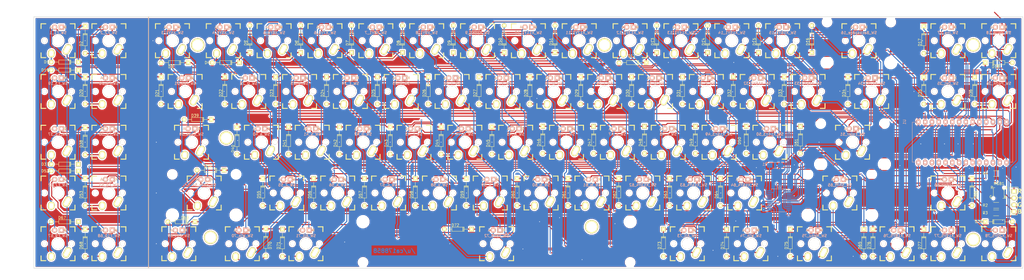
<source format=kicad_pcb>
(kicad_pcb (version 20171130) (host pcbnew "(5.1.12)-1")
  (layers (0 F.Cu signal) (31 B.Cu signal) (34 B.Paste user hide) (35 F.Paste user hide) (36 B.SilkS user hide) (37 F.SilkS user) (38 B.Mask user hide) (39 F.Mask user hide) (44 Edge.Cuts user))
  (net 0 "")
  (net 1 "Net-(D1-Pad2)")
  (net 2 R1)
  (net 3 "Net-(D2-Pad2)")
  (net 4 "Net-(D3-Pad2)")
  (net 5 "Net-(D4-Pad2)")
  (net 6 "Net-(D5-Pad2)")
  (net 7 "Net-(D6-Pad2)")
  (net 8 "Net-(D7-Pad2)")
  (net 9 "Net-(D8-Pad2)")
  (net 10 "Net-(D9-Pad2)")
  (net 11 R6)
  (net 12 "Net-(D10-Pad2)")
  (net 13 "Net-(D11-Pad2)")
  (net 14 "Net-(D12-Pad2)")
  (net 15 "Net-(D13-Pad2)")
  (net 16 "Net-(D14-Pad2)")
  (net 17 "Net-(D15-Pad2)")
  (net 18 "Net-(D16-Pad2)")
  (net 19 "Net-(D17-Pad2)")
  (net 20 "Net-(D17-Pad1)")
  (net 21 "Net-(D18-Pad2)")
  (net 22 "Net-(D19-Pad2)")
  (net 23 R2)
  (net 24 "Net-(D20-Pad2)")
  (net 25 "Net-(D21-Pad2)")
  (net 26 "Net-(D22-Pad2)")
  (net 27 "Net-(D23-Pad2)")
  (net 28 "Net-(D24-Pad2)")
  (net 29 "Net-(D25-Pad2)")
  (net 30 "Net-(D26-Pad2)")
  (net 31 "Net-(D27-Pad2)")
  (net 32 R7)
  (net 33 "Net-(D28-Pad2)")
  (net 34 "Net-(D29-Pad2)")
  (net 35 "Net-(D30-Pad2)")
  (net 36 "Net-(D31-Pad2)")
  (net 37 "Net-(D32-Pad2)")
  (net 38 "Net-(D33-Pad2)")
  (net 39 "Net-(D34-Pad2)")
  (net 40 "Net-(D35-Pad2)")
  (net 41 "Net-(D36-Pad2)")
  (net 42 "Net-(D37-Pad2)")
  (net 43 R3)
  (net 44 "Net-(D38-Pad2)")
  (net 45 "Net-(D39-Pad2)")
  (net 46 "Net-(D40-Pad2)")
  (net 47 "Net-(D41-Pad2)")
  (net 48 "Net-(D42-Pad2)")
  (net 49 "Net-(D43-Pad2)")
  (net 50 "Net-(D44-Pad2)")
  (net 51 "Net-(D45-Pad2)")
  (net 52 R8)
  (net 53 "Net-(D46-Pad2)")
  (net 54 "Net-(D47-Pad2)")
  (net 55 "Net-(D48-Pad2)")
  (net 56 "Net-(D49-Pad2)")
  (net 57 "Net-(D50-Pad2)")
  (net 58 "Net-(D51-Pad2)")
  (net 59 "Net-(D52-Pad2)")
  (net 60 R4)
  (net 61 "Net-(D53-Pad2)")
  (net 62 "Net-(D54-Pad2)")
  (net 63 "Net-(D55-Pad2)")
  (net 64 "Net-(D56-Pad2)")
  (net 65 "Net-(D57-Pad2)")
  (net 66 "Net-(D58-Pad2)")
  (net 67 "Net-(D59-Pad2)")
  (net 68 "Net-(D60-Pad2)")
  (net 69 R9)
  (net 70 "Net-(D61-Pad2)")
  (net 71 "Net-(D62-Pad2)")
  (net 72 "Net-(D63-Pad2)")
  (net 73 "Net-(D64-Pad2)")
  (net 74 "Net-(D65-Pad2)")
  (net 75 "Net-(D66-Pad2)")
  (net 76 "Net-(D67-Pad2)")
  (net 77 R5)
  (net 78 "Net-(D68-Pad2)")
  (net 79 "Net-(D69-Pad2)")
  (net 80 "Net-(D70-Pad2)")
  (net 81 "Net-(D71-Pad2)")
  (net 82 "Net-(D72-Pad2)")
  (net 83 "Net-(D73-Pad2)")
  (net 84 "Net-(D74-Pad2)")
  (net 85 "Net-(D75-Pad2)")
  (net 86 R10)
  (net 87 "Net-(D76-Pad2)")
  (net 88 "Net-(D77-Pad2)")
  (net 89 C5)
  (net 90 C7)
  (net 91 C4)
  (net 92 C8)
  (net 93 C3)
  (net 94 C6)
  (net 95 C1)
  (net 96 C2)
  (net 97 Z9)
  (net 98 Z8)
  (net 99 Z10)
  (net 100 Z1)
  (net 101 Z6)
  (net 102 Z4)
  (net 103 Z2)
  (net 104 Z7)
  (net 105 Z5)
  (net 106 Z3)
  (net 107 "Net-(C1-Pad1)")
  (net 108 GND)
  (net 109 "Net-(R1-Pad1)")
  (net 110 SDA)
  (net 111 SCL)
  (net 112 NSRT)
  (net 113 +5V)
  (net 114 "Net-(R2-Pad1)")
  (net 115 "Net-(R2-Pad2)")
  (net 116 "Net-(R3-Pad1)")
  (net 117 "Net-(R3-Pad2)")
  (net 118 "Net-(R4-Pad1)")
  (net 119 "Net-(R4-Pad2)")
  (module Cherry:GNDVia (layer F.Cu) (at 379.5 76.5)
    (fp_text reference REF** hide)
    (fp_text value "GND Via" hide)
    (pad GND thru_hole circle (at 0 0) (size 0.3 0.3) (drill 0.3) (layers *.Cu) (net 108 GND))
  )
  (module Cherry:GNDVia (layer F.Cu) (at 385 93.5)
    (fp_text reference REF** hide)
    (fp_text value "GND Via" hide)
    (pad GND thru_hole circle (at 0 0) (size 0.3 0.3) (drill 0.3) (layers *.Cu) (net 108 GND))
  )
  (module Cherry:GNDVia (layer F.Cu) (at 392 76.5)
    (fp_text reference REF** hide)
    (fp_text value "GND Via" hide)
    (pad GND thru_hole circle (at 0 0) (size 0.3 0.3) (drill 0.3) (layers *.Cu) (net 108 GND))
  )
  (module Cherry:GNDVia (layer F.Cu) (at 387 76.5)
    (fp_text reference REF** hide)
    (fp_text value "GND Via" hide)
    (pad GND thru_hole circle (at 0 0) (size 0.3 0.3) (drill 0.3) (layers *.Cu) (net 108 GND))
  )
  (module Cherry:GNDVia (layer F.Cu) (at 392 96)
    (fp_text reference REF** hide)
    (fp_text value "GND Via" hide)
    (pad GND thru_hole circle (at 0 0) (size 0.3 0.3) (drill 0.3) (layers *.Cu) (net 108 GND))
  )
  (module Cherry:GNDVia (layer F.Cu) (at 397 76)
    (fp_text reference REF** hide)
    (fp_text value "GND Via" hide)
    (pad GND thru_hole circle (at 0 0) (size 0.3 0.3) (drill 0.3) (layers *.Cu) (net 108 GND))
  )
  (module Cherry:GNDVia (layer F.Cu) (at 397 111)
    (fp_text reference REF** hide)
    (fp_text value "GND Via" hide)
    (pad GND thru_hole circle (at 0 0) (size 0.3 0.3) (drill 0.3) (layers *.Cu) (net 108 GND))
  )
  (module Resistors_SMD:R_1206_HandSoldering (layer F.Cu) (at 389.5664 78.4352 180)
    (fp_text reference R4 (at 4.096 0 180) (layer F.SilkS))
    (fp_text value 120Ω)
    (pad 1 smd rect (at -2 0 180) (size 2 1.7) (layers F.Cu F.Paste F.Mask) (net 118 "Net-(R4-Pad1)"))
    (pad 2 smd rect (at 2 0 180) (size 2 1.7) (layers F.Cu F.Paste F.Mask) (net 119 "Net-(R4-Pad2)"))
  )
  (module Cherry:GNDVia (layer F.Cu) (at 299.72 76.2)
    (fp_text reference REF** hide)
    (fp_text value "GND Via" hide)
    (pad GND thru_hole circle (at 0 0) (size 0.3 0.3) (drill 0.3) (layers *.Cu) (net 108 GND))
  )
  (module Cherry:GNDVia (layer F.Cu) (at 313.944 75.184)
    (fp_text reference REF** hide)
    (fp_text value "GND Via" hide)
    (pad GND thru_hole circle (at 0 0) (size 0.3 0.3) (drill 0.3) (layers *.Cu) (net 108 GND))
  )
  (module Cherry:GNDVia (layer F.Cu) (at 323.215 66.675)
    (fp_text reference REF** hide)
    (fp_text value "GND Via" hide)
    (pad GND thru_hole circle (at 0 0) (size 0.3 0.3) (drill 0.3) (layers *.Cu) (net 108 GND))
  )
  (module Cherry:GNDVia (layer F.Cu) (at 314.325 66.675)
    (fp_text reference REF** hide)
    (fp_text value "GND Via" hide)
    (pad GND thru_hole circle (at 0 0) (size 0.3 0.3) (drill 0.3) (layers *.Cu) (net 108 GND))
  )
  (module Cherry:GNDVia (layer F.Cu) (at 381 67.31)
    (fp_text reference REF** hide)
    (fp_text value "GND Via" hide)
    (pad GND thru_hole circle (at 0 0) (size 0.3 0.3) (drill 0.3) (layers *.Cu) (net 108 GND))
  )
  (module Cherry:GNDVia (layer F.Cu) (at 375.285 67.31)
    (fp_text reference REF** hide)
    (fp_text value "GND Via" hide)
    (pad GND thru_hole circle (at 0 0) (size 0.3 0.3) (drill 0.3) (layers *.Cu) (net 108 GND))
  )
  (module Cherry:GNDVia (layer F.Cu) (at 370.205 67.31)
    (fp_text reference REF** hide)
    (fp_text value "GND Via" hide)
    (pad GND thru_hole circle (at 0 0) (size 0.3 0.3) (drill 0.3) (layers *.Cu) (net 108 GND))
  )
  (module Cherry:GNDVia (layer F.Cu) (at 361.315 67.31)
    (fp_text reference REF** hide)
    (fp_text value "GND Via" hide)
    (pad GND thru_hole circle (at 0 0) (size 0.3 0.3) (drill 0.3) (layers *.Cu) (net 108 GND))
  )
  (module Cherry:GNDVia (layer F.Cu) (at 353.4918 75.438)
    (fp_text reference REF** hide)
    (fp_text value "GND Via" hide)
    (pad GND thru_hole circle (at 0 0) (size 0.3 0.3) (drill 0.3) (layers *.Cu) (net 108 GND))
  )
  (module Cherry:CHERRY_PCB_275H_STABILIZER (layer F.Cu) (at 330.99375 85.725)
    (fp_text reference CHERRY hide)
    (fp_text value MX hide)
    (pad HOLE np_thru_hole circle (at -11.938 -6.985) (size 3.048 3.048) (drill 3.048) (layers *.Cu))
    (pad HOLE np_thru_hole circle (at 11.938 -6.985) (size 3.048 3.048) (drill 3.048) (layers *.Cu))
    (pad HOLE np_thru_hole circle (at -11.938 8.255) (size 3.9878 3.9878) (drill 3.9878) (layers *.Cu))
    (pad HOLE np_thru_hole circle (at 11.938 8.255) (size 3.9878 3.9878) (drill 3.9878) (layers *.Cu))
  )
  (module Cherry:CHERRY_PCB_225H_STABILIZER (layer F.Cu) (at 92.86875 85.725)
    (fp_text reference CHERRY hide)
    (fp_text value MX hide)
    (pad HOLE np_thru_hole circle (at -11.938 -6.985) (size 3.048 3.048) (drill 3.048) (layers *.Cu))
    (pad HOLE np_thru_hole circle (at 11.938 -6.985) (size 3.048 3.048) (drill 3.048) (layers *.Cu))
    (pad HOLE np_thru_hole circle (at -11.938 8.255) (size 3.9878 3.9878) (drill 3.9878) (layers *.Cu))
    (pad HOLE np_thru_hole circle (at 11.938 8.255) (size 3.9878 3.9878) (drill 3.9878) (layers *.Cu))
  )
  (module Cherry:GNDVia (layer F.Cu) (at 74.93 85.725)
    (fp_text reference REF** hide)
    (fp_text value "GND Via" hide)
    (pad GND thru_hole circle (at 0 0) (size 0.3 0.3) (drill 0.3) (layers *.Cu) (net 108 GND))
  )
  (module Cherry:GNDVia (layer F.Cu) (at 74.93 66.675)
    (fp_text reference REF** hide)
    (fp_text value "GND Via" hide)
    (pad GND thru_hole circle (at 0 0) (size 0.3 0.3) (drill 0.3) (layers *.Cu) (net 108 GND))
  )
  (module Cherry:GNDVia (layer F.Cu) (at 74.93 104.775)
    (fp_text reference REF** hide)
    (fp_text value "GND Via" hide)
    (pad GND thru_hole circle (at 0 0) (size 0.3 0.3) (drill 0.3) (layers *.Cu) (net 108 GND))
  )
  (module Cherry:GNDVia (layer F.Cu) (at 172.085 85.725)
    (fp_text reference REF** hide)
    (fp_text value "GND Via" hide)
    (pad GND thru_hole circle (at 0 0) (size 0.3 0.3) (drill 0.3) (layers *.Cu) (net 108 GND))
  )
  (module Cherry:GNDVia (layer F.Cu) (at 191.135 85.725)
    (fp_text reference REF** hide)
    (fp_text value "GND Via" hide)
    (pad GND thru_hole circle (at 0 0) (size 0.3 0.3) (drill 0.3) (layers *.Cu) (net 108 GND))
  )
  (module Cherry:GNDVia (layer F.Cu) (at 210.185 85.725)
    (fp_text reference REF** hide)
    (fp_text value "GND Via" hide)
    (pad GND thru_hole circle (at 0 0) (size 0.3 0.3) (drill 0.3) (layers *.Cu) (net 108 GND))
  )
  (module Cherry:GNDVia (layer F.Cu) (at 229.235 85.725)
    (fp_text reference REF** hide)
    (fp_text value "GND Via" hide)
    (pad GND thru_hole circle (at 0 0) (size 0.3 0.3) (drill 0.3) (layers *.Cu) (net 108 GND))
  )
  (module Cherry:GNDVia (layer F.Cu) (at 248.285 85.09)
    (fp_text reference REF** hide)
    (fp_text value "GND Via" hide)
    (pad GND thru_hole circle (at 0 0) (size 0.3 0.3) (drill 0.3) (layers *.Cu) (net 108 GND))
  )
  (module Cherry:GNDVia (layer F.Cu) (at 267.335 85.725)
    (fp_text reference REF** hide)
    (fp_text value "GND Via" hide)
    (pad GND thru_hole circle (at 0 0) (size 0.3 0.3) (drill 0.3) (layers *.Cu) (net 108 GND))
  )
  (module Cherry:GNDVia (layer F.Cu) (at 286.385 85.725)
    (fp_text reference REF** hide)
    (fp_text value "GND Via" hide)
    (pad GND thru_hole circle (at 0 0) (size 0.3 0.3) (drill 0.3) (layers *.Cu) (net 108 GND))
  )
  (module Cherry:GNDVia (layer F.Cu) (at 148.59 104.14)
    (fp_text reference REF** hide)
    (fp_text value "GND Via" hide)
    (pad GND thru_hole circle (at -3.105209 0) (size 0.3 0.3) (drill 0.3) (layers *.Cu) (net 108 GND))
  )
  (module Cherry:GNDVia (layer F.Cu) (at 361.95 28.575)
    (fp_text reference REF** hide)
    (fp_text value "GND Via" hide)
    (pad GND thru_hole circle (at 0 0) (size 0.3 0.3) (drill 0.3) (layers *.Cu) (net 108 GND))
  )
  (module Cherry:GNDVia (layer F.Cu) (at 362.585 47.625)
    (fp_text reference REF** hide)
    (fp_text value "GND Via" hide)
    (pad GND thru_hole circle (at 0 0) (size 0.3 0.3) (drill 0.3) (layers *.Cu) (net 108 GND))
  )
  (module Cherry:GNDVia (layer F.Cu) (at 358.775 47.625)
    (fp_text reference REF** hide)
    (fp_text value "GND Via" hide)
    (pad GND thru_hole circle (at 0 0) (size 0.3 0.3) (drill 0.3) (layers *.Cu) (net 108 GND))
  )
  (module Cherry:GNDVia (layer F.Cu) (at 334.01 47.625)
    (fp_text reference REF** hide)
    (fp_text value "GND Via" hide)
    (pad GND thru_hole circle (at 0 0) (size 0.3 0.3) (drill 0.3) (layers *.Cu) (net 108 GND))
  )
  (module Cherry:GNDVia (layer F.Cu) (at 309.88 47.625)
    (fp_text reference REF** hide)
    (fp_text value "GND Via" hide)
    (pad GND thru_hole circle (at 0 0) (size 0.3 0.3) (drill 0.3) (layers *.Cu) (net 108 GND))
  )
  (module Cherry:GNDVia (layer F.Cu) (at 279.4 28.575)
    (fp_text reference REF** hide)
    (fp_text value "GND Via" hide)
    (pad GND thru_hole circle (at 0 0) (size 0.3 0.3) (drill 0.3) (layers *.Cu) (net 108 GND))
  )
  (module Cherry:GNDVia (layer F.Cu) (at 260.35 28.575)
    (fp_text reference REF** hide)
    (fp_text value "GND Via" hide)
    (pad GND thru_hole circle (at 0 0) (size 0.3 0.3) (drill 0.3) (layers *.Cu) (net 108 GND))
  )
  (module Cherry:GNDVia (layer F.Cu) (at 107.95 28.575)
    (fp_text reference REF** hide)
    (fp_text value "GND Via" hide)
    (pad GND thru_hole circle (at 0 0) (size 0.3 0.3) (drill 0.3) (layers *.Cu) (net 108 GND))
  )
  (module Cherry:GNDVia (layer F.Cu) (at 127 28.575)
    (fp_text reference REF** hide)
    (fp_text value "GND Via" hide)
    (pad GND thru_hole circle (at 0 0) (size 0.3 0.3) (drill 0.3) (layers *.Cu) (net 108 GND))
  )
  (module Cherry:GNDVia (layer F.Cu) (at 146.05 28.575)
    (fp_text reference REF** hide)
    (fp_text value "GND Via" hide)
    (pad GND thru_hole circle (at 0 0) (size 0.3 0.3) (drill 0.3) (layers *.Cu) (net 108 GND))
  )
  (module Cherry:GNDVia (layer F.Cu) (at 165.735 28.575)
    (fp_text reference REF** hide)
    (fp_text value "GND Via" hide)
    (pad GND thru_hole circle (at 0 0) (size 0.3 0.3) (drill 0.3) (layers *.Cu) (net 108 GND))
  )
  (module Cherry:GNDVia (layer F.Cu) (at 184.785 28.575)
    (fp_text reference REF** hide)
    (fp_text value "GND Via" hide)
    (pad GND thru_hole circle (at 0 0) (size 0.3 0.3) (drill 0.3) (layers *.Cu) (net 108 GND))
  )
  (module Cherry:GNDVia (layer F.Cu) (at 222.885 28.575)
    (fp_text reference REF** hide)
    (fp_text value "GND Via" hide)
    (pad GND thru_hole circle (at 0 0) (size 0.3 0.3) (drill 0.3) (layers *.Cu) (net 108 GND))
  )
  (module Cherry:GNDVia (layer F.Cu) (at 203.835 28.575)
    (fp_text reference REF** hide)
    (fp_text value "GND Via" hide)
    (pad GND thru_hole circle (at 0 0) (size 0.3 0.3) (drill 0.3) (layers *.Cu) (net 108 GND))
  )
  (module Cherry:GNDVia (layer F.Cu) (at 252.73 47.625)
    (fp_text reference REF** hide)
    (fp_text value "GND Via" hide)
    (pad GND thru_hole circle (at 0 0) (size 0.3 0.3) (drill 0.3) (layers *.Cu) (net 108 GND))
  )
  (module Cherry:GNDVia (layer F.Cu) (at 271.78 47.75)
    (fp_text reference REF** hide)
    (fp_text value "GND Via" hide)
    (pad GND thru_hole circle (at 0 0) (size 0.3 0.3) (drill 0.3) (layers *.Cu) (net 108 GND))
  )
  (module Cherry:GNDVia (layer F.Cu) (at 295.275 66.675)
    (fp_text reference REF** hide)
    (fp_text value "GND Via" hide)
    (pad GND thru_hole circle (at 0 0) (size 0.3 0.3) (drill 0.3) (layers *.Cu) (net 108 GND))
  )
  (module Cherry:GNDVia (layer F.Cu) (at 276.86 66.675)
    (fp_text reference REF** hide)
    (fp_text value "GND Via" hide)
    (pad GND thru_hole circle (at 0 0) (size 0.3 0.3) (drill 0.3) (layers *.Cu) (net 108 GND))
  )
  (module Cherry:GNDVia (layer F.Cu) (at 257.81 66.675)
    (fp_text reference REF** hide)
    (fp_text value "GND Via" hide)
    (pad GND thru_hole circle (at 0 0) (size 0.3 0.3) (drill 0.3) (layers *.Cu) (net 108 GND))
  )
  (module Cherry:GNDVia (layer F.Cu) (at 238.76 66.675)
    (fp_text reference REF** hide)
    (fp_text value "GND Via" hide)
    (pad GND thru_hole circle (at 0 0) (size 0.3 0.3) (drill 0.3) (layers *.Cu) (net 108 GND))
  )
  (module Cherry:GNDVia (layer F.Cu) (at 219.71 66.675)
    (fp_text reference REF** hide)
    (fp_text value "GND Via" hide)
    (pad GND thru_hole circle (at 0 0) (size 0.3 0.3) (drill 0.3) (layers *.Cu) (net 108 GND))
  )
  (module Cherry:GNDVia (layer F.Cu) (at 200.66 66.675)
    (fp_text reference REF** hide)
    (fp_text value "GND Via" hide)
    (pad GND thru_hole circle (at 0 0) (size 0.3 0.3) (drill 0.3) (layers *.Cu) (net 108 GND))
  )
  (module Cherry:GNDVia (layer F.Cu) (at 181.61 66.675)
    (fp_text reference REF** hide)
    (fp_text value "GND Via" hide)
    (pad GND thru_hole circle (at 0 0) (size 0.3 0.3) (drill 0.3) (layers *.Cu) (net 108 GND))
  )
  (module Cherry:GNDVia (layer F.Cu) (at 162.56 66.675)
    (fp_text reference REF** hide)
    (fp_text value "GND Via" hide)
    (pad GND thru_hole circle (at 0 0) (size 0.3 0.3) (drill 0.3) (layers *.Cu) (net 108 GND))
  )
  (module Cherry:GNDVia (layer F.Cu) (at 139.065 47.625)
    (fp_text reference REF** hide)
    (fp_text value "GND Via" hide)
    (pad GND thru_hole circle (at 0 0) (size 0.3 0.3) (drill 0.3) (layers *.Cu) (net 108 GND))
  )
  (module Cherry:GNDVia (layer F.Cu) (at 48.26 66.675)
    (fp_text reference REF** hide)
    (fp_text value "GND Via" hide)
    (pad GND thru_hole circle (at 0 0) (size 0.3 0.3) (drill 0.3) (layers *.Cu) (net 108 GND))
  )
  (module Cherry:GNDVia (layer F.Cu) (at 48.26 85.725)
    (fp_text reference REF** hide)
    (fp_text value "GND Via" hide)
    (pad GND thru_hole circle (at 0 0) (size 0.3 0.3) (drill 0.3) (layers *.Cu) (net 108 GND))
  )
  (module Cherry:GNDVia (layer F.Cu) (at 48.26 104.775)
    (fp_text reference REF** hide)
    (fp_text value "GND Via" hide)
    (pad GND thru_hole circle (at 0 0) (size 0.3 0.3) (drill 0.3) (layers *.Cu) (net 108 GND))
  )
  (module Cherry:GNDVia (layer F.Cu) (at 121.92 104.775)
    (fp_text reference REF** hide)
    (fp_text value "GND Via" hide)
    (pad GND thru_hole circle (at 0 0) (size 0.3 0.3) (drill 0.3) (layers *.Cu) (net 108 GND))
  )
  (module Cherry:GNDVia (layer F.Cu) (at 105.41 66.04)
    (fp_text reference REF** hide)
    (fp_text value "GND Via" hide)
    (pad GND thru_hole circle (at 0 0) (size 0.3 0.3) (drill 0.3) (layers *.Cu) (net 108 GND))
  )
  (module Cherry:GNDVia (layer F.Cu) (at 143.51 66.675)
    (fp_text reference REF** hide)
    (fp_text value "GND Via" hide)
    (pad GND thru_hole circle (at 0 0) (size 0.3 0.3) (drill 0.3) (layers *.Cu) (net 108 GND))
  )
  (module Cherry:GNDVia (layer F.Cu) (at 153.035 85.725)
    (fp_text reference REF** hide)
    (fp_text value "GND Via" hide)
    (pad GND thru_hole circle (at 0 0) (size 0.3 0.3) (drill 0.3) (layers *.Cu) (net 108 GND))
  )
  (module Cherry:GNDVia (layer F.Cu) (at 133.985 85.725)
    (fp_text reference REF** hide)
    (fp_text value "GND Via" hide)
    (pad GND thru_hole circle (at 0 0) (size 0.3 0.3) (drill 0.3) (layers *.Cu) (net 108 GND))
  )
  (module Cherry:GNDVia (layer F.Cu) (at 114.935 85.725)
    (fp_text reference REF** hide)
    (fp_text value "GND Via" hide)
    (pad GND thru_hole circle (at 0 0) (size 0.3 0.3) (drill 0.3) (layers *.Cu) (net 108 GND))
  )
  (module Cherry:GNDVia (layer F.Cu) (at 100.33 47.625)
    (fp_text reference REF** hide)
    (fp_text value "GND Via" hide)
    (pad GND thru_hole circle (at 0 0) (size 0.3 0.3) (drill 0.3) (layers *.Cu) (net 108 GND))
  )
  (module Cherry:GNDVia (layer F.Cu) (at 76.835 47.625)
    (fp_text reference REF** hide)
    (fp_text value "GND Via" hide)
    (pad GND thru_hole circle (at 0 0) (size 0.3 0.3) (drill 0.3) (layers *.Cu) (net 108 GND))
  )
  (module Cherry:GNDVia (layer F.Cu) (at 48.26 47.625)
    (fp_text reference REF** hide)
    (fp_text value "GND Via" hide)
    (pad GND thru_hole circle (at 0 0) (size 0.3 0.3) (drill 0.3) (layers *.Cu) (net 108 GND))
  )
  (module Cherry:GNDVia (layer F.Cu) (at 220.605209 50.25)
    (fp_text reference REF** hide)
    (fp_text value "GND Via" hide)
    (pad GND thru_hole circle (at -3.105209 0) (size 0.3 0.3) (drill 0.3) (layers *.Cu) (net 108 GND))
  )
  (module Cherry:GNDVia (layer F.Cu) (at 215.855209 47.5)
    (fp_text reference REF** hide)
    (fp_text value "GND Via" hide)
    (pad GND thru_hole circle (at -3.105209 0) (size 0.3 0.3) (drill 0.3) (layers *.Cu) (net 108 GND))
  )
  (module Cherry:GNDVia (layer F.Cu) (at 334.105209 47.5)
    (fp_text reference REF** hide)
    (fp_text value "GND Via" hide)
    (pad GND thru_hole circle (at -3.105209 0) (size 0.3 0.3) (drill 0.3) (layers *.Cu) (net 108 GND))
  )
  (module Cherry:GNDVia (layer F.Cu) (at 382.605209 47.5)
    (fp_text reference REF** hide)
    (fp_text value "GND Via" hide)
    (pad GND thru_hole circle (at -3.105209 0) (size 0.3 0.3) (drill 0.3) (layers *.Cu) (net 108 GND))
  )
  (module Cherry:GNDVia (layer F.Cu) (at 286.605209 107.25)
    (fp_text reference REF** hide)
    (fp_text value "GND Via" hide)
    (pad GND thru_hole circle (at -3.105209 0) (size 0.3 0.3) (drill 0.3) (layers *.Cu) (net 108 GND))
  )
  (module Cherry:GNDVia (layer F.Cu) (at 215.355209 106.75)
    (fp_text reference REF** hide)
    (fp_text value "GND Via" hide)
    (pad GND thru_hole circle (at -3.105209 0) (size 0.3 0.3) (drill 0.3) (layers *.Cu) (net 108 GND))
  )
  (module Cherry:GNDVia (layer F.Cu) (at 187.96 104.775)
    (fp_text reference REF** hide)
    (fp_text value "GND Via" hide)
    (pad GND thru_hole circle (at -3.105209 0) (size 0.3 0.3) (drill 0.3) (layers *.Cu) (net 108 GND))
  )
  (module Cherry:GNDVia (layer F.Cu) (at 218.5 96.5)
    (fp_text reference REF** hide)
    (fp_text value "GND Via" hide)
    (pad GND thru_hole circle (at 0 0) (size 0.3 0.3) (drill 0.3) (layers *.Cu) (net 108 GND))
  )
  (module Cherry:GNDVia (layer F.Cu) (at 226 95)
    (fp_text reference REF** hide)
    (fp_text value "GND Via" hide)
    (pad GND thru_hole circle (at 0 0) (size 0.3 0.3) (drill 0.3) (layers *.Cu) (net 108 GND))
  )
  (module Cherry:GNDVia (layer F.Cu) (at 397.605209 25.25)
    (fp_text reference REF** hide)
    (fp_text value "GND Via" hide)
    (pad GND thru_hole circle (at -3.105209 0) (size 0.3 0.3) (drill 0.3) (layers *.Cu) (net 108 GND))
  )
  (module Cherry:GNDVia (layer F.Cu) (at 266.75 36.75)
    (fp_text reference REF** hide)
    (fp_text value "GND Via" hide)
    (pad GND thru_hole circle (at 0 0) (size 0.3 0.3) (drill 0.3) (layers *.Cu) (net 108 GND))
  )
  (module Cherry:GNDVia (layer F.Cu) (at 291.25 36.75)
    (fp_text reference REF** hide)
    (fp_text value "GND Via" hide)
    (pad GND thru_hole circle (at 0 0) (size 0.3 0.3) (drill 0.3) (layers *.Cu) (net 108 GND))
  )
  (module Cherry:GNDVia (layer F.Cu) (at 298.25 28.75)
    (fp_text reference REF** hide)
    (fp_text value "GND Via" hide)
    (pad GND thru_hole circle (at 0 0) (size 0.3 0.3) (drill 0.3) (layers *.Cu) (net 108 GND))
  )
  (module Cherry:GNDVia (layer F.Cu) (at 318.5 28.75)
    (fp_text reference REF** hide)
    (fp_text value "GND Via" hide)
    (pad GND thru_hole circle (at 0 0) (size 0.3 0.3) (drill 0.3) (layers *.Cu) (net 108 GND))
  )
  (module Cherry:GNDVia (layer F.Cu) (at 234.442 110.744)
    (fp_text reference REF** hide)
    (fp_text value "GND Via" hide)
    (pad GND thru_hole circle (at 0 0) (size 0.3 0.3) (drill 0.3) (layers *.Cu) (net 108 GND))
  )
  (module Cherry:GNDVia (layer F.Cu) (at 290.83 47.75)
    (fp_text reference REF** hide)
    (fp_text value "GND Via" hide)
    (pad GND thru_hole circle (at 0 0) (size 0.3 0.3) (drill 0.3) (layers *.Cu) (net 108 GND))
  )
  (module Cherry:GNDVia (layer F.Cu) (at 292 96.25)
    (fp_text reference REF** hide)
    (fp_text value "GND Via" hide)
    (pad GND thru_hole circle (at 0 0) (size 0.3 0.3) (drill 0.3) (layers *.Cu) (net 108 GND))
  )
  (module Cherry:GNDVia (layer F.Cu) (at 307.75 109.5)
    (fp_text reference REF** hide)
    (fp_text value "GND Via" hide)
    (pad GND thru_hole circle (at 0 0) (size 0.3 0.3) (drill 0.3) (layers *.Cu) (net 108 GND))
  )
  (module Cherry:GNDVia (layer F.Cu) (at 336 109.5)
    (fp_text reference REF** hide)
    (fp_text value "GND Via" hide)
    (pad GND thru_hole circle (at 0 0) (size 0.3 0.3) (drill 0.3) (layers *.Cu) (net 108 GND))
  )
  (module Diodes_ThroughHole:Diode_DO-35_SOD27_Horizontal_RM10 (layer F.Cu) (at 106.04552 36.82746 180)
    (fp_text reference D4 (at 12.06552 -0.00254 180) (layer F.SilkS))
    (fp_text value D)
    (pad 2 thru_hole circle (at 10.16052 -0.00254) (size 1.69926 1.69926) (drill 0.70104) (layers *.Cu *.Mask F.SilkS) (net 5 "Net-(D4-Pad2)"))
    (pad 1 thru_hole rect (at 0.00052 -0.00254) (size 1.69926 1.69926) (drill 0.70104) (layers *.Cu *.Mask F.SilkS) (net 2 R1))
  )
  (module Diodes_ThroughHole:Diode_DO-35_SOD27_Horizontal_RM10 (layer F.Cu) (at 385.44448 96.52254)
    (fp_text reference D78 (at -2.41248 -0.00254) (layer F.SilkS))
    (fp_text value D)
    (pad 2 thru_hole circle (at 10.16052 -0.00254 180) (size 1.69926 1.69926) (drill 0.70104) (layers *.Cu *.Mask F.SilkS) (net 20 "Net-(D17-Pad1)"))
    (pad 1 thru_hole rect (at 0.00052 -0.00254 180) (size 1.69926 1.69926) (drill 0.70104) (layers *.Cu *.Mask F.SilkS) (net 86 R10))
  )
  (module Mounting_Holes:MountingHole_5.3mm_M5 (layer F.Cu) (at 95.25 102.39375)
    (fp_text reference REF** hide)
    (fp_text value MountingHole_5.3mm_M5)
    (pad "" thru_hole circle (at 0 0) (size 5 5) (drill 4) (layers *.Cu *.Mask F.SilkS))
  )
  (module Cherry:Teensy3.2 (layer B.Cu) (at 360.426 59.055 270)
    (fp_text reference U1 (at 0 5.22 270) (layer B.SilkS) (effects (justify mirror)))
    (fp_text value Teensy_3.2)
    (pad GND0 thru_hole oval (at 0 0 270) (size 2.3 1.6) (drill 0.8) (layers *.Cu *.Mask B.SilkS) (net 108 GND))
    (pad 0 thru_hole oval (at 0 -2.54 270) (size 2.3 1.6) (drill 0.8) (layers *.Cu *.Mask B.SilkS) (net 95 C1))
    (pad 1 thru_hole oval (at 0 -5.08 270) (size 2.3 1.6) (drill 0.8) (layers *.Cu *.Mask B.SilkS) (net 96 C2))
    (pad 2 thru_hole oval (at 0 -7.62 270) (size 2.3 1.6) (drill 0.8) (layers *.Cu *.Mask B.SilkS) (net 93 C3))
    (pad 3 thru_hole oval (at 0 -10.16 270) (size 2.3 1.6) (drill 0.8) (layers *.Cu *.Mask B.SilkS) (net 91 C4))
    (pad 4 thru_hole oval (at 0 -12.7 270) (size 2.3 1.6) (drill 0.8) (layers *.Cu *.Mask B.SilkS) (net 89 C5))
    (pad 5 thru_hole oval (at 0 -15.24 270) (size 2.3 1.6) (drill 0.8) (layers *.Cu *.Mask B.SilkS) (net 94 C6))
    (pad 6 thru_hole oval (at 0 -17.78 270) (size 2.3 1.6) (drill 0.8) (layers *.Cu *.Mask B.SilkS) (net 90 C7))
    (pad 7 thru_hole oval (at 0 -20.32 270) (size 2.3 1.6) (drill 0.8) (layers *.Cu *.Mask B.SilkS) (net 92 C8))
    (pad 8 thru_hole oval (at 0 -22.86 270) (size 2.3 1.6) (drill 0.8) (layers *.Cu *.Mask B.SilkS) (net 2 R1))
    (pad 9 thru_hole oval (at 0 -25.4 270) (size 2.3 1.6) (drill 0.8) (layers *.Cu *.Mask B.SilkS) (net 23 R2))
    (pad 10 thru_hole oval (at 0 -27.94 270) (size 2.3 1.6) (drill 0.8) (layers *.Cu *.Mask B.SilkS) (net 43 R3))
    (pad 11 thru_hole oval (at 0 -30.48 270) (size 2.3 1.6) (drill 0.8) (layers *.Cu *.Mask B.SilkS) (net 60 R4))
    (pad 12 thru_hole oval (at 0 -33.02 270) (size 2.3 1.6) (drill 0.8) (layers *.Cu *.Mask B.SilkS) (net 77 R5))
    (pad 13 thru_hole oval (at 15.24 -33.02 270) (size 2.3 1.6) (drill 0.8) (layers *.Cu *.Mask B.SilkS) (net 11 R6))
    (pad 14 thru_hole oval (at 15.24 -30.48 270) (size 2.3 1.6) (drill 0.8) (layers *.Cu *.Mask B.SilkS) (net 32 R7))
    (pad 15 thru_hole oval (at 15.24 -27.94 270) (size 2.3 1.6) (drill 0.8) (layers *.Cu *.Mask B.SilkS) (net 52 R8))
    (pad 16 thru_hole oval (at 15.24 -25.4 270) (size 2.3 1.6) (drill 0.8) (layers *.Cu *.Mask B.SilkS) (net 69 R9))
    (pad 17 thru_hole oval (at 15.24 -22.86 270) (size 2.3 1.6) (drill 0.8) (layers *.Cu *.Mask B.SilkS) (net 86 R10))
    (pad 18 thru_hole oval (at 15.24 -20.32 270) (size 2.3 1.6) (drill 0.8) (layers *.Cu *.Mask B.SilkS) (net 110 SDA))
    (pad 19 thru_hole oval (at 15.24 -17.78 270) (size 2.3 1.6) (drill 0.8) (layers *.Cu *.Mask B.SilkS) (net 111 SCL))
    (pad 20 thru_hole oval (at 15.24 -15.24 270) (size 2.3 1.6) (drill 0.8) (layers *.Cu *.Mask B.SilkS) (net 112 NSRT))
    (pad 21 thru_hole oval (at 15.24 -12.7 270) (size 2.3 1.6) (drill 0.8) (layers *.Cu *.Mask B.SilkS) (net 115 "Net-(R2-Pad2)"))
    (pad 22 thru_hole oval (at 15.24 -10.16 270) (size 2.3 1.6) (drill 0.8) (layers *.Cu *.Mask B.SilkS) (net 117 "Net-(R3-Pad2)"))
    (pad 23 thru_hole oval (at 15.24 -7.62 270) (size 2.3 1.6) (drill 0.8) (layers *.Cu *.Mask B.SilkS) (net 119 "Net-(R4-Pad2)"))
    (pad 3v3 thru_hole oval (at 15.24 -5.08 270) (size 2.3 1.6) (drill 0.8) (layers *.Cu *.Mask B.SilkS))
    (pad AGND thru_hole oval (at 15.24 -2.54 270) (size 2.3 1.6) (drill 0.8) (layers *.Cu *.Mask B.SilkS))
    (pad Vin thru_hole oval (at 15.24 0 270) (size 2.3 1.6) (drill 0.8) (layers *.Cu *.Mask B.SilkS) (net 113 +5V))
  )
  (module MXALPS (layer F.Cu) (at 330.99375 85.725 180)
    (fp_text reference SW_Shift_65 (at 0 3 180) (layer B.SilkS) (effects (font (thickness 0.2)) (justify mirror)))
    (fp_text value MX_LED hide)
    (fp_text user A (at 2.794 5.08 180) (layer B.SilkS) (effects (justify mirror)))
    (fp_text user K (at -2.794 5.08 180) (layer B.SilkS) (effects (justify mirror)))
    (fp_text user A (at 2.794 5.08 180) (layer F.SilkS))
    (fp_text user K (at -2.794 5.08 180) (layer F.SilkS))
    (pad "" np_thru_hole circle (at 0 0 180) (size 3.98781 3.98781) (drill 3.9878) (layers *.Cu *.Mask F.SilkS) (clearance 0.1524))
    (pad "" np_thru_hole circle (at -5.08 0 180) (size 1.70181 1.70181) (drill 1.7018) (layers *.Cu *.Mask F.SilkS) (clearance 0.1524))
    (pad "" np_thru_hole circle (at 5.08 0 180) (size 1.70181 1.70181) (drill 1.7018) (layers *.Cu *.Mask F.SilkS) (clearance 0.1524))
    (pad SW1 thru_hole oval (at -3.405 -3.27 150.95) (size 2.5 4.17) (drill oval 1.5 3.17) (layers *.Cu *.Mask F.SilkS) (net 94 C6))
    (pad SW2 thru_hole oval (at 2.52 -4.79 176.1) (size 2.5 3.08) (drill oval 1.5 2.08) (layers *.Cu *.Mask F.SilkS) (net 74 "Net-(D65-Pad2)"))
    (pad K thru_hole rect (at -1.27 5.08 180) (size 2 2) (drill 1) (layers *.Cu *.SilkS *.Mask) (net 97 Z9))
    (pad A thru_hole circle (at 1.27 5.08 180) (size 2 2) (drill 1) (layers *.Cu *.SilkS *.Mask) (net 103 Z2))
  )
  (module MXALPS (layer F.Cu) (at 390.525 104.775 180)
    (fp_text reference SW_X20Y5_78 (at 0 3 180) (layer B.SilkS) (effects (font (thickness 0.2)) (justify mirror)))
    (fp_text value MX_LED hide)
    (fp_text user A (at 2.794 5.08 180) (layer B.SilkS) (effects (justify mirror)))
    (fp_text user K (at -2.794 5.08 180) (layer B.SilkS) (effects (justify mirror)))
    (fp_text user A (at 2.794 5.08 180) (layer F.SilkS))
    (fp_text user K (at -2.794 5.08 180) (layer F.SilkS))
    (pad "" np_thru_hole circle (at 0 0 180) (size 3.98781 3.98781) (drill 3.9878) (layers *.Cu *.Mask F.SilkS) (clearance 0.1524))
    (pad "" np_thru_hole circle (at -5.08 0 180) (size 1.70181 1.70181) (drill 1.7018) (layers *.Cu *.Mask F.SilkS) (clearance 0.1524))
    (pad "" np_thru_hole circle (at 5.08 0 180) (size 1.70181 1.70181) (drill 1.7018) (layers *.Cu *.Mask F.SilkS) (clearance 0.1524))
    (pad SW1 thru_hole oval (at -3.405 -3.27 150.95) (size 2.5 4.17) (drill oval 1.5 3.17) (layers *.Cu *.Mask F.SilkS) (net 91 C4))
    (pad SW2 thru_hole oval (at 2.52 -4.79 176.1) (size 2.5 3.08) (drill oval 1.5 2.08) (layers *.Cu *.Mask F.SilkS) (net 20 "Net-(D17-Pad1)"))
    (pad K thru_hole rect (at -1.27 5.08 180) (size 2 2) (drill 1) (layers *.Cu *.SilkS *.Mask) (net 99 Z10))
    (pad A thru_hole circle (at 1.27 5.08 180) (size 2 2) (drill 1) (layers *.Cu *.SilkS *.Mask) (net 101 Z6))
  )
  (module MXALPS (layer F.Cu) (at 371.475 104.775 180)
    (fp_text reference SW_X19Y5_77 (at 0 3 180) (layer B.SilkS) (effects (font (thickness 0.2)) (justify mirror)))
    (fp_text value MX_LED hide)
    (fp_text user A (at 2.794 5.08 180) (layer B.SilkS) (effects (justify mirror)))
    (fp_text user K (at -2.794 5.08 180) (layer B.SilkS) (effects (justify mirror)))
    (fp_text user A (at 2.794 5.08 180) (layer F.SilkS))
    (fp_text user K (at -2.794 5.08 180) (layer F.SilkS))
    (pad "" np_thru_hole circle (at 0 0 180) (size 3.98781 3.98781) (drill 3.9878) (layers *.Cu *.Mask F.SilkS) (clearance 0.1524))
    (pad "" np_thru_hole circle (at -5.08 0 180) (size 1.70181 1.70181) (drill 1.7018) (layers *.Cu *.Mask F.SilkS) (clearance 0.1524))
    (pad "" np_thru_hole circle (at 5.08 0 180) (size 1.70181 1.70181) (drill 1.7018) (layers *.Cu *.Mask F.SilkS) (clearance 0.1524))
    (pad SW1 thru_hole oval (at -3.405 -3.27 150.95) (size 2.5 4.17) (drill oval 1.5 3.17) (layers *.Cu *.Mask F.SilkS) (net 93 C3))
    (pad SW2 thru_hole oval (at 2.52 -4.79 176.1) (size 2.5 3.08) (drill oval 1.5 2.08) (layers *.Cu *.Mask F.SilkS) (net 88 "Net-(D77-Pad2)"))
    (pad K thru_hole rect (at -1.27 5.08 180) (size 2 2) (drill 1) (layers *.Cu *.SilkS *.Mask) (net 99 Z10))
    (pad A thru_hole circle (at 1.27 5.08 180) (size 2 2) (drill 1) (layers *.Cu *.SilkS *.Mask) (net 105 Z5))
  )
  (module MXALPS (layer F.Cu) (at 352.425 104.775 180)
    (fp_text reference SW_X18Y5_76 (at 0 3 180) (layer B.SilkS) (effects (font (thickness 0.2)) (justify mirror)))
    (fp_text value MX_LED hide)
    (fp_text user A (at 2.794 5.08 180) (layer B.SilkS) (effects (justify mirror)))
    (fp_text user K (at -2.794 5.08 180) (layer B.SilkS) (effects (justify mirror)))
    (fp_text user A (at 2.794 5.08 180) (layer F.SilkS))
    (fp_text user K (at -2.794 5.08 180) (layer F.SilkS))
    (pad "" np_thru_hole circle (at 0 0 180) (size 3.98781 3.98781) (drill 3.9878) (layers *.Cu *.Mask F.SilkS) (clearance 0.1524))
    (pad "" np_thru_hole circle (at -5.08 0 180) (size 1.70181 1.70181) (drill 1.7018) (layers *.Cu *.Mask F.SilkS) (clearance 0.1524))
    (pad "" np_thru_hole circle (at 5.08 0 180) (size 1.70181 1.70181) (drill 1.7018) (layers *.Cu *.Mask F.SilkS) (clearance 0.1524))
    (pad SW1 thru_hole oval (at -3.405 -3.27 150.95) (size 2.5 4.17) (drill oval 1.5 3.17) (layers *.Cu *.Mask F.SilkS) (net 96 C2))
    (pad SW2 thru_hole oval (at 2.52 -4.79 176.1) (size 2.5 3.08) (drill oval 1.5 2.08) (layers *.Cu *.Mask F.SilkS) (net 87 "Net-(D76-Pad2)"))
    (pad K thru_hole rect (at -1.27 5.08 180) (size 2 2) (drill 1) (layers *.Cu *.SilkS *.Mask) (net 99 Z10))
    (pad A thru_hole circle (at 1.27 5.08 180) (size 2 2) (drill 1) (layers *.Cu *.SilkS *.Mask) (net 102 Z4))
  )
  (module MXALPS (layer F.Cu) (at 321.46875 104.775 180)
    (fp_text reference SW_Menu_75 (at 0 3 180) (layer B.SilkS) (effects (font (thickness 0.2)) (justify mirror)))
    (fp_text value MX_LED hide)
    (fp_text user A (at 2.794 5.08 180) (layer B.SilkS) (effects (justify mirror)))
    (fp_text user K (at -2.794 5.08 180) (layer B.SilkS) (effects (justify mirror)))
    (fp_text user A (at 2.794 5.08 180) (layer F.SilkS))
    (fp_text user K (at -2.794 5.08 180) (layer F.SilkS))
    (pad "" np_thru_hole circle (at 0 0 180) (size 3.98781 3.98781) (drill 3.9878) (layers *.Cu *.Mask F.SilkS) (clearance 0.1524))
    (pad "" np_thru_hole circle (at -5.08 0 180) (size 1.70181 1.70181) (drill 1.7018) (layers *.Cu *.Mask F.SilkS) (clearance 0.1524))
    (pad "" np_thru_hole circle (at 5.08 0 180) (size 1.70181 1.70181) (drill 1.7018) (layers *.Cu *.Mask F.SilkS) (clearance 0.1524))
    (pad SW1 thru_hole oval (at -3.405 -3.27 150.95) (size 2.5 4.17) (drill oval 1.5 3.17) (layers *.Cu *.Mask F.SilkS) (net 95 C1))
    (pad SW2 thru_hole oval (at 2.52 -4.79 176.1) (size 2.5 3.08) (drill oval 1.5 2.08) (layers *.Cu *.Mask F.SilkS) (net 85 "Net-(D75-Pad2)"))
    (pad K thru_hole rect (at -1.27 5.08 180) (size 2 2) (drill 1) (layers *.Cu *.SilkS *.Mask) (net 99 Z10))
    (pad A thru_hole circle (at 1.27 5.08 180) (size 2 2) (drill 1) (layers *.Cu *.SilkS *.Mask) (net 106 Z3))
  )
  (module MXALPS (layer F.Cu) (at 297.65625 104.775 180)
    (fp_text reference SW_Win_74 (at 0 3 180) (layer B.SilkS) (effects (font (thickness 0.2)) (justify mirror)))
    (fp_text value MX_LED hide)
    (fp_text user A (at 2.794 5.08 180) (layer B.SilkS) (effects (justify mirror)))
    (fp_text user K (at -2.794 5.08 180) (layer B.SilkS) (effects (justify mirror)))
    (fp_text user A (at 2.794 5.08 180) (layer F.SilkS))
    (fp_text user K (at -2.794 5.08 180) (layer F.SilkS))
    (pad "" np_thru_hole circle (at 0 0 180) (size 3.98781 3.98781) (drill 3.9878) (layers *.Cu *.Mask F.SilkS) (clearance 0.1524))
    (pad "" np_thru_hole circle (at -5.08 0 180) (size 1.70181 1.70181) (drill 1.7018) (layers *.Cu *.Mask F.SilkS) (clearance 0.1524))
    (pad "" np_thru_hole circle (at 5.08 0 180) (size 1.70181 1.70181) (drill 1.7018) (layers *.Cu *.Mask F.SilkS) (clearance 0.1524))
    (pad SW1 thru_hole oval (at -3.405 -3.27 150.95) (size 2.5 4.17) (drill oval 1.5 3.17) (layers *.Cu *.Mask F.SilkS) (net 92 C8))
    (pad SW2 thru_hole oval (at 2.52 -4.79 176.1) (size 2.5 3.08) (drill oval 1.5 2.08) (layers *.Cu *.Mask F.SilkS) (net 84 "Net-(D74-Pad2)"))
    (pad K thru_hole rect (at -1.27 5.08 180) (size 2 2) (drill 1) (layers *.Cu *.SilkS *.Mask) (net 99 Z10))
    (pad A thru_hole circle (at 1.27 5.08 180) (size 2 2) (drill 1) (layers *.Cu *.SilkS *.Mask) (net 103 Z2))
  )
  (module MXALPS (layer F.Cu) (at 273.84375 104.775 180)
    (fp_text reference SW_Alt_73 (at 0 3 180) (layer B.SilkS) (effects (font (thickness 0.2)) (justify mirror)))
    (fp_text value MX_LED hide)
    (fp_text user A (at 2.794 5.08 180) (layer B.SilkS) (effects (justify mirror)))
    (fp_text user K (at -2.794 5.08 180) (layer B.SilkS) (effects (justify mirror)))
    (fp_text user A (at 2.794 5.08 180) (layer F.SilkS))
    (fp_text user K (at -2.794 5.08 180) (layer F.SilkS))
    (pad "" np_thru_hole circle (at 0 0 180) (size 3.98781 3.98781) (drill 3.9878) (layers *.Cu *.Mask F.SilkS) (clearance 0.1524))
    (pad "" np_thru_hole circle (at -5.08 0 180) (size 1.70181 1.70181) (drill 1.7018) (layers *.Cu *.Mask F.SilkS) (clearance 0.1524))
    (pad "" np_thru_hole circle (at 5.08 0 180) (size 1.70181 1.70181) (drill 1.7018) (layers *.Cu *.Mask F.SilkS) (clearance 0.1524))
    (pad SW1 thru_hole oval (at -3.405 -3.27 150.95) (size 2.5 4.17) (drill oval 1.5 3.17) (layers *.Cu *.Mask F.SilkS) (net 90 C7))
    (pad SW2 thru_hole oval (at 2.52 -4.79 176.1) (size 2.5 3.08) (drill oval 1.5 2.08) (layers *.Cu *.Mask F.SilkS) (net 83 "Net-(D73-Pad2)"))
    (pad K thru_hole rect (at -1.27 5.08 180) (size 2 2) (drill 1) (layers *.Cu *.SilkS *.Mask) (net 99 Z10))
    (pad A thru_hole circle (at 1.27 5.08 180) (size 2 2) (drill 1) (layers *.Cu *.SilkS *.Mask) (net 100 Z1))
  )
  (module MXALPS (layer F.Cu) (at 202.40625 104.775 180)
    (fp_text reference SW_X8Y5_72 (at 0 3 180) (layer B.SilkS) (effects (font (thickness 0.2)) (justify mirror)))
    (fp_text value MX_LED hide)
    (fp_text user A (at 2.794 5.08 180) (layer B.SilkS) (effects (justify mirror)))
    (fp_text user K (at -2.794 5.08 180) (layer B.SilkS) (effects (justify mirror)))
    (fp_text user A (at 2.794 5.08 180) (layer F.SilkS))
    (fp_text user K (at -2.794 5.08 180) (layer F.SilkS))
    (pad "" np_thru_hole circle (at 0 0 180) (size 3.98781 3.98781) (drill 3.9878) (layers *.Cu *.Mask F.SilkS) (clearance 0.1524))
    (pad "" np_thru_hole circle (at -5.08 0 180) (size 1.70181 1.70181) (drill 1.7018) (layers *.Cu *.Mask F.SilkS) (clearance 0.1524))
    (pad "" np_thru_hole circle (at 5.08 0 180) (size 1.70181 1.70181) (drill 1.7018) (layers *.Cu *.Mask F.SilkS) (clearance 0.1524))
    (pad SW1 thru_hole oval (at -3.405 -3.27 150.95) (size 2.5 4.17) (drill oval 1.5 3.17) (layers *.Cu *.Mask F.SilkS) (net 94 C6))
    (pad SW2 thru_hole oval (at 2.52 -4.79 176.1) (size 2.5 3.08) (drill oval 1.5 2.08) (layers *.Cu *.Mask F.SilkS) (net 82 "Net-(D72-Pad2)"))
    (pad K thru_hole rect (at -1.27 5.08 180) (size 2 2) (drill 1) (layers *.Cu *.SilkS *.Mask) (net 98 Z8))
    (pad A thru_hole circle (at 1.27 5.08 180) (size 2 2) (drill 1) (layers *.Cu *.SilkS *.Mask) (net 97 Z9))
  )
  (module MXALPS (layer F.Cu) (at 130.96875 104.775 180)
    (fp_text reference SW_Alt_71 (at 0 3 180) (layer B.SilkS) (effects (font (thickness 0.2)) (justify mirror)))
    (fp_text value MX_LED hide)
    (fp_text user A (at 2.794 5.08 180) (layer B.SilkS) (effects (justify mirror)))
    (fp_text user K (at -2.794 5.08 180) (layer B.SilkS) (effects (justify mirror)))
    (fp_text user A (at 2.794 5.08 180) (layer F.SilkS))
    (fp_text user K (at -2.794 5.08 180) (layer F.SilkS))
    (pad "" np_thru_hole circle (at 0 0 180) (size 3.98781 3.98781) (drill 3.9878) (layers *.Cu *.Mask F.SilkS) (clearance 0.1524))
    (pad "" np_thru_hole circle (at -5.08 0 180) (size 1.70181 1.70181) (drill 1.7018) (layers *.Cu *.Mask F.SilkS) (clearance 0.1524))
    (pad "" np_thru_hole circle (at 5.08 0 180) (size 1.70181 1.70181) (drill 1.7018) (layers *.Cu *.Mask F.SilkS) (clearance 0.1524))
    (pad SW1 thru_hole oval (at -3.405 -3.27 150.95) (size 2.5 4.17) (drill oval 1.5 3.17) (layers *.Cu *.Mask F.SilkS) (net 89 C5))
    (pad SW2 thru_hole oval (at 2.52 -4.79 176.1) (size 2.5 3.08) (drill oval 1.5 2.08) (layers *.Cu *.Mask F.SilkS) (net 81 "Net-(D71-Pad2)"))
    (pad K thru_hole rect (at -1.27 5.08 180) (size 2 2) (drill 1) (layers *.Cu *.SilkS *.Mask) (net 97 Z9))
    (pad A thru_hole circle (at 1.27 5.08 180) (size 2 2) (drill 1) (layers *.Cu *.SilkS *.Mask) (net 98 Z8))
  )
  (module MXALPS (layer F.Cu) (at 107.15625 104.775 180)
    (fp_text reference SW_Win_70 (at 0 3 180) (layer B.SilkS) (effects (font (thickness 0.2)) (justify mirror)))
    (fp_text value MX_LED hide)
    (fp_text user A (at 2.794 5.08 180) (layer B.SilkS) (effects (justify mirror)))
    (fp_text user K (at -2.794 5.08 180) (layer B.SilkS) (effects (justify mirror)))
    (fp_text user A (at 2.794 5.08 180) (layer F.SilkS))
    (fp_text user K (at -2.794 5.08 180) (layer F.SilkS))
    (pad "" np_thru_hole circle (at 0 0 180) (size 3.98781 3.98781) (drill 3.9878) (layers *.Cu *.Mask F.SilkS) (clearance 0.1524))
    (pad "" np_thru_hole circle (at -5.08 0 180) (size 1.70181 1.70181) (drill 1.7018) (layers *.Cu *.Mask F.SilkS) (clearance 0.1524))
    (pad "" np_thru_hole circle (at 5.08 0 180) (size 1.70181 1.70181) (drill 1.7018) (layers *.Cu *.Mask F.SilkS) (clearance 0.1524))
    (pad SW1 thru_hole oval (at -3.405 -3.27 150.95) (size 2.5 4.17) (drill oval 1.5 3.17) (layers *.Cu *.Mask F.SilkS) (net 91 C4))
    (pad SW2 thru_hole oval (at 2.52 -4.79 176.1) (size 2.5 3.08) (drill oval 1.5 2.08) (layers *.Cu *.Mask F.SilkS) (net 80 "Net-(D70-Pad2)"))
    (pad K thru_hole rect (at -1.27 5.08 180) (size 2 2) (drill 1) (layers *.Cu *.SilkS *.Mask) (net 97 Z9))
    (pad A thru_hole circle (at 1.27 5.08 180) (size 2 2) (drill 1) (layers *.Cu *.SilkS *.Mask) (net 104 Z7))
  )
  (module MXALPS (layer F.Cu) (at 83.34375 104.775 180)
    (fp_text reference SW_Ctrl_69 (at 0 3 180) (layer B.SilkS) (effects (font (thickness 0.2)) (justify mirror)))
    (fp_text value MX_LED hide)
    (fp_text user A (at 2.794 5.08 180) (layer B.SilkS) (effects (justify mirror)))
    (fp_text user K (at -2.794 5.08 180) (layer B.SilkS) (effects (justify mirror)))
    (fp_text user A (at 2.794 5.08 180) (layer F.SilkS))
    (fp_text user K (at -2.794 5.08 180) (layer F.SilkS))
    (pad "" np_thru_hole circle (at 0 0 180) (size 3.98781 3.98781) (drill 3.9878) (layers *.Cu *.Mask F.SilkS) (clearance 0.1524))
    (pad "" np_thru_hole circle (at -5.08 0 180) (size 1.70181 1.70181) (drill 1.7018) (layers *.Cu *.Mask F.SilkS) (clearance 0.1524))
    (pad "" np_thru_hole circle (at 5.08 0 180) (size 1.70181 1.70181) (drill 1.7018) (layers *.Cu *.Mask F.SilkS) (clearance 0.1524))
    (pad SW1 thru_hole oval (at -3.405 -3.27 150.95) (size 2.5 4.17) (drill oval 1.5 3.17) (layers *.Cu *.Mask F.SilkS) (net 93 C3))
    (pad SW2 thru_hole oval (at 2.52 -4.79 176.1) (size 2.5 3.08) (drill oval 1.5 2.08) (layers *.Cu *.Mask F.SilkS) (net 79 "Net-(D69-Pad2)"))
    (pad K thru_hole rect (at -1.27 5.08 180) (size 2 2) (drill 1) (layers *.Cu *.SilkS *.Mask) (net 97 Z9))
    (pad A thru_hole circle (at 1.27 5.08 180) (size 2 2) (drill 1) (layers *.Cu *.SilkS *.Mask) (net 101 Z6))
  )
  (module MXALPS (layer F.Cu) (at 57.15 104.775 180)
    (fp_text reference SW_F10_68 (at 0 3 180) (layer B.SilkS) (effects (font (thickness 0.2)) (justify mirror)))
    (fp_text value MX_LED hide)
    (fp_text user A (at 2.794 5.08 180) (layer B.SilkS) (effects (justify mirror)))
    (fp_text user K (at -2.794 5.08 180) (layer B.SilkS) (effects (justify mirror)))
    (fp_text user A (at 2.794 5.08 180) (layer F.SilkS))
    (fp_text user K (at -2.794 5.08 180) (layer F.SilkS))
    (pad "" np_thru_hole circle (at 0 0 180) (size 3.98781 3.98781) (drill 3.9878) (layers *.Cu *.Mask F.SilkS) (clearance 0.1524))
    (pad "" np_thru_hole circle (at -5.08 0 180) (size 1.70181 1.70181) (drill 1.7018) (layers *.Cu *.Mask F.SilkS) (clearance 0.1524))
    (pad "" np_thru_hole circle (at 5.08 0 180) (size 1.70181 1.70181) (drill 1.7018) (layers *.Cu *.Mask F.SilkS) (clearance 0.1524))
    (pad SW1 thru_hole oval (at -3.405 -3.27 150.95) (size 2.5 4.17) (drill oval 1.5 3.17) (layers *.Cu *.Mask F.SilkS) (net 96 C2))
    (pad SW2 thru_hole oval (at 2.52 -4.79 176.1) (size 2.5 3.08) (drill oval 1.5 2.08) (layers *.Cu *.Mask F.SilkS) (net 78 "Net-(D68-Pad2)"))
    (pad K thru_hole rect (at -1.27 5.08 180) (size 2 2) (drill 1) (layers *.Cu *.SilkS *.Mask) (net 97 Z9))
    (pad A thru_hole circle (at 1.27 5.08 180) (size 2 2) (drill 1) (layers *.Cu *.SilkS *.Mask) (net 105 Z5))
  )
  (module MXALPS (layer F.Cu) (at 38.1 104.775 180)
    (fp_text reference SW_F9_67 (at 0 3 180) (layer B.SilkS) (effects (font (thickness 0.2)) (justify mirror)))
    (fp_text value MX_LED hide)
    (fp_text user A (at 2.794 5.08 180) (layer B.SilkS) (effects (justify mirror)))
    (fp_text user K (at -2.794 5.08 180) (layer B.SilkS) (effects (justify mirror)))
    (fp_text user A (at 2.794 5.08 180) (layer F.SilkS))
    (fp_text user K (at -2.794 5.08 180) (layer F.SilkS))
    (pad "" np_thru_hole circle (at 0 0 180) (size 3.98781 3.98781) (drill 3.9878) (layers *.Cu *.Mask F.SilkS) (clearance 0.1524))
    (pad "" np_thru_hole circle (at -5.08 0 180) (size 1.70181 1.70181) (drill 1.7018) (layers *.Cu *.Mask F.SilkS) (clearance 0.1524))
    (pad "" np_thru_hole circle (at 5.08 0 180) (size 1.70181 1.70181) (drill 1.7018) (layers *.Cu *.Mask F.SilkS) (clearance 0.1524))
    (pad SW1 thru_hole oval (at -3.405 -3.27 150.95) (size 2.5 4.17) (drill oval 1.5 3.17) (layers *.Cu *.Mask F.SilkS) (net 95 C1))
    (pad SW2 thru_hole oval (at 2.52 -4.79 176.1) (size 2.5 3.08) (drill oval 1.5 2.08) (layers *.Cu *.Mask F.SilkS) (net 76 "Net-(D67-Pad2)"))
    (pad K thru_hole rect (at -1.27 5.08 180) (size 2 2) (drill 1) (layers *.Cu *.SilkS *.Mask) (net 97 Z9))
    (pad A thru_hole circle (at 1.27 5.08 180) (size 2 2) (drill 1) (layers *.Cu *.SilkS *.Mask) (net 102 Z4))
  )
  (module MXALPS (layer F.Cu) (at 371.475 85.725 180)
    (fp_text reference SW_X19Y4_66 (at 0 3 180) (layer B.SilkS) (effects (font (thickness 0.2)) (justify mirror)))
    (fp_text value MX_LED hide)
    (fp_text user A (at 2.794 5.08 180) (layer B.SilkS) (effects (justify mirror)))
    (fp_text user K (at -2.794 5.08 180) (layer B.SilkS) (effects (justify mirror)))
    (fp_text user A (at 2.794 5.08 180) (layer F.SilkS))
    (fp_text user K (at -2.794 5.08 180) (layer F.SilkS))
    (pad "" np_thru_hole circle (at 0 0 180) (size 3.98781 3.98781) (drill 3.9878) (layers *.Cu *.Mask F.SilkS) (clearance 0.1524))
    (pad "" np_thru_hole circle (at -5.08 0 180) (size 1.70181 1.70181) (drill 1.7018) (layers *.Cu *.Mask F.SilkS) (clearance 0.1524))
    (pad "" np_thru_hole circle (at 5.08 0 180) (size 1.70181 1.70181) (drill 1.7018) (layers *.Cu *.Mask F.SilkS) (clearance 0.1524))
    (pad SW1 thru_hole oval (at -3.405 -3.27 150.95) (size 2.5 4.17) (drill oval 1.5 3.17) (layers *.Cu *.Mask F.SilkS) (net 90 C7))
    (pad SW2 thru_hole oval (at 2.52 -4.79 176.1) (size 2.5 3.08) (drill oval 1.5 2.08) (layers *.Cu *.Mask F.SilkS) (net 75 "Net-(D66-Pad2)"))
    (pad K thru_hole rect (at -1.27 5.08 180) (size 2 2) (drill 1) (layers *.Cu *.SilkS *.Mask) (net 97 Z9))
    (pad A thru_hole circle (at 1.27 5.08 180) (size 2 2) (drill 1) (layers *.Cu *.SilkS *.Mask) (net 106 Z3))
  )
  (module MXALPS (layer F.Cu) (at 295.275 85.725 180)
    (fp_text reference SW_X15Y4_64 (at 0 3 180) (layer B.SilkS) (effects (font (thickness 0.2)) (justify mirror)))
    (fp_text value MX_LED hide)
    (fp_text user A (at 2.794 5.08 180) (layer B.SilkS) (effects (justify mirror)))
    (fp_text user K (at -2.794 5.08 180) (layer B.SilkS) (effects (justify mirror)))
    (fp_text user A (at 2.794 5.08 180) (layer F.SilkS))
    (fp_text user K (at -2.794 5.08 180) (layer F.SilkS))
    (pad "" np_thru_hole circle (at 0 0 180) (size 3.98781 3.98781) (drill 3.9878) (layers *.Cu *.Mask F.SilkS) (clearance 0.1524))
    (pad "" np_thru_hole circle (at -5.08 0 180) (size 1.70181 1.70181) (drill 1.7018) (layers *.Cu *.Mask F.SilkS) (clearance 0.1524))
    (pad "" np_thru_hole circle (at 5.08 0 180) (size 1.70181 1.70181) (drill 1.7018) (layers *.Cu *.Mask F.SilkS) (clearance 0.1524))
    (pad SW1 thru_hole oval (at -3.405 -3.27 150.95) (size 2.5 4.17) (drill oval 1.5 3.17) (layers *.Cu *.Mask F.SilkS) (net 89 C5))
    (pad SW2 thru_hole oval (at 2.52 -4.79 176.1) (size 2.5 3.08) (drill oval 1.5 2.08) (layers *.Cu *.Mask F.SilkS) (net 73 "Net-(D64-Pad2)"))
    (pad K thru_hole rect (at -1.27 5.08 180) (size 2 2) (drill 1) (layers *.Cu *.SilkS *.Mask) (net 97 Z9))
    (pad A thru_hole circle (at 1.27 5.08 180) (size 2 2) (drill 1) (layers *.Cu *.SilkS *.Mask) (net 100 Z1))
  )
  (module MXALPS (layer F.Cu) (at 276.225 85.725 180)
    (fp_text reference SW_X14Y4_63 (at 0 3 180) (layer B.SilkS) (effects (font (thickness 0.2)) (justify mirror)))
    (fp_text value MX_LED hide)
    (fp_text user A (at 2.794 5.08 180) (layer B.SilkS) (effects (justify mirror)))
    (fp_text user K (at -2.794 5.08 180) (layer B.SilkS) (effects (justify mirror)))
    (fp_text user A (at 2.794 5.08 180) (layer F.SilkS))
    (fp_text user K (at -2.794 5.08 180) (layer F.SilkS))
    (pad "" np_thru_hole circle (at 0 0 180) (size 3.98781 3.98781) (drill 3.9878) (layers *.Cu *.Mask F.SilkS) (clearance 0.1524))
    (pad "" np_thru_hole circle (at -5.08 0 180) (size 1.70181 1.70181) (drill 1.7018) (layers *.Cu *.Mask F.SilkS) (clearance 0.1524))
    (pad "" np_thru_hole circle (at 5.08 0 180) (size 1.70181 1.70181) (drill 1.7018) (layers *.Cu *.Mask F.SilkS) (clearance 0.1524))
    (pad SW1 thru_hole oval (at -3.405 -3.27 150.95) (size 2.5 4.17) (drill oval 1.5 3.17) (layers *.Cu *.Mask F.SilkS) (net 91 C4))
    (pad SW2 thru_hole oval (at 2.52 -4.79 176.1) (size 2.5 3.08) (drill oval 1.5 2.08) (layers *.Cu *.Mask F.SilkS) (net 72 "Net-(D63-Pad2)"))
    (pad K thru_hole rect (at -1.27 5.08 180) (size 2 2) (drill 1) (layers *.Cu *.SilkS *.Mask) (net 104 Z7))
    (pad A thru_hole circle (at 1.27 5.08 180) (size 2 2) (drill 1) (layers *.Cu *.SilkS *.Mask) (net 97 Z9))
  )
  (module MXALPS (layer F.Cu) (at 257.175 85.725 180)
    (fp_text reference SW_X13Y4_62 (at 0 3 180) (layer B.SilkS) (effects (font (thickness 0.2)) (justify mirror)))
    (fp_text value MX_LED hide)
    (fp_text user A (at 2.794 5.08 180) (layer B.SilkS) (effects (justify mirror)))
    (fp_text user K (at -2.794 5.08 180) (layer B.SilkS) (effects (justify mirror)))
    (fp_text user A (at 2.794 5.08 180) (layer F.SilkS))
    (fp_text user K (at -2.794 5.08 180) (layer F.SilkS))
    (pad "" np_thru_hole circle (at 0 0 180) (size 3.98781 3.98781) (drill 3.9878) (layers *.Cu *.Mask F.SilkS) (clearance 0.1524))
    (pad "" np_thru_hole circle (at -5.08 0 180) (size 1.70181 1.70181) (drill 1.7018) (layers *.Cu *.Mask F.SilkS) (clearance 0.1524))
    (pad "" np_thru_hole circle (at 5.08 0 180) (size 1.70181 1.70181) (drill 1.7018) (layers *.Cu *.Mask F.SilkS) (clearance 0.1524))
    (pad SW1 thru_hole oval (at -3.405 -3.27 150.95) (size 2.5 4.17) (drill oval 1.5 3.17) (layers *.Cu *.Mask F.SilkS) (net 93 C3))
    (pad SW2 thru_hole oval (at 2.52 -4.79 176.1) (size 2.5 3.08) (drill oval 1.5 2.08) (layers *.Cu *.Mask F.SilkS) (net 71 "Net-(D62-Pad2)"))
    (pad K thru_hole rect (at -1.27 5.08 180) (size 2 2) (drill 1) (layers *.Cu *.SilkS *.Mask) (net 104 Z7))
    (pad A thru_hole circle (at 1.27 5.08 180) (size 2 2) (drill 1) (layers *.Cu *.SilkS *.Mask) (net 98 Z8))
  )
  (module MXALPS (layer F.Cu) (at 238.125 85.725 180)
    (fp_text reference SW_M_61 (at 0 3 180) (layer B.SilkS) (effects (font (thickness 0.2)) (justify mirror)))
    (fp_text value MX_LED hide)
    (fp_text user A (at 2.794 5.08 180) (layer B.SilkS) (effects (justify mirror)))
    (fp_text user K (at -2.794 5.08 180) (layer B.SilkS) (effects (justify mirror)))
    (fp_text user A (at 2.794 5.08 180) (layer F.SilkS))
    (fp_text user K (at -2.794 5.08 180) (layer F.SilkS))
    (pad "" np_thru_hole circle (at 0 0 180) (size 3.98781 3.98781) (drill 3.9878) (layers *.Cu *.Mask F.SilkS) (clearance 0.1524))
    (pad "" np_thru_hole circle (at -5.08 0 180) (size 1.70181 1.70181) (drill 1.7018) (layers *.Cu *.Mask F.SilkS) (clearance 0.1524))
    (pad "" np_thru_hole circle (at 5.08 0 180) (size 1.70181 1.70181) (drill 1.7018) (layers *.Cu *.Mask F.SilkS) (clearance 0.1524))
    (pad SW1 thru_hole oval (at -3.405 -3.27 150.95) (size 2.5 4.17) (drill oval 1.5 3.17) (layers *.Cu *.Mask F.SilkS) (net 96 C2))
    (pad SW2 thru_hole oval (at 2.52 -4.79 176.1) (size 2.5 3.08) (drill oval 1.5 2.08) (layers *.Cu *.Mask F.SilkS) (net 70 "Net-(D61-Pad2)"))
    (pad K thru_hole rect (at -1.27 5.08 180) (size 2 2) (drill 1) (layers *.Cu *.SilkS *.Mask) (net 98 Z8))
    (pad A thru_hole circle (at 1.27 5.08 180) (size 2 2) (drill 1) (layers *.Cu *.SilkS *.Mask) (net 104 Z7))
  )
  (module MXALPS (layer F.Cu) (at 219.075 85.725 180)
    (fp_text reference SW_N_60 (at 0 3 180) (layer B.SilkS) (effects (font (thickness 0.2)) (justify mirror)))
    (fp_text value MX_LED hide)
    (fp_text user A (at 2.794 5.08 180) (layer B.SilkS) (effects (justify mirror)))
    (fp_text user K (at -2.794 5.08 180) (layer B.SilkS) (effects (justify mirror)))
    (fp_text user A (at 2.794 5.08 180) (layer F.SilkS))
    (fp_text user K (at -2.794 5.08 180) (layer F.SilkS))
    (pad "" np_thru_hole circle (at 0 0 180) (size 3.98781 3.98781) (drill 3.9878) (layers *.Cu *.Mask F.SilkS) (clearance 0.1524))
    (pad "" np_thru_hole circle (at -5.08 0 180) (size 1.70181 1.70181) (drill 1.7018) (layers *.Cu *.Mask F.SilkS) (clearance 0.1524))
    (pad "" np_thru_hole circle (at 5.08 0 180) (size 1.70181 1.70181) (drill 1.7018) (layers *.Cu *.Mask F.SilkS) (clearance 0.1524))
    (pad SW1 thru_hole oval (at -3.405 -3.27 150.95) (size 2.5 4.17) (drill oval 1.5 3.17) (layers *.Cu *.Mask F.SilkS) (net 95 C1))
    (pad SW2 thru_hole oval (at 2.52 -4.79 176.1) (size 2.5 3.08) (drill oval 1.5 2.08) (layers *.Cu *.Mask F.SilkS) (net 68 "Net-(D60-Pad2)"))
    (pad K thru_hole rect (at -1.27 5.08 180) (size 2 2) (drill 1) (layers *.Cu *.SilkS *.Mask) (net 98 Z8))
    (pad A thru_hole circle (at 1.27 5.08 180) (size 2 2) (drill 1) (layers *.Cu *.SilkS *.Mask) (net 101 Z6))
  )
  (module MXALPS (layer F.Cu) (at 200.025 85.725 180)
    (fp_text reference SW_B_59 (at 0 3 180) (layer B.SilkS) (effects (font (thickness 0.2)) (justify mirror)))
    (fp_text value MX_LED hide)
    (fp_text user A (at 2.794 5.08 180) (layer B.SilkS) (effects (justify mirror)))
    (fp_text user K (at -2.794 5.08 180) (layer B.SilkS) (effects (justify mirror)))
    (fp_text user A (at 2.794 5.08 180) (layer F.SilkS))
    (fp_text user K (at -2.794 5.08 180) (layer F.SilkS))
    (pad "" np_thru_hole circle (at 0 0 180) (size 3.98781 3.98781) (drill 3.9878) (layers *.Cu *.Mask F.SilkS) (clearance 0.1524))
    (pad "" np_thru_hole circle (at -5.08 0 180) (size 1.70181 1.70181) (drill 1.7018) (layers *.Cu *.Mask F.SilkS) (clearance 0.1524))
    (pad "" np_thru_hole circle (at 5.08 0 180) (size 1.70181 1.70181) (drill 1.7018) (layers *.Cu *.Mask F.SilkS) (clearance 0.1524))
    (pad SW1 thru_hole oval (at -3.405 -3.27 150.95) (size 2.5 4.17) (drill oval 1.5 3.17) (layers *.Cu *.Mask F.SilkS) (net 92 C8))
    (pad SW2 thru_hole oval (at 2.52 -4.79 176.1) (size 2.5 3.08) (drill oval 1.5 2.08) (layers *.Cu *.Mask F.SilkS) (net 67 "Net-(D59-Pad2)"))
    (pad K thru_hole rect (at -1.27 5.08 180) (size 2 2) (drill 1) (layers *.Cu *.SilkS *.Mask) (net 98 Z8))
    (pad A thru_hole circle (at 1.27 5.08 180) (size 2 2) (drill 1) (layers *.Cu *.SilkS *.Mask) (net 105 Z5))
  )
  (module MXALPS (layer F.Cu) (at 180.975 85.725 180)
    (fp_text reference SW_V_58 (at 0 3 180) (layer B.SilkS) (effects (font (thickness 0.2)) (justify mirror)))
    (fp_text value MX_LED hide)
    (fp_text user A (at 2.794 5.08 180) (layer B.SilkS) (effects (justify mirror)))
    (fp_text user K (at -2.794 5.08 180) (layer B.SilkS) (effects (justify mirror)))
    (fp_text user A (at 2.794 5.08 180) (layer F.SilkS))
    (fp_text user K (at -2.794 5.08 180) (layer F.SilkS))
    (pad "" np_thru_hole circle (at 0 0 180) (size 3.98781 3.98781) (drill 3.9878) (layers *.Cu *.Mask F.SilkS) (clearance 0.1524))
    (pad "" np_thru_hole circle (at -5.08 0 180) (size 1.70181 1.70181) (drill 1.7018) (layers *.Cu *.Mask F.SilkS) (clearance 0.1524))
    (pad "" np_thru_hole circle (at 5.08 0 180) (size 1.70181 1.70181) (drill 1.7018) (layers *.Cu *.Mask F.SilkS) (clearance 0.1524))
    (pad SW1 thru_hole oval (at -3.405 -3.27 150.95) (size 2.5 4.17) (drill oval 1.5 3.17) (layers *.Cu *.Mask F.SilkS) (net 90 C7))
    (pad SW2 thru_hole oval (at 2.52 -4.79 176.1) (size 2.5 3.08) (drill oval 1.5 2.08) (layers *.Cu *.Mask F.SilkS) (net 66 "Net-(D58-Pad2)"))
    (pad K thru_hole rect (at -1.27 5.08 180) (size 2 2) (drill 1) (layers *.Cu *.SilkS *.Mask) (net 98 Z8))
    (pad A thru_hole circle (at 1.27 5.08 180) (size 2 2) (drill 1) (layers *.Cu *.SilkS *.Mask) (net 102 Z4))
  )
  (module MXALPS (layer F.Cu) (at 161.925 85.725 180)
    (fp_text reference SW_C_57 (at 0 3 180) (layer B.SilkS) (effects (font (thickness 0.2)) (justify mirror)))
    (fp_text value MX_LED hide)
    (fp_text user A (at 2.794 5.08 180) (layer B.SilkS) (effects (justify mirror)))
    (fp_text user K (at -2.794 5.08 180) (layer B.SilkS) (effects (justify mirror)))
    (fp_text user A (at 2.794 5.08 180) (layer F.SilkS))
    (fp_text user K (at -2.794 5.08 180) (layer F.SilkS))
    (pad "" np_thru_hole circle (at 0 0 180) (size 3.98781 3.98781) (drill 3.9878) (layers *.Cu *.Mask F.SilkS) (clearance 0.1524))
    (pad "" np_thru_hole circle (at -5.08 0 180) (size 1.70181 1.70181) (drill 1.7018) (layers *.Cu *.Mask F.SilkS) (clearance 0.1524))
    (pad "" np_thru_hole circle (at 5.08 0 180) (size 1.70181 1.70181) (drill 1.7018) (layers *.Cu *.Mask F.SilkS) (clearance 0.1524))
    (pad SW1 thru_hole oval (at -3.405 -3.27 150.95) (size 2.5 4.17) (drill oval 1.5 3.17) (layers *.Cu *.Mask F.SilkS) (net 94 C6))
    (pad SW2 thru_hole oval (at 2.52 -4.79 176.1) (size 2.5 3.08) (drill oval 1.5 2.08) (layers *.Cu *.Mask F.SilkS) (net 65 "Net-(D57-Pad2)"))
    (pad K thru_hole rect (at -1.27 5.08 180) (size 2 2) (drill 1) (layers *.Cu *.SilkS *.Mask) (net 98 Z8))
    (pad A thru_hole circle (at 1.27 5.08 180) (size 2 2) (drill 1) (layers *.Cu *.SilkS *.Mask) (net 106 Z3))
  )
  (module MXALPS (layer F.Cu) (at 142.875 85.725 180)
    (fp_text reference SW_X_56 (at 0 3 180) (layer B.SilkS) (effects (font (thickness 0.2)) (justify mirror)))
    (fp_text value MX_LED hide)
    (fp_text user A (at 2.794 5.08 180) (layer B.SilkS) (effects (justify mirror)))
    (fp_text user K (at -2.794 5.08 180) (layer B.SilkS) (effects (justify mirror)))
    (fp_text user A (at 2.794 5.08 180) (layer F.SilkS))
    (fp_text user K (at -2.794 5.08 180) (layer F.SilkS))
    (pad "" np_thru_hole circle (at 0 0 180) (size 3.98781 3.98781) (drill 3.9878) (layers *.Cu *.Mask F.SilkS) (clearance 0.1524))
    (pad "" np_thru_hole circle (at -5.08 0 180) (size 1.70181 1.70181) (drill 1.7018) (layers *.Cu *.Mask F.SilkS) (clearance 0.1524))
    (pad "" np_thru_hole circle (at 5.08 0 180) (size 1.70181 1.70181) (drill 1.7018) (layers *.Cu *.Mask F.SilkS) (clearance 0.1524))
    (pad SW1 thru_hole oval (at -3.405 -3.27 150.95) (size 2.5 4.17) (drill oval 1.5 3.17) (layers *.Cu *.Mask F.SilkS) (net 89 C5))
    (pad SW2 thru_hole oval (at 2.52 -4.79 176.1) (size 2.5 3.08) (drill oval 1.5 2.08) (layers *.Cu *.Mask F.SilkS) (net 64 "Net-(D56-Pad2)"))
    (pad K thru_hole rect (at -1.27 5.08 180) (size 2 2) (drill 1) (layers *.Cu *.SilkS *.Mask) (net 98 Z8))
    (pad A thru_hole circle (at 1.27 5.08 180) (size 2 2) (drill 1) (layers *.Cu *.SilkS *.Mask) (net 103 Z2))
  )
  (module MXALPS (layer F.Cu) (at 123.825 85.725 180)
    (fp_text reference SW_Z_55 (at 0 3 180) (layer B.SilkS) (effects (font (thickness 0.2)) (justify mirror)))
    (fp_text value MX_LED hide)
    (fp_text user A (at 2.794 5.08 180) (layer B.SilkS) (effects (justify mirror)))
    (fp_text user K (at -2.794 5.08 180) (layer B.SilkS) (effects (justify mirror)))
    (fp_text user A (at 2.794 5.08 180) (layer F.SilkS))
    (fp_text user K (at -2.794 5.08 180) (layer F.SilkS))
    (pad "" np_thru_hole circle (at 0 0 180) (size 3.98781 3.98781) (drill 3.9878) (layers *.Cu *.Mask F.SilkS) (clearance 0.1524))
    (pad "" np_thru_hole circle (at -5.08 0 180) (size 1.70181 1.70181) (drill 1.7018) (layers *.Cu *.Mask F.SilkS) (clearance 0.1524))
    (pad "" np_thru_hole circle (at 5.08 0 180) (size 1.70181 1.70181) (drill 1.7018) (layers *.Cu *.Mask F.SilkS) (clearance 0.1524))
    (pad SW1 thru_hole oval (at -3.405 -3.27 150.95) (size 2.5 4.17) (drill oval 1.5 3.17) (layers *.Cu *.Mask F.SilkS) (net 91 C4))
    (pad SW2 thru_hole oval (at 2.52 -4.79 176.1) (size 2.5 3.08) (drill oval 1.5 2.08) (layers *.Cu *.Mask F.SilkS) (net 63 "Net-(D55-Pad2)"))
    (pad K thru_hole rect (at -1.27 5.08 180) (size 2 2) (drill 1) (layers *.Cu *.SilkS *.Mask) (net 98 Z8))
    (pad A thru_hole circle (at 1.27 5.08 180) (size 2 2) (drill 1) (layers *.Cu *.SilkS *.Mask) (net 100 Z1))
  )
  (module MXALPS (layer F.Cu) (at 92.86875 85.725 180)
    (fp_text reference SW_Shift_54 (at 0 3 180) (layer B.SilkS) (effects (font (thickness 0.2)) (justify mirror)))
    (fp_text value MX_LED hide)
    (fp_text user A (at 2.794 5.08 180) (layer B.SilkS) (effects (justify mirror)))
    (fp_text user K (at -2.794 5.08 180) (layer B.SilkS) (effects (justify mirror)))
    (fp_text user A (at 2.794 5.08 180) (layer F.SilkS))
    (fp_text user K (at -2.794 5.08 180) (layer F.SilkS))
    (pad "" np_thru_hole circle (at 0 0 180) (size 3.98781 3.98781) (drill 3.9878) (layers *.Cu *.Mask F.SilkS) (clearance 0.1524))
    (pad "" np_thru_hole circle (at -5.08 0 180) (size 1.70181 1.70181) (drill 1.7018) (layers *.Cu *.Mask F.SilkS) (clearance 0.1524))
    (pad "" np_thru_hole circle (at 5.08 0 180) (size 1.70181 1.70181) (drill 1.7018) (layers *.Cu *.Mask F.SilkS) (clearance 0.1524))
    (pad SW1 thru_hole oval (at -3.405 -3.27 150.95) (size 2.5 4.17) (drill oval 1.5 3.17) (layers *.Cu *.Mask F.SilkS) (net 93 C3))
    (pad SW2 thru_hole oval (at 2.52 -4.79 176.1) (size 2.5 3.08) (drill oval 1.5 2.08) (layers *.Cu *.Mask F.SilkS) (net 62 "Net-(D54-Pad2)"))
    (pad K thru_hole rect (at -1.27 5.08 180) (size 2 2) (drill 1) (layers *.Cu *.SilkS *.Mask) (net 101 Z6))
    (pad A thru_hole circle (at 1.27 5.08 180) (size 2 2) (drill 1) (layers *.Cu *.SilkS *.Mask) (net 97 Z9))
  )
  (module MXALPS (layer F.Cu) (at 57.15 85.725 180)
    (fp_text reference SW_F8_53 (at 0 3 180) (layer B.SilkS) (effects (font (thickness 0.2)) (justify mirror)))
    (fp_text value MX_LED hide)
    (fp_text user A (at 2.794 5.08 180) (layer B.SilkS) (effects (justify mirror)))
    (fp_text user K (at -2.794 5.08 180) (layer B.SilkS) (effects (justify mirror)))
    (fp_text user A (at 2.794 5.08 180) (layer F.SilkS))
    (fp_text user K (at -2.794 5.08 180) (layer F.SilkS))
    (pad "" np_thru_hole circle (at 0 0 180) (size 3.98781 3.98781) (drill 3.9878) (layers *.Cu *.Mask F.SilkS) (clearance 0.1524))
    (pad "" np_thru_hole circle (at -5.08 0 180) (size 1.70181 1.70181) (drill 1.7018) (layers *.Cu *.Mask F.SilkS) (clearance 0.1524))
    (pad "" np_thru_hole circle (at 5.08 0 180) (size 1.70181 1.70181) (drill 1.7018) (layers *.Cu *.Mask F.SilkS) (clearance 0.1524))
    (pad SW1 thru_hole oval (at -3.405 -3.27 150.95) (size 2.5 4.17) (drill oval 1.5 3.17) (layers *.Cu *.Mask F.SilkS) (net 96 C2))
    (pad SW2 thru_hole oval (at 2.52 -4.79 176.1) (size 2.5 3.08) (drill oval 1.5 2.08) (layers *.Cu *.Mask F.SilkS) (net 61 "Net-(D53-Pad2)"))
    (pad K thru_hole rect (at -1.27 5.08 180) (size 2 2) (drill 1) (layers *.Cu *.SilkS *.Mask) (net 101 Z6))
    (pad A thru_hole circle (at 1.27 5.08 180) (size 2 2) (drill 1) (layers *.Cu *.SilkS *.Mask) (net 98 Z8))
  )
  (module MXALPS (layer F.Cu) (at 38.1 85.725 180)
    (fp_text reference SW_F7_52 (at 0 3 180) (layer B.SilkS) (effects (font (thickness 0.2)) (justify mirror)))
    (fp_text value MX_LED hide)
    (fp_text user A (at 2.794 5.08 180) (layer B.SilkS) (effects (justify mirror)))
    (fp_text user K (at -2.794 5.08 180) (layer B.SilkS) (effects (justify mirror)))
    (fp_text user A (at 2.794 5.08 180) (layer F.SilkS))
    (fp_text user K (at -2.794 5.08 180) (layer F.SilkS))
    (pad "" np_thru_hole circle (at 0 0 180) (size 3.98781 3.98781) (drill 3.9878) (layers *.Cu *.Mask F.SilkS) (clearance 0.1524))
    (pad "" np_thru_hole circle (at -5.08 0 180) (size 1.70181 1.70181) (drill 1.7018) (layers *.Cu *.Mask F.SilkS) (clearance 0.1524))
    (pad "" np_thru_hole circle (at 5.08 0 180) (size 1.70181 1.70181) (drill 1.7018) (layers *.Cu *.Mask F.SilkS) (clearance 0.1524))
    (pad SW1 thru_hole oval (at -3.405 -3.27 150.95) (size 2.5 4.17) (drill oval 1.5 3.17) (layers *.Cu *.Mask F.SilkS) (net 95 C1))
    (pad SW2 thru_hole oval (at 2.52 -4.79 176.1) (size 2.5 3.08) (drill oval 1.5 2.08) (layers *.Cu *.Mask F.SilkS) (net 59 "Net-(D52-Pad2)"))
    (pad K thru_hole rect (at -1.27 5.08 180) (size 2 2) (drill 1) (layers *.Cu *.SilkS *.Mask) (net 101 Z6))
    (pad A thru_hole circle (at 1.27 5.08 180) (size 2 2) (drill 1) (layers *.Cu *.SilkS *.Mask) (net 104 Z7))
  )
  (module MXALPS (layer F.Cu) (at 335.75625 66.675 180)
    (fp_text reference SW_Enter_51 (at 0 3 180) (layer B.SilkS) (effects (font (thickness 0.2)) (justify mirror)))
    (fp_text value MX_LED hide)
    (fp_text user A (at 2.794 5.08 180) (layer B.SilkS) (effects (justify mirror)))
    (fp_text user K (at -2.794 5.08 180) (layer B.SilkS) (effects (justify mirror)))
    (fp_text user A (at 2.794 5.08 180) (layer F.SilkS))
    (fp_text user K (at -2.794 5.08 180) (layer F.SilkS))
    (pad "" np_thru_hole circle (at 0 0 180) (size 3.98781 3.98781) (drill 3.9878) (layers *.Cu *.Mask F.SilkS) (clearance 0.1524))
    (pad "" np_thru_hole circle (at -5.08 0 180) (size 1.70181 1.70181) (drill 1.7018) (layers *.Cu *.Mask F.SilkS) (clearance 0.1524))
    (pad "" np_thru_hole circle (at 5.08 0 180) (size 1.70181 1.70181) (drill 1.7018) (layers *.Cu *.Mask F.SilkS) (clearance 0.1524))
    (pad SW1 thru_hole oval (at -3.405 -3.27 150.95) (size 2.5 4.17) (drill oval 1.5 3.17) (layers *.Cu *.Mask F.SilkS) (net 90 C7))
    (pad SW2 thru_hole oval (at 2.52 -4.79 176.1) (size 2.5 3.08) (drill oval 1.5 2.08) (layers *.Cu *.Mask F.SilkS) (net 58 "Net-(D51-Pad2)"))
    (pad K thru_hole rect (at -1.27 5.08 180) (size 2 2) (drill 1) (layers *.Cu *.SilkS *.Mask) (net 104 Z7))
    (pad A thru_hole circle (at 1.27 5.08 180) (size 2 2) (drill 1) (layers *.Cu *.SilkS *.Mask) (net 101 Z6))
  )
  (module MXALPS (layer F.Cu) (at 304.8 66.675 180)
    (fp_text reference SW_X16Y3_50 (at 0 3 180) (layer B.SilkS) (effects (font (thickness 0.2)) (justify mirror)))
    (fp_text value MX_LED hide)
    (fp_text user A (at 2.794 5.08 180) (layer B.SilkS) (effects (justify mirror)))
    (fp_text user K (at -2.794 5.08 180) (layer B.SilkS) (effects (justify mirror)))
    (fp_text user A (at 2.794 5.08 180) (layer F.SilkS))
    (fp_text user K (at -2.794 5.08 180) (layer F.SilkS))
    (pad "" np_thru_hole circle (at 0 0 180) (size 3.98781 3.98781) (drill 3.9878) (layers *.Cu *.Mask F.SilkS) (clearance 0.1524))
    (pad "" np_thru_hole circle (at -5.08 0 180) (size 1.70181 1.70181) (drill 1.7018) (layers *.Cu *.Mask F.SilkS) (clearance 0.1524))
    (pad "" np_thru_hole circle (at 5.08 0 180) (size 1.70181 1.70181) (drill 1.7018) (layers *.Cu *.Mask F.SilkS) (clearance 0.1524))
    (pad SW1 thru_hole oval (at -3.405 -3.27 150.95) (size 2.5 4.17) (drill oval 1.5 3.17) (layers *.Cu *.Mask F.SilkS) (net 94 C6))
    (pad SW2 thru_hole oval (at 2.52 -4.79 176.1) (size 2.5 3.08) (drill oval 1.5 2.08) (layers *.Cu *.Mask F.SilkS) (net 57 "Net-(D50-Pad2)"))
    (pad K thru_hole rect (at -1.27 5.08 180) (size 2 2) (drill 1) (layers *.Cu *.SilkS *.Mask) (net 104 Z7))
    (pad A thru_hole circle (at 1.27 5.08 180) (size 2 2) (drill 1) (layers *.Cu *.SilkS *.Mask) (net 105 Z5))
  )
  (module MXALPS (layer F.Cu) (at 285.75 66.675 180)
    (fp_text reference SW_X15Y3_49 (at 0 3 180) (layer B.SilkS) (effects (font (thickness 0.2)) (justify mirror)))
    (fp_text value MX_LED hide)
    (fp_text user A (at 2.794 5.08 180) (layer B.SilkS) (effects (justify mirror)))
    (fp_text user K (at -2.794 5.08 180) (layer B.SilkS) (effects (justify mirror)))
    (fp_text user A (at 2.794 5.08 180) (layer F.SilkS))
    (fp_text user K (at -2.794 5.08 180) (layer F.SilkS))
    (pad "" np_thru_hole circle (at 0 0 180) (size 3.98781 3.98781) (drill 3.9878) (layers *.Cu *.Mask F.SilkS) (clearance 0.1524))
    (pad "" np_thru_hole circle (at -5.08 0 180) (size 1.70181 1.70181) (drill 1.7018) (layers *.Cu *.Mask F.SilkS) (clearance 0.1524))
    (pad "" np_thru_hole circle (at 5.08 0 180) (size 1.70181 1.70181) (drill 1.7018) (layers *.Cu *.Mask F.SilkS) (clearance 0.1524))
    (pad SW1 thru_hole oval (at -3.405 -3.27 150.95) (size 2.5 4.17) (drill oval 1.5 3.17) (layers *.Cu *.Mask F.SilkS) (net 89 C5))
    (pad SW2 thru_hole oval (at 2.52 -4.79 176.1) (size 2.5 3.08) (drill oval 1.5 2.08) (layers *.Cu *.Mask F.SilkS) (net 56 "Net-(D49-Pad2)"))
    (pad K thru_hole rect (at -1.27 5.08 180) (size 2 2) (drill 1) (layers *.Cu *.SilkS *.Mask) (net 104 Z7))
    (pad A thru_hole circle (at 1.27 5.08 180) (size 2 2) (drill 1) (layers *.Cu *.SilkS *.Mask) (net 102 Z4))
  )
  (module MXALPS (layer F.Cu) (at 266.7 66.675 180)
    (fp_text reference SW_L_48 (at 0 3 180) (layer B.SilkS) (effects (font (thickness 0.2)) (justify mirror)))
    (fp_text value MX_LED hide)
    (fp_text user A (at 2.794 5.08 180) (layer B.SilkS) (effects (justify mirror)))
    (fp_text user K (at -2.794 5.08 180) (layer B.SilkS) (effects (justify mirror)))
    (fp_text user A (at 2.794 5.08 180) (layer F.SilkS))
    (fp_text user K (at -2.794 5.08 180) (layer F.SilkS))
    (pad "" np_thru_hole circle (at 0 0 180) (size 3.98781 3.98781) (drill 3.9878) (layers *.Cu *.Mask F.SilkS) (clearance 0.1524))
    (pad "" np_thru_hole circle (at -5.08 0 180) (size 1.70181 1.70181) (drill 1.7018) (layers *.Cu *.Mask F.SilkS) (clearance 0.1524))
    (pad "" np_thru_hole circle (at 5.08 0 180) (size 1.70181 1.70181) (drill 1.7018) (layers *.Cu *.Mask F.SilkS) (clearance 0.1524))
    (pad SW1 thru_hole oval (at -3.405 -3.27 150.95) (size 2.5 4.17) (drill oval 1.5 3.17) (layers *.Cu *.Mask F.SilkS) (net 91 C4))
    (pad SW2 thru_hole oval (at 2.52 -4.79 176.1) (size 2.5 3.08) (drill oval 1.5 2.08) (layers *.Cu *.Mask F.SilkS) (net 55 "Net-(D48-Pad2)"))
    (pad K thru_hole rect (at -1.27 5.08 180) (size 2 2) (drill 1) (layers *.Cu *.SilkS *.Mask) (net 104 Z7))
    (pad A thru_hole circle (at 1.27 5.08 180) (size 2 2) (drill 1) (layers *.Cu *.SilkS *.Mask) (net 106 Z3))
  )
  (module MXALPS (layer F.Cu) (at 247.65 66.675 180)
    (fp_text reference SW_K_47 (at 0 3 180) (layer B.SilkS) (effects (font (thickness 0.2)) (justify mirror)))
    (fp_text value MX_LED hide)
    (fp_text user A (at 2.794 5.08 180) (layer B.SilkS) (effects (justify mirror)))
    (fp_text user K (at -2.794 5.08 180) (layer B.SilkS) (effects (justify mirror)))
    (fp_text user A (at 2.794 5.08 180) (layer F.SilkS))
    (fp_text user K (at -2.794 5.08 180) (layer F.SilkS))
    (pad "" np_thru_hole circle (at 0 0 180) (size 3.98781 3.98781) (drill 3.9878) (layers *.Cu *.Mask F.SilkS) (clearance 0.1524))
    (pad "" np_thru_hole circle (at -5.08 0 180) (size 1.70181 1.70181) (drill 1.7018) (layers *.Cu *.Mask F.SilkS) (clearance 0.1524))
    (pad "" np_thru_hole circle (at 5.08 0 180) (size 1.70181 1.70181) (drill 1.7018) (layers *.Cu *.Mask F.SilkS) (clearance 0.1524))
    (pad SW1 thru_hole oval (at -3.405 -3.27 150.95) (size 2.5 4.17) (drill oval 1.5 3.17) (layers *.Cu *.Mask F.SilkS) (net 93 C3))
    (pad SW2 thru_hole oval (at 2.52 -4.79 176.1) (size 2.5 3.08) (drill oval 1.5 2.08) (layers *.Cu *.Mask F.SilkS) (net 54 "Net-(D47-Pad2)"))
    (pad K thru_hole rect (at -1.27 5.08 180) (size 2 2) (drill 1) (layers *.Cu *.SilkS *.Mask) (net 104 Z7))
    (pad A thru_hole circle (at 1.27 5.08 180) (size 2 2) (drill 1) (layers *.Cu *.SilkS *.Mask) (net 103 Z2))
  )
  (module MXALPS (layer F.Cu) (at 228.6 66.675 180)
    (fp_text reference SW_J_46 (at 0 3 180) (layer B.SilkS) (effects (font (thickness 0.2)) (justify mirror)))
    (fp_text value MX_LED hide)
    (fp_text user A (at 2.794 5.08 180) (layer B.SilkS) (effects (justify mirror)))
    (fp_text user K (at -2.794 5.08 180) (layer B.SilkS) (effects (justify mirror)))
    (fp_text user A (at 2.794 5.08 180) (layer F.SilkS))
    (fp_text user K (at -2.794 5.08 180) (layer F.SilkS))
    (pad "" np_thru_hole circle (at 0 0 180) (size 3.98781 3.98781) (drill 3.9878) (layers *.Cu *.Mask F.SilkS) (clearance 0.1524))
    (pad "" np_thru_hole circle (at -5.08 0 180) (size 1.70181 1.70181) (drill 1.7018) (layers *.Cu *.Mask F.SilkS) (clearance 0.1524))
    (pad "" np_thru_hole circle (at 5.08 0 180) (size 1.70181 1.70181) (drill 1.7018) (layers *.Cu *.Mask F.SilkS) (clearance 0.1524))
    (pad SW1 thru_hole oval (at -3.405 -3.27 150.95) (size 2.5 4.17) (drill oval 1.5 3.17) (layers *.Cu *.Mask F.SilkS) (net 96 C2))
    (pad SW2 thru_hole oval (at 2.52 -4.79 176.1) (size 2.5 3.08) (drill oval 1.5 2.08) (layers *.Cu *.Mask F.SilkS) (net 53 "Net-(D46-Pad2)"))
    (pad K thru_hole rect (at -1.27 5.08 180) (size 2 2) (drill 1) (layers *.Cu *.SilkS *.Mask) (net 104 Z7))
    (pad A thru_hole circle (at 1.27 5.08 180) (size 2 2) (drill 1) (layers *.Cu *.SilkS *.Mask) (net 100 Z1))
  )
  (module MXALPS (layer F.Cu) (at 209.55 66.675 180)
    (fp_text reference SW_H_45 (at 0 3 180) (layer B.SilkS) (effects (font (thickness 0.2)) (justify mirror)))
    (fp_text value MX_LED hide)
    (fp_text user A (at 2.794 5.08 180) (layer B.SilkS) (effects (justify mirror)))
    (fp_text user K (at -2.794 5.08 180) (layer B.SilkS) (effects (justify mirror)))
    (fp_text user A (at 2.794 5.08 180) (layer F.SilkS))
    (fp_text user K (at -2.794 5.08 180) (layer F.SilkS))
    (pad "" np_thru_hole circle (at 0 0 180) (size 3.98781 3.98781) (drill 3.9878) (layers *.Cu *.Mask F.SilkS) (clearance 0.1524))
    (pad "" np_thru_hole circle (at -5.08 0 180) (size 1.70181 1.70181) (drill 1.7018) (layers *.Cu *.Mask F.SilkS) (clearance 0.1524))
    (pad "" np_thru_hole circle (at 5.08 0 180) (size 1.70181 1.70181) (drill 1.7018) (layers *.Cu *.Mask F.SilkS) (clearance 0.1524))
    (pad SW1 thru_hole oval (at -3.405 -3.27 150.95) (size 2.5 4.17) (drill oval 1.5 3.17) (layers *.Cu *.Mask F.SilkS) (net 95 C1))
    (pad SW2 thru_hole oval (at 2.52 -4.79 176.1) (size 2.5 3.08) (drill oval 1.5 2.08) (layers *.Cu *.Mask F.SilkS) (net 51 "Net-(D45-Pad2)"))
    (pad K thru_hole rect (at -1.27 5.08 180) (size 2 2) (drill 1) (layers *.Cu *.SilkS *.Mask) (net 105 Z5))
    (pad A thru_hole circle (at 1.27 5.08 180) (size 2 2) (drill 1) (layers *.Cu *.SilkS *.Mask) (net 97 Z9))
  )
  (module MXALPS (layer F.Cu) (at 190.5 66.675 180)
    (fp_text reference SW_G_44 (at 0 3 180) (layer B.SilkS) (effects (font (thickness 0.2)) (justify mirror)))
    (fp_text value MX_LED hide)
    (fp_text user A (at 2.794 5.08 180) (layer B.SilkS) (effects (justify mirror)))
    (fp_text user K (at -2.794 5.08 180) (layer B.SilkS) (effects (justify mirror)))
    (fp_text user A (at 2.794 5.08 180) (layer F.SilkS))
    (fp_text user K (at -2.794 5.08 180) (layer F.SilkS))
    (pad "" np_thru_hole circle (at 0 0 180) (size 3.98781 3.98781) (drill 3.9878) (layers *.Cu *.Mask F.SilkS) (clearance 0.1524))
    (pad "" np_thru_hole circle (at -5.08 0 180) (size 1.70181 1.70181) (drill 1.7018) (layers *.Cu *.Mask F.SilkS) (clearance 0.1524))
    (pad "" np_thru_hole circle (at 5.08 0 180) (size 1.70181 1.70181) (drill 1.7018) (layers *.Cu *.Mask F.SilkS) (clearance 0.1524))
    (pad SW1 thru_hole oval (at -3.405 -3.27 150.95) (size 2.5 4.17) (drill oval 1.5 3.17) (layers *.Cu *.Mask F.SilkS) (net 92 C8))
    (pad SW2 thru_hole oval (at 2.52 -4.79 176.1) (size 2.5 3.08) (drill oval 1.5 2.08) (layers *.Cu *.Mask F.SilkS) (net 50 "Net-(D44-Pad2)"))
    (pad K thru_hole rect (at -1.27 5.08 180) (size 2 2) (drill 1) (layers *.Cu *.SilkS *.Mask) (net 105 Z5))
    (pad A thru_hole circle (at 1.27 5.08 180) (size 2 2) (drill 1) (layers *.Cu *.SilkS *.Mask) (net 98 Z8))
  )
  (module MXALPS (layer F.Cu) (at 171.45 66.675 180)
    (fp_text reference SW_F_43 (at 0 3 180) (layer B.SilkS) (effects (font (thickness 0.2)) (justify mirror)))
    (fp_text value MX_LED hide)
    (fp_text user A (at 2.794 5.08 180) (layer B.SilkS) (effects (justify mirror)))
    (fp_text user K (at -2.794 5.08 180) (layer B.SilkS) (effects (justify mirror)))
    (fp_text user A (at 2.794 5.08 180) (layer F.SilkS))
    (fp_text user K (at -2.794 5.08 180) (layer F.SilkS))
    (pad "" np_thru_hole circle (at 0 0 180) (size 3.98781 3.98781) (drill 3.9878) (layers *.Cu *.Mask F.SilkS) (clearance 0.1524))
    (pad "" np_thru_hole circle (at -5.08 0 180) (size 1.70181 1.70181) (drill 1.7018) (layers *.Cu *.Mask F.SilkS) (clearance 0.1524))
    (pad "" np_thru_hole circle (at 5.08 0 180) (size 1.70181 1.70181) (drill 1.7018) (layers *.Cu *.Mask F.SilkS) (clearance 0.1524))
    (pad SW1 thru_hole oval (at -3.405 -3.27 150.95) (size 2.5 4.17) (drill oval 1.5 3.17) (layers *.Cu *.Mask F.SilkS) (net 90 C7))
    (pad SW2 thru_hole oval (at 2.52 -4.79 176.1) (size 2.5 3.08) (drill oval 1.5 2.08) (layers *.Cu *.Mask F.SilkS) (net 49 "Net-(D43-Pad2)"))
    (pad K thru_hole rect (at -1.27 5.08 180) (size 2 2) (drill 1) (layers *.Cu *.SilkS *.Mask) (net 105 Z5))
    (pad A thru_hole circle (at 1.27 5.08 180) (size 2 2) (drill 1) (layers *.Cu *.SilkS *.Mask) (net 104 Z7))
  )
  (module MXALPS (layer F.Cu) (at 152.4 66.675 180)
    (fp_text reference SW_D_42 (at 0 3 180) (layer B.SilkS) (effects (font (thickness 0.2)) (justify mirror)))
    (fp_text value MX_LED hide)
    (fp_text user A (at 2.794 5.08 180) (layer B.SilkS) (effects (justify mirror)))
    (fp_text user K (at -2.794 5.08 180) (layer B.SilkS) (effects (justify mirror)))
    (fp_text user A (at 2.794 5.08 180) (layer F.SilkS))
    (fp_text user K (at -2.794 5.08 180) (layer F.SilkS))
    (pad "" np_thru_hole circle (at 0 0 180) (size 3.98781 3.98781) (drill 3.9878) (layers *.Cu *.Mask F.SilkS) (clearance 0.1524))
    (pad "" np_thru_hole circle (at -5.08 0 180) (size 1.70181 1.70181) (drill 1.7018) (layers *.Cu *.Mask F.SilkS) (clearance 0.1524))
    (pad "" np_thru_hole circle (at 5.08 0 180) (size 1.70181 1.70181) (drill 1.7018) (layers *.Cu *.Mask F.SilkS) (clearance 0.1524))
    (pad SW1 thru_hole oval (at -3.405 -3.27 150.95) (size 2.5 4.17) (drill oval 1.5 3.17) (layers *.Cu *.Mask F.SilkS) (net 94 C6))
    (pad SW2 thru_hole oval (at 2.52 -4.79 176.1) (size 2.5 3.08) (drill oval 1.5 2.08) (layers *.Cu *.Mask F.SilkS) (net 48 "Net-(D42-Pad2)"))
    (pad K thru_hole rect (at -1.27 5.08 180) (size 2 2) (drill 1) (layers *.Cu *.SilkS *.Mask) (net 105 Z5))
    (pad A thru_hole circle (at 1.27 5.08 180) (size 2 2) (drill 1) (layers *.Cu *.SilkS *.Mask) (net 101 Z6))
  )
  (module MXALPS (layer F.Cu) (at 133.35 66.675 180)
    (fp_text reference SW_S_41 (at 0 3 180) (layer B.SilkS) (effects (font (thickness 0.2)) (justify mirror)))
    (fp_text value MX_LED hide)
    (fp_text user A (at 2.794 5.08 180) (layer B.SilkS) (effects (justify mirror)))
    (fp_text user K (at -2.794 5.08 180) (layer B.SilkS) (effects (justify mirror)))
    (fp_text user A (at 2.794 5.08 180) (layer F.SilkS))
    (fp_text user K (at -2.794 5.08 180) (layer F.SilkS))
    (pad "" np_thru_hole circle (at 0 0 180) (size 3.98781 3.98781) (drill 3.9878) (layers *.Cu *.Mask F.SilkS) (clearance 0.1524))
    (pad "" np_thru_hole circle (at -5.08 0 180) (size 1.70181 1.70181) (drill 1.7018) (layers *.Cu *.Mask F.SilkS) (clearance 0.1524))
    (pad "" np_thru_hole circle (at 5.08 0 180) (size 1.70181 1.70181) (drill 1.7018) (layers *.Cu *.Mask F.SilkS) (clearance 0.1524))
    (pad SW1 thru_hole oval (at -3.405 -3.27 150.95) (size 2.5 4.17) (drill oval 1.5 3.17) (layers *.Cu *.Mask F.SilkS) (net 89 C5))
    (pad SW2 thru_hole oval (at 2.52 -4.79 176.1) (size 2.5 3.08) (drill oval 1.5 2.08) (layers *.Cu *.Mask F.SilkS) (net 47 "Net-(D41-Pad2)"))
    (pad K thru_hole rect (at -1.27 5.08 180) (size 2 2) (drill 1) (layers *.Cu *.SilkS *.Mask) (net 101 Z6))
    (pad A thru_hole circle (at 1.27 5.08 180) (size 2 2) (drill 1) (layers *.Cu *.SilkS *.Mask) (net 105 Z5))
  )
  (module MXALPS (layer F.Cu) (at 114.3 66.675 180)
    (fp_text reference SW_A_40 (at 0 3 180) (layer B.SilkS) (effects (font (thickness 0.2)) (justify mirror)))
    (fp_text value MX_LED hide)
    (fp_text user A (at 2.794 5.08 180) (layer B.SilkS) (effects (justify mirror)))
    (fp_text user K (at -2.794 5.08 180) (layer B.SilkS) (effects (justify mirror)))
    (fp_text user A (at 2.794 5.08 180) (layer F.SilkS))
    (fp_text user K (at -2.794 5.08 180) (layer F.SilkS))
    (pad "" np_thru_hole circle (at 0 0 180) (size 3.98781 3.98781) (drill 3.9878) (layers *.Cu *.Mask F.SilkS) (clearance 0.1524))
    (pad "" np_thru_hole circle (at -5.08 0 180) (size 1.70181 1.70181) (drill 1.7018) (layers *.Cu *.Mask F.SilkS) (clearance 0.1524))
    (pad "" np_thru_hole circle (at 5.08 0 180) (size 1.70181 1.70181) (drill 1.7018) (layers *.Cu *.Mask F.SilkS) (clearance 0.1524))
    (pad SW1 thru_hole oval (at -3.405 -3.27 150.95) (size 2.5 4.17) (drill oval 1.5 3.17) (layers *.Cu *.Mask F.SilkS) (net 91 C4))
    (pad SW2 thru_hole oval (at 2.52 -4.79 176.1) (size 2.5 3.08) (drill oval 1.5 2.08) (layers *.Cu *.Mask F.SilkS) (net 46 "Net-(D40-Pad2)"))
    (pad K thru_hole rect (at -1.27 5.08 180) (size 2 2) (drill 1) (layers *.Cu *.SilkS *.Mask) (net 101 Z6))
    (pad A thru_hole circle (at 1.27 5.08 180) (size 2 2) (drill 1) (layers *.Cu *.SilkS *.Mask) (net 102 Z4))
  )
  (module MXALPS (layer F.Cu) (at 88.10625 66.675 180)
    (fp_text reference SW_Caps_39 (at 0 3 180) (layer B.SilkS) (effects (font (thickness 0.2)) (justify mirror)))
    (fp_text value MX_LED hide)
    (fp_text user A (at 2.794 5.08 180) (layer B.SilkS) (effects (justify mirror)))
    (fp_text user K (at -2.794 5.08 180) (layer B.SilkS) (effects (justify mirror)))
    (fp_text user A (at 2.794 5.08 180) (layer F.SilkS))
    (fp_text user K (at -2.794 5.08 180) (layer F.SilkS))
    (pad "" np_thru_hole circle (at 0 0 180) (size 3.98781 3.98781) (drill 3.9878) (layers *.Cu *.Mask F.SilkS) (clearance 0.1524))
    (pad "" np_thru_hole circle (at -5.08 0 180) (size 1.70181 1.70181) (drill 1.7018) (layers *.Cu *.Mask F.SilkS) (clearance 0.1524))
    (pad "" np_thru_hole circle (at 5.08 0 180) (size 1.70181 1.70181) (drill 1.7018) (layers *.Cu *.Mask F.SilkS) (clearance 0.1524))
    (pad SW1 thru_hole oval (at -3.405 -3.27 150.95) (size 2.5 4.17) (drill oval 1.5 3.17) (layers *.Cu *.Mask F.SilkS) (net 93 C3))
    (pad SW2 thru_hole oval (at 2.52 -4.79 176.1) (size 2.5 3.08) (drill oval 1.5 2.08) (layers *.Cu *.Mask F.SilkS) (net 45 "Net-(D39-Pad2)"))
    (pad K thru_hole rect (at -1.27 5.08 180) (size 2 2) (drill 1) (layers *.Cu *.SilkS *.Mask) (net 101 Z6))
    (pad A thru_hole circle (at 1.27 5.08 180) (size 2 2) (drill 1) (layers *.Cu *.SilkS *.Mask) (net 106 Z3))
  )
  (module MXALPS (layer F.Cu) (at 57.15 66.675 180)
    (fp_text reference SW_F6_38 (at 0 3 180) (layer B.SilkS) (effects (font (thickness 0.2)) (justify mirror)))
    (fp_text value MX_LED hide)
    (fp_text user A (at 2.794 5.08 180) (layer B.SilkS) (effects (justify mirror)))
    (fp_text user K (at -2.794 5.08 180) (layer B.SilkS) (effects (justify mirror)))
    (fp_text user A (at 2.794 5.08 180) (layer F.SilkS))
    (fp_text user K (at -2.794 5.08 180) (layer F.SilkS))
    (pad "" np_thru_hole circle (at 0 0 180) (size 3.98781 3.98781) (drill 3.9878) (layers *.Cu *.Mask F.SilkS) (clearance 0.1524))
    (pad "" np_thru_hole circle (at -5.08 0 180) (size 1.70181 1.70181) (drill 1.7018) (layers *.Cu *.Mask F.SilkS) (clearance 0.1524))
    (pad "" np_thru_hole circle (at 5.08 0 180) (size 1.70181 1.70181) (drill 1.7018) (layers *.Cu *.Mask F.SilkS) (clearance 0.1524))
    (pad SW1 thru_hole oval (at -3.405 -3.27 150.95) (size 2.5 4.17) (drill oval 1.5 3.17) (layers *.Cu *.Mask F.SilkS) (net 96 C2))
    (pad SW2 thru_hole oval (at 2.52 -4.79 176.1) (size 2.5 3.08) (drill oval 1.5 2.08) (layers *.Cu *.Mask F.SilkS) (net 44 "Net-(D38-Pad2)"))
    (pad K thru_hole rect (at -1.27 5.08 180) (size 2 2) (drill 1) (layers *.Cu *.SilkS *.Mask) (net 101 Z6))
    (pad A thru_hole circle (at 1.27 5.08 180) (size 2 2) (drill 1) (layers *.Cu *.SilkS *.Mask) (net 103 Z2))
  )
  (module MXALPS (layer F.Cu) (at 38.1 66.675 180)
    (fp_text reference SW_F5_37 (at 0 3 180) (layer B.SilkS) (effects (font (thickness 0.2)) (justify mirror)))
    (fp_text value MX_LED hide)
    (fp_text user A (at 2.794 5.08 180) (layer B.SilkS) (effects (justify mirror)))
    (fp_text user K (at -2.794 5.08 180) (layer B.SilkS) (effects (justify mirror)))
    (fp_text user A (at 2.794 5.08 180) (layer F.SilkS))
    (fp_text user K (at -2.794 5.08 180) (layer F.SilkS))
    (pad "" np_thru_hole circle (at 0 0 180) (size 3.98781 3.98781) (drill 3.9878) (layers *.Cu *.Mask F.SilkS) (clearance 0.1524))
    (pad "" np_thru_hole circle (at -5.08 0 180) (size 1.70181 1.70181) (drill 1.7018) (layers *.Cu *.Mask F.SilkS) (clearance 0.1524))
    (pad "" np_thru_hole circle (at 5.08 0 180) (size 1.70181 1.70181) (drill 1.7018) (layers *.Cu *.Mask F.SilkS) (clearance 0.1524))
    (pad SW1 thru_hole oval (at -3.405 -3.27 150.95) (size 2.5 4.17) (drill oval 1.5 3.17) (layers *.Cu *.Mask F.SilkS) (net 95 C1))
    (pad SW2 thru_hole oval (at 2.52 -4.79 176.1) (size 2.5 3.08) (drill oval 1.5 2.08) (layers *.Cu *.Mask F.SilkS) (net 42 "Net-(D37-Pad2)"))
    (pad K thru_hole rect (at -1.27 5.08 180) (size 2 2) (drill 1) (layers *.Cu *.SilkS *.Mask) (net 101 Z6))
    (pad A thru_hole circle (at 1.27 5.08 180) (size 2 2) (drill 1) (layers *.Cu *.SilkS *.Mask) (net 100 Z1))
  )
  (module MXALPS (layer F.Cu) (at 390.525 47.625 180)
    (fp_text reference SW_PgDn_36 (at 0 3 180) (layer B.SilkS) (effects (font (thickness 0.2)) (justify mirror)))
    (fp_text value MX_LED hide)
    (fp_text user A (at 2.794 5.08 180) (layer B.SilkS) (effects (justify mirror)))
    (fp_text user K (at -2.794 5.08 180) (layer B.SilkS) (effects (justify mirror)))
    (fp_text user A (at 2.794 5.08 180) (layer F.SilkS))
    (fp_text user K (at -2.794 5.08 180) (layer F.SilkS))
    (pad "" np_thru_hole circle (at 0 0 180) (size 3.98781 3.98781) (drill 3.9878) (layers *.Cu *.Mask F.SilkS) (clearance 0.1524))
    (pad "" np_thru_hole circle (at -5.08 0 180) (size 1.70181 1.70181) (drill 1.7018) (layers *.Cu *.Mask F.SilkS) (clearance 0.1524))
    (pad "" np_thru_hole circle (at 5.08 0 180) (size 1.70181 1.70181) (drill 1.7018) (layers *.Cu *.Mask F.SilkS) (clearance 0.1524))
    (pad SW1 thru_hole oval (at -3.405 -3.27 150.95) (size 2.5 4.17) (drill oval 1.5 3.17) (layers *.Cu *.Mask F.SilkS) (net 92 C8))
    (pad SW2 thru_hole oval (at 2.52 -4.79 176.1) (size 2.5 3.08) (drill oval 1.5 2.08) (layers *.Cu *.Mask F.SilkS) (net 41 "Net-(D36-Pad2)"))
    (pad K thru_hole rect (at -1.27 5.08 180) (size 2 2) (drill 1) (layers *.Cu *.SilkS *.Mask) (net 102 Z4))
    (pad A thru_hole circle (at 1.27 5.08 180) (size 2 2) (drill 1) (layers *.Cu *.SilkS *.Mask) (net 97 Z9))
  )
  (module MXALPS (layer F.Cu) (at 371.475 47.625 180)
    (fp_text reference SW_Del_35 (at 0 3 180) (layer B.SilkS) (effects (font (thickness 0.2)) (justify mirror)))
    (fp_text value MX_LED hide)
    (fp_text user A (at 2.794 5.08 180) (layer B.SilkS) (effects (justify mirror)))
    (fp_text user K (at -2.794 5.08 180) (layer B.SilkS) (effects (justify mirror)))
    (fp_text user A (at 2.794 5.08 180) (layer F.SilkS))
    (fp_text user K (at -2.794 5.08 180) (layer F.SilkS))
    (pad "" np_thru_hole circle (at 0 0 180) (size 3.98781 3.98781) (drill 3.9878) (layers *.Cu *.Mask F.SilkS) (clearance 0.1524))
    (pad "" np_thru_hole circle (at -5.08 0 180) (size 1.70181 1.70181) (drill 1.7018) (layers *.Cu *.Mask F.SilkS) (clearance 0.1524))
    (pad "" np_thru_hole circle (at 5.08 0 180) (size 1.70181 1.70181) (drill 1.7018) (layers *.Cu *.Mask F.SilkS) (clearance 0.1524))
    (pad SW1 thru_hole oval (at -3.405 -3.27 150.95) (size 2.5 4.17) (drill oval 1.5 3.17) (layers *.Cu *.Mask F.SilkS) (net 90 C7))
    (pad SW2 thru_hole oval (at 2.52 -4.79 176.1) (size 2.5 3.08) (drill oval 1.5 2.08) (layers *.Cu *.Mask F.SilkS) (net 40 "Net-(D35-Pad2)"))
    (pad K thru_hole rect (at -1.27 5.08 180) (size 2 2) (drill 1) (layers *.Cu *.SilkS *.Mask) (net 102 Z4))
    (pad A thru_hole circle (at 1.27 5.08 180) (size 2 2) (drill 1) (layers *.Cu *.SilkS *.Mask) (net 98 Z8))
  )
  (module MXALPS (layer F.Cu) (at 342.9 47.625 180)
    (fp_text reference SW_X17Y2_34 (at 0 3 180) (layer B.SilkS) (effects (font (thickness 0.2)) (justify mirror)))
    (fp_text value MX_LED hide)
    (fp_text user A (at 2.794 5.08 180) (layer B.SilkS) (effects (justify mirror)))
    (fp_text user K (at -2.794 5.08 180) (layer B.SilkS) (effects (justify mirror)))
    (fp_text user A (at 2.794 5.08 180) (layer F.SilkS))
    (fp_text user K (at -2.794 5.08 180) (layer F.SilkS))
    (pad "" np_thru_hole circle (at 0 0 180) (size 3.98781 3.98781) (drill 3.9878) (layers *.Cu *.Mask F.SilkS) (clearance 0.1524))
    (pad "" np_thru_hole circle (at -5.08 0 180) (size 1.70181 1.70181) (drill 1.7018) (layers *.Cu *.Mask F.SilkS) (clearance 0.1524))
    (pad "" np_thru_hole circle (at 5.08 0 180) (size 1.70181 1.70181) (drill 1.7018) (layers *.Cu *.Mask F.SilkS) (clearance 0.1524))
    (pad SW1 thru_hole oval (at -3.405 -3.27 150.95) (size 2.5 4.17) (drill oval 1.5 3.17) (layers *.Cu *.Mask F.SilkS) (net 92 C8))
    (pad SW2 thru_hole oval (at 2.52 -4.79 176.1) (size 2.5 3.08) (drill oval 1.5 2.08) (layers *.Cu *.Mask F.SilkS) (net 39 "Net-(D34-Pad2)"))
    (pad K thru_hole rect (at -1.27 5.08 180) (size 2 2) (drill 1) (layers *.Cu *.SilkS *.Mask) (net 102 Z4))
    (pad A thru_hole circle (at 1.27 5.08 180) (size 2 2) (drill 1) (layers *.Cu *.SilkS *.Mask) (net 104 Z7))
  )
  (module MXALPS (layer F.Cu) (at 319.0875 47.625 180)
    (fp_text reference SW_X16Y2_33 (at 0 3 180) (layer B.SilkS) (effects (font (thickness 0.2)) (justify mirror)))
    (fp_text value MX_LED hide)
    (fp_text user A (at 2.794 5.08 180) (layer B.SilkS) (effects (justify mirror)))
    (fp_text user K (at -2.794 5.08 180) (layer B.SilkS) (effects (justify mirror)))
    (fp_text user A (at 2.794 5.08 180) (layer F.SilkS))
    (fp_text user K (at -2.794 5.08 180) (layer F.SilkS))
    (pad "" np_thru_hole circle (at 0 0 180) (size 3.98781 3.98781) (drill 3.9878) (layers *.Cu *.Mask F.SilkS) (clearance 0.1524))
    (pad "" np_thru_hole circle (at -5.08 0 180) (size 1.70181 1.70181) (drill 1.7018) (layers *.Cu *.Mask F.SilkS) (clearance 0.1524))
    (pad "" np_thru_hole circle (at 5.08 0 180) (size 1.70181 1.70181) (drill 1.7018) (layers *.Cu *.Mask F.SilkS) (clearance 0.1524))
    (pad SW1 thru_hole oval (at -3.405 -3.27 150.95) (size 2.5 4.17) (drill oval 1.5 3.17) (layers *.Cu *.Mask F.SilkS) (net 90 C7))
    (pad SW2 thru_hole oval (at 2.52 -4.79 176.1) (size 2.5 3.08) (drill oval 1.5 2.08) (layers *.Cu *.Mask F.SilkS) (net 38 "Net-(D33-Pad2)"))
    (pad K thru_hole rect (at -1.27 5.08 180) (size 2 2) (drill 1) (layers *.Cu *.SilkS *.Mask) (net 102 Z4))
    (pad A thru_hole circle (at 1.27 5.08 180) (size 2 2) (drill 1) (layers *.Cu *.SilkS *.Mask) (net 101 Z6))
  )
  (module MXALPS (layer F.Cu) (at 300.0375 47.625 180)
    (fp_text reference SW_X15Y2_32 (at 0 3 180) (layer B.SilkS) (effects (font (thickness 0.2)) (justify mirror)))
    (fp_text value MX_LED hide)
    (fp_text user A (at 2.794 5.08 180) (layer B.SilkS) (effects (justify mirror)))
    (fp_text user K (at -2.794 5.08 180) (layer B.SilkS) (effects (justify mirror)))
    (fp_text user A (at 2.794 5.08 180) (layer F.SilkS))
    (fp_text user K (at -2.794 5.08 180) (layer F.SilkS))
    (pad "" np_thru_hole circle (at 0 0 180) (size 3.98781 3.98781) (drill 3.9878) (layers *.Cu *.Mask F.SilkS) (clearance 0.1524))
    (pad "" np_thru_hole circle (at -5.08 0 180) (size 1.70181 1.70181) (drill 1.7018) (layers *.Cu *.Mask F.SilkS) (clearance 0.1524))
    (pad "" np_thru_hole circle (at 5.08 0 180) (size 1.70181 1.70181) (drill 1.7018) (layers *.Cu *.Mask F.SilkS) (clearance 0.1524))
    (pad SW1 thru_hole oval (at -3.405 -3.27 150.95) (size 2.5 4.17) (drill oval 1.5 3.17) (layers *.Cu *.Mask F.SilkS) (net 94 C6))
    (pad SW2 thru_hole oval (at 2.52 -4.79 176.1) (size 2.5 3.08) (drill oval 1.5 2.08) (layers *.Cu *.Mask F.SilkS) (net 37 "Net-(D32-Pad2)"))
    (pad K thru_hole rect (at -1.27 5.08 180) (size 2 2) (drill 1) (layers *.Cu *.SilkS *.Mask) (net 102 Z4))
    (pad A thru_hole circle (at 1.27 5.08 180) (size 2 2) (drill 1) (layers *.Cu *.SilkS *.Mask) (net 105 Z5))
  )
  (module MXALPS (layer F.Cu) (at 280.9875 47.625 180)
    (fp_text reference SW_P_31 (at 0 3 180) (layer B.SilkS) (effects (font (thickness 0.2)) (justify mirror)))
    (fp_text value MX_LED hide)
    (fp_text user A (at 2.794 5.08 180) (layer B.SilkS) (effects (justify mirror)))
    (fp_text user K (at -2.794 5.08 180) (layer B.SilkS) (effects (justify mirror)))
    (fp_text user A (at 2.794 5.08 180) (layer F.SilkS))
    (fp_text user K (at -2.794 5.08 180) (layer F.SilkS))
    (pad "" np_thru_hole circle (at 0 0 180) (size 3.98781 3.98781) (drill 3.9878) (layers *.Cu *.Mask F.SilkS) (clearance 0.1524))
    (pad "" np_thru_hole circle (at -5.08 0 180) (size 1.70181 1.70181) (drill 1.7018) (layers *.Cu *.Mask F.SilkS) (clearance 0.1524))
    (pad "" np_thru_hole circle (at 5.08 0 180) (size 1.70181 1.70181) (drill 1.7018) (layers *.Cu *.Mask F.SilkS) (clearance 0.1524))
    (pad SW1 thru_hole oval (at -3.405 -3.27 150.95) (size 2.5 4.17) (drill oval 1.5 3.17) (layers *.Cu *.Mask F.SilkS) (net 89 C5))
    (pad SW2 thru_hole oval (at 2.52 -4.79 176.1) (size 2.5 3.08) (drill oval 1.5 2.08) (layers *.Cu *.Mask F.SilkS) (net 36 "Net-(D31-Pad2)"))
    (pad K thru_hole rect (at -1.27 5.08 180) (size 2 2) (drill 1) (layers *.Cu *.SilkS *.Mask) (net 105 Z5))
    (pad A thru_hole circle (at 1.27 5.08 180) (size 2 2) (drill 1) (layers *.Cu *.SilkS *.Mask) (net 102 Z4))
  )
  (module MXALPS (layer F.Cu) (at 261.9375 47.625 180)
    (fp_text reference SW_O_30 (at 0 3 180) (layer B.SilkS) (effects (font (thickness 0.2)) (justify mirror)))
    (fp_text value MX_LED hide)
    (fp_text user A (at 2.794 5.08 180) (layer B.SilkS) (effects (justify mirror)))
    (fp_text user K (at -2.794 5.08 180) (layer B.SilkS) (effects (justify mirror)))
    (fp_text user A (at 2.794 5.08 180) (layer F.SilkS))
    (fp_text user K (at -2.794 5.08 180) (layer F.SilkS))
    (pad "" np_thru_hole circle (at 0 0 180) (size 3.98781 3.98781) (drill 3.9878) (layers *.Cu *.Mask F.SilkS) (clearance 0.1524))
    (pad "" np_thru_hole circle (at -5.08 0 180) (size 1.70181 1.70181) (drill 1.7018) (layers *.Cu *.Mask F.SilkS) (clearance 0.1524))
    (pad "" np_thru_hole circle (at 5.08 0 180) (size 1.70181 1.70181) (drill 1.7018) (layers *.Cu *.Mask F.SilkS) (clearance 0.1524))
    (pad SW1 thru_hole oval (at -3.405 -3.27 150.95) (size 2.5 4.17) (drill oval 1.5 3.17) (layers *.Cu *.Mask F.SilkS) (net 91 C4))
    (pad SW2 thru_hole oval (at 2.52 -4.79 176.1) (size 2.5 3.08) (drill oval 1.5 2.08) (layers *.Cu *.Mask F.SilkS) (net 35 "Net-(D30-Pad2)"))
    (pad K thru_hole rect (at -1.27 5.08 180) (size 2 2) (drill 1) (layers *.Cu *.SilkS *.Mask) (net 105 Z5))
    (pad A thru_hole circle (at 1.27 5.08 180) (size 2 2) (drill 1) (layers *.Cu *.SilkS *.Mask) (net 106 Z3))
  )
  (module MXALPS (layer F.Cu) (at 242.8875 47.625 180)
    (fp_text reference SW_I_29 (at 0 3 180) (layer B.SilkS) (effects (font (thickness 0.2)) (justify mirror)))
    (fp_text value MX_LED hide)
    (fp_text user A (at 2.794 5.08 180) (layer B.SilkS) (effects (justify mirror)))
    (fp_text user K (at -2.794 5.08 180) (layer B.SilkS) (effects (justify mirror)))
    (fp_text user A (at 2.794 5.08 180) (layer F.SilkS))
    (fp_text user K (at -2.794 5.08 180) (layer F.SilkS))
    (pad "" np_thru_hole circle (at 0 0 180) (size 3.98781 3.98781) (drill 3.9878) (layers *.Cu *.Mask F.SilkS) (clearance 0.1524))
    (pad "" np_thru_hole circle (at -5.08 0 180) (size 1.70181 1.70181) (drill 1.7018) (layers *.Cu *.Mask F.SilkS) (clearance 0.1524))
    (pad "" np_thru_hole circle (at 5.08 0 180) (size 1.70181 1.70181) (drill 1.7018) (layers *.Cu *.Mask F.SilkS) (clearance 0.1524))
    (pad SW1 thru_hole oval (at -3.405 -3.27 150.95) (size 2.5 4.17) (drill oval 1.5 3.17) (layers *.Cu *.Mask F.SilkS) (net 93 C3))
    (pad SW2 thru_hole oval (at 2.52 -4.79 176.1) (size 2.5 3.08) (drill oval 1.5 2.08) (layers *.Cu *.Mask F.SilkS) (net 34 "Net-(D29-Pad2)"))
    (pad K thru_hole rect (at -1.27 5.08 180) (size 2 2) (drill 1) (layers *.Cu *.SilkS *.Mask) (net 105 Z5))
    (pad A thru_hole circle (at 1.27 5.08 180) (size 2 2) (drill 1) (layers *.Cu *.SilkS *.Mask) (net 103 Z2))
  )
  (module MXALPS (layer F.Cu) (at 223.8375 47.625 180)
    (fp_text reference SW_U_28 (at 0 3 180) (layer B.SilkS) (effects (font (thickness 0.2)) (justify mirror)))
    (fp_text value MX_LED hide)
    (fp_text user A (at 2.794 5.08 180) (layer B.SilkS) (effects (justify mirror)))
    (fp_text user K (at -2.794 5.08 180) (layer B.SilkS) (effects (justify mirror)))
    (fp_text user A (at 2.794 5.08 180) (layer F.SilkS))
    (fp_text user K (at -2.794 5.08 180) (layer F.SilkS))
    (pad "" np_thru_hole circle (at 0 0 180) (size 3.98781 3.98781) (drill 3.9878) (layers *.Cu *.Mask F.SilkS) (clearance 0.1524))
    (pad "" np_thru_hole circle (at -5.08 0 180) (size 1.70181 1.70181) (drill 1.7018) (layers *.Cu *.Mask F.SilkS) (clearance 0.1524))
    (pad "" np_thru_hole circle (at 5.08 0 180) (size 1.70181 1.70181) (drill 1.7018) (layers *.Cu *.Mask F.SilkS) (clearance 0.1524))
    (pad SW1 thru_hole oval (at -3.405 -3.27 150.95) (size 2.5 4.17) (drill oval 1.5 3.17) (layers *.Cu *.Mask F.SilkS) (net 96 C2))
    (pad SW2 thru_hole oval (at 2.52 -4.79 176.1) (size 2.5 3.08) (drill oval 1.5 2.08) (layers *.Cu *.Mask F.SilkS) (net 33 "Net-(D28-Pad2)"))
    (pad K thru_hole rect (at -1.27 5.08 180) (size 2 2) (drill 1) (layers *.Cu *.SilkS *.Mask) (net 105 Z5))
    (pad A thru_hole circle (at 1.27 5.08 180) (size 2 2) (drill 1) (layers *.Cu *.SilkS *.Mask) (net 100 Z1))
  )
  (module MXALPS (layer F.Cu) (at 204.7875 47.625 180)
    (fp_text reference SW_Y_27 (at 0 3 180) (layer B.SilkS) (effects (font (thickness 0.2)) (justify mirror)))
    (fp_text value MX_LED hide)
    (fp_text user A (at 2.794 5.08 180) (layer B.SilkS) (effects (justify mirror)))
    (fp_text user K (at -2.794 5.08 180) (layer B.SilkS) (effects (justify mirror)))
    (fp_text user A (at 2.794 5.08 180) (layer F.SilkS))
    (fp_text user K (at -2.794 5.08 180) (layer F.SilkS))
    (pad "" np_thru_hole circle (at 0 0 180) (size 3.98781 3.98781) (drill 3.9878) (layers *.Cu *.Mask F.SilkS) (clearance 0.1524))
    (pad "" np_thru_hole circle (at -5.08 0 180) (size 1.70181 1.70181) (drill 1.7018) (layers *.Cu *.Mask F.SilkS) (clearance 0.1524))
    (pad "" np_thru_hole circle (at 5.08 0 180) (size 1.70181 1.70181) (drill 1.7018) (layers *.Cu *.Mask F.SilkS) (clearance 0.1524))
    (pad SW1 thru_hole oval (at -3.405 -3.27 150.95) (size 2.5 4.17) (drill oval 1.5 3.17) (layers *.Cu *.Mask F.SilkS) (net 95 C1))
    (pad SW2 thru_hole oval (at 2.52 -4.79 176.1) (size 2.5 3.08) (drill oval 1.5 2.08) (layers *.Cu *.Mask F.SilkS) (net 31 "Net-(D27-Pad2)"))
    (pad K thru_hole rect (at -1.27 5.08 180) (size 2 2) (drill 1) (layers *.Cu *.SilkS *.Mask) (net 106 Z3))
    (pad A thru_hole circle (at 1.27 5.08 180) (size 2 2) (drill 1) (layers *.Cu *.SilkS *.Mask) (net 97 Z9))
  )
  (module MXALPS (layer F.Cu) (at 185.7375 47.625 180)
    (fp_text reference SW_T_26 (at 0 3 180) (layer B.SilkS) (effects (font (thickness 0.2)) (justify mirror)))
    (fp_text value MX_LED hide)
    (fp_text user A (at 2.794 5.08 180) (layer B.SilkS) (effects (justify mirror)))
    (fp_text user K (at -2.794 5.08 180) (layer B.SilkS) (effects (justify mirror)))
    (fp_text user A (at 2.794 5.08 180) (layer F.SilkS))
    (fp_text user K (at -2.794 5.08 180) (layer F.SilkS))
    (pad "" np_thru_hole circle (at 0 0 180) (size 3.98781 3.98781) (drill 3.9878) (layers *.Cu *.Mask F.SilkS) (clearance 0.1524))
    (pad "" np_thru_hole circle (at -5.08 0 180) (size 1.70181 1.70181) (drill 1.7018) (layers *.Cu *.Mask F.SilkS) (clearance 0.1524))
    (pad "" np_thru_hole circle (at 5.08 0 180) (size 1.70181 1.70181) (drill 1.7018) (layers *.Cu *.Mask F.SilkS) (clearance 0.1524))
    (pad SW1 thru_hole oval (at -3.405 -3.27 150.95) (size 2.5 4.17) (drill oval 1.5 3.17) (layers *.Cu *.Mask F.SilkS) (net 92 C8))
    (pad SW2 thru_hole oval (at 2.52 -4.79 176.1) (size 2.5 3.08) (drill oval 1.5 2.08) (layers *.Cu *.Mask F.SilkS) (net 30 "Net-(D26-Pad2)"))
    (pad K thru_hole rect (at -1.27 5.08 180) (size 2 2) (drill 1) (layers *.Cu *.SilkS *.Mask) (net 106 Z3))
    (pad A thru_hole circle (at 1.27 5.08 180) (size 2 2) (drill 1) (layers *.Cu *.SilkS *.Mask) (net 98 Z8))
  )
  (module MXALPS (layer F.Cu) (at 166.6875 47.625 180)
    (fp_text reference SW_R_25 (at 0 3 180) (layer B.SilkS) (effects (font (thickness 0.2)) (justify mirror)))
    (fp_text value MX_LED hide)
    (fp_text user A (at 2.794 5.08 180) (layer B.SilkS) (effects (justify mirror)))
    (fp_text user K (at -2.794 5.08 180) (layer B.SilkS) (effects (justify mirror)))
    (fp_text user A (at 2.794 5.08 180) (layer F.SilkS))
    (fp_text user K (at -2.794 5.08 180) (layer F.SilkS))
    (pad "" np_thru_hole circle (at 0 0 180) (size 3.98781 3.98781) (drill 3.9878) (layers *.Cu *.Mask F.SilkS) (clearance 0.1524))
    (pad "" np_thru_hole circle (at -5.08 0 180) (size 1.70181 1.70181) (drill 1.7018) (layers *.Cu *.Mask F.SilkS) (clearance 0.1524))
    (pad "" np_thru_hole circle (at 5.08 0 180) (size 1.70181 1.70181) (drill 1.7018) (layers *.Cu *.Mask F.SilkS) (clearance 0.1524))
    (pad SW1 thru_hole oval (at -3.405 -3.27 150.95) (size 2.5 4.17) (drill oval 1.5 3.17) (layers *.Cu *.Mask F.SilkS) (net 90 C7))
    (pad SW2 thru_hole oval (at 2.52 -4.79 176.1) (size 2.5 3.08) (drill oval 1.5 2.08) (layers *.Cu *.Mask F.SilkS) (net 29 "Net-(D25-Pad2)"))
    (pad K thru_hole rect (at -1.27 5.08 180) (size 2 2) (drill 1) (layers *.Cu *.SilkS *.Mask) (net 106 Z3))
    (pad A thru_hole circle (at 1.27 5.08 180) (size 2 2) (drill 1) (layers *.Cu *.SilkS *.Mask) (net 104 Z7))
  )
  (module MXALPS (layer F.Cu) (at 147.6375 47.625 180)
    (fp_text reference SW_E_24 (at 0 3 180) (layer B.SilkS) (effects (font (thickness 0.2)) (justify mirror)))
    (fp_text value MX_LED hide)
    (fp_text user A (at 2.794 5.08 180) (layer B.SilkS) (effects (justify mirror)))
    (fp_text user K (at -2.794 5.08 180) (layer B.SilkS) (effects (justify mirror)))
    (fp_text user A (at 2.794 5.08 180) (layer F.SilkS))
    (fp_text user K (at -2.794 5.08 180) (layer F.SilkS))
    (pad "" np_thru_hole circle (at 0 0 180) (size 3.98781 3.98781) (drill 3.9878) (layers *.Cu *.Mask F.SilkS) (clearance 0.1524))
    (pad "" np_thru_hole circle (at -5.08 0 180) (size 1.70181 1.70181) (drill 1.7018) (layers *.Cu *.Mask F.SilkS) (clearance 0.1524))
    (pad "" np_thru_hole circle (at 5.08 0 180) (size 1.70181 1.70181) (drill 1.7018) (layers *.Cu *.Mask F.SilkS) (clearance 0.1524))
    (pad SW1 thru_hole oval (at -3.405 -3.27 150.95) (size 2.5 4.17) (drill oval 1.5 3.17) (layers *.Cu *.Mask F.SilkS) (net 94 C6))
    (pad SW2 thru_hole oval (at 2.52 -4.79 176.1) (size 2.5 3.08) (drill oval 1.5 2.08) (layers *.Cu *.Mask F.SilkS) (net 28 "Net-(D24-Pad2)"))
    (pad K thru_hole rect (at -1.27 5.08 180) (size 2 2) (drill 1) (layers *.Cu *.SilkS *.Mask) (net 106 Z3))
    (pad A thru_hole circle (at 1.27 5.08 180) (size 2 2) (drill 1) (layers *.Cu *.SilkS *.Mask) (net 101 Z6))
  )
  (module MXALPS (layer F.Cu) (at 128.5875 47.625 180)
    (fp_text reference SW_W_23 (at 0 3 180) (layer B.SilkS) (effects (font (thickness 0.2)) (justify mirror)))
    (fp_text value MX_LED hide)
    (fp_text user A (at 2.794 5.08 180) (layer B.SilkS) (effects (justify mirror)))
    (fp_text user K (at -2.794 5.08 180) (layer B.SilkS) (effects (justify mirror)))
    (fp_text user A (at 2.794 5.08 180) (layer F.SilkS))
    (fp_text user K (at -2.794 5.08 180) (layer F.SilkS))
    (pad "" np_thru_hole circle (at 0 0 180) (size 3.98781 3.98781) (drill 3.9878) (layers *.Cu *.Mask F.SilkS) (clearance 0.1524))
    (pad "" np_thru_hole circle (at -5.08 0 180) (size 1.70181 1.70181) (drill 1.7018) (layers *.Cu *.Mask F.SilkS) (clearance 0.1524))
    (pad "" np_thru_hole circle (at 5.08 0 180) (size 1.70181 1.70181) (drill 1.7018) (layers *.Cu *.Mask F.SilkS) (clearance 0.1524))
    (pad SW1 thru_hole oval (at -3.405 -3.27 150.95) (size 2.5 4.17) (drill oval 1.5 3.17) (layers *.Cu *.Mask F.SilkS) (net 89 C5))
    (pad SW2 thru_hole oval (at 2.52 -4.79 176.1) (size 2.5 3.08) (drill oval 1.5 2.08) (layers *.Cu *.Mask F.SilkS) (net 27 "Net-(D23-Pad2)"))
    (pad K thru_hole rect (at -1.27 5.08 180) (size 2 2) (drill 1) (layers *.Cu *.SilkS *.Mask) (net 106 Z3))
    (pad A thru_hole circle (at 1.27 5.08 180) (size 2 2) (drill 1) (layers *.Cu *.SilkS *.Mask) (net 105 Z5))
  )
  (module MXALPS (layer F.Cu) (at 109.5375 47.625 180)
    (fp_text reference SW_Q_22 (at 0 3 180) (layer B.SilkS) (effects (font (thickness 0.2)) (justify mirror)))
    (fp_text value MX_LED hide)
    (fp_text user A (at 2.794 5.08 180) (layer B.SilkS) (effects (justify mirror)))
    (fp_text user K (at -2.794 5.08 180) (layer B.SilkS) (effects (justify mirror)))
    (fp_text user A (at 2.794 5.08 180) (layer F.SilkS))
    (fp_text user K (at -2.794 5.08 180) (layer F.SilkS))
    (pad "" np_thru_hole circle (at 0 0 180) (size 3.98781 3.98781) (drill 3.9878) (layers *.Cu *.Mask F.SilkS) (clearance 0.1524))
    (pad "" np_thru_hole circle (at -5.08 0 180) (size 1.70181 1.70181) (drill 1.7018) (layers *.Cu *.Mask F.SilkS) (clearance 0.1524))
    (pad "" np_thru_hole circle (at 5.08 0 180) (size 1.70181 1.70181) (drill 1.7018) (layers *.Cu *.Mask F.SilkS) (clearance 0.1524))
    (pad SW1 thru_hole oval (at -3.405 -3.27 150.95) (size 2.5 4.17) (drill oval 1.5 3.17) (layers *.Cu *.Mask F.SilkS) (net 91 C4))
    (pad SW2 thru_hole oval (at 2.52 -4.79 176.1) (size 2.5 3.08) (drill oval 1.5 2.08) (layers *.Cu *.Mask F.SilkS) (net 26 "Net-(D22-Pad2)"))
    (pad K thru_hole rect (at -1.27 5.08 180) (size 2 2) (drill 1) (layers *.Cu *.SilkS *.Mask) (net 106 Z3))
    (pad A thru_hole circle (at 1.27 5.08 180) (size 2 2) (drill 1) (layers *.Cu *.SilkS *.Mask) (net 102 Z4))
  )
  (module MXALPS (layer F.Cu) (at 85.725 47.625 180)
    (fp_text reference SW_Tab_21 (at 0 3 180) (layer B.SilkS) (effects (font (thickness 0.2)) (justify mirror)))
    (fp_text value MX_LED hide)
    (fp_text user A (at 2.794 5.08 180) (layer B.SilkS) (effects (justify mirror)))
    (fp_text user K (at -2.794 5.08 180) (layer B.SilkS) (effects (justify mirror)))
    (fp_text user A (at 2.794 5.08 180) (layer F.SilkS))
    (fp_text user K (at -2.794 5.08 180) (layer F.SilkS))
    (pad "" np_thru_hole circle (at 0 0 180) (size 3.98781 3.98781) (drill 3.9878) (layers *.Cu *.Mask F.SilkS) (clearance 0.1524))
    (pad "" np_thru_hole circle (at -5.08 0 180) (size 1.70181 1.70181) (drill 1.7018) (layers *.Cu *.Mask F.SilkS) (clearance 0.1524))
    (pad "" np_thru_hole circle (at 5.08 0 180) (size 1.70181 1.70181) (drill 1.7018) (layers *.Cu *.Mask F.SilkS) (clearance 0.1524))
    (pad SW1 thru_hole oval (at -3.405 -3.27 150.95) (size 2.5 4.17) (drill oval 1.5 3.17) (layers *.Cu *.Mask F.SilkS) (net 93 C3))
    (pad SW2 thru_hole oval (at 2.52 -4.79 176.1) (size 2.5 3.08) (drill oval 1.5 2.08) (layers *.Cu *.Mask F.SilkS) (net 25 "Net-(D21-Pad2)"))
    (pad K thru_hole rect (at -1.27 5.08 180) (size 2 2) (drill 1) (layers *.Cu *.SilkS *.Mask) (net 102 Z4))
    (pad A thru_hole circle (at 1.27 5.08 180) (size 2 2) (drill 1) (layers *.Cu *.SilkS *.Mask) (net 106 Z3))
  )
  (module MXALPS (layer F.Cu) (at 57.15 47.625 180)
    (fp_text reference SW_F4_20 (at 0 3 180) (layer B.SilkS) (effects (font (thickness 0.2)) (justify mirror)))
    (fp_text value MX_LED hide)
    (fp_text user A (at 2.794 5.08 180) (layer B.SilkS) (effects (justify mirror)))
    (fp_text user K (at -2.794 5.08 180) (layer B.SilkS) (effects (justify mirror)))
    (fp_text user A (at 2.794 5.08 180) (layer F.SilkS))
    (fp_text user K (at -2.794 5.08 180) (layer F.SilkS))
    (pad "" np_thru_hole circle (at 0 0 180) (size 3.98781 3.98781) (drill 3.9878) (layers *.Cu *.Mask F.SilkS) (clearance 0.1524))
    (pad "" np_thru_hole circle (at -5.08 0 180) (size 1.70181 1.70181) (drill 1.7018) (layers *.Cu *.Mask F.SilkS) (clearance 0.1524))
    (pad "" np_thru_hole circle (at 5.08 0 180) (size 1.70181 1.70181) (drill 1.7018) (layers *.Cu *.Mask F.SilkS) (clearance 0.1524))
    (pad SW1 thru_hole oval (at -3.405 -3.27 150.95) (size 2.5 4.17) (drill oval 1.5 3.17) (layers *.Cu *.Mask F.SilkS) (net 96 C2))
    (pad SW2 thru_hole oval (at 2.52 -4.79 176.1) (size 2.5 3.08) (drill oval 1.5 2.08) (layers *.Cu *.Mask F.SilkS) (net 24 "Net-(D20-Pad2)"))
    (pad K thru_hole rect (at -1.27 5.08 180) (size 2 2) (drill 1) (layers *.Cu *.SilkS *.Mask) (net 102 Z4))
    (pad A thru_hole circle (at 1.27 5.08 180) (size 2 2) (drill 1) (layers *.Cu *.SilkS *.Mask) (net 103 Z2))
  )
  (module MXALPS (layer F.Cu) (at 38.1 47.625 180)
    (fp_text reference SW_F3_19 (at 0 3 180) (layer B.SilkS) (effects (font (thickness 0.2)) (justify mirror)))
    (fp_text value MX_LED hide)
    (fp_text user A (at 2.794 5.08 180) (layer B.SilkS) (effects (justify mirror)))
    (fp_text user K (at -2.794 5.08 180) (layer B.SilkS) (effects (justify mirror)))
    (fp_text user A (at 2.794 5.08 180) (layer F.SilkS))
    (fp_text user K (at -2.794 5.08 180) (layer F.SilkS))
    (pad "" np_thru_hole circle (at 0 0 180) (size 3.98781 3.98781) (drill 3.9878) (layers *.Cu *.Mask F.SilkS) (clearance 0.1524))
    (pad "" np_thru_hole circle (at -5.08 0 180) (size 1.70181 1.70181) (drill 1.7018) (layers *.Cu *.Mask F.SilkS) (clearance 0.1524))
    (pad "" np_thru_hole circle (at 5.08 0 180) (size 1.70181 1.70181) (drill 1.7018) (layers *.Cu *.Mask F.SilkS) (clearance 0.1524))
    (pad SW1 thru_hole oval (at -3.405 -3.27 150.95) (size 2.5 4.17) (drill oval 1.5 3.17) (layers *.Cu *.Mask F.SilkS) (net 95 C1))
    (pad SW2 thru_hole oval (at 2.52 -4.79 176.1) (size 2.5 3.08) (drill oval 1.5 2.08) (layers *.Cu *.Mask F.SilkS) (net 22 "Net-(D19-Pad2)"))
    (pad K thru_hole rect (at -1.27 5.08 180) (size 2 2) (drill 1) (layers *.Cu *.SilkS *.Mask) (net 102 Z4))
    (pad A thru_hole circle (at 1.27 5.08 180) (size 2 2) (drill 1) (layers *.Cu *.SilkS *.Mask) (net 100 Z1))
  )
  (module MXALPS (layer F.Cu) (at 390.525 28.575 180)
    (fp_text reference SW_PgUp_18 (at 0 3 180) (layer B.SilkS) (effects (font (thickness 0.2)) (justify mirror)))
    (fp_text value MX_LED hide)
    (fp_text user A (at 2.794 5.08 180) (layer B.SilkS) (effects (justify mirror)))
    (fp_text user K (at -2.794 5.08 180) (layer B.SilkS) (effects (justify mirror)))
    (fp_text user A (at 2.794 5.08 180) (layer F.SilkS))
    (fp_text user K (at -2.794 5.08 180) (layer F.SilkS))
    (pad "" np_thru_hole circle (at 0 0 180) (size 3.98781 3.98781) (drill 3.9878) (layers *.Cu *.Mask F.SilkS) (clearance 0.1524))
    (pad "" np_thru_hole circle (at -5.08 0 180) (size 1.70181 1.70181) (drill 1.7018) (layers *.Cu *.Mask F.SilkS) (clearance 0.1524))
    (pad "" np_thru_hole circle (at 5.08 0 180) (size 1.70181 1.70181) (drill 1.7018) (layers *.Cu *.Mask F.SilkS) (clearance 0.1524))
    (pad SW1 thru_hole oval (at -3.405 -3.27 150.95) (size 2.5 4.17) (drill oval 1.5 3.17) (layers *.Cu *.Mask F.SilkS) (net 94 C6))
    (pad SW2 thru_hole oval (at 2.52 -4.79 176.1) (size 2.5 3.08) (drill oval 1.5 2.08) (layers *.Cu *.Mask F.SilkS) (net 21 "Net-(D18-Pad2)"))
    (pad K thru_hole rect (at -1.27 5.08 180) (size 2 2) (drill 1) (layers *.Cu *.SilkS *.Mask) (net 103 Z2))
    (pad A thru_hole circle (at 1.27 5.08 180) (size 2 2) (drill 1) (layers *.Cu *.SilkS *.Mask) (net 97 Z9))
  )
  (module MXALPS (layer F.Cu) (at 371.475 28.575 180)
    (fp_text reference SW_Ins_17 (at 0 3 180) (layer B.SilkS) (effects (font (thickness 0.2)) (justify mirror)))
    (fp_text value MX_LED hide)
    (fp_text user A (at 2.794 5.08 180) (layer B.SilkS) (effects (justify mirror)))
    (fp_text user K (at -2.794 5.08 180) (layer B.SilkS) (effects (justify mirror)))
    (fp_text user A (at 2.794 5.08 180) (layer F.SilkS))
    (fp_text user K (at -2.794 5.08 180) (layer F.SilkS))
    (pad "" np_thru_hole circle (at 0 0 180) (size 3.98781 3.98781) (drill 3.9878) (layers *.Cu *.Mask F.SilkS) (clearance 0.1524))
    (pad "" np_thru_hole circle (at -5.08 0 180) (size 1.70181 1.70181) (drill 1.7018) (layers *.Cu *.Mask F.SilkS) (clearance 0.1524))
    (pad "" np_thru_hole circle (at 5.08 0 180) (size 1.70181 1.70181) (drill 1.7018) (layers *.Cu *.Mask F.SilkS) (clearance 0.1524))
    (pad SW1 thru_hole oval (at -3.405 -3.27 150.95) (size 2.5 4.17) (drill oval 1.5 3.17) (layers *.Cu *.Mask F.SilkS) (net 89 C5))
    (pad SW2 thru_hole oval (at 2.52 -4.79 176.1) (size 2.5 3.08) (drill oval 1.5 2.08) (layers *.Cu *.Mask F.SilkS) (net 19 "Net-(D17-Pad2)"))
    (pad K thru_hole rect (at -1.27 5.08 180) (size 2 2) (drill 1) (layers *.Cu *.SilkS *.Mask) (net 103 Z2))
    (pad A thru_hole circle (at 1.27 5.08 180) (size 2 2) (drill 1) (layers *.Cu *.SilkS *.Mask) (net 98 Z8))
  )
  (module MXALPS (layer F.Cu) (at 338.1375 28.575 180)
    (fp_text reference SW_Backspace_16 (at 0 3 180) (layer B.SilkS) (effects (font (thickness 0.2)) (justify mirror)))
    (fp_text value MX_LED hide)
    (fp_text user A (at 2.794 5.08 180) (layer B.SilkS) (effects (justify mirror)))
    (fp_text user K (at -2.794 5.08 180) (layer B.SilkS) (effects (justify mirror)))
    (fp_text user A (at 2.794 5.08 180) (layer F.SilkS))
    (fp_text user K (at -2.794 5.08 180) (layer F.SilkS))
    (pad "" np_thru_hole circle (at 0 0 180) (size 3.98781 3.98781) (drill 3.9878) (layers *.Cu *.Mask F.SilkS) (clearance 0.1524))
    (pad "" np_thru_hole circle (at -5.08 0 180) (size 1.70181 1.70181) (drill 1.7018) (layers *.Cu *.Mask F.SilkS) (clearance 0.1524))
    (pad "" np_thru_hole circle (at 5.08 0 180) (size 1.70181 1.70181) (drill 1.7018) (layers *.Cu *.Mask F.SilkS) (clearance 0.1524))
    (pad SW1 thru_hole oval (at -3.405 -3.27 150.95) (size 2.5 4.17) (drill oval 1.5 3.17) (layers *.Cu *.Mask F.SilkS) (net 92 C8))
    (pad SW2 thru_hole oval (at 2.52 -4.79 176.1) (size 2.5 3.08) (drill oval 1.5 2.08) (layers *.Cu *.Mask F.SilkS) (net 18 "Net-(D16-Pad2)"))
    (pad K thru_hole rect (at -1.27 5.08 180) (size 2 2) (drill 1) (layers *.Cu *.SilkS *.Mask) (net 103 Z2))
    (pad A thru_hole circle (at 1.27 5.08 180) (size 2 2) (drill 1) (layers *.Cu *.SilkS *.Mask) (net 104 Z7))
  )
  (module MXALPS (layer F.Cu) (at 309.5625 28.575 180)
    (fp_text reference SW_X16Y1_15 (at 0 3 180) (layer B.SilkS) (effects (font (thickness 0.2)) (justify mirror)))
    (fp_text value MX_LED hide)
    (fp_text user A (at 2.794 5.08 180) (layer B.SilkS) (effects (justify mirror)))
    (fp_text user K (at -2.794 5.08 180) (layer B.SilkS) (effects (justify mirror)))
    (fp_text user A (at 2.794 5.08 180) (layer F.SilkS))
    (fp_text user K (at -2.794 5.08 180) (layer F.SilkS))
    (pad "" np_thru_hole circle (at 0 0 180) (size 3.98781 3.98781) (drill 3.9878) (layers *.Cu *.Mask F.SilkS) (clearance 0.1524))
    (pad "" np_thru_hole circle (at -5.08 0 180) (size 1.70181 1.70181) (drill 1.7018) (layers *.Cu *.Mask F.SilkS) (clearance 0.1524))
    (pad "" np_thru_hole circle (at 5.08 0 180) (size 1.70181 1.70181) (drill 1.7018) (layers *.Cu *.Mask F.SilkS) (clearance 0.1524))
    (pad SW1 thru_hole oval (at -3.405 -3.27 150.95) (size 2.5 4.17) (drill oval 1.5 3.17) (layers *.Cu *.Mask F.SilkS) (net 90 C7))
    (pad SW2 thru_hole oval (at 2.52 -4.79 176.1) (size 2.5 3.08) (drill oval 1.5 2.08) (layers *.Cu *.Mask F.SilkS) (net 17 "Net-(D15-Pad2)"))
    (pad K thru_hole rect (at -1.27 5.08 180) (size 2 2) (drill 1) (layers *.Cu *.SilkS *.Mask) (net 103 Z2))
    (pad A thru_hole circle (at 1.27 5.08 180) (size 2 2) (drill 1) (layers *.Cu *.SilkS *.Mask) (net 101 Z6))
  )
  (module MXALPS (layer F.Cu) (at 290.5125 28.575 180)
    (fp_text reference SW_X15Y1_14 (at 0 3 180) (layer B.SilkS) (effects (font (thickness 0.2)) (justify mirror)))
    (fp_text value MX_LED hide)
    (fp_text user A (at 2.794 5.08 180) (layer B.SilkS) (effects (justify mirror)))
    (fp_text user K (at -2.794 5.08 180) (layer B.SilkS) (effects (justify mirror)))
    (fp_text user A (at 2.794 5.08 180) (layer F.SilkS))
    (fp_text user K (at -2.794 5.08 180) (layer F.SilkS))
    (pad "" np_thru_hole circle (at 0 0 180) (size 3.98781 3.98781) (drill 3.9878) (layers *.Cu *.Mask F.SilkS) (clearance 0.1524))
    (pad "" np_thru_hole circle (at -5.08 0 180) (size 1.70181 1.70181) (drill 1.7018) (layers *.Cu *.Mask F.SilkS) (clearance 0.1524))
    (pad "" np_thru_hole circle (at 5.08 0 180) (size 1.70181 1.70181) (drill 1.7018) (layers *.Cu *.Mask F.SilkS) (clearance 0.1524))
    (pad SW1 thru_hole oval (at -3.405 -3.27 150.95) (size 2.5 4.17) (drill oval 1.5 3.17) (layers *.Cu *.Mask F.SilkS) (net 94 C6))
    (pad SW2 thru_hole oval (at 2.52 -4.79 176.1) (size 2.5 3.08) (drill oval 1.5 2.08) (layers *.Cu *.Mask F.SilkS) (net 16 "Net-(D14-Pad2)"))
    (pad K thru_hole rect (at -1.27 5.08 180) (size 2 2) (drill 1) (layers *.Cu *.SilkS *.Mask) (net 103 Z2))
    (pad A thru_hole circle (at 1.27 5.08 180) (size 2 2) (drill 1) (layers *.Cu *.SilkS *.Mask) (net 105 Z5))
  )
  (module MXALPS (layer F.Cu) (at 271.4625 28.575 180)
    (fp_text reference SW_X14Y1_13 (at 0 3 180) (layer B.SilkS) (effects (font (thickness 0.2)) (justify mirror)))
    (fp_text value MX_LED hide)
    (fp_text user A (at 2.794 5.08 180) (layer B.SilkS) (effects (justify mirror)))
    (fp_text user K (at -2.794 5.08 180) (layer B.SilkS) (effects (justify mirror)))
    (fp_text user A (at 2.794 5.08 180) (layer F.SilkS))
    (fp_text user K (at -2.794 5.08 180) (layer F.SilkS))
    (pad "" np_thru_hole circle (at 0 0 180) (size 3.98781 3.98781) (drill 3.9878) (layers *.Cu *.Mask F.SilkS) (clearance 0.1524))
    (pad "" np_thru_hole circle (at -5.08 0 180) (size 1.70181 1.70181) (drill 1.7018) (layers *.Cu *.Mask F.SilkS) (clearance 0.1524))
    (pad "" np_thru_hole circle (at 5.08 0 180) (size 1.70181 1.70181) (drill 1.7018) (layers *.Cu *.Mask F.SilkS) (clearance 0.1524))
    (pad SW1 thru_hole oval (at -3.405 -3.27 150.95) (size 2.5 4.17) (drill oval 1.5 3.17) (layers *.Cu *.Mask F.SilkS) (net 89 C5))
    (pad SW2 thru_hole oval (at 2.52 -4.79 176.1) (size 2.5 3.08) (drill oval 1.5 2.08) (layers *.Cu *.Mask F.SilkS) (net 15 "Net-(D13-Pad2)"))
    (pad K thru_hole rect (at -1.27 5.08 180) (size 2 2) (drill 1) (layers *.Cu *.SilkS *.Mask) (net 103 Z2))
    (pad A thru_hole circle (at 1.27 5.08 180) (size 2 2) (drill 1) (layers *.Cu *.SilkS *.Mask) (net 102 Z4))
  )
  (module MXALPS (layer F.Cu) (at 252.4125 28.575 180)
    (fp_text reference SW_X13Y1_12 (at 0 3 180) (layer B.SilkS) (effects (font (thickness 0.2)) (justify mirror)))
    (fp_text value MX_LED hide)
    (fp_text user A (at 2.794 5.08 180) (layer B.SilkS) (effects (justify mirror)))
    (fp_text user K (at -2.794 5.08 180) (layer B.SilkS) (effects (justify mirror)))
    (fp_text user A (at 2.794 5.08 180) (layer F.SilkS))
    (fp_text user K (at -2.794 5.08 180) (layer F.SilkS))
    (pad "" np_thru_hole circle (at 0 0 180) (size 3.98781 3.98781) (drill 3.9878) (layers *.Cu *.Mask F.SilkS) (clearance 0.1524))
    (pad "" np_thru_hole circle (at -5.08 0 180) (size 1.70181 1.70181) (drill 1.7018) (layers *.Cu *.Mask F.SilkS) (clearance 0.1524))
    (pad "" np_thru_hole circle (at 5.08 0 180) (size 1.70181 1.70181) (drill 1.7018) (layers *.Cu *.Mask F.SilkS) (clearance 0.1524))
    (pad SW1 thru_hole oval (at -3.405 -3.27 150.95) (size 2.5 4.17) (drill oval 1.5 3.17) (layers *.Cu *.Mask F.SilkS) (net 91 C4))
    (pad SW2 thru_hole oval (at 2.52 -4.79 176.1) (size 2.5 3.08) (drill oval 1.5 2.08) (layers *.Cu *.Mask F.SilkS) (net 14 "Net-(D12-Pad2)"))
    (pad K thru_hole rect (at -1.27 5.08 180) (size 2 2) (drill 1) (layers *.Cu *.SilkS *.Mask) (net 103 Z2))
    (pad A thru_hole circle (at 1.27 5.08 180) (size 2 2) (drill 1) (layers *.Cu *.SilkS *.Mask) (net 106 Z3))
  )
  (module MXALPS (layer F.Cu) (at 233.3625 28.575 180)
    (fp_text reference SW_X12Y1_11 (at 0 3 180) (layer B.SilkS) (effects (font (thickness 0.2)) (justify mirror)))
    (fp_text value MX_LED hide)
    (fp_text user A (at 2.794 5.08 180) (layer B.SilkS) (effects (justify mirror)))
    (fp_text user K (at -2.794 5.08 180) (layer B.SilkS) (effects (justify mirror)))
    (fp_text user A (at 2.794 5.08 180) (layer F.SilkS))
    (fp_text user K (at -2.794 5.08 180) (layer F.SilkS))
    (pad "" np_thru_hole circle (at 0 0 180) (size 3.98781 3.98781) (drill 3.9878) (layers *.Cu *.Mask F.SilkS) (clearance 0.1524))
    (pad "" np_thru_hole circle (at -5.08 0 180) (size 1.70181 1.70181) (drill 1.7018) (layers *.Cu *.Mask F.SilkS) (clearance 0.1524))
    (pad "" np_thru_hole circle (at 5.08 0 180) (size 1.70181 1.70181) (drill 1.7018) (layers *.Cu *.Mask F.SilkS) (clearance 0.1524))
    (pad SW1 thru_hole oval (at -3.405 -3.27 150.95) (size 2.5 4.17) (drill oval 1.5 3.17) (layers *.Cu *.Mask F.SilkS) (net 93 C3))
    (pad SW2 thru_hole oval (at 2.52 -4.79 176.1) (size 2.5 3.08) (drill oval 1.5 2.08) (layers *.Cu *.Mask F.SilkS) (net 13 "Net-(D11-Pad2)"))
    (pad K thru_hole rect (at -1.27 5.08 180) (size 2 2) (drill 1) (layers *.Cu *.SilkS *.Mask) (net 106 Z3))
    (pad A thru_hole circle (at 1.27 5.08 180) (size 2 2) (drill 1) (layers *.Cu *.SilkS *.Mask) (net 103 Z2))
  )
  (module MXALPS (layer F.Cu) (at 214.3125 28.575 180)
    (fp_text reference SW_X11Y1_10 (at 0 3 180) (layer B.SilkS) (effects (font (thickness 0.2)) (justify mirror)))
    (fp_text value MX_LED hide)
    (fp_text user A (at 2.794 5.08 180) (layer B.SilkS) (effects (justify mirror)))
    (fp_text user K (at -2.794 5.08 180) (layer B.SilkS) (effects (justify mirror)))
    (fp_text user A (at 2.794 5.08 180) (layer F.SilkS))
    (fp_text user K (at -2.794 5.08 180) (layer F.SilkS))
    (pad "" np_thru_hole circle (at 0 0 180) (size 3.98781 3.98781) (drill 3.9878) (layers *.Cu *.Mask F.SilkS) (clearance 0.1524))
    (pad "" np_thru_hole circle (at -5.08 0 180) (size 1.70181 1.70181) (drill 1.7018) (layers *.Cu *.Mask F.SilkS) (clearance 0.1524))
    (pad "" np_thru_hole circle (at 5.08 0 180) (size 1.70181 1.70181) (drill 1.7018) (layers *.Cu *.Mask F.SilkS) (clearance 0.1524))
    (pad SW1 thru_hole oval (at -3.405 -3.27 150.95) (size 2.5 4.17) (drill oval 1.5 3.17) (layers *.Cu *.Mask F.SilkS) (net 96 C2))
    (pad SW2 thru_hole oval (at 2.52 -4.79 176.1) (size 2.5 3.08) (drill oval 1.5 2.08) (layers *.Cu *.Mask F.SilkS) (net 12 "Net-(D10-Pad2)"))
    (pad K thru_hole rect (at -1.27 5.08 180) (size 2 2) (drill 1) (layers *.Cu *.SilkS *.Mask) (net 106 Z3))
    (pad A thru_hole circle (at 1.27 5.08 180) (size 2 2) (drill 1) (layers *.Cu *.SilkS *.Mask) (net 100 Z1))
  )
  (module MXALPS (layer F.Cu) (at 195.2625 28.575 180)
    (fp_text reference SW_X10Y1_9 (at 0 3 180) (layer B.SilkS) (effects (font (thickness 0.2)) (justify mirror)))
    (fp_text value MX_LED hide)
    (fp_text user A (at 2.794 5.08 180) (layer B.SilkS) (effects (justify mirror)))
    (fp_text user K (at -2.794 5.08 180) (layer B.SilkS) (effects (justify mirror)))
    (fp_text user A (at 2.794 5.08 180) (layer F.SilkS))
    (fp_text user K (at -2.794 5.08 180) (layer F.SilkS))
    (pad "" np_thru_hole circle (at 0 0 180) (size 3.98781 3.98781) (drill 3.9878) (layers *.Cu *.Mask F.SilkS) (clearance 0.1524))
    (pad "" np_thru_hole circle (at -5.08 0 180) (size 1.70181 1.70181) (drill 1.7018) (layers *.Cu *.Mask F.SilkS) (clearance 0.1524))
    (pad "" np_thru_hole circle (at 5.08 0 180) (size 1.70181 1.70181) (drill 1.7018) (layers *.Cu *.Mask F.SilkS) (clearance 0.1524))
    (pad SW1 thru_hole oval (at -3.405 -3.27 150.95) (size 2.5 4.17) (drill oval 1.5 3.17) (layers *.Cu *.Mask F.SilkS) (net 95 C1))
    (pad SW2 thru_hole oval (at 2.52 -4.79 176.1) (size 2.5 3.08) (drill oval 1.5 2.08) (layers *.Cu *.Mask F.SilkS) (net 10 "Net-(D9-Pad2)"))
    (pad K thru_hole rect (at -1.27 5.08 180) (size 2 2) (drill 1) (layers *.Cu *.SilkS *.Mask) (net 100 Z1))
    (pad A thru_hole circle (at 1.27 5.08 180) (size 2 2) (drill 1) (layers *.Cu *.SilkS *.Mask) (net 97 Z9))
  )
  (module MXALPS (layer F.Cu) (at 176.2125 28.575 180)
    (fp_text reference SW_X9Y1_8 (at 0 3 180) (layer B.SilkS) (effects (font (thickness 0.2)) (justify mirror)))
    (fp_text value MX_LED hide)
    (fp_text user A (at 2.794 5.08 180) (layer B.SilkS) (effects (justify mirror)))
    (fp_text user K (at -2.794 5.08 180) (layer B.SilkS) (effects (justify mirror)))
    (fp_text user A (at 2.794 5.08 180) (layer F.SilkS))
    (fp_text user K (at -2.794 5.08 180) (layer F.SilkS))
    (pad "" np_thru_hole circle (at 0 0 180) (size 3.98781 3.98781) (drill 3.9878) (layers *.Cu *.Mask F.SilkS) (clearance 0.1524))
    (pad "" np_thru_hole circle (at -5.08 0 180) (size 1.70181 1.70181) (drill 1.7018) (layers *.Cu *.Mask F.SilkS) (clearance 0.1524))
    (pad "" np_thru_hole circle (at 5.08 0 180) (size 1.70181 1.70181) (drill 1.7018) (layers *.Cu *.Mask F.SilkS) (clearance 0.1524))
    (pad SW1 thru_hole oval (at -3.405 -3.27 150.95) (size 2.5 4.17) (drill oval 1.5 3.17) (layers *.Cu *.Mask F.SilkS) (net 92 C8))
    (pad SW2 thru_hole oval (at 2.52 -4.79 176.1) (size 2.5 3.08) (drill oval 1.5 2.08) (layers *.Cu *.Mask F.SilkS) (net 9 "Net-(D8-Pad2)"))
    (pad K thru_hole rect (at -1.27 5.08 180) (size 2 2) (drill 1) (layers *.Cu *.SilkS *.Mask) (net 100 Z1))
    (pad A thru_hole circle (at 1.27 5.08 180) (size 2 2) (drill 1) (layers *.Cu *.SilkS *.Mask) (net 98 Z8))
  )
  (module MXALPS (layer F.Cu) (at 157.1625 28.575 180)
    (fp_text reference SW_X8Y1_7 (at 0 3 180) (layer B.SilkS) (effects (font (thickness 0.2)) (justify mirror)))
    (fp_text value MX_LED hide)
    (fp_text user A (at 2.794 5.08 180) (layer B.SilkS) (effects (justify mirror)))
    (fp_text user K (at -2.794 5.08 180) (layer B.SilkS) (effects (justify mirror)))
    (fp_text user A (at 2.794 5.08 180) (layer F.SilkS))
    (fp_text user K (at -2.794 5.08 180) (layer F.SilkS))
    (pad "" np_thru_hole circle (at 0 0 180) (size 3.98781 3.98781) (drill 3.9878) (layers *.Cu *.Mask F.SilkS) (clearance 0.1524))
    (pad "" np_thru_hole circle (at -5.08 0 180) (size 1.70181 1.70181) (drill 1.7018) (layers *.Cu *.Mask F.SilkS) (clearance 0.1524))
    (pad "" np_thru_hole circle (at 5.08 0 180) (size 1.70181 1.70181) (drill 1.7018) (layers *.Cu *.Mask F.SilkS) (clearance 0.1524))
    (pad SW1 thru_hole oval (at -3.405 -3.27 150.95) (size 2.5 4.17) (drill oval 1.5 3.17) (layers *.Cu *.Mask F.SilkS) (net 90 C7))
    (pad SW2 thru_hole oval (at 2.52 -4.79 176.1) (size 2.5 3.08) (drill oval 1.5 2.08) (layers *.Cu *.Mask F.SilkS) (net 8 "Net-(D7-Pad2)"))
    (pad K thru_hole rect (at -1.27 5.08 180) (size 2 2) (drill 1) (layers *.Cu *.SilkS *.Mask) (net 100 Z1))
    (pad A thru_hole circle (at 1.27 5.08 180) (size 2 2) (drill 1) (layers *.Cu *.SilkS *.Mask) (net 104 Z7))
  )
  (module MXALPS (layer F.Cu) (at 138.1125 28.575 180)
    (fp_text reference SW_X7Y1_6 (at 0 3 180) (layer B.SilkS) (effects (font (thickness 0.2)) (justify mirror)))
    (fp_text value MX_LED hide)
    (fp_text user A (at 2.794 5.08 180) (layer B.SilkS) (effects (justify mirror)))
    (fp_text user K (at -2.794 5.08 180) (layer B.SilkS) (effects (justify mirror)))
    (fp_text user A (at 2.794 5.08 180) (layer F.SilkS))
    (fp_text user K (at -2.794 5.08 180) (layer F.SilkS))
    (pad "" np_thru_hole circle (at 0 0 180) (size 3.98781 3.98781) (drill 3.9878) (layers *.Cu *.Mask F.SilkS) (clearance 0.1524))
    (pad "" np_thru_hole circle (at -5.08 0 180) (size 1.70181 1.70181) (drill 1.7018) (layers *.Cu *.Mask F.SilkS) (clearance 0.1524))
    (pad "" np_thru_hole circle (at 5.08 0 180) (size 1.70181 1.70181) (drill 1.7018) (layers *.Cu *.Mask F.SilkS) (clearance 0.1524))
    (pad SW1 thru_hole oval (at -3.405 -3.27 150.95) (size 2.5 4.17) (drill oval 1.5 3.17) (layers *.Cu *.Mask F.SilkS) (net 94 C6))
    (pad SW2 thru_hole oval (at 2.52 -4.79 176.1) (size 2.5 3.08) (drill oval 1.5 2.08) (layers *.Cu *.Mask F.SilkS) (net 7 "Net-(D6-Pad2)"))
    (pad K thru_hole rect (at -1.27 5.08 180) (size 2 2) (drill 1) (layers *.Cu *.SilkS *.Mask) (net 100 Z1))
    (pad A thru_hole circle (at 1.27 5.08 180) (size 2 2) (drill 1) (layers *.Cu *.SilkS *.Mask) (net 101 Z6))
  )
  (module MXALPS (layer F.Cu) (at 119.0625 28.575 180)
    (fp_text reference SW_X6Y1_5 (at 0 3 180) (layer B.SilkS) (effects (font (thickness 0.2)) (justify mirror)))
    (fp_text value MX_LED hide)
    (fp_text user A (at 2.794 5.08 180) (layer B.SilkS) (effects (justify mirror)))
    (fp_text user K (at -2.794 5.08 180) (layer B.SilkS) (effects (justify mirror)))
    (fp_text user A (at 2.794 5.08 180) (layer F.SilkS))
    (fp_text user K (at -2.794 5.08 180) (layer F.SilkS))
    (pad "" np_thru_hole circle (at 0 0 180) (size 3.98781 3.98781) (drill 3.9878) (layers *.Cu *.Mask F.SilkS) (clearance 0.1524))
    (pad "" np_thru_hole circle (at -5.08 0 180) (size 1.70181 1.70181) (drill 1.7018) (layers *.Cu *.Mask F.SilkS) (clearance 0.1524))
    (pad "" np_thru_hole circle (at 5.08 0 180) (size 1.70181 1.70181) (drill 1.7018) (layers *.Cu *.Mask F.SilkS) (clearance 0.1524))
    (pad SW1 thru_hole oval (at -3.405 -3.27 150.95) (size 2.5 4.17) (drill oval 1.5 3.17) (layers *.Cu *.Mask F.SilkS) (net 89 C5))
    (pad SW2 thru_hole oval (at 2.52 -4.79 176.1) (size 2.5 3.08) (drill oval 1.5 2.08) (layers *.Cu *.Mask F.SilkS) (net 6 "Net-(D5-Pad2)"))
    (pad K thru_hole rect (at -1.27 5.08 180) (size 2 2) (drill 1) (layers *.Cu *.SilkS *.Mask) (net 100 Z1))
    (pad A thru_hole circle (at 1.27 5.08 180) (size 2 2) (drill 1) (layers *.Cu *.SilkS *.Mask) (net 105 Z5))
  )
  (module MXALPS (layer F.Cu) (at 100.0125 28.575 180)
    (fp_text reference SW_X5Y1_4 (at 0 3 180) (layer B.SilkS) (effects (font (thickness 0.2)) (justify mirror)))
    (fp_text value MX_LED hide)
    (fp_text user A (at 2.794 5.08 180) (layer B.SilkS) (effects (justify mirror)))
    (fp_text user K (at -2.794 5.08 180) (layer B.SilkS) (effects (justify mirror)))
    (fp_text user A (at 2.794 5.08 180) (layer F.SilkS))
    (fp_text user K (at -2.794 5.08 180) (layer F.SilkS))
    (pad "" np_thru_hole circle (at 0 0 180) (size 3.98781 3.98781) (drill 3.9878) (layers *.Cu *.Mask F.SilkS) (clearance 0.1524))
    (pad "" np_thru_hole circle (at -5.08 0 180) (size 1.70181 1.70181) (drill 1.7018) (layers *.Cu *.Mask F.SilkS) (clearance 0.1524))
    (pad "" np_thru_hole circle (at 5.08 0 180) (size 1.70181 1.70181) (drill 1.7018) (layers *.Cu *.Mask F.SilkS) (clearance 0.1524))
    (pad SW1 thru_hole oval (at -3.405 -3.27 150.95) (size 2.5 4.17) (drill oval 1.5 3.17) (layers *.Cu *.Mask F.SilkS) (net 91 C4))
    (pad SW2 thru_hole oval (at 2.52 -4.79 176.1) (size 2.5 3.08) (drill oval 1.5 2.08) (layers *.Cu *.Mask F.SilkS) (net 5 "Net-(D4-Pad2)"))
    (pad K thru_hole rect (at -1.27 5.08 180) (size 2 2) (drill 1) (layers *.Cu *.SilkS *.Mask) (net 100 Z1))
    (pad A thru_hole circle (at 1.27 5.08 180) (size 2 2) (drill 1) (layers *.Cu *.SilkS *.Mask) (net 102 Z4))
  )
  (module MXALPS (layer F.Cu) (at 80.9625 28.575 180)
    (fp_text reference SW_X4Y1_3 (at 0 3 180) (layer B.SilkS) (effects (font (thickness 0.2)) (justify mirror)))
    (fp_text value MX_LED hide)
    (fp_text user A (at 2.794 5.08 180) (layer B.SilkS) (effects (justify mirror)))
    (fp_text user K (at -2.794 5.08 180) (layer B.SilkS) (effects (justify mirror)))
    (fp_text user A (at 2.794 5.08 180) (layer F.SilkS))
    (fp_text user K (at -2.794 5.08 180) (layer F.SilkS))
    (pad "" np_thru_hole circle (at 0 0 180) (size 3.98781 3.98781) (drill 3.9878) (layers *.Cu *.Mask F.SilkS) (clearance 0.1524))
    (pad "" np_thru_hole circle (at -5.08 0 180) (size 1.70181 1.70181) (drill 1.7018) (layers *.Cu *.Mask F.SilkS) (clearance 0.1524))
    (pad "" np_thru_hole circle (at 5.08 0 180) (size 1.70181 1.70181) (drill 1.7018) (layers *.Cu *.Mask F.SilkS) (clearance 0.1524))
    (pad SW1 thru_hole oval (at -3.405 -3.27 150.95) (size 2.5 4.17) (drill oval 1.5 3.17) (layers *.Cu *.Mask F.SilkS) (net 93 C3))
    (pad SW2 thru_hole oval (at 2.52 -4.79 176.1) (size 2.5 3.08) (drill oval 1.5 2.08) (layers *.Cu *.Mask F.SilkS) (net 4 "Net-(D3-Pad2)"))
    (pad K thru_hole rect (at -1.27 5.08 180) (size 2 2) (drill 1) (layers *.Cu *.SilkS *.Mask) (net 100 Z1))
    (pad A thru_hole circle (at 1.27 5.08 180) (size 2 2) (drill 1) (layers *.Cu *.SilkS *.Mask) (net 106 Z3))
  )
  (module MXALPS (layer F.Cu) (at 57.15 28.575 180)
    (fp_text reference SW_F2_2 (at 0 3 180) (layer B.SilkS) (effects (font (thickness 0.2)) (justify mirror)))
    (fp_text value MX_LED hide)
    (fp_text user A (at 2.794 5.08 180) (layer B.SilkS) (effects (justify mirror)))
    (fp_text user K (at -2.794 5.08 180) (layer B.SilkS) (effects (justify mirror)))
    (fp_text user A (at 2.794 5.08 180) (layer F.SilkS))
    (fp_text user K (at -2.794 5.08 180) (layer F.SilkS))
    (pad "" np_thru_hole circle (at 0 0 180) (size 3.98781 3.98781) (drill 3.9878) (layers *.Cu *.Mask F.SilkS) (clearance 0.1524))
    (pad "" np_thru_hole circle (at -5.08 0 180) (size 1.70181 1.70181) (drill 1.7018) (layers *.Cu *.Mask F.SilkS) (clearance 0.1524))
    (pad "" np_thru_hole circle (at 5.08 0 180) (size 1.70181 1.70181) (drill 1.7018) (layers *.Cu *.Mask F.SilkS) (clearance 0.1524))
    (pad SW1 thru_hole oval (at -3.405 -3.27 150.95) (size 2.5 4.17) (drill oval 1.5 3.17) (layers *.Cu *.Mask F.SilkS) (net 96 C2))
    (pad SW2 thru_hole oval (at 2.52 -4.79 176.1) (size 2.5 3.08) (drill oval 1.5 2.08) (layers *.Cu *.Mask F.SilkS) (net 3 "Net-(D2-Pad2)"))
    (pad K thru_hole rect (at -1.27 5.08 180) (size 2 2) (drill 1) (layers *.Cu *.SilkS *.Mask) (net 100 Z1))
    (pad A thru_hole circle (at 1.27 5.08 180) (size 2 2) (drill 1) (layers *.Cu *.SilkS *.Mask) (net 103 Z2))
  )
  (module MXALPS (layer F.Cu) (at 38.1 28.575 180)
    (fp_text reference SW_F1_1 (at 0 3 180) (layer B.SilkS) (effects (font (thickness 0.2)) (justify mirror)))
    (fp_text value MX_LED hide)
    (fp_text user A (at 2.794 5.08 180) (layer B.SilkS) (effects (justify mirror)))
    (fp_text user K (at -2.794 5.08 180) (layer B.SilkS) (effects (justify mirror)))
    (fp_text user A (at 2.794 5.08 180) (layer F.SilkS))
    (fp_text user K (at -2.794 5.08 180) (layer F.SilkS))
    (pad "" np_thru_hole circle (at 0 0 180) (size 3.98781 3.98781) (drill 3.9878) (layers *.Cu *.Mask F.SilkS) (clearance 0.1524))
    (pad "" np_thru_hole circle (at -5.08 0 180) (size 1.70181 1.70181) (drill 1.7018) (layers *.Cu *.Mask F.SilkS) (clearance 0.1524))
    (pad "" np_thru_hole circle (at 5.08 0 180) (size 1.70181 1.70181) (drill 1.7018) (layers *.Cu *.Mask F.SilkS) (clearance 0.1524))
    (pad SW1 thru_hole oval (at -3.405 -3.27 150.95) (size 2.5 4.17) (drill oval 1.5 3.17) (layers *.Cu *.Mask F.SilkS) (net 95 C1))
    (pad SW2 thru_hole oval (at 2.52 -4.79 176.1) (size 2.5 3.08) (drill oval 1.5 2.08) (layers *.Cu *.Mask F.SilkS) (net 1 "Net-(D1-Pad2)"))
    (pad K thru_hole rect (at -1.27 5.08 180) (size 2 2) (drill 1) (layers *.Cu *.SilkS *.Mask) (net 103 Z2))
    (pad A thru_hole circle (at 1.27 5.08 180) (size 2 2) (drill 1) (layers *.Cu *.SilkS *.Mask) (net 100 Z1))
  )
  (module Diodes_ThroughHole:Diode_DO-35_SOD27_Horizontal_RM10 (layer F.Cu) (at 45.72 36.576 180)
    (fp_text reference D1 (at 11.938 0 180) (layer F.SilkS))
    (fp_text value D)
    (pad 2 thru_hole circle (at 10.16052 -0.00254) (size 1.69926 1.69926) (drill 0.70104) (layers *.Cu *.Mask F.SilkS) (net 1 "Net-(D1-Pad2)"))
    (pad 1 thru_hole rect (at 0.00052 -0.00254) (size 1.69926 1.69926) (drill 0.70104) (layers *.Cu *.Mask F.SilkS) (net 2 R1))
  )
  (module Diodes_ThroughHole:Diode_DO-35_SOD27_Horizontal_RM10 (layer F.Cu) (at 48.26 23.114 270)
    (fp_text reference D2 (at 6.604 1.524 270) (layer F.SilkS))
    (fp_text value D)
    (pad 2 thru_hole circle (at 10.16052 -0.00254 90) (size 1.69926 1.69926) (drill 0.70104) (layers *.Cu *.Mask F.SilkS) (net 3 "Net-(D2-Pad2)"))
    (pad 1 thru_hole rect (at 0.00052 -0.00254 90) (size 1.69926 1.69926) (drill 0.70104) (layers *.Cu *.Mask F.SilkS) (net 2 R1))
  )
  (module Diodes_ThroughHole:Diode_DO-35_SOD27_Horizontal_RM10 (layer F.Cu) (at 86.868 36.83 180)
    (fp_text reference D3 (at 6.604 -1.524 180) (layer F.SilkS))
    (fp_text value D)
    (pad 2 thru_hole circle (at 10.16052 -0.00254) (size 1.69926 1.69926) (drill 0.70104) (layers *.Cu *.Mask F.SilkS) (net 4 "Net-(D3-Pad2)"))
    (pad 1 thru_hole rect (at 0.00052 -0.00254) (size 1.69926 1.69926) (drill 0.70104) (layers *.Cu *.Mask F.SilkS) (net 2 R1))
  )
  (module Diodes_ThroughHole:Diode_DO-35_SOD27_Horizontal_RM10 (layer F.Cu) (at 109.98454 33.02052 90)
    (fp_text reference D5 (at 3.55652 -1.52654 90) (layer F.SilkS))
    (fp_text value D)
    (pad 2 thru_hole circle (at 10.16052 -0.00254 270) (size 1.69926 1.69926) (drill 0.70104) (layers *.Cu *.Mask F.SilkS) (net 6 "Net-(D5-Pad2)"))
    (pad 1 thru_hole rect (at 0.00052 -0.00254 270) (size 1.69926 1.69926) (drill 0.70104) (layers *.Cu *.Mask F.SilkS) (net 2 R1))
  )
  (module Diodes_ThroughHole:Diode_DO-35_SOD27_Horizontal_RM10 (layer F.Cu) (at 129.03454 33.02052 90)
    (fp_text reference D6 (at 3.55652 -1.52654 90) (layer F.SilkS))
    (fp_text value D)
    (pad 2 thru_hole circle (at 10.16052 -0.00254 270) (size 1.69926 1.69926) (drill 0.70104) (layers *.Cu *.Mask F.SilkS) (net 7 "Net-(D6-Pad2)"))
    (pad 1 thru_hole rect (at 0.00052 -0.00254 270) (size 1.69926 1.69926) (drill 0.70104) (layers *.Cu *.Mask F.SilkS) (net 2 R1))
  )
  (module Diodes_ThroughHole:Diode_DO-35_SOD27_Horizontal_RM10 (layer F.Cu) (at 148.08454 33.02052 90)
    (fp_text reference D7 (at 3.55652 -1.52654 90) (layer F.SilkS))
    (fp_text value D)
    (pad 2 thru_hole circle (at 10.16052 -0.00254 270) (size 1.69926 1.69926) (drill 0.70104) (layers *.Cu *.Mask F.SilkS) (net 8 "Net-(D7-Pad2)"))
    (pad 1 thru_hole rect (at 0.00052 -0.00254 270) (size 1.69926 1.69926) (drill 0.70104) (layers *.Cu *.Mask F.SilkS) (net 2 R1))
  )
  (module Diodes_ThroughHole:Diode_DO-35_SOD27_Horizontal_RM10 (layer F.Cu) (at 167.13454 33.02052 90)
    (fp_text reference D8 (at 3.55652 -1.52654 90) (layer F.SilkS))
    (fp_text value D)
    (pad 2 thru_hole circle (at 10.16052 -0.00254 270) (size 1.69926 1.69926) (drill 0.70104) (layers *.Cu *.Mask F.SilkS) (net 9 "Net-(D8-Pad2)"))
    (pad 1 thru_hole rect (at 0.00052 -0.00254 270) (size 1.69926 1.69926) (drill 0.70104) (layers *.Cu *.Mask F.SilkS) (net 2 R1))
  )
  (module Diodes_ThroughHole:Diode_DO-35_SOD27_Horizontal_RM10 (layer F.Cu) (at 186.18454 33.02052 90)
    (fp_text reference D9 (at 3.55652 -1.52654 90) (layer F.SilkS))
    (fp_text value D)
    (pad 2 thru_hole circle (at 10.16052 -0.00254 270) (size 1.69926 1.69926) (drill 0.70104) (layers *.Cu *.Mask F.SilkS) (net 10 "Net-(D9-Pad2)"))
    (pad 1 thru_hole rect (at 0.00052 -0.00254 270) (size 1.69926 1.69926) (drill 0.70104) (layers *.Cu *.Mask F.SilkS) (net 11 R6))
  )
  (module Diodes_ThroughHole:Diode_DO-35_SOD27_Horizontal_RM10 (layer F.Cu) (at 205.23454 33.02052 90)
    (fp_text reference D10 (at 4.06452 -1.52654 90) (layer F.SilkS))
    (fp_text value D)
    (pad 2 thru_hole circle (at 10.16052 -0.00254 270) (size 1.69926 1.69926) (drill 0.70104) (layers *.Cu *.Mask F.SilkS) (net 12 "Net-(D10-Pad2)"))
    (pad 1 thru_hole rect (at 0.00052 -0.00254 270) (size 1.69926 1.69926) (drill 0.70104) (layers *.Cu *.Mask F.SilkS) (net 11 R6))
  )
  (module Diodes_ThroughHole:Diode_DO-35_SOD27_Horizontal_RM10 (layer F.Cu) (at 224.28454 33.02052 90)
    (fp_text reference D11 (at 4.06452 -1.52654 90) (layer F.SilkS))
    (fp_text value D)
    (pad 2 thru_hole circle (at 10.16052 -0.00254 270) (size 1.69926 1.69926) (drill 0.70104) (layers *.Cu *.Mask F.SilkS) (net 13 "Net-(D11-Pad2)"))
    (pad 1 thru_hole rect (at 0.00052 -0.00254 270) (size 1.69926 1.69926) (drill 0.70104) (layers *.Cu *.Mask F.SilkS) (net 11 R6))
  )
  (module Diodes_ThroughHole:Diode_DO-35_SOD27_Horizontal_RM10 (layer F.Cu) (at 258.44552 36.82746 180)
    (fp_text reference D12 (at 5.43052 2.53746 180) (layer F.SilkS))
    (fp_text value D)
    (pad 2 thru_hole circle (at 10.16052 -0.00254) (size 1.69926 1.69926) (drill 0.70104) (layers *.Cu *.Mask F.SilkS) (net 14 "Net-(D12-Pad2)"))
    (pad 1 thru_hole rect (at 0.00052 -0.00254) (size 1.69926 1.69926) (drill 0.70104) (layers *.Cu *.Mask F.SilkS) (net 11 R6))
  )
  (module Diodes_ThroughHole:Diode_DO-35_SOD27_Horizontal_RM10 (layer F.Cu) (at 262.38454 33.02052 90)
    (fp_text reference D13 (at 4.06452 -1.52654 90) (layer F.SilkS))
    (fp_text value D)
    (pad 2 thru_hole circle (at 10.16052 -0.00254 270) (size 1.69926 1.69926) (drill 0.70104) (layers *.Cu *.Mask F.SilkS) (net 15 "Net-(D13-Pad2)"))
    (pad 1 thru_hole rect (at 0.00052 -0.00254 270) (size 1.69926 1.69926) (drill 0.70104) (layers *.Cu *.Mask F.SilkS) (net 11 R6))
  )
  (module Diodes_ThroughHole:Diode_DO-35_SOD27_Horizontal_RM10 (layer F.Cu) (at 281.43454 33.02052 90)
    (fp_text reference D14 (at 4.06452 -1.52654 90) (layer F.SilkS))
    (fp_text value D)
    (pad 2 thru_hole circle (at 10.16052 -0.00254 270) (size 1.69926 1.69926) (drill 0.70104) (layers *.Cu *.Mask F.SilkS) (net 16 "Net-(D14-Pad2)"))
    (pad 1 thru_hole rect (at 0.00052 -0.00254 270) (size 1.69926 1.69926) (drill 0.70104) (layers *.Cu *.Mask F.SilkS) (net 11 R6))
  )
  (module Diodes_ThroughHole:Diode_DO-35_SOD27_Horizontal_RM10 (layer F.Cu) (at 300.48454 33.02052 90)
    (fp_text reference D15 (at 4.06452 -1.52654 90) (layer F.SilkS))
    (fp_text value D)
    (pad 2 thru_hole circle (at 10.16052 -0.00254 270) (size 1.69926 1.69926) (drill 0.70104) (layers *.Cu *.Mask F.SilkS) (net 17 "Net-(D15-Pad2)"))
    (pad 1 thru_hole rect (at 0.00052 -0.00254 270) (size 1.69926 1.69926) (drill 0.70104) (layers *.Cu *.Mask F.SilkS) (net 11 R6))
  )
  (module Diodes_ThroughHole:Diode_DO-35_SOD27_Horizontal_RM10 (layer F.Cu) (at 320.50254 33.02052 90)
    (fp_text reference D16 (at 4.06452 -1.52654 90) (layer F.SilkS))
    (fp_text value D)
    (pad 2 thru_hole circle (at 10.16052 -0.00254 270) (size 1.69926 1.69926) (drill 0.70104) (layers *.Cu *.Mask F.SilkS) (net 18 "Net-(D16-Pad2)"))
    (pad 1 thru_hole rect (at 0.00052 -0.00254 270) (size 1.69926 1.69926) (drill 0.70104) (layers *.Cu *.Mask F.SilkS) (net 11 R6))
  )
  (module Diodes_ThroughHole:Diode_DO-35_SOD27_Horizontal_RM10 (layer F.Cu) (at 362.458 23.114 270)
    (fp_text reference D17 (at 6.096 1.524 270) (layer F.SilkS))
    (fp_text value D)
    (pad 2 thru_hole circle (at 10.16052 -0.00254 90) (size 1.69926 1.69926) (drill 0.70104) (layers *.Cu *.Mask F.SilkS) (net 19 "Net-(D17-Pad2)"))
    (pad 1 thru_hole rect (at 0.00052 -0.00254 90) (size 1.69926 1.69926) (drill 0.70104) (layers *.Cu *.Mask F.SilkS) (net 20 "Net-(D17-Pad1)"))
  )
  (module Diodes_ThroughHole:Diode_DO-35_SOD27_Horizontal_RM10 (layer F.Cu) (at 385.44448 36.83254)
    (fp_text reference D18 (at 3.93752 1.52146) (layer F.SilkS))
    (fp_text value D)
    (pad 2 thru_hole circle (at 10.16052 -0.00254 180) (size 1.69926 1.69926) (drill 0.70104) (layers *.Cu *.Mask F.SilkS) (net 21 "Net-(D18-Pad2)"))
    (pad 1 thru_hole rect (at 0.00052 -0.00254 180) (size 1.69926 1.69926) (drill 0.70104) (layers *.Cu *.Mask F.SilkS) (net 20 "Net-(D17-Pad1)"))
  )
  (module Diodes_ThroughHole:Diode_DO-35_SOD27_Horizontal_RM10 (layer F.Cu) (at 45.72 39.624 180)
    (fp_text reference D19 (at 12.446 0 180) (layer F.SilkS))
    (fp_text value D)
    (pad 2 thru_hole circle (at 10.16052 -0.00254) (size 1.69926 1.69926) (drill 0.70104) (layers *.Cu *.Mask F.SilkS) (net 22 "Net-(D19-Pad2)"))
    (pad 1 thru_hole rect (at 0.00052 -0.00254) (size 1.69926 1.69926) (drill 0.70104) (layers *.Cu *.Mask F.SilkS) (net 23 R2))
  )
  (module Diodes_ThroughHole:Diode_DO-35_SOD27_Horizontal_RM10 (layer F.Cu) (at 48.26 42.164 270)
    (fp_text reference D20 (at 6.096 1.524 270) (layer F.SilkS))
    (fp_text value D)
    (pad 2 thru_hole circle (at 10.16052 -0.00254 90) (size 1.69926 1.69926) (drill 0.70104) (layers *.Cu *.Mask F.SilkS) (net 24 "Net-(D20-Pad2)"))
    (pad 1 thru_hole rect (at 0.00052 -0.00254 90) (size 1.69926 1.69926) (drill 0.70104) (layers *.Cu *.Mask F.SilkS) (net 23 R2))
  )
  (module Diodes_ThroughHole:Diode_DO-35_SOD27_Horizontal_RM10 (layer F.Cu) (at 76.708 42.164 270)
    (fp_text reference D21 (at 6.096 1.524 270) (layer F.SilkS))
    (fp_text value D)
    (pad 2 thru_hole circle (at 10.16052 -0.00254 90) (size 1.69926 1.69926) (drill 0.70104) (layers *.Cu *.Mask F.SilkS) (net 25 "Net-(D21-Pad2)"))
    (pad 1 thru_hole rect (at 0.00052 -0.00254 90) (size 1.69926 1.69926) (drill 0.70104) (layers *.Cu *.Mask F.SilkS) (net 23 R2))
  )
  (module Diodes_ThroughHole:Diode_DO-35_SOD27_Horizontal_RM10 (layer F.Cu) (at 100.584 42.164 270)
    (fp_text reference D22 (at 6.096 1.524 270) (layer F.SilkS))
    (fp_text value D)
    (pad 2 thru_hole circle (at 10.16052 -0.00254 90) (size 1.69926 1.69926) (drill 0.70104) (layers *.Cu *.Mask F.SilkS) (net 26 "Net-(D22-Pad2)"))
    (pad 1 thru_hole rect (at 0.00052 -0.00254 90) (size 1.69926 1.69926) (drill 0.70104) (layers *.Cu *.Mask F.SilkS) (net 23 R2))
  )
  (module Diodes_ThroughHole:Diode_DO-35_SOD27_Horizontal_RM10 (layer F.Cu) (at 119.634 42.164 270)
    (fp_text reference D23 (at 6.096 1.524 270) (layer F.SilkS))
    (fp_text value D)
    (pad 2 thru_hole circle (at 10.16052 -0.00254 90) (size 1.69926 1.69926) (drill 0.70104) (layers *.Cu *.Mask F.SilkS) (net 27 "Net-(D23-Pad2)"))
    (pad 1 thru_hole rect (at 0.00052 -0.00254 90) (size 1.69926 1.69926) (drill 0.70104) (layers *.Cu *.Mask F.SilkS) (net 23 R2))
  )
  (module Diodes_ThroughHole:Diode_DO-35_SOD27_Horizontal_RM10 (layer F.Cu) (at 138.684 42.164 270)
    (fp_text reference D24 (at 6.096 1.524 270) (layer F.SilkS))
    (fp_text value D)
    (pad 2 thru_hole circle (at 10.16052 -0.00254 90) (size 1.69926 1.69926) (drill 0.70104) (layers *.Cu *.Mask F.SilkS) (net 28 "Net-(D24-Pad2)"))
    (pad 1 thru_hole rect (at 0.00052 -0.00254 90) (size 1.69926 1.69926) (drill 0.70104) (layers *.Cu *.Mask F.SilkS) (net 23 R2))
  )
  (module Diodes_ThroughHole:Diode_DO-35_SOD27_Horizontal_RM10 (layer F.Cu) (at 157.734 42.164 270)
    (fp_text reference D25 (at 6.096 1.524 270) (layer F.SilkS))
    (fp_text value D)
    (pad 2 thru_hole circle (at 10.16052 -0.00254 90) (size 1.69926 1.69926) (drill 0.70104) (layers *.Cu *.Mask F.SilkS) (net 29 "Net-(D25-Pad2)"))
    (pad 1 thru_hole rect (at 0.00052 -0.00254 90) (size 1.69926 1.69926) (drill 0.70104) (layers *.Cu *.Mask F.SilkS) (net 23 R2))
  )
  (module Diodes_ThroughHole:Diode_DO-35_SOD27_Horizontal_RM10 (layer F.Cu) (at 176.784 42.164 270)
    (fp_text reference D26 (at 6.096 1.524 270) (layer F.SilkS))
    (fp_text value D)
    (pad 2 thru_hole circle (at 10.16052 -0.00254 90) (size 1.69926 1.69926) (drill 0.70104) (layers *.Cu *.Mask F.SilkS) (net 30 "Net-(D26-Pad2)"))
    (pad 1 thru_hole rect (at 0.00052 -0.00254 90) (size 1.69926 1.69926) (drill 0.70104) (layers *.Cu *.Mask F.SilkS) (net 23 R2))
  )
  (module Diodes_ThroughHole:Diode_DO-35_SOD27_Horizontal_RM10 (layer F.Cu) (at 195.834 42.164 270)
    (fp_text reference D27 (at 6.096 1.524 270) (layer F.SilkS))
    (fp_text value D)
    (pad 2 thru_hole circle (at 10.16052 -0.00254 90) (size 1.69926 1.69926) (drill 0.70104) (layers *.Cu *.Mask F.SilkS) (net 31 "Net-(D27-Pad2)"))
    (pad 1 thru_hole rect (at 0.00052 -0.00254 90) (size 1.69926 1.69926) (drill 0.70104) (layers *.Cu *.Mask F.SilkS) (net 32 R7))
  )
  (module Diodes_ThroughHole:Diode_DO-35_SOD27_Horizontal_RM10 (layer F.Cu) (at 214.884 42.164 270)
    (fp_text reference D28 (at 6.096 1.524 270) (layer F.SilkS))
    (fp_text value D)
    (pad 2 thru_hole circle (at 10.16052 -0.00254 90) (size 1.69926 1.69926) (drill 0.70104) (layers *.Cu *.Mask F.SilkS) (net 33 "Net-(D28-Pad2)"))
    (pad 1 thru_hole rect (at 0.00052 -0.00254 90) (size 1.69926 1.69926) (drill 0.70104) (layers *.Cu *.Mask F.SilkS) (net 32 R7))
  )
  (module Diodes_ThroughHole:Diode_DO-35_SOD27_Horizontal_RM10 (layer F.Cu) (at 233.934 42.164 270)
    (fp_text reference D29 (at 6.096 1.524 270) (layer F.SilkS))
    (fp_text value D)
    (pad 2 thru_hole circle (at 10.16052 -0.00254 90) (size 1.69926 1.69926) (drill 0.70104) (layers *.Cu *.Mask F.SilkS) (net 34 "Net-(D29-Pad2)"))
    (pad 1 thru_hole rect (at 0.00052 -0.00254 90) (size 1.69926 1.69926) (drill 0.70104) (layers *.Cu *.Mask F.SilkS) (net 32 R7))
  )
  (module Diodes_ThroughHole:Diode_DO-35_SOD27_Horizontal_RM10 (layer F.Cu) (at 252.984 42.164 270)
    (fp_text reference D30 (at 6.096 1.524 270) (layer F.SilkS))
    (fp_text value D)
    (pad 2 thru_hole circle (at 10.16052 -0.00254 90) (size 1.69926 1.69926) (drill 0.70104) (layers *.Cu *.Mask F.SilkS) (net 35 "Net-(D30-Pad2)"))
    (pad 1 thru_hole rect (at 0.00052 -0.00254 90) (size 1.69926 1.69926) (drill 0.70104) (layers *.Cu *.Mask F.SilkS) (net 32 R7))
  )
  (module Diodes_ThroughHole:Diode_DO-35_SOD27_Horizontal_RM10 (layer F.Cu) (at 272.034 42.164 270)
    (fp_text reference D31 (at 6.096 1.524 270) (layer F.SilkS))
    (fp_text value D)
    (pad 2 thru_hole circle (at 10.16052 -0.00254 90) (size 1.69926 1.69926) (drill 0.70104) (layers *.Cu *.Mask F.SilkS) (net 36 "Net-(D31-Pad2)"))
    (pad 1 thru_hole rect (at 0.00052 -0.00254 90) (size 1.69926 1.69926) (drill 0.70104) (layers *.Cu *.Mask F.SilkS) (net 32 R7))
  )
  (module Diodes_ThroughHole:Diode_DO-35_SOD27_Horizontal_RM10 (layer F.Cu) (at 291.084 42.164 270)
    (fp_text reference D32 (at 6.096 1.524 270) (layer F.SilkS))
    (fp_text value D)
    (pad 2 thru_hole circle (at 10.16052 -0.00254 90) (size 1.69926 1.69926) (drill 0.70104) (layers *.Cu *.Mask F.SilkS) (net 37 "Net-(D32-Pad2)"))
    (pad 1 thru_hole rect (at 0.00052 -0.00254 90) (size 1.69926 1.69926) (drill 0.70104) (layers *.Cu *.Mask F.SilkS) (net 32 R7))
  )
  (module Diodes_ThroughHole:Diode_DO-35_SOD27_Horizontal_RM10 (layer F.Cu) (at 310.134 42.164 270)
    (fp_text reference D33 (at 6.096 1.524 270) (layer F.SilkS))
    (fp_text value D)
    (pad 2 thru_hole circle (at 10.16052 -0.00254 90) (size 1.69926 1.69926) (drill 0.70104) (layers *.Cu *.Mask F.SilkS) (net 38 "Net-(D33-Pad2)"))
    (pad 1 thru_hole rect (at 0.00052 -0.00254 90) (size 1.69926 1.69926) (drill 0.70104) (layers *.Cu *.Mask F.SilkS) (net 32 R7))
  )
  (module Diodes_ThroughHole:Diode_DO-35_SOD27_Horizontal_RM10 (layer F.Cu) (at 334.01 42.164 270)
    (fp_text reference D34 (at 6.096 1.524 270) (layer F.SilkS))
    (fp_text value D)
    (pad 2 thru_hole circle (at 10.16052 -0.00254 90) (size 1.69926 1.69926) (drill 0.70104) (layers *.Cu *.Mask F.SilkS) (net 39 "Net-(D34-Pad2)"))
    (pad 1 thru_hole rect (at 0.00052 -0.00254 90) (size 1.69926 1.69926) (drill 0.70104) (layers *.Cu *.Mask F.SilkS) (net 32 R7))
  )
  (module Diodes_ThroughHole:Diode_DO-35_SOD27_Horizontal_RM10 (layer F.Cu) (at 362.458 42.164 270)
    (fp_text reference D35 (at 6.096 1.524 270) (layer F.SilkS))
    (fp_text value D)
    (pad 2 thru_hole circle (at 10.16052 -0.00254 90) (size 1.69926 1.69926) (drill 0.70104) (layers *.Cu *.Mask F.SilkS) (net 40 "Net-(D35-Pad2)"))
    (pad 1 thru_hole rect (at 0.00052 -0.00254 90) (size 1.69926 1.69926) (drill 0.70104) (layers *.Cu *.Mask F.SilkS) (net 20 "Net-(D17-Pad1)"))
  )
  (module Diodes_ThroughHole:Diode_DO-35_SOD27_Horizontal_RM10 (layer F.Cu) (at 381.508 42.164 270)
    (fp_text reference D36 (at 6.096 1.524 270) (layer F.SilkS))
    (fp_text value D)
    (pad 2 thru_hole circle (at 10.16052 -0.00254 90) (size 1.69926 1.69926) (drill 0.70104) (layers *.Cu *.Mask F.SilkS) (net 41 "Net-(D36-Pad2)"))
    (pad 1 thru_hole rect (at 0.00052 -0.00254 90) (size 1.69926 1.69926) (drill 0.70104) (layers *.Cu *.Mask F.SilkS) (net 20 "Net-(D17-Pad1)"))
  )
  (module Diodes_ThroughHole:Diode_DO-35_SOD27_Horizontal_RM10 (layer F.Cu) (at 45.72 74.93 180)
    (fp_text reference D37 (at 12.446 0 180) (layer F.SilkS))
    (fp_text value D)
    (pad 2 thru_hole circle (at 10.16052 -0.00254) (size 1.69926 1.69926) (drill 0.70104) (layers *.Cu *.Mask F.SilkS) (net 42 "Net-(D37-Pad2)"))
    (pad 1 thru_hole rect (at 0.00052 -0.00254) (size 1.69926 1.69926) (drill 0.70104) (layers *.Cu *.Mask F.SilkS) (net 43 R3))
  )
  (module Diodes_ThroughHole:Diode_DO-35_SOD27_Horizontal_RM10 (layer F.Cu) (at 48.26 61.214 270)
    (fp_text reference D38 (at 6.096 1.524 270) (layer F.SilkS))
    (fp_text value D)
    (pad 2 thru_hole circle (at 10.16052 -0.00254 90) (size 1.69926 1.69926) (drill 0.70104) (layers *.Cu *.Mask F.SilkS) (net 44 "Net-(D38-Pad2)"))
    (pad 1 thru_hole rect (at 0.00052 -0.00254 90) (size 1.69926 1.69926) (drill 0.70104) (layers *.Cu *.Mask F.SilkS) (net 43 R3))
  )
  (module Diodes_ThroughHole:Diode_DO-35_SOD27_Horizontal_RM10 (layer F.Cu) (at 95.50452 58.16346 180)
    (fp_text reference D39 (at 6.096 1.524 180) (layer F.SilkS))
    (fp_text value D)
    (pad 2 thru_hole circle (at 10.16052 -0.00254) (size 1.69926 1.69926) (drill 0.70104) (layers *.Cu *.Mask F.SilkS) (net 45 "Net-(D39-Pad2)"))
    (pad 1 thru_hole rect (at 0.00052 -0.00254) (size 1.69926 1.69926) (drill 0.70104) (layers *.Cu *.Mask F.SilkS) (net 43 R3))
  )
  (module Diodes_ThroughHole:Diode_DO-35_SOD27_Horizontal_RM10 (layer F.Cu) (at 105.156 60.96 270)
    (fp_text reference D40 (at 8.128 1.524 270) (layer F.SilkS))
    (fp_text value D)
    (pad 2 thru_hole circle (at 10.16052 -0.00254 90) (size 1.69926 1.69926) (drill 0.70104) (layers *.Cu *.Mask F.SilkS) (net 46 "Net-(D40-Pad2)"))
    (pad 1 thru_hole rect (at 0.00052 -0.00254 90) (size 1.69926 1.69926) (drill 0.70104) (layers *.Cu *.Mask F.SilkS) (net 43 R3))
  )
  (module Diodes_ThroughHole:Diode_DO-35_SOD27_Horizontal_RM10 (layer F.Cu) (at 124.46 60.96 270)
    (fp_text reference D41 (at 6.096 1.524 270) (layer F.SilkS))
    (fp_text value D)
    (pad 2 thru_hole circle (at 10.16052 -0.00254 90) (size 1.69926 1.69926) (drill 0.70104) (layers *.Cu *.Mask F.SilkS) (net 47 "Net-(D41-Pad2)"))
    (pad 1 thru_hole rect (at 0.00052 -0.00254 90) (size 1.69926 1.69926) (drill 0.70104) (layers *.Cu *.Mask F.SilkS) (net 43 R3))
  )
  (module Diodes_ThroughHole:Diode_DO-35_SOD27_Horizontal_RM10 (layer F.Cu) (at 143.51 60.96 270)
    (fp_text reference D42 (at 6.096 1.524 270) (layer F.SilkS))
    (fp_text value D)
    (pad 2 thru_hole circle (at 10.16052 -0.00254 90) (size 1.69926 1.69926) (drill 0.70104) (layers *.Cu *.Mask F.SilkS) (net 48 "Net-(D42-Pad2)"))
    (pad 1 thru_hole rect (at 0.00052 -0.00254 90) (size 1.69926 1.69926) (drill 0.70104) (layers *.Cu *.Mask F.SilkS) (net 43 R3))
  )
  (module Diodes_ThroughHole:Diode_DO-35_SOD27_Horizontal_RM10 (layer F.Cu) (at 162.56 60.96 270)
    (fp_text reference D43 (at 6.096 1.524 270) (layer F.SilkS))
    (fp_text value D)
    (pad 2 thru_hole circle (at 10.16052 -0.00254 90) (size 1.69926 1.69926) (drill 0.70104) (layers *.Cu *.Mask F.SilkS) (net 49 "Net-(D43-Pad2)"))
    (pad 1 thru_hole rect (at 0.00052 -0.00254 90) (size 1.69926 1.69926) (drill 0.70104) (layers *.Cu *.Mask F.SilkS) (net 43 R3))
  )
  (module Diodes_ThroughHole:Diode_DO-35_SOD27_Horizontal_RM10 (layer F.Cu) (at 181.61 60.96 270)
    (fp_text reference D44 (at 6.096 1.524 270) (layer F.SilkS))
    (fp_text value D)
    (pad 2 thru_hole circle (at 10.16052 -0.00254 90) (size 1.69926 1.69926) (drill 0.70104) (layers *.Cu *.Mask F.SilkS) (net 50 "Net-(D44-Pad2)"))
    (pad 1 thru_hole rect (at 0.00052 -0.00254 90) (size 1.69926 1.69926) (drill 0.70104) (layers *.Cu *.Mask F.SilkS) (net 43 R3))
  )
  (module Diodes_ThroughHole:Diode_DO-35_SOD27_Horizontal_RM10 (layer F.Cu) (at 200.66 60.96 270)
    (fp_text reference D45 (at 6.096 1.524 270) (layer F.SilkS))
    (fp_text value D)
    (pad 2 thru_hole circle (at 10.16052 -0.00254 90) (size 1.69926 1.69926) (drill 0.70104) (layers *.Cu *.Mask F.SilkS) (net 51 "Net-(D45-Pad2)"))
    (pad 1 thru_hole rect (at 0.00052 -0.00254 90) (size 1.69926 1.69926) (drill 0.70104) (layers *.Cu *.Mask F.SilkS) (net 52 R8))
  )
  (module Diodes_ThroughHole:Diode_DO-35_SOD27_Horizontal_RM10 (layer F.Cu) (at 219.71 60.706 270)
    (fp_text reference D46 (at 6.096 1.524 270) (layer F.SilkS))
    (fp_text value D)
    (pad 2 thru_hole circle (at 10.16052 -0.00254 90) (size 1.69926 1.69926) (drill 0.70104) (layers *.Cu *.Mask F.SilkS) (net 53 "Net-(D46-Pad2)"))
    (pad 1 thru_hole rect (at 0.00052 -0.00254 90) (size 1.69926 1.69926) (drill 0.70104) (layers *.Cu *.Mask F.SilkS) (net 52 R8))
  )
  (module Diodes_ThroughHole:Diode_DO-35_SOD27_Horizontal_RM10 (layer F.Cu) (at 238.76 60.706 270)
    (fp_text reference D47 (at 6.096 1.524 270) (layer F.SilkS))
    (fp_text value D)
    (pad 2 thru_hole circle (at 10.16052 -0.00254 90) (size 1.69926 1.69926) (drill 0.70104) (layers *.Cu *.Mask F.SilkS) (net 54 "Net-(D47-Pad2)"))
    (pad 1 thru_hole rect (at 0.00052 -0.00254 90) (size 1.69926 1.69926) (drill 0.70104) (layers *.Cu *.Mask F.SilkS) (net 52 R8))
  )
  (module Diodes_ThroughHole:Diode_DO-35_SOD27_Horizontal_RM10 (layer F.Cu) (at 257.81 60.706 270)
    (fp_text reference D48 (at 6.096 1.524 270) (layer F.SilkS))
    (fp_text value D)
    (pad 2 thru_hole circle (at 10.16052 -0.00254 90) (size 1.69926 1.69926) (drill 0.70104) (layers *.Cu *.Mask F.SilkS) (net 55 "Net-(D48-Pad2)"))
    (pad 1 thru_hole rect (at 0.00052 -0.00254 90) (size 1.69926 1.69926) (drill 0.70104) (layers *.Cu *.Mask F.SilkS) (net 52 R8))
  )
  (module Diodes_ThroughHole:Diode_DO-35_SOD27_Horizontal_RM10 (layer F.Cu) (at 276.86 60.706 270)
    (fp_text reference D49 (at 6.096 1.524 270) (layer F.SilkS))
    (fp_text value D)
    (pad 2 thru_hole circle (at 10.16052 -0.00254 90) (size 1.69926 1.69926) (drill 0.70104) (layers *.Cu *.Mask F.SilkS) (net 56 "Net-(D49-Pad2)"))
    (pad 1 thru_hole rect (at 0.00052 -0.00254 90) (size 1.69926 1.69926) (drill 0.70104) (layers *.Cu *.Mask F.SilkS) (net 52 R8))
  )
  (module Diodes_ThroughHole:Diode_DO-35_SOD27_Horizontal_RM10 (layer F.Cu) (at 295.91 60.706 270)
    (fp_text reference D50 (at 5.43052 2.53746 270) (layer F.SilkS))
    (fp_text value D)
    (pad 2 thru_hole circle (at 10.16052 -0.00254 90) (size 1.69926 1.69926) (drill 0.70104) (layers *.Cu *.Mask F.SilkS) (net 57 "Net-(D50-Pad2)"))
    (pad 1 thru_hole rect (at 0.00052 -0.00254 90) (size 1.69926 1.69926) (drill 0.70104) (layers *.Cu *.Mask F.SilkS) (net 52 R8))
  )
  (module Diodes_ThroughHole:Diode_DO-35_SOD27_Horizontal_RM10 (layer F.Cu) (at 316.22746 60.70548 270)
    (fp_text reference D51 (at 6.096 1.524 270) (layer F.SilkS))
    (fp_text value D)
    (pad 2 thru_hole circle (at 10.16052 -0.00254 90) (size 1.69926 1.69926) (drill 0.70104) (layers *.Cu *.Mask F.SilkS) (net 58 "Net-(D51-Pad2)"))
    (pad 1 thru_hole rect (at 0.00052 -0.00254 90) (size 1.69926 1.69926) (drill 0.70104) (layers *.Cu *.Mask F.SilkS) (net 52 R8))
  )
  (module Diodes_ThroughHole:Diode_DO-35_SOD27_Horizontal_RM10 (layer F.Cu) (at 45.72 77.47 180)
    (fp_text reference D52 (at 12.446 0 180) (layer F.SilkS))
    (fp_text value D)
    (pad 2 thru_hole circle (at 10.16052 -0.00254) (size 1.69926 1.69926) (drill 0.70104) (layers *.Cu *.Mask F.SilkS) (net 59 "Net-(D52-Pad2)"))
    (pad 1 thru_hole rect (at 0.00052 -0.00254) (size 1.69926 1.69926) (drill 0.70104) (layers *.Cu *.Mask F.SilkS) (net 60 R4))
  )
  (module Diodes_ThroughHole:Diode_DO-35_SOD27_Horizontal_RM10 (layer F.Cu) (at 48.26 80.264 270)
    (fp_text reference D53 (at 6.096 1.524 270) (layer F.SilkS))
    (fp_text value D)
    (pad 2 thru_hole circle (at 10.16052 -0.00254 90) (size 1.69926 1.69926) (drill 0.70104) (layers *.Cu *.Mask F.SilkS) (net 61 "Net-(D53-Pad2)"))
    (pad 1 thru_hole rect (at 0.00052 -0.00254 90) (size 1.69926 1.69926) (drill 0.70104) (layers *.Cu *.Mask F.SilkS) (net 60 R4))
  )
  (module Diodes_ThroughHole:Diode_DO-35_SOD27_Horizontal_RM10 (layer F.Cu) (at 100.33052 77.21346 180)
    (fp_text reference D54 (at 6.096 1.524 180) (layer F.SilkS))
    (fp_text value D)
    (pad 2 thru_hole circle (at 10.16052 -0.00254) (size 1.69926 1.69926) (drill 0.70104) (layers *.Cu *.Mask F.SilkS) (net 62 "Net-(D54-Pad2)"))
    (pad 1 thru_hole rect (at 0.00052 -0.00254) (size 1.69926 1.69926) (drill 0.70104) (layers *.Cu *.Mask F.SilkS) (net 60 R4))
  )
  (module Diodes_ThroughHole:Diode_DO-35_SOD27_Horizontal_RM10 (layer F.Cu) (at 114.808 80.264 270)
    (fp_text reference D55 (at 6.096 1.524 270) (layer F.SilkS))
    (fp_text value D)
    (pad 2 thru_hole circle (at 10.16052 -0.00254 90) (size 1.69926 1.69926) (drill 0.70104) (layers *.Cu *.Mask F.SilkS) (net 63 "Net-(D55-Pad2)"))
    (pad 1 thru_hole rect (at 0.00052 -0.00254 90) (size 1.69926 1.69926) (drill 0.70104) (layers *.Cu *.Mask F.SilkS) (net 60 R4))
  )
  (module Diodes_ThroughHole:Diode_DO-35_SOD27_Horizontal_RM10 (layer F.Cu) (at 133.858 80.264 270)
    (fp_text reference D56 (at 6.096 1.524 270) (layer F.SilkS))
    (fp_text value D)
    (pad 2 thru_hole circle (at 10.16052 -0.00254 90) (size 1.69926 1.69926) (drill 0.70104) (layers *.Cu *.Mask F.SilkS) (net 64 "Net-(D56-Pad2)"))
    (pad 1 thru_hole rect (at 0.00052 -0.00254 90) (size 1.69926 1.69926) (drill 0.70104) (layers *.Cu *.Mask F.SilkS) (net 60 R4))
  )
  (module Diodes_ThroughHole:Diode_DO-35_SOD27_Horizontal_RM10 (layer F.Cu) (at 152.908 80.264 270)
    (fp_text reference D57 (at 6.096 1.524 270) (layer F.SilkS))
    (fp_text value D)
    (pad 2 thru_hole circle (at 10.16052 -0.00254 90) (size 1.69926 1.69926) (drill 0.70104) (layers *.Cu *.Mask F.SilkS) (net 65 "Net-(D57-Pad2)"))
    (pad 1 thru_hole rect (at 0.00052 -0.00254 90) (size 1.69926 1.69926) (drill 0.70104) (layers *.Cu *.Mask F.SilkS) (net 60 R4))
  )
  (module Diodes_ThroughHole:Diode_DO-35_SOD27_Horizontal_RM10 (layer F.Cu) (at 171.958 80.264 270)
    (fp_text reference D58 (at 6.096 1.524 270) (layer F.SilkS))
    (fp_text value D)
    (pad 2 thru_hole circle (at 10.16052 -0.00254 90) (size 1.69926 1.69926) (drill 0.70104) (layers *.Cu *.Mask F.SilkS) (net 66 "Net-(D58-Pad2)"))
    (pad 1 thru_hole rect (at 0.00052 -0.00254 90) (size 1.69926 1.69926) (drill 0.70104) (layers *.Cu *.Mask F.SilkS) (net 60 R4))
  )
  (module Diodes_ThroughHole:Diode_DO-35_SOD27_Horizontal_RM10 (layer F.Cu) (at 191.008 80.264 270)
    (fp_text reference D59 (at 6.096 1.524 270) (layer F.SilkS))
    (fp_text value D)
    (pad 2 thru_hole circle (at 10.16052 -0.00254 90) (size 1.69926 1.69926) (drill 0.70104) (layers *.Cu *.Mask F.SilkS) (net 67 "Net-(D59-Pad2)"))
    (pad 1 thru_hole rect (at 0.00052 -0.00254 90) (size 1.69926 1.69926) (drill 0.70104) (layers *.Cu *.Mask F.SilkS) (net 60 R4))
  )
  (module Diodes_ThroughHole:Diode_DO-35_SOD27_Horizontal_RM10 (layer F.Cu) (at 210.058 80.264 270)
    (fp_text reference D60 (at 6.096 1.524 270) (layer F.SilkS))
    (fp_text value D)
    (pad 2 thru_hole circle (at 10.16052 -0.00254 90) (size 1.69926 1.69926) (drill 0.70104) (layers *.Cu *.Mask F.SilkS) (net 68 "Net-(D60-Pad2)"))
    (pad 1 thru_hole rect (at 0.00052 -0.00254 90) (size 1.69926 1.69926) (drill 0.70104) (layers *.Cu *.Mask F.SilkS) (net 69 R9))
  )
  (module Diodes_ThroughHole:Diode_DO-35_SOD27_Horizontal_RM10 (layer F.Cu) (at 229.108 80.264 270)
    (fp_text reference D61 (at 6.096 1.524 270) (layer F.SilkS))
    (fp_text value D)
    (pad 2 thru_hole circle (at 10.16052 -0.00254 90) (size 1.69926 1.69926) (drill 0.70104) (layers *.Cu *.Mask F.SilkS) (net 70 "Net-(D61-Pad2)"))
    (pad 1 thru_hole rect (at 0.00052 -0.00254 90) (size 1.69926 1.69926) (drill 0.70104) (layers *.Cu *.Mask F.SilkS) (net 69 R9))
  )
  (module Diodes_ThroughHole:Diode_DO-35_SOD27_Horizontal_RM10 (layer F.Cu) (at 248.158 80.264 270)
    (fp_text reference D62 (at 6.096 1.524 270) (layer F.SilkS))
    (fp_text value D)
    (pad 2 thru_hole circle (at 10.16052 -0.00254 90) (size 1.69926 1.69926) (drill 0.70104) (layers *.Cu *.Mask F.SilkS) (net 71 "Net-(D62-Pad2)"))
    (pad 1 thru_hole rect (at 0.00052 -0.00254 90) (size 1.69926 1.69926) (drill 0.70104) (layers *.Cu *.Mask F.SilkS) (net 69 R9))
  )
  (module Diodes_ThroughHole:Diode_DO-35_SOD27_Horizontal_RM10 (layer F.Cu) (at 267.208 80.264 270)
    (fp_text reference D63 (at 6.096 1.524 270) (layer F.SilkS))
    (fp_text value D)
    (pad 2 thru_hole circle (at 10.16052 -0.00254 90) (size 1.69926 1.69926) (drill 0.70104) (layers *.Cu *.Mask F.SilkS) (net 72 "Net-(D63-Pad2)"))
    (pad 1 thru_hole rect (at 0.00052 -0.00254 90) (size 1.69926 1.69926) (drill 0.70104) (layers *.Cu *.Mask F.SilkS) (net 69 R9))
  )
  (module Diodes_ThroughHole:Diode_DO-35_SOD27_Horizontal_RM10 (layer F.Cu) (at 286.258 80.264 270)
    (fp_text reference D64 (at 6.096 1.524 270) (layer F.SilkS))
    (fp_text value D)
    (pad 2 thru_hole circle (at 10.16052 -0.00254 90) (size 1.69926 1.69926) (drill 0.70104) (layers *.Cu *.Mask F.SilkS) (net 73 "Net-(D64-Pad2)"))
    (pad 1 thru_hole rect (at 0.00052 -0.00254 90) (size 1.69926 1.69926) (drill 0.70104) (layers *.Cu *.Mask F.SilkS) (net 69 R9))
  )
  (module Diodes_ThroughHole:Diode_DO-35_SOD27_Horizontal_RM10 (layer F.Cu) (at 339.99746 99.314 270)
    (fp_text reference D65 (at 6.096 1.524 270) (layer F.SilkS))
    (fp_text value D)
    (pad 2 thru_hole circle (at 10.16052 -0.00254 90) (size 1.69926 1.69926) (drill 0.70104) (layers *.Cu *.Mask F.SilkS) (net 74 "Net-(D65-Pad2)"))
    (pad 1 thru_hole rect (at 0.00052 -0.00254 90) (size 1.69926 1.69926) (drill 0.70104) (layers *.Cu *.Mask F.SilkS) (net 69 R9))
  )
  (module Diodes_ThroughHole:Diode_DO-35_SOD27_Horizontal_RM10 (layer F.Cu) (at 380.492 80.264 270)
    (fp_text reference D66 (at 6.096 -1.524 270) (layer F.SilkS))
    (fp_text value D)
    (pad 2 thru_hole circle (at 10.16052 -0.00254 90) (size 1.69926 1.69926) (drill 0.70104) (layers *.Cu *.Mask F.SilkS) (net 75 "Net-(D66-Pad2)"))
    (pad 1 thru_hole rect (at 0.00052 -0.00254 90) (size 1.69926 1.69926) (drill 0.70104) (layers *.Cu *.Mask F.SilkS) (net 69 R9))
  )
  (module Diodes_ThroughHole:Diode_DO-35_SOD27_Horizontal_RM10 (layer F.Cu) (at 45.72 96.52 180)
    (fp_text reference D67 (at 6.096 1.524 180) (layer F.SilkS))
    (fp_text value D)
    (pad 2 thru_hole circle (at 10.16052 -0.00254) (size 1.69926 1.69926) (drill 0.70104) (layers *.Cu *.Mask F.SilkS) (net 76 "Net-(D67-Pad2)"))
    (pad 1 thru_hole rect (at 0.00052 -0.00254) (size 1.69926 1.69926) (drill 0.70104) (layers *.Cu *.Mask F.SilkS) (net 77 R5))
  )
  (module Diodes_ThroughHole:Diode_DO-35_SOD27_Horizontal_RM10 (layer F.Cu) (at 48.26 99.314 270)
    (fp_text reference D68 (at 6.096 1.524 270) (layer F.SilkS))
    (fp_text value D)
    (pad 2 thru_hole circle (at 10.16052 -0.00254 90) (size 1.69926 1.69926) (drill 0.70104) (layers *.Cu *.Mask F.SilkS) (net 78 "Net-(D68-Pad2)"))
    (pad 1 thru_hole rect (at 0.00052 -0.00254 90) (size 1.69926 1.69926) (drill 0.70104) (layers *.Cu *.Mask F.SilkS) (net 77 R5))
  )
  (module Diodes_ThroughHole:Diode_DO-35_SOD27_Horizontal_RM10 (layer F.Cu) (at 89.408 96.52 180)
    (fp_text reference D69 (at 3.81 1.524 180) (layer F.SilkS))
    (fp_text value D)
    (pad 2 thru_hole circle (at 10.16052 -0.00254) (size 1.69926 1.69926) (drill 0.70104) (layers *.Cu *.Mask F.SilkS) (net 79 "Net-(D69-Pad2)"))
    (pad 1 thru_hole rect (at 0.00052 -0.00254) (size 1.69926 1.69926) (drill 0.70104) (layers *.Cu *.Mask F.SilkS) (net 77 R5))
  )
  (module Diodes_ThroughHole:Diode_DO-35_SOD27_Horizontal_RM10 (layer F.Cu) (at 115.94846 99.18648 270)
    (fp_text reference D70 (at 6.22352 -1.65354 270) (layer F.SilkS))
    (fp_text value D)
    (pad 2 thru_hole circle (at 10.16052 -0.00254 90) (size 1.69926 1.69926) (drill 0.70104) (layers *.Cu *.Mask F.SilkS) (net 80 "Net-(D70-Pad2)"))
    (pad 1 thru_hole rect (at 0.00052 -0.00254 90) (size 1.69926 1.69926) (drill 0.70104) (layers *.Cu *.Mask F.SilkS) (net 77 R5))
  )
  (module Diodes_ThroughHole:Diode_DO-35_SOD27_Horizontal_RM10 (layer F.Cu) (at 122.174 99.314 270)
    (fp_text reference D71 (at 6.096 1.524 270) (layer F.SilkS))
    (fp_text value D)
    (pad 2 thru_hole circle (at 10.16052 -0.00254 90) (size 1.69926 1.69926) (drill 0.70104) (layers *.Cu *.Mask F.SilkS) (net 81 "Net-(D71-Pad2)"))
    (pad 1 thru_hole rect (at 0.00052 -0.00254 90) (size 1.69926 1.69926) (drill 0.70104) (layers *.Cu *.Mask F.SilkS) (net 77 R5))
  )
  (module Diodes_ThroughHole:Diode_DO-35_SOD27_Horizontal_RM10 (layer F.Cu) (at 193.04052 99.31146 180)
    (fp_text reference D72 (at 6.096 1.524 180) (layer F.SilkS))
    (fp_text value D)
    (pad 2 thru_hole circle (at 10.16052 -0.00254) (size 1.69926 1.69926) (drill 0.70104) (layers *.Cu *.Mask F.SilkS) (net 82 "Net-(D72-Pad2)"))
    (pad 1 thru_hole rect (at 0.00052 -0.00254) (size 1.69926 1.69926) (drill 0.70104) (layers *.Cu *.Mask F.SilkS) (net 77 R5))
  )
  (module Diodes_ThroughHole:Diode_DO-35_SOD27_Horizontal_RM10 (layer F.Cu) (at 264.922 99.314 270)
    (fp_text reference D73 (at 6.096 1.524 270) (layer F.SilkS))
    (fp_text value D)
    (pad 2 thru_hole circle (at 10.16052 -0.00254 90) (size 1.69926 1.69926) (drill 0.70104) (layers *.Cu *.Mask F.SilkS) (net 83 "Net-(D73-Pad2)"))
    (pad 1 thru_hole rect (at 0.00052 -0.00254 90) (size 1.69926 1.69926) (drill 0.70104) (layers *.Cu *.Mask F.SilkS) (net 77 R5))
  )
  (module Diodes_ThroughHole:Diode_DO-35_SOD27_Horizontal_RM10 (layer F.Cu) (at 288.544 99.314 270)
    (fp_text reference D74 (at 6.096 1.524 270) (layer F.SilkS))
    (fp_text value D)
    (pad 2 thru_hole circle (at 10.16052 -0.00254 90) (size 1.69926 1.69926) (drill 0.70104) (layers *.Cu *.Mask F.SilkS) (net 84 "Net-(D74-Pad2)"))
    (pad 1 thru_hole rect (at 0.00052 -0.00254 90) (size 1.69926 1.69926) (drill 0.70104) (layers *.Cu *.Mask F.SilkS) (net 77 R5))
  )
  (module Diodes_ThroughHole:Diode_DO-35_SOD27_Horizontal_RM10 (layer F.Cu) (at 312.42 99.314 270)
    (fp_text reference D75 (at 6.096 1.524 270) (layer F.SilkS))
    (fp_text value D)
    (pad 2 thru_hole circle (at 10.16052 -0.00254 90) (size 1.69926 1.69926) (drill 0.70104) (layers *.Cu *.Mask F.SilkS) (net 85 "Net-(D75-Pad2)"))
    (pad 1 thru_hole rect (at 0.00052 -0.00254 90) (size 1.69926 1.69926) (drill 0.70104) (layers *.Cu *.Mask F.SilkS) (net 86 R10))
  )
  (module Diodes_ThroughHole:Diode_DO-35_SOD27_Horizontal_RM10 (layer F.Cu) (at 343.408 99.314 270)
    (fp_text reference D76 (at 6.096 1.524 270) (layer F.SilkS))
    (fp_text value D)
    (pad 2 thru_hole circle (at 10.16052 -0.00254 90) (size 1.69926 1.69926) (drill 0.70104) (layers *.Cu *.Mask F.SilkS) (net 87 "Net-(D76-Pad2)"))
    (pad 1 thru_hole rect (at 0.00052 -0.00254 90) (size 1.69926 1.69926) (drill 0.70104) (layers *.Cu *.Mask F.SilkS) (net 86 R10))
  )
  (module Diodes_ThroughHole:Diode_DO-35_SOD27_Horizontal_RM10 (layer F.Cu) (at 362.458 99.314 270)
    (fp_text reference D77 (at 6.096 1.524 270) (layer F.SilkS))
    (fp_text value D)
    (pad 2 thru_hole circle (at 10.16052 -0.00254 90) (size 1.69926 1.69926) (drill 0.70104) (layers *.Cu *.Mask F.SilkS) (net 88 "Net-(D77-Pad2)"))
    (pad 1 thru_hole rect (at 0.00052 -0.00254 90) (size 1.69926 1.69926) (drill 0.70104) (layers *.Cu *.Mask F.SilkS) (net 86 R10))
  )
  (module Resistors_SMD:R_1206_HandSoldering (layer B.Cu) (at 306.7685 75.3745)
    (fp_text reference R1 (at -3.8735 -0.4445) (layer B.SilkS) (effects (justify mirror)))
    (fp_text value 39kΩ)
    (pad 1 smd rect (at -2 0) (size 2 1.7) (layers B.Cu B.Paste B.Mask) (net 109 "Net-(R1-Pad1)"))
    (pad 2 smd rect (at 2 0) (size 2 1.7) (layers B.Cu B.Paste B.Mask) (net 108 GND))
  )
  (module Capacitors_SMD:C_0805_HandSoldering (layer B.Cu) (at 302.4505 90.678 90)
    (fp_text reference C1 (at 0 2.1 90) (layer B.SilkS) (effects (justify mirror)))
    (fp_text value 1µF)
    (pad 1 smd rect (at -1.25 0 90) (size 1.5 1.25) (layers B.Cu B.Paste B.Mask) (net 107 "Net-(C1-Pad1)"))
    (pad 2 smd rect (at 1.25 0 90) (size 1.5 1.25) (layers B.Cu B.Paste B.Mask) (net 108 GND))
  )
  (module Mounting_Holes:MountingHole_5.3mm_M5 (layer F.Cu) (at 381 30.1625)
    (fp_text reference REF** hide)
    (fp_text value MountingHole_5.3mm_M5)
    (pad "" thru_hole circle (at 0 0) (size 5 5) (drill 4) (layers *.Cu *.Mask F.SilkS))
  )
  (module Mounting_Holes:MountingHole_5.3mm_M5 (layer F.Cu) (at 381 103.1875)
    (fp_text reference REF** hide)
    (fp_text value MountingHole_5.3mm_M5)
    (pad 1 thru_hole circle (at 0 0) (size 5 5) (drill 4) (layers *.Cu *.Mask F.SilkS))
  )
  (module Mounting_Holes:MountingHole_5.3mm_M5 (layer F.Cu) (at 242.824 30.1625)
    (fp_text reference REF** hide)
    (fp_text value MountingHole_5.3mm_M5)
    (pad "" thru_hole circle (at 0 0) (size 5 5) (drill 4) (layers *.Cu *.Mask F.SilkS))
  )
  (module Mounting_Holes:MountingHole_5.3mm_M5 (layer F.Cu) (at 237.998 98.425)
    (fp_text reference GND hide)
    (fp_text value MountingHole_5.3mm_M5)
    (pad "" thru_hole circle (at 0 0) (size 5 5) (drill 4) (layers *.Cu *.Mask F.SilkS))
  )
  (module Mounting_Holes:MountingHole_5.3mm_M5 (layer F.Cu) (at 90.424 30.1625)
    (fp_text reference REF** hide)
    (fp_text value MountingHole_5.3mm_M5)
    (pad 1 thru_hole circle (at 0 0) (size 5 5) (drill 4) (layers *.Cu *.Mask F.SilkS))
  )
  (module Mounting_Holes:MountingHole_5.3mm_M5 (layer F.Cu) (at 101.1428 65.0875)
    (fp_text reference REF** hide)
    (fp_text value MountingHole_5.3mm_M5)
    (pad "" thru_hole circle (at 0 0) (size 5 5) (drill 4) (layers *.Cu *.Mask F.SilkS))
  )
  (module Resistors_SMD:R_1206_HandSoldering (layer F.Cu) (at 389.5664 90.3732 180)
    (fp_text reference R2 (at 4.096 0 180) (layer F.SilkS))
    (fp_text value 150Ω)
    (pad 1 smd rect (at -2 0 180) (size 2 1.7) (layers F.Cu F.Paste F.Mask) (net 114 "Net-(R2-Pad1)"))
    (pad 2 smd rect (at 2 0 180) (size 2 1.7) (layers F.Cu F.Paste F.Mask) (net 115 "Net-(R2-Pad2)"))
  )
  (module Resistors_SMD:R_1206_HandSoldering (layer F.Cu) (at 389.5344 93.1926 180)
    (fp_text reference R3 (at 4.064 0 180) (layer F.SilkS))
    (fp_text value 120Ω)
    (pad 1 smd rect (at -2 0 180) (size 2 1.7) (layers F.Cu F.Paste F.Mask) (net 116 "Net-(R3-Pad1)"))
    (pad 2 smd rect (at 2 0 180) (size 2 1.7) (layers F.Cu F.Paste F.Mask) (net 117 "Net-(R3-Pad2)"))
  )
  (module Cherry:SMP4-RGB (layer F.Cu) (at 390.525 85.725)
    (fp_text reference RGB1 (at 0.1 -3.5) (layer F.SilkS))
    (fp_text value Led_RGB_CA)
    (fp_text user R (at -2.6 -2) (layer F.SilkS))
    (fp_text user B (at 2.5 1.6) (layer F.SilkS))
    (fp_text user G (at -3 1.5) (layer F.SilkS))
    (fp_text user A (at 2.9 -2) (layer F.SilkS))
    (pad 1 smd rect (at 0.75 -1.6 90) (size 1.6 1) (layers F.Cu F.Paste F.Mask) (net 113 +5V))
    (pad 2 smd rect (at -0.75 -1.6 90) (size 1.6 1) (layers F.Cu F.Paste F.Mask) (net 118 "Net-(R4-Pad1)"))
    (pad 4 smd rect (at 0.75 1.6 90) (size 1.6 1) (layers F.Cu F.Paste F.Mask) (net 114 "Net-(R2-Pad1)"))
    (pad 3 smd rect (at -0.75 1.6 90) (size 1.6 1) (layers F.Cu F.Paste F.Mask) (net 116 "Net-(R3-Pad1)"))
    (pad "" np_thru_hole circle (at 2 -2 90) (size 0.6096 0.6096) (drill 0.6096) (layers *.Cu *.Mask F.SilkS))
    (pad "" np_thru_hole circle (at -2 2 90) (size 0.6096 0.6096) (drill 0.6096) (layers *.Cu *.Mask F.SilkS))
  )
  (module Cherry:GNDVia (layer F.Cu) (at 246.75 97.25)
    (fp_text reference REF** hide)
    (fp_text value "GND Via" hide)
    (pad GND thru_hole circle (at 0 0) (size 0.3 0.3) (drill 0.3) (layers *.Cu) (net 108 GND))
  )
  (module Cherry:GNDVia (layer F.Cu) (at 48.26 28.575)
    (fp_text reference REF** hide)
    (fp_text value "GND Via" hide)
    (pad GND thru_hole circle (at 0 0) (size 0.3 0.3) (drill 0.3) (layers *.Cu) (net 108 GND))
  )
  (module Cherry:GNDVia (layer F.Cu) (at 73.66 28.575)
    (fp_text reference REF** hide)
    (fp_text value "GND Via" hide)
    (pad GND thru_hole circle (at 0 0) (size 0.3 0.3) (drill 0.3) (layers *.Cu) (net 108 GND))
  )
  (module Cherry:CHERRY_PCB_625H_STABILIZER (layer F.Cu) (at 202.40625 104.775 180)
    (fp_text reference CHERRY hide)
    (fp_text value MX hide)
    (pad HOLE np_thru_hole circle (at -50.038 -6.985 180) (size 3.048 3.048) (drill 3.048) (layers *.Cu))
    (pad HOLE np_thru_hole circle (at 50.038 -6.985 180) (size 3.048 3.048) (drill 3.048) (layers *.Cu))
    (pad HOLE np_thru_hole circle (at -50.038 8.255 180) (size 3.9878 3.9878) (drill 3.9878) (layers *.Cu))
    (pad HOLE np_thru_hole circle (at 50.038 8.255 180) (size 3.9878 3.9878) (drill 3.9878) (layers *.Cu))
  )
  (module Cherry:CHERRY_PCB_225H_STABILIZER (layer F.Cu) (at 335.75625 66.675)
    (fp_text reference CHERRY hide)
    (fp_text value MX hide)
    (pad HOLE np_thru_hole circle (at -11.938 -6.985) (size 3.048 3.048) (drill 3.048) (layers *.Cu))
    (pad HOLE np_thru_hole circle (at 11.938 -6.985) (size 3.048 3.048) (drill 3.048) (layers *.Cu))
    (pad HOLE np_thru_hole circle (at -11.938 8.255) (size 3.9878 3.9878) (drill 3.9878) (layers *.Cu))
    (pad HOLE np_thru_hole circle (at 11.938 8.255) (size 3.9878 3.9878) (drill 3.9878) (layers *.Cu))
  )
  (module Cherry:CHERRY_PCB_200H_STABILIZER (layer F.Cu) (at 338.1375 28.575)
    (fp_text reference CHERRY hide)
    (fp_text value MX hide)
    (pad HOLE np_thru_hole circle (at -11.938 -6.985) (size 3.048 3.048) (drill 3.048) (layers *.Cu))
    (pad HOLE np_thru_hole circle (at 11.938 -6.985) (size 3.048 3.048) (drill 3.048) (layers *.Cu))
    (pad HOLE np_thru_hole circle (at -11.938 8.255) (size 3.9878 3.9878) (drill 3.9878) (layers *.Cu))
    (pad HOLE np_thru_hole circle (at 11.938 8.255) (size 3.9878 3.9878) (drill 3.9878) (layers *.Cu))
  )
  (module Pin_Headers:Pin_Header_Straight_1x04 (layer F.Cu) (at 396.24 85.09)
    (fp_text reference REF** hide)
    (fp_text value Pin_Header_Straight_1x04)
    (pad 1 thru_hole rect (at 0 0) (size 2.032 1.7272) (drill 1.016) (layers *.Cu *.Mask F.SilkS) (net 118 "Net-(R4-Pad1)"))
    (pad 2 thru_hole oval (at 0 2.54) (size 2.032 1.7272) (drill 1.016) (layers *.Cu *.Mask F.SilkS) (net 113 +5V))
    (pad 3 thru_hole oval (at 0 5.08) (size 2.032 1.7272) (drill 1.016) (layers *.Cu *.Mask F.SilkS) (net 116 "Net-(R3-Pad1)"))
    (pad 4 thru_hole oval (at 0 7.62) (size 2.032 1.7272) (drill 1.016) (layers *.Cu *.Mask F.SilkS) (net 114 "Net-(R2-Pad1)"))
  )
  (module Housings_SSOP:SSOP-24_5.3x8.2mm_Pitch0.65mm (layer B.Cu) (at 308.229 88.519 180)
    (fp_text reference U2 (at 0 5.25 180) (layer B.SilkS) (effects (justify mirror)))
    (fp_text value AN32183A)
    (pad 1 smd rect (at -3.6 3.575 180) (size 1.75 0.45) (layers B.Cu B.Paste B.Mask) (net 107 "Net-(C1-Pad1)"))
    (pad 2 smd rect (at -3.6 2.925 180) (size 1.75 0.45) (layers B.Cu B.Paste B.Mask) (net 111 SCL))
    (pad 3 smd rect (at -3.6 2.275 180) (size 1.75 0.45) (layers B.Cu B.Paste B.Mask) (net 110 SDA))
    (pad 4 smd rect (at -3.6 1.625 180) (size 1.75 0.45) (layers B.Cu B.Paste B.Mask) (net 108 GND))
    (pad 5 smd rect (at -3.6 0.975 180) (size 1.75 0.45) (layers B.Cu B.Paste B.Mask) (net 99 Z10))
    (pad 6 smd rect (at -3.6 0.325 180) (size 1.75 0.45) (layers B.Cu B.Paste B.Mask) (net 97 Z9))
    (pad 7 smd rect (at -3.6 -0.325 180) (size 1.75 0.45) (layers B.Cu B.Paste B.Mask) (net 113 +5V))
    (pad 8 smd rect (at -3.6 -0.975 180) (size 1.75 0.45) (layers B.Cu B.Paste B.Mask) (net 98 Z8))
    (pad 9 smd rect (at -3.6 -1.625 180) (size 1.75 0.45) (layers B.Cu B.Paste B.Mask) (net 108 GND))
    (pad 10 smd rect (at -3.6 -2.275 180) (size 1.75 0.45) (layers B.Cu B.Paste B.Mask) (net 104 Z7))
    (pad 11 smd rect (at -3.6 -2.925 180) (size 1.75 0.45) (layers B.Cu B.Paste B.Mask) (net 101 Z6))
    (pad 12 smd rect (at -3.6 -3.575 180) (size 1.75 0.45) (layers B.Cu B.Paste B.Mask) (net 105 Z5))
    (pad 13 smd rect (at 3.6 -3.575 180) (size 1.75 0.45) (layers B.Cu B.Paste B.Mask) (net 107 "Net-(C1-Pad1)"))
    (pad 14 smd rect (at 3.6 -2.925 180) (size 1.75 0.45) (layers B.Cu B.Paste B.Mask) (net 102 Z4))
    (pad 15 smd rect (at 3.6 -2.275 180) (size 1.75 0.45) (layers B.Cu B.Paste B.Mask) (net 108 GND))
    (pad 16 smd rect (at 3.6 -1.625 180) (size 1.75 0.45) (layers B.Cu B.Paste B.Mask) (net 106 Z3))
    (pad 17 smd rect (at 3.6 -0.975 180) (size 1.75 0.45) (layers B.Cu B.Paste B.Mask) (net 113 +5V))
    (pad 18 smd rect (at 3.6 -0.325 180) (size 1.75 0.45) (layers B.Cu B.Paste B.Mask) (net 103 Z2))
    (pad 19 smd rect (at 3.6 0.325 180) (size 1.75 0.45) (layers B.Cu B.Paste B.Mask) (net 100 Z1))
    (pad 20 smd rect (at 3.6 0.975 180) (size 1.75 0.45) (layers B.Cu B.Paste B.Mask))
    (pad 21 smd rect (at 3.6 1.625 180) (size 1.75 0.45) (layers B.Cu B.Paste B.Mask))
    (pad 22 smd rect (at 3.6 2.275 180) (size 1.75 0.45) (layers B.Cu B.Paste B.Mask) (net 112 NSRT))
    (pad 23 smd rect (at 3.6 2.925 180) (size 1.75 0.45) (layers B.Cu B.Paste B.Mask) (net 108 GND))
    (pad 24 smd rect (at 3.6 3.575 180) (size 1.75 0.45) (layers B.Cu B.Paste B.Mask) (net 109 "Net-(R1-Pad1)"))
  )
  (gr_text B (at 398.347429 92.71) (layer F.SilkS) (effects (font (size 1.5 1.5) (thickness 0.3))))
  (gr_text R (at 398.347429 85.09) (layer F.SilkS) (effects (font (size 1.5 1.5) (thickness 0.3))))
  (gr_text G (at 398.347429 90.17) (layer F.SilkS) (effects (font (size 1.5 1.5) (thickness 0.3))))
  (gr_text + (at 398.526 87.376) (layer F.SilkS) (effects (font (size 1.5 1.5) (thickness 0.3)) (justify mirror)))
  (gr_text /u/ca178858 (at 164.084 107.442) (layer B.Cu) (effects (font (size 1.5 1.5) (thickness 0.3)) (justify mirror)))
  (gr_line (start 72.009 113.919) (end 72.009 19.558) (layer B.SilkS) (width 0.2))
  (gr_line (start 72.009 19.558) (end 72.009 113.919) (layer F.SilkS) (width 0.2))
  (gr_line (start 29.083 19.558) (end 29.083 114) (layer Edge.Cuts) (width 0.15))
  (gr_line (start 399.542 19.558) (end 29.083 19.558) (layer Edge.Cuts) (width 0.15))
  (gr_line (start 399.542 114) (end 399.542 19.558) (layer Edge.Cuts) (width 0.15))
  (gr_line (start 29.083 114) (end 399.542 114) (layer Edge.Cuts) (width 0.15))
  (segment (start 35.58 33.365) (end 35.58 36.55802) (width 0.381) (layer B.Cu) (net 1))
  (segment (start 35.58 36.55802) (end 35.55948 36.57854) (width 0.381) (layer B.Cu) (net 1))
  (segment (start 35.55948 33.38552) (end 35.58 33.365) (width 0.381) (layer F.Cu) (net 1))
  (segment (start 174.498 39.878) (end 174.57421 39.95421) (width 0.381) (layer F.Cu) (net 2))
  (segment (start 174.57421 39.95421) (end 312.21681 39.95421) (width 0.381) (layer F.Cu) (net 2))
  (segment (start 312.21681 39.95421) (end 312.766189 40.503589) (width 0.381) (layer F.Cu) (net 2))
  (segment (start 312.766189 40.503589) (end 336.077904 40.503589) (width 0.381) (layer F.Cu) (net 2))
  (segment (start 336.077904 40.503589) (end 336.957493 39.624) (width 0.381) (layer F.Cu) (net 2))
  (segment (start 336.957493 39.624) (end 337.1596 39.624) (width 0.381) (layer F.Cu) (net 2))
  (segment (start 337.1596 39.624) (end 383.286 39.624) (width 0.381) (layer F.Cu) (net 2))
  (via (at 174.498 39.878) (size 0.6096) (drill 0.3048) (layers F.Cu B.Cu) (net 2))
  (segment (start 167.132 33.02) (end 167.132 34.25063) (width 0.381) (layer B.Cu) (net 2))
  (segment (start 167.132 34.25063) (end 172.75937 39.878) (width 0.381) (layer B.Cu) (net 2))
  (segment (start 172.75937 39.878) (end 174.498 39.878) (width 0.381) (layer B.Cu) (net 2))
  (segment (start 383.286 39.624) (end 383.286 59.055) (width 0.381) (layer B.Cu) (net 2))
  (via (at 383.286 39.624) (size 0.6096) (drill 0.3048) (layers F.Cu B.Cu) (net 2))
  (segment (start 106.045 36.83) (end 106.045 35.59937) (width 0.381) (layer F.Cu) (net 2))
  (segment (start 106.045 35.59937) (end 108.62437 33.02) (width 0.381) (layer F.Cu) (net 2))
  (segment (start 108.62437 33.02) (end 108.75137 33.02) (width 0.381) (layer F.Cu) (net 2))
  (segment (start 108.75137 33.02) (end 109.982 33.02) (width 0.381) (layer F.Cu) (net 2))
  (segment (start 86.86748 36.83254) (end 88.09811 36.83254) (width 0.381) (layer F.Cu) (net 2))
  (segment (start 88.09811 36.83254) (end 89.338901 38.073331) (width 0.381) (layer F.Cu) (net 2))
  (segment (start 89.338901 38.073331) (end 103.571039 38.073331) (width 0.381) (layer F.Cu) (net 2))
  (segment (start 103.571039 38.073331) (end 104.81437 36.83) (width 0.381) (layer F.Cu) (net 2))
  (segment (start 104.81437 36.83) (end 106.045 36.83) (width 0.381) (layer F.Cu) (net 2))
  (segment (start 129.032 33.02) (end 129.032 34.25063) (width 0.381) (layer F.Cu) (net 2))
  (segment (start 129.032 34.25063) (end 130.59537 35.814) (width 0.381) (layer F.Cu) (net 2))
  (segment (start 130.59537 35.814) (end 144.05737 35.814) (width 0.381) (layer F.Cu) (net 2))
  (segment (start 144.05737 35.814) (end 146.85137 33.02) (width 0.381) (layer F.Cu) (net 2))
  (segment (start 146.85137 33.02) (end 148.082 33.02) (width 0.381) (layer F.Cu) (net 2))
  (segment (start 109.982 33.02) (end 109.982 34.25063) (width 0.381) (layer F.Cu) (net 2))
  (segment (start 109.982 34.25063) (end 111.54537 35.814) (width 0.381) (layer F.Cu) (net 2))
  (segment (start 111.54537 35.814) (end 125.00737 35.814) (width 0.381) (layer F.Cu) (net 2))
  (segment (start 125.00737 35.814) (end 127.80137 33.02) (width 0.381) (layer F.Cu) (net 2))
  (segment (start 127.80137 33.02) (end 129.032 33.02) (width 0.381) (layer F.Cu) (net 2))
  (segment (start 148.082 33.02) (end 148.082 34.37763) (width 0.381) (layer F.Cu) (net 2))
  (segment (start 148.082 34.37763) (end 149.063014 35.358644) (width 0.381) (layer F.Cu) (net 2))
  (segment (start 149.063014 35.358644) (end 163.435726 35.358644) (width 0.381) (layer F.Cu) (net 2))
  (segment (start 165.77437 33.02) (end 167.132 33.02) (width 0.381) (layer F.Cu) (net 2))
  (segment (start 163.435726 35.358644) (end 165.77437 33.02) (width 0.381) (layer F.Cu) (net 2))
  (segment (start 48.26254 23.11452) (end 47.03191 23.11452) (width 0.381) (layer B.Cu) (net 2))
  (segment (start 47.03191 23.11452) (end 45.71948 24.42695) (width 0.381) (layer B.Cu) (net 2))
  (segment (start 45.71948 24.42695) (end 45.71948 35.34791) (width 0.381) (layer B.Cu) (net 2))
  (segment (start 45.71948 35.34791) (end 45.71948 36.57854) (width 0.381) (layer B.Cu) (net 2))
  (segment (start 45.71948 36.57854) (end 46.95011 36.57854) (width 0.381) (layer F.Cu) (net 2))
  (segment (start 46.95011 36.57854) (end 48.447441 38.075871) (width 0.381) (layer F.Cu) (net 2))
  (segment (start 48.447441 38.075871) (end 84.393519 38.075871) (width 0.381) (layer F.Cu) (net 2))
  (segment (start 84.393519 38.075871) (end 85.63685 36.83254) (width 0.381) (layer F.Cu) (net 2))
  (segment (start 85.63685 36.83254) (end 86.86748 36.83254) (width 0.381) (layer F.Cu) (net 2))
  (segment (start 54.63 33.365) (end 48.35302 33.365) (width 0.381) (layer F.Cu) (net 3))
  (segment (start 48.35302 33.365) (end 48.26254 33.27452) (width 0.381) (layer F.Cu) (net 3))
  (segment (start 78.4425 33.365) (end 76.70748 35.10002) (width 0.381) (layer B.Cu) (net 4))
  (segment (start 76.70748 35.10002) (end 76.70748 36.83254) (width 0.381) (layer B.Cu) (net 4))
  (segment (start 97.4925 33.365) (end 97.4925 35.2225) (width 0.381) (layer B.Cu) (net 5))
  (segment (start 97.4925 35.2225) (end 95.885 36.83) (width 0.381) (layer B.Cu) (net 5))
  (segment (start 116.5425 33.365) (end 109.982 26.8045) (width 0.381) (layer B.Cu) (net 6))
  (segment (start 109.982 26.8045) (end 109.982 22.86) (width 0.381) (layer B.Cu) (net 6))
  (segment (start 135.5925 33.365) (end 129.032 26.8045) (width 0.381) (layer B.Cu) (net 7))
  (segment (start 129.032 26.8045) (end 129.032 22.86) (width 0.381) (layer B.Cu) (net 7))
  (segment (start 148.082 22.86) (end 148.082 26.8045) (width 0.381) (layer B.Cu) (net 8))
  (segment (start 148.082 26.8045) (end 154.6425 33.365) (width 0.381) (layer B.Cu) (net 8))
  (segment (start 167.132 22.86) (end 167.132 26.8045) (width 0.381) (layer B.Cu) (net 9))
  (segment (start 167.132 26.8045) (end 173.6925 33.365) (width 0.381) (layer B.Cu) (net 9))
  (segment (start 186.182 22.86) (end 186.182 26.8045) (width 0.381) (layer B.Cu) (net 10))
  (segment (start 186.182 26.8045) (end 192.7425 33.365) (width 0.381) (layer B.Cu) (net 10))
  (segment (start 320.548 26.3525) (end 320.548 32.972) (width 0.381) (layer B.Cu) (net 11))
  (segment (start 320.548 32.972) (end 320.5 33.02) (width 0.381) (layer B.Cu) (net 11))
  (segment (start 327.533 26.3525) (end 320.548 26.3525) (width 0.381) (layer F.Cu) (net 11))
  (via (at 320.548 26.3525) (size 0.6096) (drill 0.3048) (layers F.Cu B.Cu) (net 11))
  (segment (start 335.534 25.603184) (end 392.395478 25.603184) (width 0.381) (layer F.Cu) (net 11))
  (segment (start 392.395478 25.603184) (end 393.188701 24.809961) (width 0.381) (layer F.Cu) (net 11))
  (segment (start 393.188701 24.809961) (end 393.188701 22.180039) (width 0.381) (layer F.Cu) (net 11))
  (segment (start 393.188701 22.180039) (end 388.915662 17.907) (width 0.381) (layer F.Cu) (net 11))
  (segment (start 319.330644 33.02) (end 320.5 33.02) (width 0.381) (layer F.Cu) (net 11))
  (segment (start 335.534 25.603184) (end 374.192816 25.603184) (width 0.381) (layer F.Cu) (net 11))
  (segment (start 392.09971 71.41771) (end 392.09971 54.02571) (width 0.381) (layer B.Cu) (net 11))
  (segment (start 393.446 72.764) (end 392.09971 71.41771) (width 0.381) (layer B.Cu) (net 11))
  (segment (start 393.446 74.295) (end 393.446 72.764) (width 0.381) (layer B.Cu) (net 11))
  (segment (start 392.09971 54.02571) (end 391.287 53.213) (width 0.381) (layer B.Cu) (net 11))
  (segment (start 393.188701 48.494957) (end 393.188701 43.859961) (width 0.381) (layer B.Cu) (net 11))
  (segment (start 391.287 50.396658) (end 393.188701 48.494957) (width 0.381) (layer B.Cu) (net 11))
  (segment (start 391.287 53.213) (end 391.287 50.396658) (width 0.381) (layer B.Cu) (net 11))
  (segment (start 393.188701 41.271701) (end 391.033 39.116) (width 0.381) (layer B.Cu) (net 11))
  (segment (start 393.188701 43.859961) (end 393.188701 41.271701) (width 0.381) (layer B.Cu) (net 11))
  (via (at 392.938 25.273) (size 0.6096) (drill 0.3048) (layers F.Cu B.Cu) (net 11))
  (segment (start 392.938 29.695658) (end 392.938 25.273) (width 0.381) (layer B.Cu) (net 11))
  (segment (start 391.033 31.600658) (end 392.938 29.695658) (width 0.381) (layer B.Cu) (net 11))
  (segment (start 391.033 39.116) (end 391.033 31.600658) (width 0.381) (layer B.Cu) (net 11))
  (segment (start 392.938 25.273) (end 387.477 25.273) (width 0.381) (layer F.Cu) (net 11))
  (segment (start 387.477 25.273) (end 386.715 24.511) (width 0.381) (layer F.Cu) (net 11))
  (segment (start 386.715 24.511) (end 375.285 24.511) (width 0.381) (layer F.Cu) (net 11))
  (segment (start 374.192816 25.603184) (end 375.285 24.511) (width 0.381) (layer F.Cu) (net 11))
  (segment (start 335.534 25.603184) (end 334.784684 26.3525) (width 0.381) (layer F.Cu) (net 11))
  (segment (start 334.784684 26.3525) (end 327.533 26.3525) (width 0.381) (layer F.Cu) (net 11))
  (segment (start 301.463014 35.358644) (end 316.992 35.358644) (width 0.381) (layer F.Cu) (net 11))
  (segment (start 300.482 34.37763) (end 301.463014 35.358644) (width 0.381) (layer F.Cu) (net 11))
  (segment (start 300.482 33.02) (end 300.482 34.37763) (width 0.381) (layer F.Cu) (net 11))
  (segment (start 319.330644 33.02) (end 316.992 35.358644) (width 0.381) (layer F.Cu) (net 11))
  (segment (start 255.971039 35.586669) (end 257.21437 36.83) (width 0.381) (layer F.Cu) (net 11))
  (segment (start 228.079299 35.586669) (end 255.971039 35.586669) (width 0.381) (layer F.Cu) (net 11))
  (segment (start 225.51263 33.02) (end 228.079299 35.586669) (width 0.381) (layer F.Cu) (net 11))
  (segment (start 257.21437 36.83) (end 258.445 36.83) (width 0.381) (layer F.Cu) (net 11))
  (segment (start 224.282 33.02) (end 225.51263 33.02) (width 0.381) (layer F.Cu) (net 11))
  (segment (start 258.445 36.83) (end 258.445 35.59937) (width 0.381) (layer F.Cu) (net 11))
  (segment (start 258.445 35.59937) (end 261.02437 33.02) (width 0.381) (layer F.Cu) (net 11))
  (segment (start 261.02437 33.02) (end 261.15137 33.02) (width 0.381) (layer F.Cu) (net 11))
  (segment (start 261.15137 33.02) (end 262.382 33.02) (width 0.381) (layer F.Cu) (net 11))
  (segment (start 281.432 33.02) (end 281.432 34.37763) (width 0.381) (layer F.Cu) (net 11))
  (segment (start 299.12437 33.02) (end 300.482 33.02) (width 0.381) (layer F.Cu) (net 11))
  (segment (start 281.432 34.37763) (end 282.413014 35.358644) (width 0.381) (layer F.Cu) (net 11))
  (segment (start 282.413014 35.358644) (end 296.785726 35.358644) (width 0.381) (layer F.Cu) (net 11))
  (segment (start 296.785726 35.358644) (end 299.12437 33.02) (width 0.381) (layer F.Cu) (net 11))
  (segment (start 262.382 33.02) (end 262.382 34.37763) (width 0.381) (layer F.Cu) (net 11))
  (segment (start 262.382 34.37763) (end 263.363014 35.358644) (width 0.381) (layer F.Cu) (net 11))
  (segment (start 263.363014 35.358644) (end 277.735726 35.358644) (width 0.381) (layer F.Cu) (net 11))
  (segment (start 277.735726 35.358644) (end 280.07437 33.02) (width 0.381) (layer F.Cu) (net 11))
  (segment (start 280.07437 33.02) (end 281.432 33.02) (width 0.381) (layer F.Cu) (net 11))
  (segment (start 205.232 33.02) (end 205.232 34.37763) (width 0.381) (layer F.Cu) (net 11))
  (segment (start 205.232 34.37763) (end 206.213014 35.358644) (width 0.381) (layer F.Cu) (net 11))
  (segment (start 220.585726 35.358644) (end 222.92437 33.02) (width 0.381) (layer F.Cu) (net 11))
  (segment (start 206.213014 35.358644) (end 220.585726 35.358644) (width 0.381) (layer F.Cu) (net 11))
  (segment (start 222.92437 33.02) (end 224.282 33.02) (width 0.381) (layer F.Cu) (net 11))
  (segment (start 186.182 33.02) (end 186.182 34.37763) (width 0.381) (layer F.Cu) (net 11))
  (segment (start 187.163014 35.358644) (end 201.535726 35.358644) (width 0.381) (layer F.Cu) (net 11))
  (segment (start 186.182 34.37763) (end 187.163014 35.358644) (width 0.381) (layer F.Cu) (net 11))
  (segment (start 201.535726 35.358644) (end 203.87437 33.02) (width 0.381) (layer F.Cu) (net 11))
  (segment (start 203.87437 33.02) (end 205.232 33.02) (width 0.381) (layer F.Cu) (net 11))
  (segment (start 205.232 22.86) (end 205.232 26.8045) (width 0.381) (layer B.Cu) (net 12))
  (segment (start 205.232 26.8045) (end 211.7925 33.365) (width 0.381) (layer B.Cu) (net 12))
  (segment (start 224.282 22.86) (end 224.282 26.8045) (width 0.381) (layer B.Cu) (net 13))
  (segment (start 224.282 26.8045) (end 230.8425 33.365) (width 0.381) (layer B.Cu) (net 13))
  (segment (start 248.285 36.83) (end 248.285 34.9725) (width 0.381) (layer B.Cu) (net 14))
  (segment (start 248.285 34.9725) (end 249.8925 33.365) (width 0.381) (layer B.Cu) (net 14))
  (segment (start 262.382 22.86) (end 262.382 26.8045) (width 0.381) (layer B.Cu) (net 15))
  (segment (start 262.382 26.8045) (end 268.9425 33.365) (width 0.381) (layer B.Cu) (net 15))
  (segment (start 281.432 22.86) (end 281.432 26.8045) (width 0.381) (layer B.Cu) (net 16))
  (segment (start 281.432 26.8045) (end 287.9925 33.365) (width 0.381) (layer B.Cu) (net 16))
  (segment (start 300.482 22.86) (end 300.482 26.8045) (width 0.381) (layer B.Cu) (net 17))
  (segment (start 300.482 26.8045) (end 307.0425 33.365) (width 0.381) (layer B.Cu) (net 17))
  (segment (start 320.5 22.86) (end 331.005 33.365) (width 0.381) (layer B.Cu) (net 18))
  (segment (start 331.005 33.365) (end 335.6175 33.365) (width 0.381) (layer B.Cu) (net 18))
  (segment (start 362.46054 33.27452) (end 368.86452 33.27452) (width 0.381) (layer F.Cu) (net 19))
  (segment (start 368.86452 33.27452) (end 368.955 33.365) (width 0.381) (layer F.Cu) (net 19))
  (segment (start 394.51421 95.42921) (end 394.51421 76.091146) (width 0.381) (layer B.Cu) (net 20))
  (segment (start 397.052799 73.552557) (end 397.052799 39.166799) (width 0.381) (layer B.Cu) (net 20))
  (segment (start 394.51421 76.091146) (end 397.052799 73.552557) (width 0.381) (layer B.Cu) (net 20))
  (segment (start 397.052799 39.166799) (end 396.748 38.862) (width 0.381) (layer B.Cu) (net 20))
  (segment (start 395.605 96.52) (end 394.51421 95.42921) (width 0.381) (layer B.Cu) (net 20))
  (segment (start 362.940591 44.002201) (end 374.142 44.002201) (width 0.381) (layer F.Cu) (net 20))
  (segment (start 381.51054 42.16452) (end 375.979681 42.16452) (width 0.381) (layer F.Cu) (net 20))
  (segment (start 375.979681 42.16452) (end 374.142 44.002201) (width 0.381) (layer F.Cu) (net 20))
  (segment (start 394.716 111.252) (end 396.849606 109.118394) (width 0.381) (layer B.Cu) (net 20))
  (segment (start 396.849606 109.118394) (end 396.849606 97.764606) (width 0.381) (layer B.Cu) (net 20))
  (segment (start 396.849606 97.764606) (end 396.454629 97.369629) (width 0.381) (layer B.Cu) (net 20))
  (segment (start 396.454629 97.369629) (end 395.605 96.52) (width 0.381) (layer B.Cu) (net 20))
  (segment (start 389.692 111.252) (end 394.716 111.252) (width 0.381) (layer B.Cu) (net 20))
  (segment (start 388.005 109.565) (end 389.692 111.252) (width 0.381) (layer B.Cu) (net 20))
  (segment (start 396.748 38.862) (end 386.24637 38.862) (width 0.381) (layer F.Cu) (net 20))
  (segment (start 386.24637 38.862) (end 385.445 38.06063) (width 0.381) (layer F.Cu) (net 20))
  (segment (start 385.445 38.06063) (end 385.445 36.83) (width 0.381) (layer F.Cu) (net 20))
  (via (at 396.748 38.862) (size 0.6096) (drill 0.3048) (layers F.Cu B.Cu) (net 20))
  (segment (start 362.46054 23.11452) (end 362.46054 24.34515) (width 0.381) (layer B.Cu) (net 20))
  (segment (start 362.46054 24.34515) (end 363.703871 25.588481) (width 0.381) (layer B.Cu) (net 20))
  (segment (start 363.703871 25.588481) (end 363.703871 39.690559) (width 0.381) (layer B.Cu) (net 20))
  (segment (start 363.703871 39.690559) (end 362.46054 40.93389) (width 0.381) (layer B.Cu) (net 20))
  (segment (start 362.46054 40.93389) (end 362.46054 42.16452) (width 0.381) (layer B.Cu) (net 20))
  (segment (start 381.51054 42.16452) (end 381.51054 39.53383) (width 0.381) (layer B.Cu) (net 20))
  (segment (start 381.51054 39.53383) (end 384.21437 36.83) (width 0.381) (layer B.Cu) (net 20))
  (segment (start 384.21437 36.83) (end 385.445 36.83) (width 0.381) (layer B.Cu) (net 20))
  (segment (start 381.51054 40.80689) (end 381.51054 42.16452) (width 0.381) (layer B.Cu) (net 20))
  (segment (start 362.46054 42.16452) (end 362.46054 43.52215) (width 0.381) (layer F.Cu) (net 20))
  (segment (start 362.46054 43.52215) (end 362.940591 44.002201) (width 0.381) (layer F.Cu) (net 20))
  (segment (start 387.91452 109.47452) (end 388.005 109.565) (width 0.381) (layer F.Cu) (net 20))
  (segment (start 388.005 33.365) (end 391.47 36.83) (width 0.381) (layer F.Cu) (net 21))
  (segment (start 391.47 36.83) (end 395.605 36.83) (width 0.381) (layer F.Cu) (net 21))
  (segment (start 387.91452 33.27452) (end 388.005 33.365) (width 0.381) (layer F.Cu) (net 21))
  (segment (start 35.55948 39.62654) (end 34.709851 40.476169) (width 0.381) (layer B.Cu) (net 22))
  (segment (start 34.709851 40.476169) (end 34.709851 49.910429) (width 0.381) (layer B.Cu) (net 22))
  (segment (start 35.58 50.780578) (end 35.58 52.415) (width 0.381) (layer B.Cu) (net 22))
  (segment (start 34.709851 49.910429) (end 35.58 50.780578) (width 0.381) (layer B.Cu) (net 22))
  (segment (start 176.784 44.958) (end 376.553785 44.958) (width 0.381) (layer F.Cu) (net 23))
  (segment (start 376.553785 44.958) (end 377.137995 44.37379) (width 0.381) (layer F.Cu) (net 23))
  (segment (start 377.137995 44.37379) (end 386.15621 44.37379) (width 0.381) (layer F.Cu) (net 23))
  (segment (start 386.15621 44.37379) (end 387.604 42.926) (width 0.381) (layer F.Cu) (net 23))
  (segment (start 385.826 59.055) (end 385.826 49.912214) (width 0.381) (layer B.Cu) (net 23))
  (segment (start 385.826 49.912214) (end 387.42621 48.312005) (width 0.381) (layer B.Cu) (net 23))
  (segment (start 387.42621 48.312005) (end 387.42621 43.10379) (width 0.381) (layer B.Cu) (net 23))
  (segment (start 387.42621 43.10379) (end 387.604 42.926) (width 0.381) (layer B.Cu) (net 23))
  (via (at 387.604 42.926) (size 0.6096) (drill 0.3048) (layers F.Cu B.Cu) (net 23))
  (segment (start 176.78654 42.16452) (end 176.78654 44.95546) (width 0.381) (layer B.Cu) (net 23))
  (segment (start 176.78654 44.95546) (end 176.784 44.958) (width 0.381) (layer B.Cu) (net 23))
  (via (at 176.784 44.958) (size 0.6096) (drill 0.3048) (layers F.Cu B.Cu) (net 23))
  (segment (start 160.99969 40.132) (end 173.52339 40.132) (width 0.381) (layer F.Cu) (net 23))
  (segment (start 173.52339 40.132) (end 175.55591 42.16452) (width 0.381) (layer F.Cu) (net 23))
  (segment (start 175.55591 42.16452) (end 176.78654 42.16452) (width 0.381) (layer F.Cu) (net 23))
  (segment (start 157.73654 42.16452) (end 158.96717 42.16452) (width 0.381) (layer F.Cu) (net 23))
  (segment (start 158.96717 42.16452) (end 160.99969 40.132) (width 0.381) (layer F.Cu) (net 23))
  (segment (start 101.13443 40.386) (end 116.62739 40.386) (width 0.381) (layer F.Cu) (net 23))
  (segment (start 116.62739 40.386) (end 118.40591 42.16452) (width 0.381) (layer F.Cu) (net 23))
  (segment (start 118.40591 42.16452) (end 119.63654 42.16452) (width 0.381) (layer F.Cu) (net 23))
  (segment (start 100.58654 42.16452) (end 100.58654 40.93389) (width 0.381) (layer F.Cu) (net 23))
  (segment (start 100.58654 40.93389) (end 101.13443 40.386) (width 0.381) (layer F.Cu) (net 23))
  (segment (start 97.57739 40.386) (end 99.35591 42.16452) (width 0.381) (layer F.Cu) (net 23))
  (segment (start 99.35591 42.16452) (end 100.58654 42.16452) (width 0.381) (layer F.Cu) (net 23))
  (segment (start 77.25843 40.386) (end 97.57739 40.386) (width 0.381) (layer F.Cu) (net 23))
  (segment (start 76.71054 42.16452) (end 76.71054 40.93389) (width 0.381) (layer F.Cu) (net 23))
  (segment (start 76.71054 40.93389) (end 77.25843 40.386) (width 0.381) (layer F.Cu) (net 23))
  (segment (start 138.68654 42.16452) (end 139.91717 42.16452) (width 0.381) (layer F.Cu) (net 23))
  (segment (start 139.91717 42.16452) (end 140.930391 41.151299) (width 0.381) (layer F.Cu) (net 23))
  (segment (start 140.930391 41.151299) (end 155.492689 41.151299) (width 0.381) (layer F.Cu) (net 23))
  (segment (start 155.492689 41.151299) (end 156.50591 42.16452) (width 0.381) (layer F.Cu) (net 23))
  (segment (start 156.50591 42.16452) (end 157.73654 42.16452) (width 0.381) (layer F.Cu) (net 23))
  (segment (start 119.63654 42.16452) (end 120.86717 42.16452) (width 0.381) (layer F.Cu) (net 23))
  (segment (start 120.86717 42.16452) (end 121.880391 41.151299) (width 0.381) (layer F.Cu) (net 23))
  (segment (start 121.880391 41.151299) (end 136.442689 41.151299) (width 0.381) (layer F.Cu) (net 23))
  (segment (start 136.442689 41.151299) (end 137.45591 42.16452) (width 0.381) (layer F.Cu) (net 23))
  (segment (start 137.45591 42.16452) (end 138.68654 42.16452) (width 0.381) (layer F.Cu) (net 23))
  (segment (start 48.26254 42.16452) (end 49.49317 42.16452) (width 0.381) (layer F.Cu) (net 23))
  (segment (start 49.49317 42.16452) (end 50.506391 41.151299) (width 0.381) (layer F.Cu) (net 23))
  (segment (start 75.47991 42.16452) (end 76.71054 42.16452) (width 0.381) (layer F.Cu) (net 23))
  (segment (start 50.506391 41.151299) (end 74.466689 41.151299) (width 0.381) (layer F.Cu) (net 23))
  (segment (start 74.466689 41.151299) (end 75.47991 42.16452) (width 0.381) (layer F.Cu) (net 23))
  (segment (start 45.71948 39.62654) (end 45.71948 40.85717) (width 0.381) (layer B.Cu) (net 23))
  (segment (start 45.71948 40.85717) (end 47.02683 42.16452) (width 0.381) (layer B.Cu) (net 23))
  (segment (start 47.03191 42.16452) (end 48.26254 42.16452) (width 0.381) (layer B.Cu) (net 23))
  (segment (start 47.02683 42.16452) (end 47.03191 42.16452) (width 0.381) (layer B.Cu) (net 23))
  (segment (start 48.26254 52.32452) (end 54.53952 52.32452) (width 0.381) (layer F.Cu) (net 24))
  (segment (start 54.53952 52.32452) (end 54.63 52.415) (width 0.381) (layer F.Cu) (net 24))
  (segment (start 76.71054 52.32452) (end 83.11452 52.32452) (width 0.381) (layer F.Cu) (net 25))
  (segment (start 83.11452 52.32452) (end 83.205 52.415) (width 0.381) (layer F.Cu) (net 25))
  (segment (start 100.58654 52.32452) (end 106.92702 52.32452) (width 0.381) (layer F.Cu) (net 26))
  (segment (start 106.92702 52.32452) (end 107.0175 52.415) (width 0.381) (layer F.Cu) (net 26))
  (segment (start 119.63654 52.32452) (end 125.97702 52.32452) (width 0.381) (layer F.Cu) (net 27))
  (segment (start 125.97702 52.32452) (end 126.0675 52.415) (width 0.381) (layer F.Cu) (net 27))
  (segment (start 138.68654 52.32452) (end 145.02702 52.32452) (width 0.381) (layer F.Cu) (net 28))
  (segment (start 145.02702 52.32452) (end 145.1175 52.415) (width 0.381) (layer F.Cu) (net 28))
  (segment (start 157.73654 52.32452) (end 164.07702 52.32452) (width 0.381) (layer F.Cu) (net 29))
  (segment (start 164.07702 52.32452) (end 164.1675 52.415) (width 0.381) (layer F.Cu) (net 29))
  (segment (start 183.2175 52.415) (end 176.87702 52.415) (width 0.381) (layer F.Cu) (net 30))
  (segment (start 176.87702 52.415) (end 176.78654 52.32452) (width 0.381) (layer F.Cu) (net 30))
  (segment (start 195.83654 52.32452) (end 202.17702 52.32452) (width 0.381) (layer F.Cu) (net 31))
  (segment (start 202.17702 52.32452) (end 202.2675 52.415) (width 0.381) (layer F.Cu) (net 31))
  (segment (start 310.13654 42.16452) (end 311.49417 42.16452) (width 0.381) (layer F.Cu) (net 32))
  (segment (start 311.49417 42.16452) (end 312.570891 41.087799) (width 0.381) (layer F.Cu) (net 32))
  (segment (start 331.705189 41.087799) (end 332.78191 42.16452) (width 0.381) (layer F.Cu) (net 32))
  (segment (start 312.570891 41.087799) (end 331.705189 41.087799) (width 0.381) (layer F.Cu) (net 32))
  (segment (start 332.78191 42.16452) (end 334.01254 42.16452) (width 0.381) (layer F.Cu) (net 32))
  (segment (start 334.01254 42.16452) (end 335.24317 42.16452) (width 0.381) (layer F.Cu) (net 32))
  (segment (start 335.24317 42.16452) (end 336.51369 40.894) (width 0.381) (layer F.Cu) (net 32))
  (segment (start 336.51369 40.894) (end 360.633588 40.894) (width 0.381) (layer F.Cu) (net 32))
  (segment (start 360.633588 40.894) (end 361.190609 40.336979) (width 0.381) (layer F.Cu) (net 32))
  (segment (start 361.190609 40.336979) (end 386.256021 40.336979) (width 0.381) (layer F.Cu) (net 32))
  (segment (start 386.256021 40.336979) (end 386.842 39.751) (width 0.381) (layer F.Cu) (net 32))
  (segment (start 385.445 71.755) (end 388.716 71.755) (width 0.381) (layer F.Cu) (net 32))
  (segment (start 388.716 71.755) (end 390.906 73.945) (width 0.381) (layer F.Cu) (net 32))
  (segment (start 390.906 73.945) (end 390.906 74.295) (width 0.381) (layer F.Cu) (net 32))
  (segment (start 385.699 49.213018) (end 384.63229 50.279728) (width 0.381) (layer B.Cu) (net 32))
  (segment (start 384.63229 50.279728) (end 384.63229 70.94229) (width 0.381) (layer B.Cu) (net 32))
  (segment (start 384.63229 70.94229) (end 385.445 71.755) (width 0.381) (layer B.Cu) (net 32))
  (via (at 385.445 71.755) (size 0.6096) (drill 0.3048) (layers F.Cu B.Cu) (net 32))
  (segment (start 386.842 39.751) (end 386.842 48.070018) (width 0.381) (layer B.Cu) (net 32))
  (segment (start 386.842 48.070018) (end 385.699 49.213018) (width 0.381) (layer B.Cu) (net 32))
  (via (at 386.842 39.751) (size 0.6096) (drill 0.3048) (layers F.Cu B.Cu) (net 32))
  (segment (start 308.77891 42.16452) (end 308.90591 42.16452) (width 0.381) (layer F.Cu) (net 32))
  (segment (start 307.702189 41.087799) (end 308.77891 42.16452) (width 0.381) (layer F.Cu) (net 32))
  (segment (start 292.31717 42.16452) (end 293.914602 40.567088) (width 0.381) (layer F.Cu) (net 32))
  (segment (start 293.914602 40.567088) (end 300.155787 40.567088) (width 0.381) (layer F.Cu) (net 32))
  (segment (start 300.155787 40.567088) (end 300.676497 41.087799) (width 0.381) (layer F.Cu) (net 32))
  (segment (start 280.700551 40.567088) (end 290.719738 40.567088) (width 0.381) (layer F.Cu) (net 32))
  (segment (start 290.719738 40.567088) (end 291.08654 40.93389) (width 0.381) (layer F.Cu) (net 32))
  (segment (start 300.676497 41.087799) (end 307.702189 41.087799) (width 0.381) (layer F.Cu) (net 32))
  (segment (start 272.03654 42.16452) (end 273.39417 42.16452) (width 0.381) (layer F.Cu) (net 32))
  (segment (start 308.90591 42.16452) (end 310.13654 42.16452) (width 0.381) (layer F.Cu) (net 32))
  (segment (start 280.17984 41.087799) (end 280.700551 40.567088) (width 0.381) (layer F.Cu) (net 32))
  (segment (start 291.08654 42.16452) (end 292.31717 42.16452) (width 0.381) (layer F.Cu) (net 32))
  (segment (start 291.08654 40.93389) (end 291.08654 42.16452) (width 0.381) (layer F.Cu) (net 32))
  (segment (start 273.39417 42.16452) (end 274.470891 41.087799) (width 0.381) (layer F.Cu) (net 32))
  (segment (start 274.470891 41.087799) (end 280.17984 41.087799) (width 0.381) (layer F.Cu) (net 32))
  (segment (start 252.98654 42.16452) (end 254.34417 42.16452) (width 0.381) (layer F.Cu) (net 32))
  (segment (start 254.34417 42.16452) (end 255.420891 41.087799) (width 0.381) (layer F.Cu) (net 32))
  (segment (start 255.420891 41.087799) (end 269.602189 41.087799) (width 0.381) (layer F.Cu) (net 32))
  (segment (start 269.602189 41.087799) (end 270.67891 42.16452) (width 0.381) (layer F.Cu) (net 32))
  (segment (start 270.67891 42.16452) (end 272.03654 42.16452) (width 0.381) (layer F.Cu) (net 32))
  (segment (start 233.93654 42.16452) (end 239.841322 42.16452) (width 0.381) (layer F.Cu) (net 32))
  (segment (start 239.841322 42.16452) (end 240.918043 41.087799) (width 0.381) (layer F.Cu) (net 32))
  (segment (start 240.918043 41.087799) (end 250.552189 41.087799) (width 0.381) (layer F.Cu) (net 32))
  (segment (start 250.552189 41.087799) (end 251.62891 42.16452) (width 0.381) (layer F.Cu) (net 32))
  (segment (start 251.62891 42.16452) (end 252.98654 42.16452) (width 0.381) (layer F.Cu) (net 32))
  (segment (start 195.83654 42.16452) (end 197.19417 42.16452) (width 0.381) (layer F.Cu) (net 32))
  (segment (start 197.19417 42.16452) (end 198.270891 41.087799) (width 0.381) (layer F.Cu) (net 32))
  (segment (start 198.270891 41.087799) (end 212.452189 41.087799) (width 0.381) (layer F.Cu) (net 32))
  (segment (start 212.452189 41.087799) (end 213.52891 42.16452) (width 0.381) (layer F.Cu) (net 32))
  (segment (start 213.52891 42.16452) (end 214.88654 42.16452) (width 0.381) (layer F.Cu) (net 32))
  (segment (start 214.88654 42.16452) (end 220.791322 42.16452) (width 0.381) (layer F.Cu) (net 32))
  (segment (start 220.791322 42.16452) (end 221.868043 41.087799) (width 0.381) (layer F.Cu) (net 32))
  (segment (start 221.868043 41.087799) (end 231.502189 41.087799) (width 0.381) (layer F.Cu) (net 32))
  (segment (start 231.502189 41.087799) (end 232.57891 42.16452) (width 0.381) (layer F.Cu) (net 32))
  (segment (start 232.57891 42.16452) (end 233.93654 42.16452) (width 0.381) (layer F.Cu) (net 32))
  (segment (start 214.88654 52.32452) (end 221.22702 52.32452) (width 0.381) (layer F.Cu) (net 33))
  (segment (start 221.22702 52.32452) (end 221.3175 52.415) (width 0.381) (layer F.Cu) (net 33))
  (segment (start 233.93654 52.32452) (end 240.27702 52.32452) (width 0.381) (layer F.Cu) (net 34))
  (segment (start 240.27702 52.32452) (end 240.3675 52.415) (width 0.381) (layer F.Cu) (net 34))
  (segment (start 252.98654 52.32452) (end 259.32702 52.32452) (width 0.381) (layer F.Cu) (net 35))
  (segment (start 259.32702 52.32452) (end 259.4175 52.415) (width 0.381) (layer F.Cu) (net 35))
  (segment (start 272.03654 52.32452) (end 278.37702 52.32452) (width 0.381) (layer F.Cu) (net 36))
  (segment (start 278.37702 52.32452) (end 278.4675 52.415) (width 0.381) (layer F.Cu) (net 36))
  (segment (start 291.08654 52.32452) (end 297.42702 52.32452) (width 0.381) (layer F.Cu) (net 37))
  (segment (start 297.42702 52.32452) (end 297.5175 52.415) (width 0.381) (layer F.Cu) (net 37))
  (segment (start 310.13654 52.32452) (end 316.47702 52.32452) (width 0.381) (layer F.Cu) (net 38))
  (segment (start 316.47702 52.32452) (end 316.5675 52.415) (width 0.381) (layer F.Cu) (net 38))
  (segment (start 340.38 52.415) (end 334.10302 52.415) (width 0.381) (layer F.Cu) (net 39))
  (segment (start 334.10302 52.415) (end 334.01254 52.32452) (width 0.381) (layer F.Cu) (net 39))
  (segment (start 362.46054 52.32452) (end 368.86452 52.32452) (width 0.381) (layer F.Cu) (net 40))
  (segment (start 368.86452 52.32452) (end 368.955 52.415) (width 0.381) (layer F.Cu) (net 40))
  (segment (start 381.51054 52.32452) (end 387.91452 52.32452) (width 0.381) (layer F.Cu) (net 41))
  (segment (start 387.91452 52.32452) (end 388.005 52.415) (width 0.381) (layer F.Cu) (net 41))
  (segment (start 35.58 71.465) (end 35.58 74.91202) (width 0.381) (layer B.Cu) (net 42))
  (segment (start 35.58 74.91202) (end 35.55948 74.93254) (width 0.381) (layer B.Cu) (net 42))
  (segment (start 35.55948 71.48552) (end 35.58 71.465) (width 0.381) (layer F.Cu) (net 42))
  (segment (start 95.504 58.166) (end 103.59465 58.166) (width 0.381) (layer F.Cu) (net 43))
  (segment (start 105.15854 59.72989) (end 105.15854 60.96052) (width 0.381) (layer F.Cu) (net 43))
  (segment (start 103.59465 58.166) (end 105.15854 59.72989) (width 0.381) (layer F.Cu) (net 43))
  (segment (start 95.504 58.166) (end 94.27337 58.166) (width 0.381) (layer F.Cu) (net 43))
  (segment (start 94.27337 58.166) (end 92.238071 60.201299) (width 0.381) (layer F.Cu) (net 43))
  (segment (start 92.238071 60.201299) (end 76.752689 60.201299) (width 0.381) (layer F.Cu) (net 43))
  (segment (start 181.61254 60.96052) (end 181.61254 59.72989) (width 0.381) (layer F.Cu) (net 43))
  (segment (start 182.66843 58.674) (end 321.996052 58.674) (width 0.381) (layer F.Cu) (net 43))
  (segment (start 181.61254 59.72989) (end 182.66843 58.674) (width 0.381) (layer F.Cu) (net 43))
  (segment (start 321.996052 58.674) (end 323.158762 57.51129) (width 0.381) (layer F.Cu) (net 43))
  (segment (start 323.158762 57.51129) (end 387.17229 57.51129) (width 0.381) (layer F.Cu) (net 43))
  (segment (start 387.17229 57.51129) (end 388.366 58.705) (width 0.381) (layer F.Cu) (net 43))
  (segment (start 388.366 58.705) (end 388.366 59.055) (width 0.381) (layer F.Cu) (net 43))
  (segment (start 162.56254 60.96052) (end 163.92017 60.96052) (width 0.381) (layer F.Cu) (net 43))
  (segment (start 164.742891 60.137799) (end 170.64234 60.137799) (width 0.381) (layer F.Cu) (net 43))
  (segment (start 170.64234 60.137799) (end 171.647161 59.132978) (width 0.381) (layer F.Cu) (net 43))
  (segment (start 171.647161 59.132978) (end 178.554368 59.132978) (width 0.381) (layer F.Cu) (net 43))
  (segment (start 180.38191 60.96052) (end 181.61254 60.96052) (width 0.381) (layer F.Cu) (net 43))
  (segment (start 178.554368 59.132978) (end 180.38191 60.96052) (width 0.381) (layer F.Cu) (net 43))
  (segment (start 163.92017 60.96052) (end 164.742891 60.137799) (width 0.381) (layer F.Cu) (net 43))
  (segment (start 127.47169 59.182) (end 140.50339 59.182) (width 0.381) (layer F.Cu) (net 43))
  (segment (start 140.50339 59.182) (end 142.28191 60.96052) (width 0.381) (layer F.Cu) (net 43))
  (segment (start 142.28191 60.96052) (end 143.51254 60.96052) (width 0.381) (layer F.Cu) (net 43))
  (segment (start 125.69317 60.96052) (end 127.47169 59.182) (width 0.381) (layer F.Cu) (net 43))
  (segment (start 143.51254 60.96052) (end 144.74317 60.96052) (width 0.381) (layer F.Cu) (net 43))
  (segment (start 144.74317 60.96052) (end 145.502391 60.201299) (width 0.381) (layer F.Cu) (net 43))
  (segment (start 145.502391 60.201299) (end 160.572689 60.201299) (width 0.381) (layer F.Cu) (net 43))
  (segment (start 160.572689 60.201299) (end 161.33191 60.96052) (width 0.381) (layer F.Cu) (net 43))
  (segment (start 161.33191 60.96052) (end 162.56254 60.96052) (width 0.381) (layer F.Cu) (net 43))
  (segment (start 124.46254 60.96052) (end 125.69317 60.96052) (width 0.381) (layer F.Cu) (net 43))
  (segment (start 105.15854 60.96052) (end 106.38917 60.96052) (width 0.381) (layer F.Cu) (net 43))
  (segment (start 106.38917 60.96052) (end 107.148391 60.201299) (width 0.381) (layer F.Cu) (net 43))
  (segment (start 107.148391 60.201299) (end 122.472689 60.201299) (width 0.381) (layer F.Cu) (net 43))
  (segment (start 123.23191 60.96052) (end 124.46254 60.96052) (width 0.381) (layer F.Cu) (net 43))
  (segment (start 122.472689 60.201299) (end 123.23191 60.96052) (width 0.381) (layer F.Cu) (net 43))
  (segment (start 48.26254 61.21452) (end 54.197802 61.21452) (width 0.381) (layer F.Cu) (net 43))
  (segment (start 54.197802 61.21452) (end 55.211023 60.201299) (width 0.381) (layer F.Cu) (net 43))
  (segment (start 55.211023 60.201299) (end 76.752689 60.201299) (width 0.381) (layer F.Cu) (net 43))
  (segment (start 45.71948 74.93254) (end 45.71948 62.52695) (width 0.381) (layer B.Cu) (net 43))
  (segment (start 45.71948 62.52695) (end 47.03191 61.21452) (width 0.381) (layer B.Cu) (net 43))
  (segment (start 47.03191 61.21452) (end 48.26254 61.21452) (width 0.381) (layer B.Cu) (net 43))
  (segment (start 48.26254 71.37452) (end 54.53952 71.37452) (width 0.381) (layer F.Cu) (net 44))
  (segment (start 54.53952 71.37452) (end 54.63 71.465) (width 0.381) (layer F.Cu) (net 44))
  (segment (start 85.344 58.166) (end 84.494371 59.015629) (width 0.381) (layer B.Cu) (net 45))
  (segment (start 84.494371 59.015629) (end 84.494371 70.373121) (width 0.381) (layer B.Cu) (net 45))
  (segment (start 84.494371 70.373121) (end 84.511718 70.390468) (width 0.381) (layer B.Cu) (net 45))
  (segment (start 84.511718 70.390468) (end 85.58625 71.465) (width 0.381) (layer B.Cu) (net 45))
  (segment (start 85.49577 71.37452) (end 85.58625 71.465) (width 0.381) (layer F.Cu) (net 45))
  (segment (start 105.15854 71.12052) (end 111.43552 71.12052) (width 0.381) (layer F.Cu) (net 46))
  (segment (start 111.43552 71.12052) (end 111.78 71.465) (width 0.381) (layer F.Cu) (net 46))
  (segment (start 124.46254 71.12052) (end 130.48552 71.12052) (width 0.381) (layer F.Cu) (net 47))
  (segment (start 130.48552 71.12052) (end 130.83 71.465) (width 0.381) (layer F.Cu) (net 47))
  (segment (start 143.51254 71.12052) (end 149.53552 71.12052) (width 0.381) (layer F.Cu) (net 48))
  (segment (start 149.53552 71.12052) (end 149.88 71.465) (width 0.381) (layer F.Cu) (net 48))
  (segment (start 168.93 71.465) (end 162.90702 71.465) (width 0.381) (layer F.Cu) (net 49))
  (segment (start 162.90702 71.465) (end 162.56254 71.12052) (width 0.381) (layer F.Cu) (net 49))
  (segment (start 187.98 71.465) (end 181.95702 71.465) (width 0.381) (layer F.Cu) (net 50))
  (segment (start 181.95702 71.465) (end 181.61254 71.12052) (width 0.381) (layer F.Cu) (net 50))
  (segment (start 200.66254 71.12052) (end 206.68552 71.12052) (width 0.381) (layer F.Cu) (net 51))
  (segment (start 206.68552 71.12052) (end 207.03 71.465) (width 0.381) (layer F.Cu) (net 51))
  (segment (start 316.23 60.706) (end 317.46063 60.706) (width 0.381) (layer F.Cu) (net 52))
  (segment (start 317.46063 60.706) (end 319.159121 62.404491) (width 0.381) (layer F.Cu) (net 52))
  (segment (start 319.159121 62.404491) (end 321.190601 62.404491) (width 0.381) (layer F.Cu) (net 52))
  (segment (start 313.055 59.309) (end 314.452 60.706) (width 0.381) (layer F.Cu) (net 52))
  (segment (start 314.452 60.706) (end 316.23 60.706) (width 0.381) (layer F.Cu) (net 52))
  (segment (start 334.01 58.0955) (end 343.261552 58.0955) (width 0.381) (layer F.Cu) (net 52))
  (segment (start 321.190601 62.404491) (end 329.701009 62.404491) (width 0.381) (layer F.Cu) (net 52))
  (segment (start 329.701009 62.404491) (end 334.01 58.0955) (width 0.381) (layer F.Cu) (net 52))
  (segment (start 295.91254 60.70652) (end 297.14317 60.70652) (width 0.381) (layer F.Cu) (net 52))
  (segment (start 297.14317 60.70652) (end 298.54069 59.309) (width 0.381) (layer F.Cu) (net 52))
  (segment (start 298.54069 59.309) (end 313.055 59.309) (width 0.381) (layer F.Cu) (net 52))
  (segment (start 343.261552 58.0955) (end 347.166052 62) (width 0.381) (layer F.Cu) (net 52))
  (segment (start 347.166052 62) (end 388 62) (width 0.381) (layer F.Cu) (net 52))
  (segment (start 388 62) (end 388 62.88) (width 0.381) (layer B.Cu) (net 52))
  (segment (start 388 62.88) (end 388.366 63.246) (width 0.381) (layer B.Cu) (net 52))
  (via (at 388 62) (size 0.6096) (drill 0.3048) (layers F.Cu B.Cu) (net 52))
  (segment (start 388.366 63.246) (end 388.366 74.295) (width 0.381) (layer B.Cu) (net 52))
  (segment (start 217.135179 59.359789) (end 218.48191 60.70652) (width 0.381) (layer F.Cu) (net 52))
  (segment (start 203.493901 59.359789) (end 217.135179 59.359789) (width 0.381) (layer F.Cu) (net 52))
  (segment (start 218.48191 60.70652) (end 219.71254 60.70652) (width 0.381) (layer F.Cu) (net 52))
  (segment (start 200.66254 60.96052) (end 201.89317 60.96052) (width 0.381) (layer F.Cu) (net 52))
  (segment (start 201.89317 60.96052) (end 203.493901 59.359789) (width 0.381) (layer F.Cu) (net 52))
  (segment (start 265.89234 60.137799) (end 266.413051 59.617088) (width 0.381) (layer F.Cu) (net 52))
  (segment (start 278.09317 60.70652) (end 279.182602 59.617088) (width 0.381) (layer F.Cu) (net 52))
  (segment (start 257.81254 60.70652) (end 259.17017 60.70652) (width 0.381) (layer F.Cu) (net 52))
  (segment (start 293.592478 59.617088) (end 294.68191 60.70652) (width 0.381) (layer F.Cu) (net 52))
  (segment (start 274.542478 59.617088) (end 275.63191 60.70652) (width 0.381) (layer F.Cu) (net 52))
  (segment (start 294.68191 60.70652) (end 295.91254 60.70652) (width 0.381) (layer F.Cu) (net 52))
  (segment (start 279.182602 59.617088) (end 293.592478 59.617088) (width 0.381) (layer F.Cu) (net 52))
  (segment (start 276.86254 60.70652) (end 278.09317 60.70652) (width 0.381) (layer F.Cu) (net 52))
  (segment (start 266.413051 59.617088) (end 274.542478 59.617088) (width 0.381) (layer F.Cu) (net 52))
  (segment (start 259.17017 60.70652) (end 259.738891 60.137799) (width 0.381) (layer F.Cu) (net 52))
  (segment (start 259.738891 60.137799) (end 265.89234 60.137799) (width 0.381) (layer F.Cu) (net 52))
  (segment (start 275.63191 60.70652) (end 276.86254 60.70652) (width 0.381) (layer F.Cu) (net 52))
  (segment (start 238.76254 60.70652) (end 240.12017 60.70652) (width 0.381) (layer F.Cu) (net 52))
  (segment (start 255.886189 60.137799) (end 256.45491 60.70652) (width 0.381) (layer F.Cu) (net 52))
  (segment (start 240.12017 60.70652) (end 240.688891 60.137799) (width 0.381) (layer F.Cu) (net 52))
  (segment (start 240.688891 60.137799) (end 255.886189 60.137799) (width 0.381) (layer F.Cu) (net 52))
  (segment (start 256.45491 60.70652) (end 257.81254 60.70652) (width 0.381) (layer F.Cu) (net 52))
  (segment (start 219.71254 60.70652) (end 221.07017 60.70652) (width 0.381) (layer F.Cu) (net 52))
  (segment (start 221.638891 60.137799) (end 236.836189 60.137799) (width 0.381) (layer F.Cu) (net 52))
  (segment (start 221.07017 60.70652) (end 221.638891 60.137799) (width 0.381) (layer F.Cu) (net 52))
  (segment (start 236.836189 60.137799) (end 237.40491 60.70652) (width 0.381) (layer F.Cu) (net 52))
  (segment (start 237.40491 60.70652) (end 238.76254 60.70652) (width 0.381) (layer F.Cu) (net 52))
  (segment (start 219.71254 70.86652) (end 225.48152 70.86652) (width 0.381) (layer F.Cu) (net 53))
  (segment (start 225.48152 70.86652) (end 226.08 71.465) (width 0.381) (layer F.Cu) (net 53))
  (segment (start 238.76254 70.86652) (end 244.53152 70.86652) (width 0.381) (layer F.Cu) (net 54))
  (segment (start 244.53152 70.86652) (end 245.13 71.465) (width 0.381) (layer F.Cu) (net 54))
  (segment (start 257.81254 70.86652) (end 263.58152 70.86652) (width 0.381) (layer F.Cu) (net 55))
  (segment (start 263.58152 70.86652) (end 264.18 71.465) (width 0.381) (layer F.Cu) (net 55))
  (segment (start 276.86254 70.86652) (end 282.63152 70.86652) (width 0.381) (layer F.Cu) (net 56))
  (segment (start 282.63152 70.86652) (end 283.23 71.465) (width 0.381) (layer F.Cu) (net 56))
  (segment (start 295.91254 70.86652) (end 301.68152 70.86652) (width 0.381) (layer F.Cu) (net 57))
  (segment (start 301.68152 70.86652) (end 302.28 71.465) (width 0.381) (layer F.Cu) (net 57))
  (segment (start 316.23 70.866) (end 319.214501 67.881499) (width 0.381) (layer B.Cu) (net 58))
  (segment (start 332.161718 70.390468) (end 333.23625 71.465) (width 0.381) (layer B.Cu) (net 58))
  (segment (start 329.652749 67.881499) (end 332.161718 70.390468) (width 0.381) (layer B.Cu) (net 58))
  (segment (start 319.214501 67.881499) (end 329.652749 67.881499) (width 0.381) (layer B.Cu) (net 58))
  (segment (start 332.63777 70.86652) (end 333.23625 71.465) (width 0.381) (layer B.Cu) (net 58))
  (segment (start 35.55948 77.47254) (end 34.709851 78.322169) (width 0.381) (layer B.Cu) (net 59))
  (segment (start 34.709851 78.322169) (end 34.709851 88.010429) (width 0.381) (layer B.Cu) (net 59))
  (segment (start 34.709851 88.010429) (end 35.58 88.880578) (width 0.381) (layer B.Cu) (net 59))
  (segment (start 35.58 88.880578) (end 35.58 90.515) (width 0.381) (layer B.Cu) (net 59))
  (segment (start 63.437196 82.042) (end 87.312876 82.042) (width 0.381) (layer F.Cu) (net 60))
  (segment (start 99.09937 77.216) (end 100.33 77.216) (width 0.381) (layer F.Cu) (net 60))
  (segment (start 87.312876 82.042) (end 92.138876 77.216) (width 0.381) (layer F.Cu) (net 60))
  (segment (start 92.138876 77.216) (end 99.09937 77.216) (width 0.381) (layer F.Cu) (net 60))
  (segment (start 48.26254 80.26452) (end 49.49317 80.26452) (width 0.381) (layer F.Cu) (net 60))
  (segment (start 49.49317 80.26452) (end 51.090601 78.667089) (width 0.381) (layer F.Cu) (net 60))
  (segment (start 51.090601 78.667089) (end 60.062285 78.667089) (width 0.381) (layer F.Cu) (net 60))
  (segment (start 60.062285 78.667089) (end 63.437196 82.042) (width 0.381) (layer F.Cu) (net 60))
  (segment (start 109.6496 76.33421) (end 102.44242 76.33421) (width 0.381) (layer F.Cu) (net 60))
  (segment (start 102.44242 76.33421) (end 101.56063 77.216) (width 0.381) (layer F.Cu) (net 60))
  (segment (start 101.56063 77.216) (end 100.33 77.216) (width 0.381) (layer F.Cu) (net 60))
  (segment (start 114.81054 80.26452) (end 113.57991 80.26452) (width 0.381) (layer F.Cu) (net 60))
  (segment (start 113.57991 80.26452) (end 109.6496 76.33421) (width 0.381) (layer F.Cu) (net 60))
  (segment (start 191.008 74.93) (end 285.986218 74.93) (width 0.381) (layer F.Cu) (net 60))
  (segment (start 285.986218 74.93) (end 286.748218 74.168) (width 0.381) (layer F.Cu) (net 60))
  (segment (start 286.748218 74.168) (end 289.013198 74.168) (width 0.381) (layer F.Cu) (net 60))
  (segment (start 289.013198 74.168) (end 299.478014 63.703184) (width 0.381) (layer F.Cu) (net 60))
  (segment (start 299.478014 63.703184) (end 347.102987 63.703184) (width 0.381) (layer F.Cu) (net 60))
  (segment (start 347.102987 63.703184) (end 347.344304 63.944501) (width 0.381) (layer F.Cu) (net 60))
  (segment (start 388.701281 63.944501) (end 390.906 61.739782) (width 0.381) (layer F.Cu) (net 60))
  (segment (start 347.344304 63.944501) (end 388.701281 63.944501) (width 0.381) (layer F.Cu) (net 60))
  (segment (start 390.906 61.739782) (end 390.906 60.586) (width 0.381) (layer F.Cu) (net 60))
  (segment (start 390.906 60.586) (end 390.906 59.055) (width 0.381) (layer F.Cu) (net 60))
  (segment (start 191.01054 80.26452) (end 191.01054 74.93254) (width 0.381) (layer B.Cu) (net 60))
  (via (at 191.008 74.93) (size 0.6096) (drill 0.3048) (layers F.Cu B.Cu) (net 60))
  (segment (start 191.01054 74.93254) (end 191.008 74.93) (width 0.381) (layer B.Cu) (net 60))
  (segment (start 390.906 59.055) (end 390.906 59.405) (width 0.381) (layer F.Cu) (net 60))
  (segment (start 173.837606 65.633606) (end 174.244 65.227212) (width 0.381) (layer B.Cu) (net 60))
  (segment (start 174.244 65.227212) (end 174.244 58.42) (width 0.381) (layer B.Cu) (net 60))
  (via (at 174.244 58.42) (size 0.6096) (drill 0.3048) (layers F.Cu B.Cu) (net 60))
  (segment (start 173.837606 67.821052) (end 173.837606 65.633606) (width 0.381) (layer B.Cu) (net 60))
  (segment (start 172.03421 73.139987) (end 172.03421 69.624448) (width 0.381) (layer B.Cu) (net 60))
  (segment (start 172.03421 69.624448) (end 173.837606 67.821052) (width 0.381) (layer B.Cu) (net 60))
  (segment (start 171.96054 80.26452) (end 171.96054 79.03389) (width 0.381) (layer B.Cu) (net 60))
  (segment (start 171.96054 79.03389) (end 172.03421 78.96022) (width 0.381) (layer B.Cu) (net 60))
  (segment (start 172.03421 78.96022) (end 172.03421 73.139987) (width 0.381) (layer B.Cu) (net 60))
  (segment (start 174.96969 78.486) (end 188.00139 78.486) (width 0.381) (layer F.Cu) (net 60))
  (segment (start 188.00139 78.486) (end 189.77991 80.26452) (width 0.381) (layer F.Cu) (net 60))
  (segment (start 189.77991 80.26452) (end 191.01054 80.26452) (width 0.381) (layer F.Cu) (net 60))
  (segment (start 171.96054 80.26452) (end 173.19117 80.26452) (width 0.381) (layer F.Cu) (net 60))
  (segment (start 173.19117 80.26452) (end 174.96969 78.486) (width 0.381) (layer F.Cu) (net 60))
  (segment (start 155.956 78.486) (end 168.95139 78.486) (width 0.381) (layer F.Cu) (net 60))
  (segment (start 168.95139 78.486) (end 170.72991 80.26452) (width 0.381) (layer F.Cu) (net 60))
  (segment (start 170.72991 80.26452) (end 171.96054 80.26452) (width 0.381) (layer F.Cu) (net 60))
  (segment (start 154.17748 80.26452) (end 155.956 78.486) (width 0.381) (layer F.Cu) (net 60))
  (segment (start 152.91054 80.26452) (end 154.17748 80.26452) (width 0.381) (layer F.Cu) (net 60))
  (segment (start 136.86969 78.486) (end 149.90139 78.486) (width 0.381) (layer F.Cu) (net 60))
  (segment (start 149.90139 78.486) (end 151.67991 80.26452) (width 0.381) (layer F.Cu) (net 60))
  (segment (start 151.67991 80.26452) (end 152.91054 80.26452) (width 0.381) (layer F.Cu) (net 60))
  (segment (start 135.09117 80.26452) (end 136.86969 78.486) (width 0.381) (layer F.Cu) (net 60))
  (segment (start 117.81969 78.486) (end 130.85139 78.486) (width 0.381) (layer F.Cu) (net 60))
  (segment (start 130.85139 78.486) (end 132.62991 80.26452) (width 0.381) (layer F.Cu) (net 60))
  (segment (start 132.62991 80.26452) (end 133.86054 80.26452) (width 0.381) (layer F.Cu) (net 60))
  (segment (start 116.04117 80.26452) (end 117.81969 78.486) (width 0.381) (layer F.Cu) (net 60))
  (segment (start 133.86054 80.26452) (end 135.09117 80.26452) (width 0.381) (layer F.Cu) (net 60))
  (segment (start 114.81054 80.26452) (end 116.04117 80.26452) (width 0.381) (layer F.Cu) (net 60))
  (segment (start 45.71948 77.47254) (end 45.71948 78.70317) (width 0.381) (layer B.Cu) (net 60))
  (segment (start 45.71948 78.70317) (end 47.28083 80.26452) (width 0.381) (layer B.Cu) (net 60))
  (segment (start 47.28083 80.26452) (end 48.26254 80.26452) (width 0.381) (layer B.Cu) (net 60))
  (segment (start 48.26254 90.42452) (end 54.53952 90.42452) (width 0.381) (layer F.Cu) (net 61))
  (segment (start 54.53952 90.42452) (end 54.63 90.515) (width 0.381) (layer F.Cu) (net 61))
  (segment (start 84.328 84.582) (end 90.17 78.74) (width 0.381) (layer B.Cu) (net 62))
  (segment (start 90.17 78.74) (end 90.17 77.216) (width 0.381) (layer B.Cu) (net 62))
  (segment (start 90.34875 90.515) (end 84.41575 84.582) (width 0.381) (layer F.Cu) (net 62))
  (via (at 84.328 84.582) (size 0.6096) (drill 0.3048) (layers F.Cu B.Cu) (net 62))
  (segment (start 84.41575 84.582) (end 84.328 84.582) (width 0.381) (layer F.Cu) (net 62))
  (segment (start 90.34875 90.515) (end 90.25827 90.42452) (width 0.381) (layer F.Cu) (net 62))
  (segment (start 121.305 90.515) (end 114.90102 90.515) (width 0.381) (layer F.Cu) (net 63))
  (segment (start 114.90102 90.515) (end 114.81054 90.42452) (width 0.381) (layer F.Cu) (net 63))
  (segment (start 140.355 90.515) (end 133.95102 90.515) (width 0.381) (layer F.Cu) (net 64))
  (segment (start 133.95102 90.515) (end 133.86054 90.42452) (width 0.381) (layer F.Cu) (net 64))
  (segment (start 159.405 90.515) (end 153.00102 90.515) (width 0.381) (layer F.Cu) (net 65))
  (segment (start 153.00102 90.515) (end 152.91054 90.42452) (width 0.381) (layer F.Cu) (net 65))
  (segment (start 171.96054 90.42452) (end 178.36452 90.42452) (width 0.381) (layer F.Cu) (net 66))
  (segment (start 178.36452 90.42452) (end 178.455 90.515) (width 0.381) (layer F.Cu) (net 66))
  (segment (start 191.01054 90.42452) (end 197.41452 90.42452) (width 0.381) (layer F.Cu) (net 67))
  (segment (start 197.41452 90.42452) (end 197.505 90.515) (width 0.381) (layer F.Cu) (net 67))
  (segment (start 210.06054 90.42452) (end 216.46452 90.42452) (width 0.381) (layer F.Cu) (net 68))
  (segment (start 216.46452 90.42452) (end 216.555 90.515) (width 0.381) (layer F.Cu) (net 68))
  (segment (start 286.26054 80.26452) (end 287.49117 80.26452) (width 0.381) (layer F.Cu) (net 69))
  (segment (start 287.49117 80.26452) (end 289.088602 78.667088) (width 0.381) (layer F.Cu) (net 69))
  (segment (start 289.088602 78.667088) (end 315.34937 78.667088) (width 0.381) (layer F.Cu) (net 69))
  (segment (start 315.34937 78.667088) (end 317.605923 80.923641) (width 0.381) (layer F.Cu) (net 69))
  (segment (start 317.605923 80.923641) (end 325.743448 80.923641) (width 0.381) (layer F.Cu) (net 69))
  (segment (start 325.743448 80.923641) (end 328 78.667089) (width 0.381) (layer F.Cu) (net 69))
  (segment (start 328 78.667089) (end 338.954285 78.667089) (width 0.381) (layer F.Cu) (net 69))
  (segment (start 340 99.31452) (end 340 79.712804) (width 0.381) (layer B.Cu) (net 69))
  (segment (start 340 79.712804) (end 338.954285 78.667089) (width 0.381) (layer B.Cu) (net 69))
  (via (at 338.954285 78.667089) (size 0.6096) (drill 0.3048) (layers F.Cu B.Cu) (net 69))
  (segment (start 379.26391 80.26452) (end 380.49454 80.26452) (width 0.381) (layer F.Cu) (net 69))
  (segment (start 378.250689 79.251299) (end 379.26391 80.26452) (width 0.381) (layer F.Cu) (net 69))
  (segment (start 345.303598 80.657701) (end 346.71 79.251299) (width 0.381) (layer F.Cu) (net 69))
  (segment (start 340.944897 80.657701) (end 345.303598 80.657701) (width 0.381) (layer F.Cu) (net 69))
  (segment (start 346.71 79.251299) (end 378.250689 79.251299) (width 0.381) (layer F.Cu) (net 69))
  (segment (start 338.954285 78.667089) (end 340.944897 80.657701) (width 0.381) (layer F.Cu) (net 69))
  (segment (start 385.699 80.264) (end 385.699 74.422) (width 0.381) (layer B.Cu) (net 69))
  (segment (start 385.699 74.422) (end 385.826 74.295) (width 0.381) (layer B.Cu) (net 69))
  (segment (start 380.49454 80.26452) (end 385.69848 80.26452) (width 0.381) (layer F.Cu) (net 69))
  (segment (start 385.69848 80.26452) (end 385.699 80.264) (width 0.381) (layer F.Cu) (net 69))
  (via (at 385.699 80.264) (size 0.6096) (drill 0.3048) (layers F.Cu B.Cu) (net 69))
  (segment (start 275.938051 78.667088) (end 283.432478 78.667088) (width 0.381) (layer F.Cu) (net 69))
  (segment (start 267.21054 80.26452) (end 268.56817 80.26452) (width 0.381) (layer F.Cu) (net 69))
  (segment (start 283.432478 78.667088) (end 285.02991 80.26452) (width 0.381) (layer F.Cu) (net 69))
  (segment (start 268.56817 80.26452) (end 269.644891 79.187799) (width 0.381) (layer F.Cu) (net 69))
  (segment (start 269.644891 79.187799) (end 275.417341 79.187799) (width 0.381) (layer F.Cu) (net 69))
  (segment (start 275.417341 79.187799) (end 275.938051 78.667088) (width 0.381) (layer F.Cu) (net 69))
  (segment (start 285.02991 80.26452) (end 286.26054 80.26452) (width 0.381) (layer F.Cu) (net 69))
  (segment (start 252.282786 77.724) (end 263.43939 77.724) (width 0.381) (layer F.Cu) (net 69))
  (segment (start 263.43939 77.724) (end 265.97991 80.26452) (width 0.381) (layer F.Cu) (net 69))
  (segment (start 265.97991 80.26452) (end 267.21054 80.26452) (width 0.381) (layer F.Cu) (net 69))
  (segment (start 248.16054 80.26452) (end 249.742266 80.26452) (width 0.381) (layer F.Cu) (net 69))
  (segment (start 249.742266 80.26452) (end 252.282786 77.724) (width 0.381) (layer F.Cu) (net 69))
  (segment (start 232.88169 77.724) (end 244.38939 77.724) (width 0.381) (layer F.Cu) (net 69))
  (segment (start 244.38939 77.724) (end 246.92991 80.26452) (width 0.381) (layer F.Cu) (net 69))
  (segment (start 246.92991 80.26452) (end 248.16054 80.26452) (width 0.381) (layer F.Cu) (net 69))
  (segment (start 230.34117 80.26452) (end 232.88169 77.724) (width 0.381) (layer F.Cu) (net 69))
  (segment (start 213.06969 78.486) (end 226.10139 78.486) (width 0.381) (layer F.Cu) (net 69))
  (segment (start 226.10139 78.486) (end 227.87991 80.26452) (width 0.381) (layer F.Cu) (net 69))
  (segment (start 227.87991 80.26452) (end 229.11054 80.26452) (width 0.381) (layer F.Cu) (net 69))
  (segment (start 210.06054 80.26452) (end 211.29117 80.26452) (width 0.381) (layer F.Cu) (net 69))
  (segment (start 211.29117 80.26452) (end 213.06969 78.486) (width 0.381) (layer F.Cu) (net 69))
  (segment (start 229.11054 80.26452) (end 230.34117 80.26452) (width 0.381) (layer F.Cu) (net 69))
  (segment (start 229.11054 90.42452) (end 235.51452 90.42452) (width 0.381) (layer F.Cu) (net 70))
  (segment (start 235.51452 90.42452) (end 235.605 90.515) (width 0.381) (layer F.Cu) (net 70))
  (segment (start 248.16054 90.42452) (end 254.56452 90.42452) (width 0.381) (layer F.Cu) (net 71))
  (segment (start 254.56452 90.42452) (end 254.655 90.515) (width 0.381) (layer F.Cu) (net 71))
  (segment (start 267.21054 90.42452) (end 273.61452 90.42452) (width 0.381) (layer F.Cu) (net 72))
  (segment (start 273.61452 90.42452) (end 273.705 90.515) (width 0.381) (layer F.Cu) (net 72))
  (segment (start 292.755 90.515) (end 286.35102 90.515) (width 0.381) (layer F.Cu) (net 73))
  (segment (start 286.35102 90.515) (end 286.26054 90.42452) (width 0.381) (layer F.Cu) (net 73))
  (segment (start 328.47375 90.515) (end 328.47375 97.94827) (width 0.381) (layer B.Cu) (net 74))
  (segment (start 328.47375 97.94827) (end 340 109.47452) (width 0.381) (layer B.Cu) (net 74))
  (segment (start 380.49454 90.42452) (end 376.184929 90.42452) (width 0.381) (layer F.Cu) (net 75))
  (segment (start 376.184929 90.42452) (end 375.019917 91.589532) (width 0.381) (layer F.Cu) (net 75))
  (segment (start 375.019917 91.589532) (end 370.029532 91.589532) (width 0.381) (layer F.Cu) (net 75))
  (segment (start 370.029532 91.589532) (end 368.955 90.515) (width 0.381) (layer F.Cu) (net 75))
  (segment (start 35.55948 96.52254) (end 34.709851 97.372169) (width 0.381) (layer B.Cu) (net 76))
  (segment (start 35.58 107.930578) (end 35.58 109.565) (width 0.381) (layer B.Cu) (net 76))
  (segment (start 34.709851 97.372169) (end 34.709851 107.060429) (width 0.381) (layer B.Cu) (net 76))
  (segment (start 34.709851 107.060429) (end 35.58 107.930578) (width 0.381) (layer B.Cu) (net 76))
  (segment (start 168.528741 99.973641) (end 180.380228 99.973641) (width 0.381) (layer F.Cu) (net 77))
  (segment (start 180.380228 99.973641) (end 182.2832 98.070669) (width 0.381) (layer F.Cu) (net 77))
  (segment (start 182.2832 98.070669) (end 190.566039 98.070669) (width 0.381) (layer F.Cu) (net 77))
  (segment (start 190.566039 98.070669) (end 191.80937 99.314) (width 0.381) (layer F.Cu) (net 77))
  (segment (start 191.80937 99.314) (end 193.04 99.314) (width 0.381) (layer F.Cu) (net 77))
  (segment (start 393.446 59.055) (end 393.446 58.705) (width 0.381) (layer F.Cu) (net 77))
  (segment (start 393.446 58.705) (end 391.66808 56.92708) (width 0.381) (layer F.Cu) (net 77))
  (segment (start 391.66808 56.92708) (end 290.29092 56.92708) (width 0.381) (layer F.Cu) (net 77))
  (segment (start 289.864799 57.353201) (end 289.56 57.658) (width 0.381) (layer F.Cu) (net 77))
  (segment (start 290.29092 56.92708) (end 289.864799 57.353201) (width 0.381) (layer F.Cu) (net 77))
  (segment (start 288.137606 64.871606) (end 289.56 63.449212) (width 0.381) (layer B.Cu) (net 77))
  (segment (start 289.56 63.449212) (end 289.56 57.658) (width 0.381) (layer B.Cu) (net 77))
  (via (at 289.56 57.658) (size 0.6096) (drill 0.3048) (layers F.Cu B.Cu) (net 77))
  (segment (start 285.75 72.39) (end 285.75 70.208658) (width 0.381) (layer B.Cu) (net 77))
  (segment (start 285.75 70.208658) (end 288.137606 67.821052) (width 0.381) (layer B.Cu) (net 77))
  (segment (start 288.137606 67.821052) (end 288.137606 64.871606) (width 0.381) (layer B.Cu) (net 77))
  (segment (start 288.54654 75.18654) (end 285.75 72.39) (width 0.381) (layer B.Cu) (net 77))
  (segment (start 288.54654 99.31452) (end 288.54654 75.18654) (width 0.381) (layer B.Cu) (net 77))
  (segment (start 115.951 99.187) (end 122.04902 99.187) (width 0.381) (layer F.Cu) (net 77))
  (segment (start 122.04902 99.187) (end 122.17654 99.31452) (width 0.381) (layer F.Cu) (net 77))
  (segment (start 89.40748 96.52254) (end 100.651112 96.52254) (width 0.381) (layer F.Cu) (net 77))
  (segment (start 100.651112 96.52254) (end 105.217273 101.088701) (width 0.381) (layer F.Cu) (net 77))
  (segment (start 105.217273 101.088701) (end 112.818669 101.088701) (width 0.381) (layer F.Cu) (net 77))
  (segment (start 114.72037 99.187) (end 115.951 99.187) (width 0.381) (layer F.Cu) (net 77))
  (segment (start 112.818669 101.088701) (end 114.72037 99.187) (width 0.381) (layer F.Cu) (net 77))
  (segment (start 48.26254 99.31452) (end 49.49317 99.31452) (width 0.381) (layer F.Cu) (net 77))
  (segment (start 49.49317 99.31452) (end 51.041819 97.765871) (width 0.381) (layer F.Cu) (net 77))
  (segment (start 51.041819 97.765871) (end 86.933519 97.765871) (width 0.381) (layer F.Cu) (net 77))
  (segment (start 86.933519 97.765871) (end 88.17685 96.52254) (width 0.381) (layer F.Cu) (net 77))
  (segment (start 88.17685 96.52254) (end 89.40748 96.52254) (width 0.381) (layer F.Cu) (net 77))
  (segment (start 122.17654 99.31452) (end 123.40717 99.31452) (width 0.381) (layer F.Cu) (net 77))
  (segment (start 123.40717 99.31452) (end 125.122192 97.599498) (width 0.381) (layer F.Cu) (net 77))
  (segment (start 125.122192 97.599498) (end 146.599498 97.599498) (width 0.381) (layer F.Cu) (net 77))
  (segment (start 146.599498 97.599498) (end 148.973641 99.973641) (width 0.381) (layer F.Cu) (net 77))
  (segment (start 148.973641 99.973641) (end 168.528741 99.973641) (width 0.381) (layer F.Cu) (net 77))
  (segment (start 192.31991 99.31452) (end 193.55054 99.31452) (width 0.381) (layer F.Cu) (net 77))
  (segment (start 193.55054 99.31452) (end 194.78117 99.31452) (width 0.381) (layer F.Cu) (net 77))
  (segment (start 194.78117 99.31452) (end 195.794391 98.301299) (width 0.381) (layer F.Cu) (net 77))
  (segment (start 229.118701 105.25) (end 243.173803 105.25) (width 0.381) (layer F.Cu) (net 77))
  (segment (start 261.3039 104.16579) (end 264.92454 100.54515) (width 0.381) (layer F.Cu) (net 77))
  (segment (start 195.794391 98.301299) (end 222.17 98.301299) (width 0.381) (layer F.Cu) (net 77))
  (segment (start 222.17 98.301299) (end 229.118701 105.25) (width 0.381) (layer F.Cu) (net 77))
  (segment (start 243.173803 105.25) (end 244.258013 104.16579) (width 0.381) (layer F.Cu) (net 77))
  (segment (start 244.258013 104.16579) (end 261.3039 104.16579) (width 0.381) (layer F.Cu) (net 77))
  (segment (start 264.92454 100.54515) (end 264.92454 99.31452) (width 0.381) (layer F.Cu) (net 77))
  (segment (start 288.54654 99.31452) (end 277.556232 99.31452) (width 0.381) (layer F.Cu) (net 77))
  (segment (start 277.556232 99.31452) (end 276.479511 98.237799) (width 0.381) (layer F.Cu) (net 77))
  (segment (start 276.479511 98.237799) (end 267.358891 98.237799) (width 0.381) (layer F.Cu) (net 77))
  (segment (start 267.358891 98.237799) (end 266.28217 99.31452) (width 0.381) (layer F.Cu) (net 77))
  (segment (start 266.28217 99.31452) (end 264.92454 99.31452) (width 0.381) (layer F.Cu) (net 77))
  (segment (start 45.71948 96.52254) (end 45.71948 97.75317) (width 0.381) (layer B.Cu) (net 77))
  (segment (start 45.71948 97.75317) (end 47.28083 99.31452) (width 0.381) (layer B.Cu) (net 77))
  (segment (start 47.28083 99.31452) (end 48.26254 99.31452) (width 0.381) (layer B.Cu) (net 77))
  (segment (start 48.26254 109.47452) (end 54.53952 109.47452) (width 0.381) (layer F.Cu) (net 78))
  (segment (start 54.53952 109.47452) (end 54.63 109.565) (width 0.381) (layer F.Cu) (net 78))
  (segment (start 54.53952 109.47452) (end 54.63 109.565) (width 0.381) (layer B.Cu) (net 78))
  (segment (start 79.24748 96.52254) (end 80.097109 97.372169) (width 0.381) (layer B.Cu) (net 79))
  (segment (start 80.82375 107.930578) (end 80.82375 109.565) (width 0.381) (layer B.Cu) (net 79))
  (segment (start 80.097109 97.372169) (end 80.097109 107.203937) (width 0.381) (layer B.Cu) (net 79))
  (segment (start 80.097109 107.203937) (end 80.82375 107.930578) (width 0.381) (layer B.Cu) (net 79))
  (via (at 80.82375 109.565) (size 0.6096) (drill 0.3048) (layers F.Cu B.Cu) (net 79))
  (segment (start 106.06925 110.998) (end 114.3 110.998) (width 0.381) (layer F.Cu) (net 80))
  (segment (start 114.3 110.998) (end 115.951 109.347) (width 0.381) (layer F.Cu) (net 80))
  (segment (start 104.63625 109.565) (end 106.06925 110.998) (width 0.381) (layer F.Cu) (net 80))
  (segment (start 104.54577 109.47452) (end 104.63625 109.565) (width 0.381) (layer F.Cu) (net 80))
  (segment (start 122.17654 109.47452) (end 128.35827 109.47452) (width 0.381) (layer F.Cu) (net 81))
  (segment (start 128.35827 109.47452) (end 128.44875 109.565) (width 0.381) (layer F.Cu) (net 81))
  (segment (start 182.88 99.314) (end 182.88 100.982782) (width 0.381) (layer B.Cu) (net 82))
  (segment (start 182.88 100.982782) (end 191.462218 109.565) (width 0.381) (layer B.Cu) (net 82))
  (segment (start 191.462218 109.565) (end 198.533349 109.565) (width 0.381) (layer B.Cu) (net 82))
  (segment (start 198.533349 109.565) (end 199.88625 109.565) (width 0.381) (layer B.Cu) (net 82))
  (segment (start 199.79577 109.47452) (end 199.88625 109.565) (width 0.381) (layer F.Cu) (net 82))
  (segment (start 269.49348 109.47452) (end 269.58396 109.565) (width 0.381) (layer F.Cu) (net 83))
  (segment (start 269.58396 109.565) (end 271.32375 109.565) (width 0.381) (layer F.Cu) (net 83))
  (segment (start 264.92454 109.47452) (end 269.49348 109.47452) (width 0.381) (layer F.Cu) (net 83))
  (segment (start 288.54654 109.47452) (end 295.04577 109.47452) (width 0.381) (layer F.Cu) (net 84))
  (segment (start 295.04577 109.47452) (end 295.13625 109.565) (width 0.381) (layer F.Cu) (net 84))
  (segment (start 318.94875 109.565) (end 312.51302 109.565) (width 0.381) (layer F.Cu) (net 85))
  (segment (start 312.51302 109.565) (end 312.42254 109.47452) (width 0.381) (layer F.Cu) (net 85))
  (segment (start 343.41054 99.31452) (end 343.41054 98.08389) (width 0.381) (layer F.Cu) (net 86))
  (segment (start 313.65317 99.31452) (end 312.42254 99.31452) (width 0.381) (layer F.Cu) (net 86))
  (segment (start 343.41054 98.08389) (end 343.043738 97.717088) (width 0.381) (layer F.Cu) (net 86))
  (segment (start 343.043738 97.717088) (end 321.181801 97.717088) (width 0.381) (layer F.Cu) (net 86))
  (segment (start 313.78017 99.31452) (end 313.65317 99.31452) (width 0.381) (layer F.Cu) (net 86))
  (segment (start 321.181801 97.717088) (end 320.66109 98.237799) (width 0.381) (layer F.Cu) (net 86))
  (segment (start 320.66109 98.237799) (end 314.856891 98.237799) (width 0.381) (layer F.Cu) (net 86))
  (segment (start 314.856891 98.237799) (end 313.78017 99.31452) (width 0.381) (layer F.Cu) (net 86))
  (segment (start 383.286 74.295) (end 383.286 95.59163) (width 0.381) (layer B.Cu) (net 86))
  (segment (start 383.286 95.59163) (end 384.21437 96.52) (width 0.381) (layer B.Cu) (net 86))
  (segment (start 384.21437 96.52) (end 385.445 96.52) (width 0.381) (layer B.Cu) (net 86))
  (segment (start 362.46054 99.31452) (end 362.46054 98.08389) (width 0.381) (layer F.Cu) (net 86))
  (segment (start 362.46054 98.08389) (end 364.02443 96.52) (width 0.381) (layer F.Cu) (net 86))
  (segment (start 364.02443 96.52) (end 384.21437 96.52) (width 0.381) (layer F.Cu) (net 86))
  (segment (start 384.21437 96.52) (end 385.445 96.52) (width 0.381) (layer F.Cu) (net 86))
  (segment (start 359.387888 97.472498) (end 350.311718 97.472498) (width 0.381) (layer F.Cu) (net 86))
  (segment (start 361.22991 99.31452) (end 359.387888 97.472498) (width 0.381) (layer F.Cu) (net 86))
  (segment (start 348.469696 99.31452) (end 344.64117 99.31452) (width 0.381) (layer F.Cu) (net 86))
  (segment (start 362.46054 99.31452) (end 361.22991 99.31452) (width 0.381) (layer F.Cu) (net 86))
  (segment (start 350.311718 97.472498) (end 348.469696 99.31452) (width 0.381) (layer F.Cu) (net 86))
  (segment (start 344.64117 99.31452) (end 343.41054 99.31452) (width 0.381) (layer F.Cu) (net 86))
  (segment (start 343.41054 109.47452) (end 349.81452 109.47452) (width 0.381) (layer F.Cu) (net 87))
  (segment (start 349.81452 109.47452) (end 349.905 109.565) (width 0.381) (layer F.Cu) (net 87))
  (segment (start 343.50102 109.565) (end 343.41054 109.47452) (width 0.381) (layer F.Cu) (net 87))
  (segment (start 362.46054 109.47452) (end 368.86452 109.47452) (width 0.381) (layer F.Cu) (net 88))
  (segment (start 368.86452 109.47452) (end 368.955 109.565) (width 0.381) (layer F.Cu) (net 88))
  (segment (start 294.132 74.922) (end 303.03 74.922) (width 0.381) (layer F.Cu) (net 89))
  (segment (start 303.03 74.922) (end 304.354123 73.597877) (width 0.381) (layer F.Cu) (net 89))
  (segment (start 373.126 71.373979) (end 373.126 71.12) (width 0.381) (layer F.Cu) (net 89))
  (segment (start 304.354123 73.597877) (end 310.896 73.597877) (width 0.381) (layer F.Cu) (net 89))
  (segment (start 310.896 73.597877) (end 314.871208 69.622669) (width 0.381) (layer F.Cu) (net 89))
  (segment (start 314.871208 69.622669) (end 317.75348 69.622669) (width 0.381) (layer F.Cu) (net 89))
  (segment (start 317.75348 69.622669) (end 317.754 69.623189) (width 0.381) (layer F.Cu) (net 89))
  (segment (start 317.754 69.623189) (end 327.687189 69.623189) (width 0.381) (layer F.Cu) (net 89))
  (segment (start 327.687189 69.623189) (end 332.07958 74.01558) (width 0.381) (layer F.Cu) (net 89))
  (segment (start 332.07958 74.01558) (end 342.810412 74.01558) (width 0.381) (layer F.Cu) (net 89))
  (segment (start 345.452013 71.373979) (end 373.126 71.373979) (width 0.381) (layer F.Cu) (net 89))
  (segment (start 342.810412 74.01558) (end 345.452013 71.373979) (width 0.381) (layer F.Cu) (net 89))
  (segment (start 289.155 69.945) (end 290.65919 68.44081) (width 0.381) (layer B.Cu) (net 89))
  (segment (start 290.65919 68.44081) (end 290.906208 68.44081) (width 0.381) (layer B.Cu) (net 89))
  (segment (start 290.906208 68.44081) (end 292.074606 67.272412) (width 0.381) (layer B.Cu) (net 89))
  (segment (start 292.074606 67.272412) (end 292.074606 58.577106) (width 0.381) (layer B.Cu) (net 89))
  (segment (start 292.074606 58.577106) (end 289.155 55.6575) (width 0.381) (layer B.Cu) (net 89))
  (segment (start 373.126 71.12) (end 373.126 59.055) (width 0.381) (layer B.Cu) (net 89))
  (via (at 373.126 71.12) (size 0.6096) (drill 0.3048) (layers F.Cu B.Cu) (net 89))
  (segment (start 373.126 59.055) (end 373.126 58.705) (width 0.381) (layer B.Cu) (net 89))
  (segment (start 373.126 58.705) (end 377.74879 54.08221) (width 0.381) (layer B.Cu) (net 89))
  (segment (start 377.74879 54.08221) (end 377.74879 50.208051) (width 0.381) (layer B.Cu) (net 89))
  (segment (start 377.74879 50.208051) (end 378.269499 49.687342) (width 0.381) (layer B.Cu) (net 89))
  (segment (start 378.269499 49.687342) (end 378.269499 35.234499) (width 0.381) (layer B.Cu) (net 89))
  (segment (start 378.269499 35.234499) (end 375.869984 32.834984) (width 0.381) (layer B.Cu) (net 89))
  (segment (start 375.869984 32.834984) (end 374.88 31.845) (width 0.381) (layer B.Cu) (net 89))
  (segment (start 298.68 79.47) (end 294.132 74.922) (width 0.381) (layer B.Cu) (net 89))
  (segment (start 294.132 74.922) (end 289.155 69.945) (width 0.381) (layer B.Cu) (net 89))
  (via (at 294.132 74.922) (size 0.6096) (drill 0.3048) (layers F.Cu B.Cu) (net 89))
  (segment (start 135.87794 106.54081) (end 136.124958 106.54081) (width 0.381) (layer B.Cu) (net 89))
  (segment (start 134.37375 108.045) (end 135.87794 106.54081) (width 0.381) (layer B.Cu) (net 89))
  (segment (start 146.28 91.004178) (end 146.28 88.995) (width 0.381) (layer B.Cu) (net 89))
  (segment (start 146.28 96.385768) (end 146.28 91.004178) (width 0.381) (layer B.Cu) (net 89))
  (segment (start 136.124958 106.54081) (end 146.28 96.385768) (width 0.381) (layer B.Cu) (net 89))
  (segment (start 140.978 74.168) (end 284.932 74.168) (width 0.381) (layer F.Cu) (net 89))
  (segment (start 284.932 74.168) (end 289.155 69.945) (width 0.381) (layer F.Cu) (net 89))
  (segment (start 136.755 69.945) (end 140.978 74.168) (width 0.381) (layer F.Cu) (net 89))
  (segment (start 298.68 88.995) (end 298.68 79.47) (width 0.381) (layer B.Cu) (net 89))
  (segment (start 289.155 55.6575) (end 284.3925 50.895) (width 0.381) (layer B.Cu) (net 89))
  (segment (start 284.3925 50.895) (end 284.3925 41.37) (width 0.381) (layer B.Cu) (net 89))
  (segment (start 284.3925 41.37) (end 274.8675 31.845) (width 0.381) (layer B.Cu) (net 89))
  (segment (start 131.9925 50.895) (end 131.9925 41.37) (width 0.381) (layer B.Cu) (net 89))
  (segment (start 131.9925 41.37) (end 122.4675 31.845) (width 0.381) (layer B.Cu) (net 89))
  (segment (start 146.28 88.995) (end 146.28 79.47) (width 0.381) (layer B.Cu) (net 89))
  (segment (start 146.28 79.47) (end 136.755 69.945) (width 0.381) (layer B.Cu) (net 89))
  (segment (start 131.9925 50.895) (end 133.522385 50.895) (width 0.381) (layer B.Cu) (net 89))
  (segment (start 133.522385 50.895) (end 136.755 54.127615) (width 0.381) (layer B.Cu) (net 89))
  (segment (start 136.755 54.127615) (end 136.755 67.935822) (width 0.381) (layer B.Cu) (net 89))
  (segment (start 136.755 67.935822) (end 136.755 69.945) (width 0.381) (layer B.Cu) (net 89))
  (segment (start 356.108 54.673499) (end 336.5 54.673499) (width 0.381) (layer F.Cu) (net 90))
  (segment (start 330.024896 51.884984) (end 332.639912 54.5) (width 0.381) (layer B.Cu) (net 90))
  (segment (start 332.639912 54.5) (end 339.16125 61.021338) (width 0.381) (layer B.Cu) (net 90))
  (segment (start 336.5 54.673499) (end 332.813411 54.673499) (width 0.381) (layer F.Cu) (net 90))
  (segment (start 332.813411 54.673499) (end 332.639912 54.5) (width 0.381) (layer F.Cu) (net 90))
  (via (at 332.639912 54.5) (size 0.6096) (drill 0.3048) (layers F.Cu B.Cu) (net 90))
  (segment (start 378.206 59.055) (end 378.206 60.586) (width 0.381) (layer B.Cu) (net 90))
  (segment (start 377.01229 61.77971) (end 377.01229 84.340272) (width 0.381) (layer B.Cu) (net 90))
  (segment (start 378.206 60.586) (end 377.01229 61.77971) (width 0.381) (layer B.Cu) (net 90))
  (segment (start 377.01229 84.340272) (end 377.799606 85.127588) (width 0.381) (layer B.Cu) (net 90))
  (segment (start 377.799606 85.127588) (end 377.799606 87.605279) (width 0.381) (layer B.Cu) (net 90))
  (segment (start 377.799606 87.605279) (end 376.409885 88.995) (width 0.381) (layer B.Cu) (net 90))
  (segment (start 376.409885 88.995) (end 374.88 88.995) (width 0.381) (layer B.Cu) (net 90))
  (segment (start 369.442823 49.97502) (end 360.806479 49.97502) (width 0.381) (layer F.Cu) (net 90))
  (segment (start 360.806479 49.97502) (end 356.108 54.673499) (width 0.381) (layer F.Cu) (net 90))
  (segment (start 374.88 50.895) (end 370.362803 50.895) (width 0.381) (layer F.Cu) (net 90))
  (segment (start 370.362803 50.895) (end 369.442823 49.97502) (width 0.381) (layer F.Cu) (net 90))
  (segment (start 283.718 78.232) (end 283.718 91.06675) (width 0.381) (layer B.Cu) (net 90))
  (segment (start 284.734 77.216) (end 283.718 78.232) (width 0.381) (layer B.Cu) (net 90))
  (segment (start 284.734 77.216) (end 287.02 74.93) (width 0.381) (layer B.Cu) (net 90))
  (segment (start 287.02 74.93) (end 289.077394 74.93) (width 0.381) (layer F.Cu) (net 90))
  (via (at 287.02 74.93) (size 0.6096) (drill 0.3048) (layers F.Cu B.Cu) (net 90))
  (segment (start 379.095 50.927) (end 374.912 50.927) (width 0.381) (layer F.Cu) (net 90))
  (segment (start 374.912 50.927) (end 374.88 50.895) (width 0.381) (layer F.Cu) (net 90))
  (segment (start 378.206 59.055) (end 378.206 57.524) (width 0.381) (layer B.Cu) (net 90))
  (segment (start 378.206 57.524) (end 379.095 56.635) (width 0.381) (layer B.Cu) (net 90))
  (segment (start 379.095 56.635) (end 379.095 50.927) (width 0.381) (layer B.Cu) (net 90))
  (via (at 379.095 50.927) (size 0.6096) (drill 0.3048) (layers F.Cu B.Cu) (net 90))
  (segment (start 164.592 33.147) (end 161.8695 33.147) (width 0.381) (layer B.Cu) (net 90))
  (segment (start 161.8695 33.147) (end 160.5675 31.845) (width 0.381) (layer B.Cu) (net 90))
  (segment (start 173.012106 41.567106) (end 164.592 33.147) (width 0.381) (layer B.Cu) (net 90))
  (segment (start 170.0925 50.895) (end 171.59669 49.39081) (width 0.381) (layer B.Cu) (net 90))
  (segment (start 171.59669 49.39081) (end 171.843708 49.39081) (width 0.381) (layer B.Cu) (net 90))
  (segment (start 171.843708 49.39081) (end 173.012106 48.222412) (width 0.381) (layer B.Cu) (net 90))
  (segment (start 173.012106 48.222412) (end 173.012106 41.567106) (width 0.381) (layer B.Cu) (net 90))
  (segment (start 174.855 69.945) (end 176.35919 68.44081) (width 0.381) (layer B.Cu) (net 90))
  (segment (start 176.35919 68.44081) (end 176.606208 68.44081) (width 0.381) (layer B.Cu) (net 90))
  (segment (start 176.606208 68.44081) (end 177.774606 67.272412) (width 0.381) (layer B.Cu) (net 90))
  (segment (start 177.774606 67.272412) (end 177.774606 58.577106) (width 0.381) (layer B.Cu) (net 90))
  (segment (start 177.774606 58.577106) (end 171.082484 51.884984) (width 0.381) (layer B.Cu) (net 90))
  (segment (start 171.082484 51.884984) (end 170.0925 50.895) (width 0.381) (layer B.Cu) (net 90))
  (segment (start 184.404 101.473) (end 184.404 89.019) (width 0.381) (layer B.Cu) (net 90))
  (segment (start 277.24875 108.045) (end 273.263233 108.045) (width 0.381) (layer F.Cu) (net 90))
  (segment (start 273.263233 108.045) (end 272.268879 107.050646) (width 0.381) (layer F.Cu) (net 90))
  (segment (start 221.350646 107.050646) (end 215.773 101.473) (width 0.381) (layer F.Cu) (net 90))
  (via (at 184.404 101.473) (size 0.6096) (drill 0.3048) (layers F.Cu B.Cu) (net 90))
  (segment (start 272.268879 107.050646) (end 221.350646 107.050646) (width 0.381) (layer F.Cu) (net 90))
  (segment (start 215.773 101.473) (end 184.404 101.473) (width 0.381) (layer F.Cu) (net 90))
  (segment (start 321.246499 40.467281) (end 321.246499 40.123999) (width 0.381) (layer B.Cu) (net 90))
  (segment (start 321.246499 40.123999) (end 313.957484 32.834984) (width 0.381) (layer B.Cu) (net 90))
  (segment (start 313.957484 32.834984) (end 312.9675 31.845) (width 0.381) (layer B.Cu) (net 90))
  (segment (start 322.4925 50.895) (end 322.4925 41.713282) (width 0.381) (layer B.Cu) (net 90))
  (segment (start 322.4925 41.713282) (end 321.246499 40.467281) (width 0.381) (layer B.Cu) (net 90))
  (segment (start 283.718 91.06675) (end 277.24875 97.536) (width 0.381) (layer B.Cu) (net 90))
  (segment (start 277.24875 97.536) (end 277.24875 108.045) (width 0.381) (layer B.Cu) (net 90))
  (segment (start 299.72 64.287394) (end 330.130662 64.287394) (width 0.381) (layer F.Cu) (net 90))
  (segment (start 289.077394 74.93) (end 299.72 64.287394) (width 0.381) (layer F.Cu) (net 90))
  (segment (start 330.130662 64.287394) (end 333.368644 67.525376) (width 0.381) (layer F.Cu) (net 90))
  (segment (start 333.368644 67.525376) (end 333.368644 67.821052) (width 0.381) (layer F.Cu) (net 90))
  (segment (start 335.492592 69.945) (end 337.631365 69.945) (width 0.381) (layer F.Cu) (net 90))
  (segment (start 333.368644 67.821052) (end 335.492592 69.945) (width 0.381) (layer F.Cu) (net 90))
  (segment (start 337.631365 69.945) (end 339.16125 69.945) (width 0.381) (layer F.Cu) (net 90))
  (segment (start 184.404 89.019) (end 184.38 88.995) (width 0.381) (layer B.Cu) (net 90))
  (segment (start 322.4925 50.895) (end 323.482484 51.884984) (width 0.381) (layer B.Cu) (net 90))
  (segment (start 323.482484 51.884984) (end 330.024896 51.884984) (width 0.381) (layer B.Cu) (net 90))
  (segment (start 339.16125 61.021338) (end 339.16125 67.935822) (width 0.381) (layer B.Cu) (net 90))
  (segment (start 339.16125 67.935822) (end 339.16125 69.945) (width 0.381) (layer B.Cu) (net 90))
  (segment (start 184.38 88.995) (end 184.38 79.47) (width 0.381) (layer B.Cu) (net 90))
  (segment (start 184.38 79.47) (end 174.855 69.945) (width 0.381) (layer B.Cu) (net 90))
  (segment (start 259.3415 56.896) (end 119.1514 56.896) (width 0.381) (layer F.Cu) (net 91))
  (segment (start 117.705 55.6575) (end 117.705 56.896) (width 0.381) (layer B.Cu) (net 91))
  (segment (start 117.705 56.896) (end 117.705 69.945) (width 0.381) (layer B.Cu) (net 91))
  (segment (start 119.1514 56.896) (end 117.705 56.896) (width 0.381) (layer F.Cu) (net 91))
  (via (at 117.705 56.896) (size 0.6096) (drill 0.3048) (layers F.Cu B.Cu) (net 91))
  (segment (start 393.93 108.045) (end 393.93 75.84916) (width 0.381) (layer B.Cu) (net 91))
  (segment (start 356.616 55.372) (end 269.8195 55.372) (width 0.381) (layer F.Cu) (net 91))
  (segment (start 357.124 54.864) (end 356.616 55.372) (width 0.381) (layer F.Cu) (net 91))
  (segment (start 370.078 54.864) (end 357.124 54.864) (width 0.381) (layer F.Cu) (net 91))
  (segment (start 370.586 55.372) (end 370.078 54.864) (width 0.381) (layer F.Cu) (net 91))
  (segment (start 269.8195 55.372) (end 265.3425 50.895) (width 0.381) (layer F.Cu) (net 91))
  (segment (start 371.221 54.737) (end 393.954 54.737) (width 0.381) (layer F.Cu) (net 91))
  (segment (start 393.954 54.737) (end 394.589 55.372) (width 0.381) (layer F.Cu) (net 91))
  (segment (start 370.586 55.372) (end 371.221 54.737) (width 0.381) (layer F.Cu) (net 91))
  (segment (start 370.586 59.055) (end 370.586 55.372) (width 0.381) (layer B.Cu) (net 91))
  (via (at 370.586 55.372) (size 0.6096) (drill 0.3048) (layers F.Cu B.Cu) (net 91))
  (segment (start 370.586 58.705) (end 370.586 59.055) (width 0.381) (layer F.Cu) (net 91))
  (segment (start 393.93 75.84916) (end 394.63971 75.13945) (width 0.381) (layer B.Cu) (net 91))
  (segment (start 394.63971 75.13945) (end 394.63971 55.42271) (width 0.381) (layer B.Cu) (net 91))
  (segment (start 394.63971 55.42271) (end 394.589 55.372) (width 0.381) (layer B.Cu) (net 91))
  (via (at 394.589 55.372) (size 0.6096) (drill 0.3048) (layers F.Cu B.Cu) (net 91))
  (segment (start 117.824767 102.311368) (end 112.091135 108.045) (width 0.381) (layer B.Cu) (net 91))
  (segment (start 127.23 88.995) (end 117.824767 98.400233) (width 0.381) (layer B.Cu) (net 91))
  (segment (start 117.824767 98.400233) (end 117.824767 102.311368) (width 0.381) (layer B.Cu) (net 91))
  (segment (start 112.091135 108.045) (end 110.56125 108.045) (width 0.381) (layer B.Cu) (net 91))
  (segment (start 278.127698 77.967698) (end 278.430066 77.967698) (width 0.381) (layer B.Cu) (net 91))
  (segment (start 270.105 69.945) (end 278.127698 77.967698) (width 0.381) (layer B.Cu) (net 91))
  (segment (start 278.734865 78.272497) (end 278.430066 77.967698) (width 0.381) (layer B.Cu) (net 91))
  (segment (start 279.63 79.167632) (end 278.734865 78.272497) (width 0.381) (layer B.Cu) (net 91))
  (segment (start 279.63 88.995) (end 279.63 79.167632) (width 0.381) (layer B.Cu) (net 91))
  (segment (start 265.3425 50.895) (end 259.3415 56.896) (width 0.381) (layer F.Cu) (net 91))
  (segment (start 270.105 69.945) (end 270.105 55.6575) (width 0.381) (layer B.Cu) (net 91))
  (segment (start 270.105 55.6575) (end 265.3425 50.895) (width 0.381) (layer B.Cu) (net 91))
  (segment (start 265.3425 50.895) (end 265.3425 41.37) (width 0.381) (layer B.Cu) (net 91))
  (segment (start 265.3425 41.37) (end 255.8175 31.845) (width 0.381) (layer B.Cu) (net 91))
  (segment (start 112.9425 50.895) (end 112.9425 41.37) (width 0.381) (layer B.Cu) (net 91))
  (segment (start 112.9425 41.37) (end 103.4175 31.845) (width 0.381) (layer B.Cu) (net 91))
  (segment (start 127.23 88.995) (end 127.23 79.47) (width 0.381) (layer B.Cu) (net 91))
  (segment (start 127.23 79.47) (end 117.705 69.945) (width 0.381) (layer B.Cu) (net 91))
  (segment (start 112.9425 50.895) (end 117.705 55.6575) (width 0.381) (layer B.Cu) (net 91))
  (segment (start 205.450692 100.77449) (end 215.900688 100.77449) (width 0.381) (layer F.Cu) (net 92))
  (segment (start 215.900688 100.77449) (end 221.592634 106.466436) (width 0.381) (layer F.Cu) (net 92))
  (segment (start 297.075733 108.045) (end 301.06125 108.045) (width 0.381) (layer F.Cu) (net 92))
  (segment (start 221.592634 106.466436) (end 263.359761 106.466436) (width 0.381) (layer F.Cu) (net 92))
  (segment (start 267.781696 102.044501) (end 293.306501 102.044501) (width 0.381) (layer F.Cu) (net 92))
  (segment (start 263.359761 106.466436) (end 267.781696 102.044501) (width 0.381) (layer F.Cu) (net 92))
  (segment (start 293.306501 102.044501) (end 294.64 103.378) (width 0.381) (layer F.Cu) (net 92))
  (segment (start 294.64 103.378) (end 294.64 105.609267) (width 0.381) (layer F.Cu) (net 92))
  (segment (start 294.64 105.609267) (end 297.075733 108.045) (width 0.381) (layer F.Cu) (net 92))
  (segment (start 380.746 59.055) (end 381.24784 59.055) (width 0.381) (layer F.Cu) (net 92))
  (segment (start 381.24784 59.055) (end 383.02584 60.833) (width 0.381) (layer F.Cu) (net 92))
  (segment (start 383.02584 60.833) (end 388.77874 60.833) (width 0.381) (layer F.Cu) (net 92))
  (segment (start 388.77874 60.833) (end 389.71229 59.89945) (width 0.381) (layer F.Cu) (net 92))
  (segment (start 389.71229 59.89945) (end 389.71229 58.21055) (width 0.381) (layer F.Cu) (net 92))
  (segment (start 395.287501 52.252501) (end 394.919984 51.884984) (width 0.381) (layer F.Cu) (net 92))
  (segment (start 389.71229 58.21055) (end 390.41155 57.51129) (width 0.381) (layer F.Cu) (net 92))
  (segment (start 390.41155 57.51129) (end 391.40045 57.51129) (width 0.381) (layer F.Cu) (net 92))
  (segment (start 391.40045 57.51129) (end 392.25229 58.36313) (width 0.381) (layer F.Cu) (net 92))
  (segment (start 392.95155 60.59871) (end 393.94045 60.59871) (width 0.381) (layer F.Cu) (net 92))
  (segment (start 392.25229 58.36313) (end 392.25229 59.89945) (width 0.381) (layer F.Cu) (net 92))
  (segment (start 394.919984 51.884984) (end 393.93 50.895) (width 0.381) (layer F.Cu) (net 92))
  (segment (start 392.25229 59.89945) (end 392.95155 60.59871) (width 0.381) (layer F.Cu) (net 92))
  (segment (start 393.94045 60.59871) (end 395.287501 59.251659) (width 0.381) (layer F.Cu) (net 92))
  (segment (start 395.287501 59.251659) (end 395.287501 52.252501) (width 0.381) (layer F.Cu) (net 92))
  (segment (start 350.6724 58.7502) (end 346.305 54.3828) (width 0.381) (layer B.Cu) (net 92))
  (segment (start 346.305 54.3828) (end 346.305 50.895) (width 0.381) (layer B.Cu) (net 92))
  (segment (start 380.746 59.405) (end 379.55229 60.59871) (width 0.381) (layer F.Cu) (net 92))
  (segment (start 379.55229 60.59871) (end 352.52091 60.59871) (width 0.381) (layer F.Cu) (net 92))
  (via (at 350.6724 58.7502) (size 0.6096) (drill 0.3048) (layers F.Cu B.Cu) (net 92))
  (segment (start 352.52091 60.59871) (end 350.6724 58.7502) (width 0.381) (layer F.Cu) (net 92))
  (segment (start 179.6175 31.845) (end 183.943379 36.170879) (width 0.381) (layer F.Cu) (net 92))
  (segment (start 183.943379 36.170879) (end 245.493548 36.170879) (width 0.381) (layer F.Cu) (net 92))
  (segment (start 245.493548 36.170879) (end 247.396 38.073331) (width 0.381) (layer F.Cu) (net 92))
  (segment (start 247.396 38.073331) (end 260.536993 38.073331) (width 0.381) (layer F.Cu) (net 92))
  (segment (start 336.0495 37.338) (end 341.5425 31.845) (width 0.381) (layer F.Cu) (net 92))
  (segment (start 260.536993 38.073331) (end 261.316623 37.293701) (width 0.381) (layer F.Cu) (net 92))
  (segment (start 261.316623 37.293701) (end 315.883139 37.293701) (width 0.381) (layer F.Cu) (net 92))
  (segment (start 315.883139 37.293701) (end 318.734441 34.442399) (width 0.381) (layer F.Cu) (net 92))
  (segment (start 328.676 34.442399) (end 331.571601 37.338) (width 0.381) (layer F.Cu) (net 92))
  (segment (start 318.734441 34.442399) (end 328.676 34.442399) (width 0.381) (layer F.Cu) (net 92))
  (segment (start 331.571601 37.338) (end 336.0495 37.338) (width 0.381) (layer F.Cu) (net 92))
  (segment (start 380.746 59.055) (end 380.746 59.405) (width 0.381) (layer F.Cu) (net 92))
  (segment (start 205.450692 100.343438) (end 205.450692 100.77449) (width 0.381) (layer B.Cu) (net 92))
  (segment (start 205.450692 91.015692) (end 205.450692 100.343438) (width 0.381) (layer B.Cu) (net 92))
  (via (at 205.450692 100.77449) (size 0.6096) (drill 0.3048) (layers F.Cu B.Cu) (net 92))
  (segment (start 203.43 88.995) (end 205.450692 91.015692) (width 0.381) (layer B.Cu) (net 92))
  (segment (start 346.305 50.895) (end 346.305 36.6075) (width 0.381) (layer B.Cu) (net 92))
  (segment (start 346.305 36.6075) (end 341.5425 31.845) (width 0.381) (layer B.Cu) (net 92))
  (segment (start 189.1425 50.895) (end 189.1425 41.37) (width 0.381) (layer B.Cu) (net 92))
  (segment (start 189.1425 41.37) (end 179.6175 31.845) (width 0.381) (layer B.Cu) (net 92))
  (segment (start 193.905 69.945) (end 203.43 79.47) (width 0.381) (layer B.Cu) (net 92))
  (segment (start 203.43 79.47) (end 203.43 88.995) (width 0.381) (layer B.Cu) (net 92))
  (segment (start 189.1425 50.895) (end 193.905 55.6575) (width 0.381) (layer B.Cu) (net 92))
  (segment (start 193.905 55.6575) (end 193.905 69.945) (width 0.381) (layer B.Cu) (net 92))
  (segment (start 89.13 50.895) (end 93.485 55.25) (width 0.381) (layer F.Cu) (net 93))
  (segment (start 242.3235 54.864) (end 246.2925 50.895) (width 0.381) (layer F.Cu) (net 93))
  (segment (start 93.485 55.25) (end 118.496856 55.25) (width 0.381) (layer F.Cu) (net 93))
  (segment (start 118.496856 55.25) (end 118.882856 54.864) (width 0.381) (layer F.Cu) (net 93))
  (segment (start 118.882856 54.864) (end 242.3235 54.864) (width 0.381) (layer F.Cu) (net 93))
  (segment (start 341.884 37.9984) (end 347.7514 32.131) (width 0.381) (layer F.Cu) (net 93))
  (segment (start 347.7514 32.131) (end 348.9706 32.131) (width 0.381) (layer F.Cu) (net 93))
  (segment (start 338.078449 37.9984) (end 341.884 37.9984) (width 0.381) (layer F.Cu) (net 93))
  (segment (start 338.056098 37.976049) (end 338.078449 37.9984) (width 0.381) (layer F.Cu) (net 93))
  (segment (start 236.7675 31.845) (end 243.2812 38.3587) (width 0.381) (layer B.Cu) (net 93))
  (segment (start 243.2812 38.3587) (end 246.2925 41.37) (width 0.381) (layer B.Cu) (net 93))
  (via (at 243.2812 38.3587) (size 0.6096) (drill 0.3048) (layers F.Cu B.Cu) (net 93))
  (segment (start 338.056098 37.976049) (end 328.587101 37.976049) (width 0.381) (layer F.Cu) (net 93))
  (segment (start 317.464816 39.217601) (end 316.169415 37.9222) (width 0.381) (layer F.Cu) (net 93))
  (segment (start 328.587101 37.976049) (end 327.345549 39.217601) (width 0.381) (layer F.Cu) (net 93))
  (segment (start 327.345549 39.217601) (end 317.464816 39.217601) (width 0.381) (layer F.Cu) (net 93))
  (segment (start 260.72692 38.7096) (end 243.6321 38.7096) (width 0.381) (layer F.Cu) (net 93))
  (segment (start 316.169415 37.9222) (end 261.51432 37.9222) (width 0.381) (layer F.Cu) (net 93))
  (segment (start 261.51432 37.9222) (end 260.72692 38.7096) (width 0.381) (layer F.Cu) (net 93))
  (segment (start 243.6321 38.7096) (end 243.2812 38.3587) (width 0.381) (layer F.Cu) (net 93))
  (segment (start 358.9274 45.6565) (end 358.9274 42.14825) (width 0.381) (layer B.Cu) (net 93))
  (segment (start 358.9274 42.14825) (end 348.9706 32.19145) (width 0.381) (layer B.Cu) (net 93))
  (via (at 348.9706 32.131) (size 0.6096) (drill 0.3048) (layers F.Cu B.Cu) (net 93))
  (segment (start 348.9706 32.19145) (end 348.9706 32.131) (width 0.381) (layer B.Cu) (net 93))
  (segment (start 368.046 59.055) (end 368.046 58.705) (width 0.381) (layer B.Cu) (net 93))
  (segment (start 368.046 58.705) (end 365.150394 55.809394) (width 0.381) (layer B.Cu) (net 93))
  (segment (start 365.150394 55.809394) (end 365.150394 51.879494) (width 0.381) (layer B.Cu) (net 93))
  (segment (start 365.150394 51.879494) (end 358.9274 45.6565) (width 0.381) (layer B.Cu) (net 93))
  (segment (start 374.88 93.194) (end 367.639606 85.953606) (width 0.381) (layer B.Cu) (net 93))
  (segment (start 367.639606 85.953606) (end 367.639606 78.466766) (width 0.381) (layer B.Cu) (net 93))
  (segment (start 366.85229 77.67945) (end 366.85229 61.77971) (width 0.381) (layer B.Cu) (net 93))
  (segment (start 368.046 60.586) (end 368.046 59.055) (width 0.381) (layer B.Cu) (net 93))
  (segment (start 367.639606 78.466766) (end 366.85229 77.67945) (width 0.381) (layer B.Cu) (net 93))
  (segment (start 366.85229 61.77971) (end 368.046 60.586) (width 0.381) (layer B.Cu) (net 93))
  (segment (start 374.88 108.045) (end 374.88 93.194) (width 0.381) (layer B.Cu) (net 93))
  (segment (start 90.75 94.51875) (end 94.76956 90.49919) (width 0.381) (layer B.Cu) (net 93))
  (segment (start 86.74875 108.045) (end 86.74875 96.773348) (width 0.381) (layer B.Cu) (net 93))
  (segment (start 86.74875 96.773348) (end 89.003348 94.51875) (width 0.381) (layer B.Cu) (net 93))
  (segment (start 89.003348 94.51875) (end 90.75 94.51875) (width 0.381) (layer B.Cu) (net 93))
  (segment (start 94.76956 90.49919) (end 96.27375 88.995) (width 0.381) (layer B.Cu) (net 93))
  (segment (start 251.055 63.754) (end 251.055 62.992) (width 0.381) (layer B.Cu) (net 93))
  (segment (start 251.055 69.945) (end 251.055 63.754) (width 0.381) (layer B.Cu) (net 93))
  (segment (start 89.13 36.6075) (end 84.3675 31.845) (width 0.381) (layer B.Cu) (net 93))
  (segment (start 251.055 62.992) (end 251.055 55.6575) (width 0.381) (layer B.Cu) (net 93))
  (segment (start 260.58 88.995) (end 260.58 79.47) (width 0.381) (layer B.Cu) (net 93))
  (segment (start 260.58 79.47) (end 251.055 69.945) (width 0.381) (layer B.Cu) (net 93))
  (segment (start 251.055 55.6575) (end 246.2925 50.895) (width 0.381) (layer B.Cu) (net 93))
  (segment (start 246.2925 50.895) (end 246.2925 41.37) (width 0.381) (layer B.Cu) (net 93))
  (segment (start 89.13 36.6075) (end 89.13 50.895) (width 0.381) (layer B.Cu) (net 93))
  (segment (start 89.13 50.895) (end 91.51125 53.27625) (width 0.381) (layer B.Cu) (net 93))
  (segment (start 91.51125 53.27625) (end 91.51125 69.945) (width 0.381) (layer B.Cu) (net 93))
  (segment (start 91.51125 69.945) (end 96.27375 74.7075) (width 0.381) (layer B.Cu) (net 93))
  (segment (start 96.27375 74.7075) (end 96.27375 88.995) (width 0.381) (layer B.Cu) (net 93))
  (segment (start 378.968 37.27449) (end 357.632 37.27449) (width 0.381) (layer F.Cu) (net 94))
  (segment (start 357.632 37.27449) (end 346.544904 26.187394) (width 0.381) (layer F.Cu) (net 94))
  (segment (start 346.544904 26.187394) (end 335.788 26.187394) (width 0.381) (layer F.Cu) (net 94))
  (segment (start 335.788 26.187394) (end 334.645 27.330394) (width 0.381) (layer F.Cu) (net 94))
  (segment (start 334.645 27.330394) (end 313.080394 27.330394) (width 0.381) (layer F.Cu) (net 94))
  (segment (start 313.080394 27.330394) (end 311.937394 26.187394) (width 0.381) (layer F.Cu) (net 94))
  (segment (start 305.028088 26.187394) (end 300.874672 30.34081) (width 0.381) (layer F.Cu) (net 94))
  (segment (start 311.937394 26.187394) (end 305.028088 26.187394) (width 0.381) (layer F.Cu) (net 94))
  (segment (start 300.874672 30.34081) (end 295.42169 30.34081) (width 0.381) (layer F.Cu) (net 94))
  (segment (start 295.42169 30.34081) (end 293.9175 31.845) (width 0.381) (layer F.Cu) (net 94))
  (segment (start 322.834 68.58) (end 309.57 68.58) (width 0.381) (layer F.Cu) (net 94))
  (segment (start 309.57 68.58) (end 308.205 69.945) (width 0.381) (layer F.Cu) (net 94))
  (segment (start 334.39875 88.995) (end 334.39875 80.204861) (width 0.381) (layer B.Cu) (net 94))
  (segment (start 334.39875 80.204861) (end 322.834 68.640111) (width 0.381) (layer B.Cu) (net 94))
  (segment (start 322.834 68.640111) (end 322.834 68.58) (width 0.381) (layer B.Cu) (net 94))
  (via (at 322.834 68.58) (size 0.6096) (drill 0.3048) (layers F.Cu B.Cu) (net 94))
  (segment (start 378.968 37.27449) (end 382.07951 37.27449) (width 0.381) (layer F.Cu) (net 94))
  (segment (start 382.07951 37.27449) (end 386.264162 33.089838) (width 0.381) (layer F.Cu) (net 94))
  (segment (start 386.264162 33.089838) (end 386.264162 31.985838) (width 0.381) (layer F.Cu) (net 94))
  (segment (start 386.264162 31.985838) (end 387.416342 30.833658) (width 0.381) (layer F.Cu) (net 94))
  (segment (start 387.416342 30.833658) (end 389.25 30.833658) (width 0.381) (layer F.Cu) (net 94))
  (segment (start 389.25 30.833658) (end 390.261342 31.845) (width 0.381) (layer F.Cu) (net 94))
  (segment (start 390.261342 31.845) (end 393.93 31.845) (width 0.381) (layer F.Cu) (net 94))
  (via (at 378.968 37.27449) (size 0.6096) (drill 0.3048) (layers F.Cu B.Cu) (net 94))
  (segment (start 378.968 50.020218) (end 378.956299 50.008517) (width 0.381) (layer B.Cu) (net 94))
  (segment (start 378.956299 50.008517) (end 378.956299 37.286191) (width 0.381) (layer B.Cu) (net 94))
  (segment (start 378.956299 37.286191) (end 378.968 37.27449) (width 0.381) (layer B.Cu) (net 94))
  (segment (start 378.333 56.038) (end 378.333 50.655218) (width 0.381) (layer B.Cu) (net 94))
  (segment (start 378.333 50.655218) (end 378.968 50.020218) (width 0.381) (layer B.Cu) (net 94))
  (segment (start 375.666 59.055) (end 375.666 58.705) (width 0.381) (layer B.Cu) (net 94))
  (segment (start 375.666 58.705) (end 378.333 56.038) (width 0.381) (layer B.Cu) (net 94))
  (segment (start 289.496501 75.692) (end 161.983052 75.692) (width 0.381) (layer F.Cu) (net 94))
  (segment (start 291.274501 73.914) (end 289.496501 75.692) (width 0.381) (layer F.Cu) (net 94))
  (segment (start 306.675115 69.945) (end 302.706115 73.914) (width 0.381) (layer F.Cu) (net 94))
  (segment (start 161.983052 75.692) (end 161.552 75.692) (width 0.381) (layer F.Cu) (net 94))
  (segment (start 302.706115 73.914) (end 291.274501 73.914) (width 0.381) (layer F.Cu) (net 94))
  (segment (start 308.205 69.945) (end 306.675115 69.945) (width 0.381) (layer F.Cu) (net 94))
  (segment (start 165.049201 97.775017) (end 165.33 97.494218) (width 0.381) (layer B.Cu) (net 94))
  (segment (start 165.33 91.004178) (end 165.33 88.995) (width 0.381) (layer B.Cu) (net 94))
  (segment (start 165.33 97.494218) (end 165.33 91.004178) (width 0.381) (layer B.Cu) (net 94))
  (segment (start 165.049201 102.184201) (end 165.049201 97.775017) (width 0.381) (layer B.Cu) (net 94))
  (segment (start 165.354 102.489) (end 165.049201 102.184201) (width 0.381) (layer B.Cu) (net 94))
  (segment (start 159.385 66.612018) (end 159.385 57.086) (width 0.381) (layer B.Cu) (net 94))
  (segment (start 159.385 57.086) (end 153.194 50.895) (width 0.381) (layer B.Cu) (net 94))
  (segment (start 155.805 69.945) (end 157.30919 68.44081) (width 0.381) (layer B.Cu) (net 94))
  (segment (start 157.30919 68.44081) (end 157.556208 68.44081) (width 0.381) (layer B.Cu) (net 94))
  (segment (start 157.556208 68.44081) (end 159.385 66.612018) (width 0.381) (layer B.Cu) (net 94))
  (segment (start 154.686 49.403) (end 153.194 50.895) (width 0.381) (layer B.Cu) (net 94))
  (segment (start 153.194 50.895) (end 151.0425 50.895) (width 0.381) (layer B.Cu) (net 94))
  (segment (start 154.686 42.418) (end 154.686 49.403) (width 0.381) (layer B.Cu) (net 94))
  (segment (start 144.113 31.845) (end 154.686 42.418) (width 0.381) (layer B.Cu) (net 94))
  (segment (start 141.5175 31.845) (end 144.113 31.845) (width 0.381) (layer B.Cu) (net 94))
  (segment (start 205.81125 108.045) (end 205.81125 104.646342) (width 0.381) (layer F.Cu) (net 94))
  (segment (start 165.455606 102.387394) (end 165.354 102.489) (width 0.381) (layer F.Cu) (net 94))
  (segment (start 205.81125 104.646342) (end 203.552302 102.387394) (width 0.381) (layer F.Cu) (net 94))
  (via (at 165.354 102.489) (size 0.6096) (drill 0.3048) (layers F.Cu B.Cu) (net 94))
  (segment (start 203.552302 102.387394) (end 165.455606 102.387394) (width 0.381) (layer F.Cu) (net 94))
  (segment (start 165.33 79.47) (end 161.552 75.692) (width 0.381) (layer B.Cu) (net 94))
  (via (at 161.552 75.692) (size 0.6096) (drill 0.3048) (layers F.Cu B.Cu) (net 94))
  (segment (start 161.552 75.692) (end 155.805 69.945) (width 0.381) (layer B.Cu) (net 94))
  (segment (start 308.205 69.945) (end 308.205 55.6575) (width 0.381) (layer B.Cu) (net 94))
  (segment (start 308.205 55.6575) (end 303.4425 50.895) (width 0.381) (layer B.Cu) (net 94))
  (segment (start 303.4425 50.895) (end 303.4425 41.37) (width 0.381) (layer B.Cu) (net 94))
  (segment (start 303.4425 41.37) (end 293.9175 31.845) (width 0.381) (layer B.Cu) (net 94))
  (segment (start 165.33 88.995) (end 165.33 79.47) (width 0.381) (layer B.Cu) (net 94))
  (segment (start 151.0425 50.895) (end 152.572385 50.895) (width 0.381) (layer B.Cu) (net 94))
  (segment (start 362.420658 55.95621) (end 362.496868 55.88) (width 0.381) (layer F.Cu) (net 95))
  (segment (start 362.496868 55.88) (end 362.966 55.88) (width 0.381) (layer F.Cu) (net 95))
  (segment (start 362.966 59.055) (end 362.966 55.88) (width 0.381) (layer B.Cu) (net 95))
  (via (at 362.966 55.88) (size 0.6096) (drill 0.3048) (layers F.Cu B.Cu) (net 95))
  (segment (start 362.420658 55.95621) (end 261.107486 55.95621) (width 0.381) (layer F.Cu) (net 95))
  (segment (start 259.552406 57.51129) (end 213.10171 57.51129) (width 0.381) (layer F.Cu) (net 95))
  (segment (start 213.10171 57.51129) (end 212.955 57.658) (width 0.381) (layer F.Cu) (net 95))
  (segment (start 261.107486 55.95621) (end 259.552406 57.51129) (width 0.381) (layer F.Cu) (net 95))
  (segment (start 362.966 58.705) (end 362.966 59.055) (width 0.381) (layer F.Cu) (net 95))
  (segment (start 212.955 55.6575) (end 212.955 57.658) (width 0.381) (layer B.Cu) (net 95))
  (segment (start 212.955 57.658) (end 212.955 69.945) (width 0.381) (layer B.Cu) (net 95))
  (via (at 212.955 57.658) (size 0.6096) (drill 0.3048) (layers F.Cu B.Cu) (net 95))
  (segment (start 263.906 111.8235) (end 321.09525 111.8235) (width 0.381) (layer F.Cu) (net 95))
  (segment (start 321.09525 111.8235) (end 324.87375 108.045) (width 0.381) (layer F.Cu) (net 95))
  (segment (start 260.2865 108.204) (end 263.906 111.8235) (width 0.381) (layer F.Cu) (net 95))
  (segment (start 222.504 108.204) (end 260.2865 108.204) (width 0.381) (layer F.Cu) (net 95))
  (segment (start 222.48 88.995) (end 222.48 108.18) (width 0.381) (layer B.Cu) (net 95))
  (segment (start 222.48 108.18) (end 222.504 108.204) (width 0.381) (layer B.Cu) (net 95))
  (via (at 222.504 108.204) (size 0.6096) (drill 0.3048) (layers F.Cu B.Cu) (net 95))
  (segment (start 207.929198 41.37) (end 205.738718 39.17952) (width 0.381) (layer B.Cu) (net 95))
  (segment (start 47.928582 38.383209) (end 48.216883 38.67151) (width 0.381) (layer F.Cu) (net 95))
  (segment (start 45.241209 38.383209) (end 47.928582 38.383209) (width 0.381) (layer F.Cu) (net 95))
  (segment (start 208.1925 41.37) (end 207.929198 41.37) (width 0.381) (layer B.Cu) (net 95))
  (segment (start 179.115716 38.67151) (end 179.433218 38.989012) (width 0.381) (layer F.Cu) (net 95))
  (segment (start 205.002867 38.874721) (end 205.433919 38.874721) (width 0.381) (layer F.Cu) (net 95))
  (segment (start 179.433218 38.989012) (end 204.888576 38.989012) (width 0.381) (layer F.Cu) (net 95))
  (segment (start 41.505 34.647) (end 45.241209 38.383209) (width 0.381) (layer F.Cu) (net 95))
  (segment (start 48.216883 38.67151) (end 179.115716 38.67151) (width 0.381) (layer F.Cu) (net 95))
  (segment (start 41.505 31.845) (end 41.505 34.647) (width 0.381) (layer F.Cu) (net 95))
  (segment (start 204.888576 38.989012) (end 205.002867 38.874721) (width 0.381) (layer F.Cu) (net 95))
  (via (at 205.433919 38.874721) (size 0.6096) (drill 0.3048) (layers F.Cu B.Cu) (net 95))
  (segment (start 205.738718 39.17952) (end 205.433919 38.874721) (width 0.381) (layer B.Cu) (net 95))
  (segment (start 324.96875 107.95) (end 324.87375 108.045) (width 0.381) (layer F.Cu) (net 95))
  (segment (start 222.504 89.019) (end 222.48 88.995) (width 0.381) (layer B.Cu) (net 95))
  (segment (start 222.48 88.995) (end 222.48 79.47) (width 0.381) (layer B.Cu) (net 95))
  (segment (start 222.48 79.47) (end 212.955 69.945) (width 0.381) (layer B.Cu) (net 95))
  (segment (start 208.1925 50.895) (end 208.1925 41.37) (width 0.381) (layer B.Cu) (net 95))
  (segment (start 208.1925 41.37) (end 198.6675 31.845) (width 0.381) (layer B.Cu) (net 95))
  (segment (start 208.1925 50.895) (end 212.955 55.6575) (width 0.381) (layer B.Cu) (net 95))
  (segment (start 41.505 88.995) (end 41.505 108.045) (width 0.381) (layer B.Cu) (net 95))
  (segment (start 41.505 69.945) (end 41.505 88.995) (width 0.381) (layer B.Cu) (net 95))
  (segment (start 41.505 50.895) (end 41.505 69.945) (width 0.381) (layer B.Cu) (net 95))
  (segment (start 41.505 31.845) (end 41.505 50.895) (width 0.381) (layer B.Cu) (net 95))
  (segment (start 365.506 59.055) (end 365.506 59.405) (width 0.381) (layer B.Cu) (net 96))
  (segment (start 355.83 106.035822) (end 355.83 108.045) (width 0.381) (layer B.Cu) (net 96))
  (segment (start 365.506 59.405) (end 355.83 69.081) (width 0.381) (layer B.Cu) (net 96))
  (segment (start 355.83 69.081) (end 355.83 106.035822) (width 0.381) (layer B.Cu) (net 96))
  (segment (start 245 105.5) (end 245.382226 105.882226) (width 0.381) (layer F.Cu) (net 96))
  (segment (start 245.382226 105.882226) (end 263.117774 105.882226) (width 0.381) (layer F.Cu) (net 96))
  (segment (start 325.132682 101.803184) (end 325.882 102.552502) (width 0.381) (layer F.Cu) (net 96))
  (segment (start 263.117774 105.882226) (end 267.654 101.346) (width 0.381) (layer F.Cu) (net 96))
  (segment (start 267.654 101.346) (end 293.434196 101.346) (width 0.381) (layer F.Cu) (net 96))
  (segment (start 293.434196 101.346) (end 293.89138 101.803184) (width 0.381) (layer F.Cu) (net 96))
  (segment (start 293.89138 101.803184) (end 325.132682 101.803184) (width 0.381) (layer F.Cu) (net 96))
  (segment (start 325.882 102.552502) (end 347.916502 102.552502) (width 0.381) (layer F.Cu) (net 96))
  (segment (start 347.916502 102.552502) (end 350.037394 104.673394) (width 0.381) (layer F.Cu) (net 96))
  (segment (start 350.037394 105.921052) (end 352.161342 108.045) (width 0.381) (layer F.Cu) (net 96))
  (segment (start 352.161342 108.045) (end 355.83 108.045) (width 0.381) (layer F.Cu) (net 96))
  (segment (start 350.037394 104.673394) (end 350.037394 105.921052) (width 0.381) (layer F.Cu) (net 96))
  (segment (start 245 105.5) (end 245 92.465) (width 0.381) (layer B.Cu) (net 96))
  (segment (start 245 92.465) (end 241.53 88.995) (width 0.381) (layer B.Cu) (net 96))
  (via (at 245 105.5) (size 0.6096) (drill 0.3048) (layers F.Cu B.Cu) (net 96))
  (segment (start 60.555 31.845) (end 63.127911 31.845) (width 0.381) (layer F.Cu) (net 96))
  (segment (start 97.5 25.25) (end 97.535102 25.25) (width 0.381) (layer F.Cu) (net 96))
  (segment (start 63.127911 31.845) (end 69.5 25.472911) (width 0.381) (layer F.Cu) (net 96))
  (segment (start 83.722911 25.472911) (end 85.111612 24.08421) (width 0.381) (layer F.Cu) (net 96))
  (segment (start 69.5 25.472911) (end 83.722911 25.472911) (width 0.381) (layer F.Cu) (net 96))
  (segment (start 85.111612 24.08421) (end 96.33421 24.08421) (width 0.381) (layer F.Cu) (net 96))
  (segment (start 98.447102 26.162) (end 215.433158 26.162) (width 0.381) (layer F.Cu) (net 96))
  (segment (start 96.33421 24.08421) (end 97.5 25.25) (width 0.381) (layer F.Cu) (net 96))
  (segment (start 97.535102 25.25) (end 98.447102 26.162) (width 0.381) (layer F.Cu) (net 96))
  (segment (start 215.433158 26.162) (end 217.7175 28.446342) (width 0.381) (layer F.Cu) (net 96))
  (segment (start 217.7175 28.446342) (end 217.7175 29.835822) (width 0.381) (layer F.Cu) (net 96))
  (segment (start 217.7175 29.835822) (end 217.7175 31.845) (width 0.381) (layer F.Cu) (net 96))
  (segment (start 241.935 89.4) (end 241.53 88.995) (width 0.381) (layer B.Cu) (net 96))
  (segment (start 217.424 31.5515) (end 217.7175 31.845) (width 0.381) (layer B.Cu) (net 96))
  (segment (start 241.554 89.019) (end 241.53 88.995) (width 0.381) (layer B.Cu) (net 96))
  (segment (start 241.53 88.995) (end 241.53 79.47) (width 0.381) (layer B.Cu) (net 96))
  (segment (start 241.53 79.47) (end 232.005 69.945) (width 0.381) (layer B.Cu) (net 96))
  (segment (start 232.005 69.945) (end 232.005 55.6575) (width 0.381) (layer B.Cu) (net 96))
  (segment (start 232.005 55.6575) (end 227.2425 50.895) (width 0.381) (layer B.Cu) (net 96))
  (segment (start 227.2425 50.895) (end 227.2425 41.37) (width 0.381) (layer B.Cu) (net 96))
  (segment (start 227.2425 41.37) (end 218.186 32.3135) (width 0.381) (layer B.Cu) (net 96))
  (segment (start 60.555 88.995) (end 60.555 104.942018) (width 0.381) (layer B.Cu) (net 96))
  (segment (start 60.555 104.942018) (end 60.555 108.045) (width 0.381) (layer B.Cu) (net 96))
  (segment (start 60.555 69.945) (end 60.555 85.892018) (width 0.381) (layer B.Cu) (net 96))
  (segment (start 60.555 85.892018) (end 60.555 88.995) (width 0.381) (layer B.Cu) (net 96))
  (segment (start 60.555 50.895) (end 60.555 69.945) (width 0.381) (layer B.Cu) (net 96))
  (segment (start 60.555 31.845) (end 60.555 50.895) (width 0.381) (layer B.Cu) (net 96))
  (segment (start 311.829 88.194) (end 314.706 88.194) (width 0.381) (layer B.Cu) (net 97))
  (segment (start 314.706 88.194) (end 316.2935 86.6065) (width 0.381) (layer B.Cu) (net 97))
  (segment (start 316.2935 86.6065) (end 316.2935 85.337902) (width 0.381) (layer B.Cu) (net 97))
  (segment (start 316.2935 85.337902) (end 316.2935 80.645) (width 0.381) (layer B.Cu) (net 97))
  (segment (start 202.399894 49.237894) (end 204.47 51.308) (width 0.381) (layer B.Cu) (net 97))
  (segment (start 204.47 51.308) (end 204.47 57.785) (width 0.381) (layer B.Cu) (net 97))
  (segment (start 204.47 57.785) (end 205.232 58.547) (width 0.381) (layer B.Cu) (net 97))
  (segment (start 389.636 81.507851) (end 374.988851 81.507851) (width 0.381) (layer F.Cu) (net 97))
  (segment (start 390.525 54.229) (end 389.71229 55.04171) (width 0.381) (layer B.Cu) (net 97))
  (segment (start 389.71229 55.04171) (end 389.71229 81.431561) (width 0.381) (layer B.Cu) (net 97))
  (segment (start 389.71229 81.431561) (end 389.636 81.507851) (width 0.381) (layer B.Cu) (net 97))
  (via (at 389.636 81.507851) (size 0.6096) (drill 0.3048) (layers F.Cu B.Cu) (net 97))
  (segment (start 388.137394 48.691794) (end 390.525 51.0794) (width 0.381) (layer B.Cu) (net 97))
  (segment (start 390.525 51.0794) (end 390.525 54.229) (width 0.381) (layer B.Cu) (net 97))
  (segment (start 374.988851 81.507851) (end 374.126 80.645) (width 0.381) (layer F.Cu) (net 97))
  (segment (start 374.126 80.645) (end 372.745 80.645) (width 0.381) (layer F.Cu) (net 97))
  (segment (start 389.255 42.545) (end 388.137394 43.662606) (width 0.381) (layer B.Cu) (net 97))
  (segment (start 388.137394 43.662606) (end 388.137394 48.691794) (width 0.381) (layer B.Cu) (net 97))
  (segment (start 340.106 80.645) (end 341.499701 82.038701) (width 0.381) (layer F.Cu) (net 97))
  (segment (start 341.499701 82.038701) (end 372.732299 82.038701) (width 0.381) (layer F.Cu) (net 97))
  (segment (start 372.745 82.026) (end 372.745 80.645) (width 0.381) (layer F.Cu) (net 97))
  (segment (start 372.732299 82.038701) (end 372.745 82.026) (width 0.381) (layer F.Cu) (net 97))
  (segment (start 332.26375 80.645) (end 340.106 80.645) (width 0.381) (layer F.Cu) (net 97))
  (segment (start 332.26375 80.645) (end 332.26375 79.264) (width 0.381) (layer F.Cu) (net 97))
  (segment (start 332.26375 79.264) (end 332.251049 79.251299) (width 0.381) (layer F.Cu) (net 97))
  (segment (start 332.251049 79.251299) (end 328.609201 79.251299) (width 0.381) (layer F.Cu) (net 97))
  (segment (start 328.609201 79.251299) (end 326.352649 81.507851) (width 0.381) (layer F.Cu) (net 97))
  (segment (start 326.352649 81.507851) (end 317.156351 81.507851) (width 0.381) (layer F.Cu) (net 97))
  (segment (start 317.156351 81.507851) (end 316.598299 80.949799) (width 0.381) (layer F.Cu) (net 97))
  (segment (start 316.598299 80.949799) (end 316.2935 80.645) (width 0.381) (layer F.Cu) (net 97))
  (segment (start 296.545 80.645) (end 316.2935 80.645) (width 0.381) (layer F.Cu) (net 97))
  (via (at 316.2935 80.645) (size 0.6096) (drill 0.3048) (layers F.Cu B.Cu) (net 97))
  (segment (start 132.08 96.774) (end 132.08 99.53625) (width 0.381) (layer B.Cu) (net 97))
  (segment (start 132.08 99.53625) (end 132.23875 99.695) (width 0.381) (layer B.Cu) (net 97))
  (segment (start 108.42625 99.695) (end 109.80725 99.695) (width 0.381) (layer F.Cu) (net 97))
  (segment (start 109.80725 99.695) (end 112.72825 96.774) (width 0.381) (layer F.Cu) (net 97))
  (segment (start 112.72825 96.774) (end 132.08 96.774) (width 0.381) (layer F.Cu) (net 97))
  (via (at 132.08 96.774) (size 0.6096) (drill 0.3048) (layers F.Cu B.Cu) (net 97))
  (segment (start 108.458 83.058) (end 108.458 99.66325) (width 0.381) (layer B.Cu) (net 97))
  (segment (start 108.458 99.66325) (end 108.42625 99.695) (width 0.381) (layer B.Cu) (net 97))
  (segment (start 91.59875 80.645) (end 91.59875 82.059213) (width 0.381) (layer F.Cu) (net 97))
  (segment (start 91.59875 82.059213) (end 92.162448 82.622911) (width 0.381) (layer F.Cu) (net 97))
  (segment (start 92.162448 82.622911) (end 108.022911 82.622911) (width 0.381) (layer F.Cu) (net 97))
  (segment (start 108.022911 82.622911) (end 108.458 83.058) (width 0.381) (layer F.Cu) (net 97))
  (via (at 108.458 83.058) (size 0.6096) (drill 0.3048) (layers F.Cu B.Cu) (net 97))
  (segment (start 201.13625 99.695) (end 199.722037 99.695) (width 0.381) (layer F.Cu) (net 97))
  (segment (start 199.722037 99.695) (end 198.859186 100.557851) (width 0.381) (layer F.Cu) (net 97))
  (segment (start 140.081 99.695) (end 132.23875 99.695) (width 0.381) (layer F.Cu) (net 97))
  (segment (start 198.859186 100.557851) (end 140.943851 100.557851) (width 0.381) (layer F.Cu) (net 97))
  (segment (start 140.943851 100.557851) (end 140.081 99.695) (width 0.381) (layer F.Cu) (net 97))
  (segment (start 85.42324 85.406297) (end 90.184537 80.645) (width 0.381) (layer B.Cu) (net 97))
  (segment (start 85.42324 97.50451) (end 85.42324 85.406297) (width 0.381) (layer B.Cu) (net 97))
  (segment (start 84.61375 98.314) (end 85.42324 97.50451) (width 0.381) (layer B.Cu) (net 97))
  (segment (start 90.184537 80.645) (end 91.59875 80.645) (width 0.381) (layer B.Cu) (net 97))
  (segment (start 84.61375 99.695) (end 84.61375 98.314) (width 0.381) (layer B.Cu) (net 97))
  (segment (start 201.13625 101.109213) (end 201.13625 99.695) (width 0.381) (layer B.Cu) (net 97))
  (segment (start 208.69054 99.937242) (end 206.964283 101.663499) (width 0.381) (layer B.Cu) (net 97))
  (segment (start 208.69054 78.232) (end 208.69054 99.937242) (width 0.381) (layer B.Cu) (net 97))
  (segment (start 206.964283 101.663499) (end 201.690536 101.663499) (width 0.381) (layer B.Cu) (net 97))
  (segment (start 209.55 77.37254) (end 208.69054 78.232) (width 0.381) (layer B.Cu) (net 97))
  (segment (start 201.690536 101.663499) (end 201.13625 101.109213) (width 0.381) (layer B.Cu) (net 97))
  (segment (start 276.180039 79.251299) (end 275.954999 79.476339) (width 0.381) (layer F.Cu) (net 97))
  (segment (start 296.067678 80.645) (end 294.673977 79.251299) (width 0.381) (layer F.Cu) (net 97))
  (segment (start 296.545 80.645) (end 296.067678 80.645) (width 0.381) (layer F.Cu) (net 97))
  (segment (start 294.673977 79.251299) (end 289.681683 79.251299) (width 0.381) (layer F.Cu) (net 97))
  (segment (start 289.681683 79.251299) (end 287.425131 81.507851) (width 0.381) (layer F.Cu) (net 97))
  (segment (start 287.425131 81.507851) (end 281.066513 81.507851) (width 0.381) (layer F.Cu) (net 97))
  (segment (start 281.066513 81.507851) (end 278.809961 79.251299) (width 0.381) (layer F.Cu) (net 97))
  (segment (start 278.809961 79.251299) (end 276.180039 79.251299) (width 0.381) (layer F.Cu) (net 97))
  (segment (start 275.954999 79.476339) (end 275.954999 79.645001) (width 0.381) (layer F.Cu) (net 97))
  (segment (start 275.954999 79.645001) (end 274.955 80.645) (width 0.381) (layer F.Cu) (net 97))
  (segment (start 390.398 32.258) (end 390.398 41.402) (width 0.381) (layer B.Cu) (net 97))
  (segment (start 390.398 41.402) (end 389.255 42.545) (width 0.381) (layer B.Cu) (net 97))
  (segment (start 388.137394 29.997394) (end 390.398 32.258) (width 0.381) (layer B.Cu) (net 97))
  (segment (start 389.255 23.495) (end 388.137394 24.612606) (width 0.381) (layer B.Cu) (net 97))
  (segment (start 388.137394 24.612606) (end 388.137394 29.997394) (width 0.381) (layer B.Cu) (net 97))
  (segment (start 252.524772 78.30821) (end 262.846308 78.30821) (width 0.381) (layer F.Cu) (net 97))
  (segment (start 262.846308 78.30821) (end 266.183097 81.644999) (width 0.381) (layer F.Cu) (net 97))
  (segment (start 266.183097 81.644999) (end 273.955001 81.644999) (width 0.381) (layer F.Cu) (net 97))
  (segment (start 273.955001 81.644999) (end 274.955 80.645) (width 0.381) (layer F.Cu) (net 97))
  (segment (start 249.325131 81.507851) (end 252.524772 78.30821) (width 0.381) (layer F.Cu) (net 97))
  (segment (start 234.11179 78.30821) (end 243.796308 78.30821) (width 0.381) (layer F.Cu) (net 97))
  (segment (start 243.796308 78.30821) (end 246.995949 81.507851) (width 0.381) (layer F.Cu) (net 97))
  (segment (start 246.995949 81.507851) (end 249.325131 81.507851) (width 0.381) (layer F.Cu) (net 97))
  (segment (start 230.124 81.507851) (end 224.066047 81.507851) (width 0.381) (layer F.Cu) (net 97))
  (segment (start 230.124 81.507851) (end 230.912149 81.507851) (width 0.381) (layer F.Cu) (net 97))
  (segment (start 230.912149 81.507851) (end 234.11179 78.30821) (width 0.381) (layer F.Cu) (net 97))
  (segment (start 213.614 80.01) (end 210.97654 77.37254) (width 0.381) (layer B.Cu) (net 97))
  (segment (start 210.97654 77.37254) (end 209.55 77.37254) (width 0.381) (layer B.Cu) (net 97))
  (segment (start 214.372701 79.251299) (end 213.614 80.01) (width 0.381) (layer F.Cu) (net 97))
  (segment (start 224.066047 81.507851) (end 221.809495 79.251299) (width 0.381) (layer F.Cu) (net 97))
  (segment (start 221.809495 79.251299) (end 214.372701 79.251299) (width 0.381) (layer F.Cu) (net 97))
  (via (at 213.614 80.01) (size 0.6096) (drill 0.3048) (layers F.Cu B.Cu) (net 97))
  (segment (start 208.28 61.595) (end 207.162394 62.712606) (width 0.381) (layer B.Cu) (net 97))
  (segment (start 207.162394 62.712606) (end 207.162394 67.716394) (width 0.381) (layer B.Cu) (net 97))
  (segment (start 207.162394 67.716394) (end 209.55 70.104) (width 0.381) (layer B.Cu) (net 97))
  (segment (start 209.55 70.104) (end 209.55 77.37254) (width 0.381) (layer B.Cu) (net 97))
  (segment (start 205.232 58.547) (end 208.28 61.595) (width 0.381) (layer B.Cu) (net 97))
  (segment (start 203.5175 42.545) (end 202.399894 43.662606) (width 0.381) (layer B.Cu) (net 97))
  (segment (start 202.399894 43.662606) (end 202.399894 49.237894) (width 0.381) (layer B.Cu) (net 97))
  (segment (start 195.58 32.766) (end 195.58 34.6075) (width 0.381) (layer B.Cu) (net 97))
  (segment (start 195.58 34.6075) (end 203.5175 42.545) (width 0.381) (layer B.Cu) (net 97))
  (segment (start 192.874894 30.060894) (end 195.58 32.766) (width 0.381) (layer B.Cu) (net 97))
  (segment (start 193.9925 23.495) (end 192.874894 24.612606) (width 0.381) (layer B.Cu) (net 97))
  (segment (start 192.874894 24.612606) (end 192.874894 30.060894) (width 0.381) (layer B.Cu) (net 97))
  (segment (start 58.42 99.695) (end 59.801 99.695) (width 0.381) (layer F.Cu) (net 97))
  (segment (start 59.801 99.695) (end 61.194701 101.088701) (width 0.381) (layer F.Cu) (net 97))
  (segment (start 61.194701 101.088701) (end 84.601049 101.088701) (width 0.381) (layer F.Cu) (net 97))
  (segment (start 84.601049 101.088701) (end 84.61375 101.076) (width 0.381) (layer F.Cu) (net 97))
  (segment (start 84.61375 101.076) (end 84.61375 99.695) (width 0.381) (layer F.Cu) (net 97))
  (segment (start 39.37 99.695) (end 40.751 99.695) (width 0.381) (layer F.Cu) (net 97))
  (segment (start 40.751 99.695) (end 42.144701 101.088701) (width 0.381) (layer F.Cu) (net 97))
  (segment (start 42.144701 101.088701) (end 58.407299 101.088701) (width 0.381) (layer F.Cu) (net 97))
  (segment (start 58.407299 101.088701) (end 58.42 101.076) (width 0.381) (layer F.Cu) (net 97))
  (segment (start 58.42 101.076) (end 58.42 99.695) (width 0.381) (layer F.Cu) (net 97))
  (segment (start 311.829 89.494) (end 313.085 89.494) (width 0.381) (layer B.Cu) (net 98))
  (segment (start 313.085 89.494) (end 313.091 89.5) (width 0.381) (layer B.Cu) (net 98))
  (segment (start 313.091 89.5) (end 316.3 89.5) (width 0.381) (layer B.Cu) (net 98))
  (segment (start 316.3 89.5) (end 316.992001 88.807999) (width 0.381) (layer B.Cu) (net 98))
  (segment (start 316.992001 88.807999) (end 316.992001 74.912219) (width 0.381) (layer B.Cu) (net 98))
  (segment (start 316.992001 74.912219) (end 312.762894 70.683112) (width 0.381) (layer B.Cu) (net 98))
  (segment (start 312.762894 70.683112) (end 312.762894 38.746436) (width 0.381) (layer B.Cu) (net 98))
  (segment (start 312.762894 38.746436) (end 312.674 38.657542) (width 0.381) (layer B.Cu) (net 98))
  (segment (start 179.7685 38.29051) (end 180.199552 38.29051) (width 0.381) (layer F.Cu) (net 98))
  (segment (start 180.199552 38.29051) (end 180.313851 38.176211) (width 0.381) (layer F.Cu) (net 98))
  (segment (start 180.313851 38.176211) (end 229.108011 38.176211) (width 0.381) (layer F.Cu) (net 98))
  (segment (start 229.108011 38.176211) (end 230.3018 39.37) (width 0.381) (layer F.Cu) (net 98))
  (segment (start 230.3018 39.37) (end 311.961542 39.37) (width 0.381) (layer F.Cu) (net 98))
  (segment (start 311.961542 39.37) (end 312.674 38.657542) (width 0.381) (layer F.Cu) (net 98))
  (segment (start 312.674 38.657542) (end 313.935837 39.919379) (width 0.381) (layer F.Cu) (net 98))
  (segment (start 313.935837 39.919379) (end 335.835918 39.919379) (width 0.381) (layer F.Cu) (net 98))
  (segment (start 347.763527 33.655) (end 351.917 33.655) (width 0.381) (layer F.Cu) (net 98))
  (segment (start 335.835918 39.919379) (end 337.097755 38.657542) (width 0.381) (layer F.Cu) (net 98))
  (segment (start 354.711 38.657542) (end 370.663458 38.657542) (width 0.381) (layer F.Cu) (net 98))
  (segment (start 337.097755 38.657542) (end 342.760985 38.657542) (width 0.381) (layer F.Cu) (net 98))
  (segment (start 354.711 36.449) (end 354.711 38.657542) (width 0.381) (layer F.Cu) (net 98))
  (segment (start 370.663458 38.657542) (end 371.348 37.973) (width 0.381) (layer F.Cu) (net 98))
  (segment (start 342.760985 38.657542) (end 347.763527 33.655) (width 0.381) (layer F.Cu) (net 98))
  (segment (start 351.917 33.655) (end 354.711 36.449) (width 0.381) (layer F.Cu) (net 98))
  (via (at 312.674 38.657542) (size 0.6096) (drill 0.3048) (layers F.Cu B.Cu) (net 98))
  (segment (start 125.095 80.645) (end 125.095 82.026) (width 0.381) (layer F.Cu) (net 98))
  (segment (start 125.082299 82.038701) (end 98.241113 82.038701) (width 0.381) (layer F.Cu) (net 98))
  (segment (start 125.095 82.026) (end 125.082299 82.038701) (width 0.381) (layer F.Cu) (net 98))
  (segment (start 56.879999 79.476339) (end 56.879999 79.645001) (width 0.381) (layer F.Cu) (net 98))
  (segment (start 98.241113 82.038701) (end 95.453711 79.251299) (width 0.381) (layer F.Cu) (net 98))
  (segment (start 95.453711 79.251299) (end 90.929773 79.251299) (width 0.381) (layer F.Cu) (net 98))
  (segment (start 90.929773 79.251299) (end 87.453282 82.72779) (width 0.381) (layer F.Cu) (net 98))
  (segment (start 87.453282 82.72779) (end 63.29679 82.72779) (width 0.381) (layer F.Cu) (net 98))
  (segment (start 59.820299 79.251299) (end 57.105039 79.251299) (width 0.381) (layer F.Cu) (net 98))
  (segment (start 63.29679 82.72779) (end 59.820299 79.251299) (width 0.381) (layer F.Cu) (net 98))
  (segment (start 57.105039 79.251299) (end 56.879999 79.476339) (width 0.381) (layer F.Cu) (net 98))
  (segment (start 56.879999 79.645001) (end 55.88 80.645) (width 0.381) (layer F.Cu) (net 98))
  (segment (start 173.824894 29.806894) (end 179.7685 35.7505) (width 0.381) (layer B.Cu) (net 98))
  (segment (start 184.4675 42.545) (end 180.21301 38.29051) (width 0.381) (layer B.Cu) (net 98))
  (segment (start 174.9425 23.495) (end 173.824894 24.612606) (width 0.381) (layer B.Cu) (net 98))
  (segment (start 179.7685 35.7505) (end 179.7685 37.859458) (width 0.381) (layer B.Cu) (net 98))
  (segment (start 180.199552 38.29051) (end 179.7685 38.29051) (width 0.381) (layer B.Cu) (net 98))
  (via (at 179.7685 38.29051) (size 0.6096) (drill 0.3048) (layers F.Cu B.Cu) (net 98))
  (segment (start 180.21301 38.29051) (end 180.199552 38.29051) (width 0.381) (layer B.Cu) (net 98))
  (segment (start 179.7685 37.859458) (end 179.7685 38.29051) (width 0.381) (layer B.Cu) (net 98))
  (segment (start 173.824894 24.612606) (end 173.824894 29.806894) (width 0.381) (layer B.Cu) (net 98))
  (segment (start 129.69875 99.695) (end 129.69875 98.280787) (width 0.381) (layer B.Cu) (net 98))
  (segment (start 130.860799 81.076799) (end 130.556 80.772) (width 0.381) (layer B.Cu) (net 98))
  (segment (start 129.69875 98.280787) (end 130.948655 97.030882) (width 0.381) (layer B.Cu) (net 98))
  (segment (start 130.948655 81.164655) (end 130.860799 81.076799) (width 0.381) (layer B.Cu) (net 98))
  (segment (start 130.948655 97.030882) (end 130.948655 81.164655) (width 0.381) (layer B.Cu) (net 98))
  (segment (start 371.348 37.973) (end 371.348 41.402) (width 0.381) (layer B.Cu) (net 98))
  (segment (start 371.348 32.004) (end 371.348 37.973) (width 0.381) (layer B.Cu) (net 98))
  (via (at 371.348 37.973) (size 0.6096) (drill 0.3048) (layers F.Cu B.Cu) (net 98))
  (segment (start 371.348 41.402) (end 370.205 42.545) (width 0.381) (layer B.Cu) (net 98))
  (segment (start 369.087394 29.743394) (end 371.348 32.004) (width 0.381) (layer B.Cu) (net 98))
  (segment (start 370.205 23.495) (end 369.087394 24.612606) (width 0.381) (layer B.Cu) (net 98))
  (segment (start 369.087394 24.612606) (end 369.087394 29.743394) (width 0.381) (layer B.Cu) (net 98))
  (segment (start 240.681 83.312) (end 253.238 83.312) (width 0.381) (layer F.Cu) (net 98))
  (segment (start 253.238 83.312) (end 255.905 80.645) (width 0.381) (layer F.Cu) (net 98))
  (segment (start 239.395 82.026) (end 240.681 83.312) (width 0.381) (layer F.Cu) (net 98))
  (segment (start 224.282 82.55) (end 238.871 82.55) (width 0.381) (layer F.Cu) (net 98))
  (segment (start 238.871 82.55) (end 239.395 82.026) (width 0.381) (layer F.Cu) (net 98))
  (segment (start 239.395 82.026) (end 239.395 80.645) (width 0.381) (layer F.Cu) (net 98))
  (segment (start 222.377 80.645) (end 224.282 82.55) (width 0.381) (layer F.Cu) (net 98))
  (segment (start 220.345 80.645) (end 222.377 80.645) (width 0.381) (layer F.Cu) (net 98))
  (segment (start 200.383658 92.687658) (end 203.67625 95.98025) (width 0.381) (layer B.Cu) (net 98))
  (segment (start 203.67625 95.98025) (end 203.67625 99.695) (width 0.381) (layer B.Cu) (net 98))
  (segment (start 200.383658 88.9) (end 200.383658 92.687658) (width 0.381) (layer B.Cu) (net 98))
  (segment (start 201.295 80.645) (end 201.295 83.461342) (width 0.381) (layer B.Cu) (net 98))
  (segment (start 201.295 83.461342) (end 202.412606 84.578948) (width 0.381) (layer B.Cu) (net 98))
  (segment (start 202.412606 84.578948) (end 202.412606 86.871052) (width 0.381) (layer B.Cu) (net 98))
  (segment (start 202.412606 86.871052) (end 200.383658 88.9) (width 0.381) (layer B.Cu) (net 98))
  (segment (start 204.835 82.804) (end 219.567 82.804) (width 0.381) (layer F.Cu) (net 98))
  (segment (start 219.567 82.804) (end 220.345 82.026) (width 0.381) (layer F.Cu) (net 98))
  (segment (start 220.345 82.026) (end 220.345 80.645) (width 0.381) (layer F.Cu) (net 98))
  (segment (start 202.676 80.645) (end 204.835 82.804) (width 0.381) (layer F.Cu) (net 98))
  (segment (start 185.019701 82.038701) (end 187.198 82.038701) (width 0.381) (layer F.Cu) (net 98))
  (segment (start 187.198 82.038701) (end 201.282299 82.038701) (width 0.381) (layer F.Cu) (net 98))
  (segment (start 189.23 61.595) (end 188.230001 62.594999) (width 0.381) (layer B.Cu) (net 98))
  (segment (start 188.230001 62.594999) (end 187.341001 62.594999) (width 0.381) (layer B.Cu) (net 98))
  (segment (start 187.341001 62.594999) (end 184.175394 65.760606) (width 0.381) (layer B.Cu) (net 98))
  (segment (start 184.175394 65.760606) (end 184.175394 78.439198) (width 0.381) (layer B.Cu) (net 98))
  (segment (start 184.175394 78.439198) (end 187.198 81.461804) (width 0.381) (layer B.Cu) (net 98))
  (segment (start 187.198 81.461804) (end 187.198 82.038701) (width 0.381) (layer B.Cu) (net 98))
  (via (at 187.198 82.038701) (size 0.6096) (drill 0.3048) (layers F.Cu B.Cu) (net 98))
  (segment (start 201.295 80.645) (end 202.676 80.645) (width 0.381) (layer F.Cu) (net 98))
  (segment (start 182.245 80.645) (end 183.626 80.645) (width 0.381) (layer F.Cu) (net 98))
  (segment (start 183.626 80.645) (end 185.019701 82.038701) (width 0.381) (layer F.Cu) (net 98))
  (segment (start 201.282299 82.038701) (end 201.295 82.026) (width 0.381) (layer F.Cu) (net 98))
  (segment (start 201.295 82.026) (end 201.295 80.645) (width 0.381) (layer F.Cu) (net 98))
  (segment (start 163.195 80.645) (end 169.933098 80.645) (width 0.381) (layer F.Cu) (net 98))
  (segment (start 169.933098 80.645) (end 170.795949 81.507851) (width 0.381) (layer F.Cu) (net 98))
  (segment (start 182.232299 79.251299) (end 182.245 79.264) (width 0.381) (layer F.Cu) (net 98))
  (segment (start 170.795949 81.507851) (end 175.540149 81.507851) (width 0.381) (layer F.Cu) (net 98))
  (segment (start 175.540149 81.507851) (end 177.796701 79.251299) (width 0.381) (layer F.Cu) (net 98))
  (segment (start 177.796701 79.251299) (end 182.232299 79.251299) (width 0.381) (layer F.Cu) (net 98))
  (segment (start 182.245 79.264) (end 182.245 80.645) (width 0.381) (layer F.Cu) (net 98))
  (segment (start 144.145 80.645) (end 145.526 80.645) (width 0.381) (layer F.Cu) (net 98))
  (segment (start 145.526 80.645) (end 146.919701 82.038701) (width 0.381) (layer F.Cu) (net 98))
  (segment (start 163.195 82.026) (end 163.195 80.645) (width 0.381) (layer F.Cu) (net 98))
  (segment (start 146.919701 82.038701) (end 163.182299 82.038701) (width 0.381) (layer F.Cu) (net 98))
  (segment (start 163.182299 82.038701) (end 163.195 82.026) (width 0.381) (layer F.Cu) (net 98))
  (segment (start 144.145 80.645) (end 143.667678 80.645) (width 0.381) (layer F.Cu) (net 98))
  (segment (start 143.667678 80.645) (end 142.273977 79.251299) (width 0.381) (layer F.Cu) (net 98))
  (segment (start 142.273977 79.251299) (end 137.281683 79.251299) (width 0.381) (layer F.Cu) (net 98))
  (segment (start 137.281683 79.251299) (end 135.025131 81.507851) (width 0.381) (layer F.Cu) (net 98))
  (segment (start 135.025131 81.507851) (end 131.291851 81.507851) (width 0.381) (layer F.Cu) (net 98))
  (segment (start 131.291851 81.507851) (end 130.860799 81.076799) (width 0.381) (layer F.Cu) (net 98))
  (segment (start 130.860799 81.076799) (end 130.556 80.772) (width 0.381) (layer F.Cu) (net 98))
  (segment (start 186.182 52.07) (end 186.182 58.547) (width 0.381) (layer B.Cu) (net 98))
  (segment (start 186.182 58.547) (end 189.23 61.595) (width 0.381) (layer B.Cu) (net 98))
  (segment (start 183.349894 49.237894) (end 186.182 52.07) (width 0.381) (layer B.Cu) (net 98))
  (segment (start 184.4675 42.545) (end 183.349894 43.662606) (width 0.381) (layer B.Cu) (net 98))
  (segment (start 183.349894 43.662606) (end 183.349894 49.237894) (width 0.381) (layer B.Cu) (net 98))
  (segment (start 130.556 80.772) (end 125.222 80.772) (width 0.381) (layer F.Cu) (net 98))
  (segment (start 125.222 80.772) (end 125.095 80.645) (width 0.381) (layer F.Cu) (net 98))
  (via (at 130.556 80.772) (size 0.6096) (drill 0.3048) (layers F.Cu B.Cu) (net 98))
  (segment (start 125.095 80.645) (end 125.095 80.921342) (width 0.381) (layer B.Cu) (net 98))
  (segment (start 311.829 87.544) (end 314.529804 87.544) (width 0.381) (layer B.Cu) (net 99))
  (segment (start 314.529804 87.544) (end 315.468 86.605804) (width 0.381) (layer B.Cu) (net 99))
  (segment (start 315.468 86.605804) (end 315.468 84.984804) (width 0.381) (layer B.Cu) (net 99))
  (segment (start 315.468 84.984804) (end 315.468 83.185) (width 0.381) (layer B.Cu) (net 99))
  (segment (start 323.342 83.185) (end 315.849 83.185) (width 0.381) (layer F.Cu) (net 99))
  (segment (start 315.849 83.185) (end 315.6585 83.185) (width 0.381) (layer F.Cu) (net 99))
  (segment (start 315.468 83.185) (end 315.849 83.185) (width 0.381) (layer F.Cu) (net 99))
  (via (at 315.468 83.185) (size 0.6096) (drill 0.3048) (layers F.Cu B.Cu) (net 99))
  (segment (start 322.73875 99.695) (end 322.73875 91.600441) (width 0.381) (layer B.Cu) (net 99))
  (segment (start 322.73875 91.600441) (end 323.342 90.997191) (width 0.381) (layer B.Cu) (net 99))
  (segment (start 323.342 90.997191) (end 323.342 83.185) (width 0.381) (layer B.Cu) (net 99))
  (via (at 323.342 83.185) (size 0.6096) (drill 0.3048) (layers F.Cu B.Cu) (net 99))
  (segment (start 352.9805 101.7905) (end 326.21525 101.7905) (width 0.381) (layer F.Cu) (net 99))
  (segment (start 326.21525 101.7905) (end 324.11975 99.695) (width 0.381) (layer F.Cu) (net 99))
  (segment (start 324.11975 99.695) (end 322.73875 99.695) (width 0.381) (layer F.Cu) (net 99))
  (segment (start 353.695 101.076) (end 352.9805 101.7905) (width 0.381) (layer F.Cu) (net 99))
  (segment (start 275.11375 99.695) (end 276.49475 99.695) (width 0.381) (layer F.Cu) (net 99))
  (segment (start 276.49475 99.695) (end 277.38375 100.584) (width 0.381) (layer F.Cu) (net 99))
  (segment (start 277.38375 100.584) (end 293.624 100.584) (width 0.381) (layer F.Cu) (net 99))
  (segment (start 293.624 100.584) (end 294.258974 101.218974) (width 0.381) (layer F.Cu) (net 99))
  (segment (start 294.258974 101.218974) (end 298.783276 101.218974) (width 0.381) (layer F.Cu) (net 99))
  (segment (start 298.92625 101.076) (end 298.92625 99.695) (width 0.381) (layer F.Cu) (net 99))
  (segment (start 298.783276 101.218974) (end 298.92625 101.076) (width 0.381) (layer F.Cu) (net 99))
  (segment (start 372.745 99.695) (end 372.745 101.076) (width 0.381) (layer F.Cu) (net 99))
  (segment (start 372.745 101.076) (end 372.678938 101.142062) (width 0.381) (layer F.Cu) (net 99))
  (segment (start 372.678938 101.142062) (end 356.523062 101.142062) (width 0.381) (layer F.Cu) (net 99))
  (segment (start 372.745 99.695) (end 372.745 98.314) (width 0.381) (layer F.Cu) (net 99))
  (segment (start 372.745 98.314) (end 373.809 97.25) (width 0.381) (layer F.Cu) (net 99))
  (segment (start 373.809 97.25) (end 383 97.25) (width 0.381) (layer F.Cu) (net 99))
  (segment (start 383 97.25) (end 383.513331 97.763331) (width 0.381) (layer F.Cu) (net 99))
  (segment (start 383.513331 97.763331) (end 386.736669 97.763331) (width 0.381) (layer F.Cu) (net 99))
  (segment (start 386.736669 97.763331) (end 386.75 97.75) (width 0.381) (layer F.Cu) (net 99))
  (segment (start 386.75 97.75) (end 391.231 97.75) (width 0.381) (layer F.Cu) (net 99))
  (segment (start 391.231 97.75) (end 391.795 98.314) (width 0.381) (layer F.Cu) (net 99))
  (segment (start 391.795 98.314) (end 391.795 99.695) (width 0.381) (layer F.Cu) (net 99))
  (segment (start 298.92625 99.695) (end 300.30725 99.695) (width 0.381) (layer F.Cu) (net 99))
  (segment (start 300.30725 99.695) (end 301.754312 101.142062) (width 0.381) (layer F.Cu) (net 99))
  (segment (start 301.754312 101.142062) (end 322.672688 101.142062) (width 0.381) (layer F.Cu) (net 99))
  (segment (start 322.672688 101.142062) (end 322.73875 101.076) (width 0.381) (layer F.Cu) (net 99))
  (segment (start 322.73875 101.076) (end 322.73875 99.695) (width 0.381) (layer F.Cu) (net 99))
  (segment (start 356.523062 101.142062) (end 355.076 99.695) (width 0.381) (layer F.Cu) (net 99))
  (segment (start 355.076 99.695) (end 353.695 99.695) (width 0.381) (layer F.Cu) (net 99))
  (segment (start 353.695 99.695) (end 353.695 101.076) (width 0.381) (layer F.Cu) (net 99))
  (segment (start 302.795201 85.195201) (end 299.587901 81.987901) (width 0.381) (layer F.Cu) (net 100))
  (segment (start 299.587901 81.987901) (end 295.347901 81.987901) (width 0.381) (layer F.Cu) (net 100))
  (segment (start 295.347901 81.987901) (end 295.004999 81.644999) (width 0.381) (layer F.Cu) (net 100))
  (segment (start 295.004999 81.644999) (end 294.005 80.645) (width 0.381) (layer F.Cu) (net 100))
  (segment (start 303.1 87.6) (end 302.795201 87.295201) (width 0.381) (layer F.Cu) (net 100))
  (segment (start 302.795201 87.295201) (end 302.795201 85.195201) (width 0.381) (layer F.Cu) (net 100))
  (segment (start 304.629 88.194) (end 303.694 88.194) (width 0.381) (layer B.Cu) (net 100))
  (segment (start 303.694 88.194) (end 303.1 87.6) (width 0.381) (layer B.Cu) (net 100))
  (via (at 303.1 87.6) (size 0.6096) (drill 0.3048) (layers F.Cu B.Cu) (net 100))
  (segment (start 227.867209 105.25) (end 228.499435 105.882226) (width 0.381) (layer F.Cu) (net 100))
  (segment (start 228.499435 105.882226) (end 243.367774 105.882226) (width 0.381) (layer F.Cu) (net 100))
  (segment (start 271.573751 100.694999) (end 272.57375 99.695) (width 0.381) (layer F.Cu) (net 100))
  (segment (start 243.367774 105.882226) (end 244.5 104.75) (width 0.381) (layer F.Cu) (net 100))
  (segment (start 244.5 104.75) (end 263.423804 104.75) (width 0.381) (layer F.Cu) (net 100))
  (segment (start 263.423804 104.75) (end 267.478805 100.694999) (width 0.381) (layer F.Cu) (net 100))
  (segment (start 267.478805 100.694999) (end 271.573751 100.694999) (width 0.381) (layer F.Cu) (net 100))
  (segment (start 227.867209 105.117209) (end 227.867209 105.25) (width 0.381) (layer B.Cu) (net 100))
  (via (at 227.867209 105.25) (size 0.6096) (drill 0.3048) (layers F.Cu B.Cu) (net 100))
  (segment (start 227.33 61.595) (end 226.187 62.738) (width 0.381) (layer B.Cu) (net 100))
  (segment (start 226.187 62.738) (end 226.187 67.795658) (width 0.381) (layer B.Cu) (net 100))
  (segment (start 226.187 67.795658) (end 228.6 70.208658) (width 0.381) (layer B.Cu) (net 100))
  (segment (start 228.6 70.208658) (end 228.6 77.75) (width 0.381) (layer B.Cu) (net 100))
  (segment (start 228.6 77.75) (end 227.867209 78.482791) (width 0.381) (layer B.Cu) (net 100))
  (segment (start 227.867209 78.482791) (end 227.867209 105.117209) (width 0.381) (layer B.Cu) (net 100))
  (segment (start 98 24.888701) (end 101.269799 24.888701) (width 0.381) (layer F.Cu) (net 100))
  (segment (start 83.6185 23.5) (end 96.684822 23.5) (width 0.381) (layer F.Cu) (net 100))
  (segment (start 96.684822 23.5) (end 98 24.815178) (width 0.381) (layer F.Cu) (net 100))
  (segment (start 98 24.815178) (end 98 24.888701) (width 0.381) (layer F.Cu) (net 100))
  (segment (start 83.6135 23.495) (end 83.6185 23.5) (width 0.381) (layer F.Cu) (net 100))
  (segment (start 272.57375 98.280787) (end 273.445537 97.409) (width 0.381) (layer B.Cu) (net 100))
  (segment (start 282.829 90.551) (end 282.829 82.637413) (width 0.381) (layer B.Cu) (net 100))
  (segment (start 294.005 80.645) (end 292.443639 82.206361) (width 0.381) (layer F.Cu) (net 100))
  (segment (start 283.260052 82.206361) (end 282.829 82.206361) (width 0.381) (layer F.Cu) (net 100))
  (segment (start 292.443639 82.206361) (end 283.260052 82.206361) (width 0.381) (layer F.Cu) (net 100))
  (via (at 282.829 82.206361) (size 0.6096) (drill 0.3048) (layers F.Cu B.Cu) (net 100))
  (segment (start 282.829 82.637413) (end 282.829 82.206361) (width 0.381) (layer B.Cu) (net 100))
  (segment (start 272.57375 99.695) (end 272.57375 98.280787) (width 0.381) (layer B.Cu) (net 100))
  (segment (start 275.971 97.409) (end 282.829 90.551) (width 0.381) (layer B.Cu) (net 100))
  (segment (start 273.445537 97.409) (end 275.971 97.409) (width 0.381) (layer B.Cu) (net 100))
  (segment (start 120.3325 23.495) (end 121.7135 23.495) (width 0.381) (layer F.Cu) (net 100))
  (segment (start 121.7135 23.495) (end 122.321831 24.103331) (width 0.381) (layer F.Cu) (net 100))
  (segment (start 139.3825 22.114) (end 139.3825 23.495) (width 0.381) (layer F.Cu) (net 100))
  (segment (start 122.321831 24.103331) (end 134.171491 24.103331) (width 0.381) (layer F.Cu) (net 100))
  (segment (start 134.171491 24.103331) (end 136.173523 22.101299) (width 0.381) (layer F.Cu) (net 100))
  (segment (start 136.173523 22.101299) (end 139.369799 22.101299) (width 0.381) (layer F.Cu) (net 100))
  (segment (start 139.369799 22.101299) (end 139.3825 22.114) (width 0.381) (layer F.Cu) (net 100))
  (segment (start 224.282 51.816) (end 224.282 58.547) (width 0.381) (layer B.Cu) (net 100))
  (segment (start 224.282 58.547) (end 227.33 61.595) (width 0.381) (layer B.Cu) (net 100))
  (segment (start 221.449894 48.983894) (end 224.282 51.816) (width 0.381) (layer B.Cu) (net 100))
  (segment (start 222.5675 42.545) (end 221.449894 43.662606) (width 0.381) (layer B.Cu) (net 100))
  (segment (start 221.449894 43.662606) (end 221.449894 48.983894) (width 0.381) (layer B.Cu) (net 100))
  (segment (start 128.778 79.502) (end 126.660662 79.502) (width 0.381) (layer F.Cu) (net 100))
  (segment (start 126.409961 79.251299) (end 123.780039 79.251299) (width 0.381) (layer F.Cu) (net 100))
  (segment (start 126.660662 79.502) (end 126.409961 79.251299) (width 0.381) (layer F.Cu) (net 100))
  (segment (start 123.780039 79.251299) (end 123.554999 79.476339) (width 0.381) (layer F.Cu) (net 100))
  (segment (start 123.554999 79.476339) (end 123.554999 79.645001) (width 0.381) (layer F.Cu) (net 100))
  (segment (start 123.554999 79.645001) (end 122.555 80.645) (width 0.381) (layer F.Cu) (net 100))
  (segment (start 120.3325 23.495) (end 120.3325 22.114) (width 0.381) (layer B.Cu) (net 100))
  (segment (start 116.090684 30.048881) (end 118.79579 32.753986) (width 0.381) (layer B.Cu) (net 100))
  (segment (start 120.3325 22.114) (end 120.319799 22.101299) (width 0.381) (layer B.Cu) (net 100))
  (segment (start 118.79579 32.753986) (end 118.79579 38.915848) (width 0.381) (layer B.Cu) (net 100))
  (segment (start 120.319799 22.101299) (end 117.123523 22.101299) (width 0.381) (layer B.Cu) (net 100))
  (segment (start 117.123523 22.101299) (end 116.090684 23.134138) (width 0.381) (layer B.Cu) (net 100))
  (segment (start 116.090684 23.134138) (end 116.090684 30.048881) (width 0.381) (layer B.Cu) (net 100))
  (segment (start 118.79579 38.915848) (end 120.879871 40.999929) (width 0.381) (layer B.Cu) (net 100))
  (segment (start 120.879871 71.603871) (end 128.778 79.502) (width 0.381) (layer B.Cu) (net 100))
  (segment (start 120.879871 40.999929) (end 120.879871 71.603871) (width 0.381) (layer B.Cu) (net 100))
  (via (at 128.778 79.502) (size 0.6096) (drill 0.3048) (layers F.Cu B.Cu) (net 100))
  (segment (start 214.63 32.766) (end 214.63 34.6075) (width 0.381) (layer B.Cu) (net 100))
  (segment (start 214.63 34.6075) (end 222.5675 42.545) (width 0.381) (layer B.Cu) (net 100))
  (segment (start 211.924894 30.060894) (end 214.63 32.766) (width 0.381) (layer B.Cu) (net 100))
  (segment (start 213.0425 23.495) (end 211.924894 24.612606) (width 0.381) (layer B.Cu) (net 100))
  (segment (start 211.924894 24.612606) (end 211.924894 30.060894) (width 0.381) (layer B.Cu) (net 100))
  (segment (start 39.328338 26.162) (end 57.134 26.162) (width 0.381) (layer F.Cu) (net 100))
  (segment (start 57.134 26.162) (end 58.42 24.876) (width 0.381) (layer F.Cu) (net 100))
  (segment (start 58.42 24.876) (end 58.42 23.495) (width 0.381) (layer F.Cu) (net 100))
  (segment (start 37.829999 24.663661) (end 39.328338 26.162) (width 0.381) (layer F.Cu) (net 100))
  (segment (start 196.5325 23.495) (end 197.9135 23.495) (width 0.381) (layer F.Cu) (net 100))
  (segment (start 212.042501 24.494999) (end 213.0425 23.495) (width 0.381) (layer F.Cu) (net 100))
  (segment (start 197.9135 23.495) (end 198.913499 24.494999) (width 0.381) (layer F.Cu) (net 100))
  (segment (start 198.913499 24.494999) (end 212.042501 24.494999) (width 0.381) (layer F.Cu) (net 100))
  (segment (start 177.4825 23.495) (end 178.8635 23.495) (width 0.381) (layer F.Cu) (net 100))
  (segment (start 178.8635 23.495) (end 180.257201 24.888701) (width 0.381) (layer F.Cu) (net 100))
  (segment (start 180.257201 24.888701) (end 196.519799 24.888701) (width 0.381) (layer F.Cu) (net 100))
  (segment (start 196.519799 24.888701) (end 196.5325 24.876) (width 0.381) (layer F.Cu) (net 100))
  (segment (start 196.5325 24.876) (end 196.5325 23.495) (width 0.381) (layer F.Cu) (net 100))
  (segment (start 158.4325 23.495) (end 159.8135 23.495) (width 0.381) (layer F.Cu) (net 100))
  (segment (start 159.8135 23.495) (end 161.207201 24.888701) (width 0.381) (layer F.Cu) (net 100))
  (segment (start 177.4825 24.876) (end 177.4825 23.495) (width 0.381) (layer F.Cu) (net 100))
  (segment (start 161.207201 24.888701) (end 177.469799 24.888701) (width 0.381) (layer F.Cu) (net 100))
  (segment (start 177.469799 24.888701) (end 177.4825 24.876) (width 0.381) (layer F.Cu) (net 100))
  (segment (start 139.3825 23.495) (end 140.7635 23.495) (width 0.381) (layer F.Cu) (net 100))
  (segment (start 140.7635 23.495) (end 142.157201 24.888701) (width 0.381) (layer F.Cu) (net 100))
  (segment (start 142.157201 24.888701) (end 158.419799 24.888701) (width 0.381) (layer F.Cu) (net 100))
  (segment (start 158.419799 24.888701) (end 158.4325 24.876) (width 0.381) (layer F.Cu) (net 100))
  (segment (start 158.4325 24.876) (end 158.4325 23.495) (width 0.381) (layer F.Cu) (net 100))
  (segment (start 101.2825 23.495) (end 102.6635 23.495) (width 0.381) (layer F.Cu) (net 100))
  (segment (start 102.6635 23.495) (end 104.057201 24.888701) (width 0.381) (layer F.Cu) (net 100))
  (segment (start 120.319799 24.888701) (end 120.3325 24.876) (width 0.381) (layer F.Cu) (net 100))
  (segment (start 104.057201 24.888701) (end 120.319799 24.888701) (width 0.381) (layer F.Cu) (net 100))
  (segment (start 120.3325 24.876) (end 120.3325 23.495) (width 0.381) (layer F.Cu) (net 100))
  (segment (start 82.2325 23.495) (end 83.6135 23.495) (width 0.381) (layer F.Cu) (net 100))
  (segment (start 101.269799 24.888701) (end 101.2825 24.876) (width 0.381) (layer F.Cu) (net 100))
  (segment (start 101.2825 24.876) (end 101.2825 23.495) (width 0.381) (layer F.Cu) (net 100))
  (segment (start 58.42 23.495) (end 59.801 23.495) (width 0.381) (layer F.Cu) (net 100))
  (segment (start 59.801 23.495) (end 61.194701 24.888701) (width 0.381) (layer F.Cu) (net 100))
  (segment (start 82.219799 24.888701) (end 82.2325 24.876) (width 0.381) (layer F.Cu) (net 100))
  (segment (start 61.194701 24.888701) (end 82.219799 24.888701) (width 0.381) (layer F.Cu) (net 100))
  (segment (start 82.2325 24.876) (end 82.2325 23.495) (width 0.381) (layer F.Cu) (net 100))
  (segment (start 36.83 23.495) (end 37.829999 24.494999) (width 0.381) (layer F.Cu) (net 100))
  (segment (start 37.829999 24.494999) (end 37.829999 24.663661) (width 0.381) (layer F.Cu) (net 100))
  (segment (start 40.894 35.306) (end 35.712394 30.124394) (width 0.381) (layer B.Cu) (net 100))
  (segment (start 35.712394 30.124394) (end 35.712394 24.612606) (width 0.381) (layer B.Cu) (net 100))
  (segment (start 35.712394 24.612606) (end 35.830001 24.494999) (width 0.381) (layer B.Cu) (net 100))
  (segment (start 35.830001 24.494999) (end 36.83 23.495) (width 0.381) (layer B.Cu) (net 100))
  (segment (start 40.894 43.729662) (end 40.894 35.306) (width 0.381) (layer B.Cu) (net 100))
  (segment (start 36.83 42.545) (end 37.829999 43.544999) (width 0.381) (layer B.Cu) (net 100))
  (segment (start 37.829999 43.544999) (end 37.829999 43.713661) (width 0.381) (layer B.Cu) (net 100))
  (segment (start 37.829999 43.713661) (end 38.055039 43.938701) (width 0.381) (layer B.Cu) (net 100))
  (segment (start 38.055039 43.938701) (end 40.684961 43.938701) (width 0.381) (layer B.Cu) (net 100))
  (segment (start 40.684961 43.938701) (end 40.894 43.729662) (width 0.381) (layer B.Cu) (net 100))
  (segment (start 35.712394 43.662606) (end 35.712394 48.771052) (width 0.381) (layer B.Cu) (net 100))
  (segment (start 35.712394 48.771052) (end 37.741342 50.8) (width 0.381) (layer B.Cu) (net 100))
  (segment (start 37.741342 50.8) (end 37.829999 50.8) (width 0.381) (layer B.Cu) (net 100))
  (segment (start 37.829999 60.595001) (end 37.829999 50.8) (width 0.381) (layer B.Cu) (net 100))
  (segment (start 36.83 42.545) (end 35.712394 43.662606) (width 0.381) (layer B.Cu) (net 100))
  (segment (start 36.83 61.595) (end 37.829999 60.595001) (width 0.381) (layer B.Cu) (net 100))
  (segment (start 312.039 36.7665) (end 311.975499 36.830001) (width 0.381) (layer B.Cu) (net 101))
  (segment (start 311.975499 36.830001) (end 311.975499 52.324001) (width 0.381) (layer B.Cu) (net 101))
  (segment (start 311.975499 52.324001) (end 311.276999 53.022501) (width 0.381) (layer B.Cu) (net 101))
  (segment (start 311.276999 53.022501) (end 311.276999 77.343001) (width 0.381) (layer B.Cu) (net 101))
  (segment (start 310.396803 91.444) (end 310.573 91.444) (width 0.381) (layer B.Cu) (net 101))
  (segment (start 311.276999 77.343001) (end 309.976089 78.64391) (width 0.381) (layer B.Cu) (net 101))
  (segment (start 309.976089 78.64391) (end 309.976089 91.023286) (width 0.381) (layer B.Cu) (net 101))
  (segment (start 309.976089 91.023286) (end 310.396803 91.444) (width 0.381) (layer B.Cu) (net 101))
  (segment (start 310.573 91.444) (end 311.829 91.444) (width 0.381) (layer B.Cu) (net 101))
  (segment (start 382 63) (end 382 95.482922) (width 0.381) (layer B.Cu) (net 101))
  (segment (start 382 95.482922) (end 386.212078 99.695) (width 0.381) (layer B.Cu) (net 101))
  (segment (start 386.212078 99.695) (end 387.840787 99.695) (width 0.381) (layer B.Cu) (net 101))
  (segment (start 387.840787 99.695) (end 389.255 99.695) (width 0.381) (layer B.Cu) (net 101))
  (segment (start 334.48625 61.595) (end 334.48625 60.180787) (width 0.381) (layer F.Cu) (net 101))
  (segment (start 334.48625 60.180787) (end 335.987327 58.67971) (width 0.381) (layer F.Cu) (net 101))
  (segment (start 347.339856 63) (end 382 63) (width 0.381) (layer F.Cu) (net 101))
  (segment (start 335.987327 58.67971) (end 343.019566 58.67971) (width 0.381) (layer F.Cu) (net 101))
  (segment (start 343.019566 58.67971) (end 347.339856 63) (width 0.381) (layer F.Cu) (net 101))
  (via (at 382 63) (size 0.6096) (drill 0.3048) (layers F.Cu B.Cu) (net 101))
  (segment (start 327.50125 54.61) (end 331 58.20979) (width 0.381) (layer B.Cu) (net 101))
  (segment (start 331 58.20979) (end 334.48625 61.595) (width 0.381) (layer B.Cu) (net 101))
  (segment (start 309.626 34.3535) (end 312.039 36.7665) (width 0.381) (layer B.Cu) (net 101))
  (segment (start 312.039 36.7665) (end 317.8175 42.545) (width 0.381) (layer B.Cu) (net 101))
  (segment (start 85.718644 67.684644) (end 92.75 74.716) (width 0.381) (layer B.Cu) (net 101))
  (segment (start 92.784 74.75) (end 92.75 74.716) (width 0.381) (layer F.Cu) (net 101))
  (segment (start 92.75 74.716) (end 94.13875 76.10475) (width 0.381) (layer B.Cu) (net 101))
  (segment (start 116.75 74.75) (end 92.784 74.75) (width 0.381) (layer F.Cu) (net 101))
  (via (at 92.75 74.716) (size 0.6096) (drill 0.3048) (layers F.Cu B.Cu) (net 101))
  (segment (start 120.75 70.75) (end 116.75 74.75) (width 0.381) (layer F.Cu) (net 101))
  (segment (start 115.57 61.595) (end 116.951 61.595) (width 0.381) (layer F.Cu) (net 101))
  (segment (start 116.951 61.595) (end 120.75 65.394) (width 0.381) (layer F.Cu) (net 101))
  (segment (start 120.75 65.394) (end 120.75 70.75) (width 0.381) (layer F.Cu) (net 101))
  (segment (start 136.8425 23.495) (end 136.8425 24.909213) (width 0.381) (layer F.Cu) (net 101))
  (segment (start 307.292501 24.494999) (end 308.2925 23.495) (width 0.381) (layer F.Cu) (net 101))
  (segment (start 136.8425 24.909213) (end 137.406198 25.472911) (width 0.381) (layer F.Cu) (net 101))
  (segment (start 137.406198 25.472911) (end 235.277089 25.472911) (width 0.381) (layer F.Cu) (net 101))
  (segment (start 235.277089 25.472911) (end 237.480281 23.269719) (width 0.381) (layer F.Cu) (net 101))
  (segment (start 237.480281 23.269719) (end 247.967297 23.269719) (width 0.381) (layer F.Cu) (net 101))
  (segment (start 247.967297 23.269719) (end 250.25 25.552422) (width 0.381) (layer F.Cu) (net 101))
  (segment (start 250.25 25.552422) (end 306.235078 25.552422) (width 0.381) (layer F.Cu) (net 101))
  (segment (start 306.235078 25.552422) (end 307.292501 24.494999) (width 0.381) (layer F.Cu) (net 101))
  (segment (start 83.073749 100.863661) (end 83.073749 100.694999) (width 0.381) (layer B.Cu) (net 101))
  (segment (start 89.033356 86.480644) (end 86.007451 89.506549) (width 0.381) (layer B.Cu) (net 101))
  (segment (start 85.928711 101.088701) (end 83.298789 101.088701) (width 0.381) (layer B.Cu) (net 101))
  (segment (start 86.007451 89.506549) (end 86.007451 101.009961) (width 0.381) (layer B.Cu) (net 101))
  (segment (start 86.007451 101.009961) (end 85.928711 101.088701) (width 0.381) (layer B.Cu) (net 101))
  (segment (start 83.298789 101.088701) (end 83.073749 100.863661) (width 0.381) (layer B.Cu) (net 101))
  (segment (start 83.073749 100.694999) (end 82.07375 99.695) (width 0.381) (layer B.Cu) (net 101))
  (segment (start 94.13875 80.645) (end 89.033356 85.750394) (width 0.381) (layer B.Cu) (net 101))
  (segment (start 89.033356 85.750394) (end 89.033356 86.480644) (width 0.381) (layer B.Cu) (net 101))
  (segment (start 89.37625 61.595) (end 89.37625 62.00775) (width 0.381) (layer B.Cu) (net 101))
  (segment (start 89.37625 62.00775) (end 85.718644 65.665356) (width 0.381) (layer B.Cu) (net 101))
  (segment (start 85.718644 65.665356) (end 85.718644 67.684644) (width 0.381) (layer B.Cu) (net 101))
  (segment (start 94.13875 76.10475) (end 94.13875 80.645) (width 0.381) (layer B.Cu) (net 101))
  (segment (start 204.858098 77.47) (end 208.895949 81.507851) (width 0.381) (layer F.Cu) (net 101))
  (segment (start 208.895949 81.507851) (end 215.527936 81.507851) (width 0.381) (layer F.Cu) (net 101))
  (segment (start 215.527936 81.507851) (end 216.390787 80.645) (width 0.381) (layer F.Cu) (net 101))
  (segment (start 216.390787 80.645) (end 217.805 80.645) (width 0.381) (layer F.Cu) (net 101))
  (segment (start 152.654 77.47) (end 204.858098 77.47) (width 0.381) (layer F.Cu) (net 101))
  (segment (start 150.012394 67.716394) (end 152.654 70.358) (width 0.381) (layer B.Cu) (net 101))
  (segment (start 152.654 70.358) (end 152.654 77.47) (width 0.381) (layer B.Cu) (net 101))
  (via (at 152.654 77.47) (size 0.6096) (drill 0.3048) (layers F.Cu B.Cu) (net 101))
  (segment (start 151.13 61.595) (end 150.012394 62.712606) (width 0.381) (layer B.Cu) (net 101))
  (segment (start 150.012394 62.712606) (end 150.012394 67.716394) (width 0.381) (layer B.Cu) (net 101))
  (segment (start 317.8175 42.545) (end 316.699894 43.662606) (width 0.381) (layer B.Cu) (net 101))
  (segment (start 309.626 32.258) (end 309.626 34.3535) (width 0.381) (layer B.Cu) (net 101))
  (segment (start 307.174894 29.806894) (end 309.626 32.258) (width 0.381) (layer B.Cu) (net 101))
  (segment (start 308.2925 23.495) (end 307.174894 24.612606) (width 0.381) (layer B.Cu) (net 101))
  (segment (start 307.174894 24.612606) (end 307.174894 29.806894) (width 0.381) (layer B.Cu) (net 101))
  (segment (start 115.57 61.595) (end 122.689098 61.595) (width 0.381) (layer F.Cu) (net 101))
  (segment (start 129.408471 62.203851) (end 131.411023 60.201299) (width 0.381) (layer F.Cu) (net 101))
  (segment (start 122.689098 61.595) (end 123.297949 62.203851) (width 0.381) (layer F.Cu) (net 101))
  (segment (start 123.297949 62.203851) (end 129.408471 62.203851) (width 0.381) (layer F.Cu) (net 101))
  (segment (start 134.62 60.214) (end 134.62 61.595) (width 0.381) (layer F.Cu) (net 101))
  (segment (start 131.411023 60.201299) (end 134.607299 60.201299) (width 0.381) (layer F.Cu) (net 101))
  (segment (start 134.607299 60.201299) (end 134.62 60.214) (width 0.381) (layer F.Cu) (net 101))
  (segment (start 134.62 61.595) (end 136.001 61.595) (width 0.381) (layer F.Cu) (net 101))
  (segment (start 136.001 61.595) (end 137.000999 62.594999) (width 0.381) (layer F.Cu) (net 101))
  (segment (start 137.000999 62.594999) (end 150.130001 62.594999) (width 0.381) (layer F.Cu) (net 101))
  (segment (start 150.130001 62.594999) (end 151.13 61.595) (width 0.381) (layer F.Cu) (net 101))
  (segment (start 147.532842 54.060842) (end 151.13 57.658) (width 0.381) (layer B.Cu) (net 101))
  (segment (start 151.13 57.658) (end 151.13 61.595) (width 0.381) (layer B.Cu) (net 101))
  (segment (start 147.532842 51.054) (end 147.532842 54.060842) (width 0.381) (layer B.Cu) (net 101))
  (segment (start 146.3675 42.545) (end 145.249894 43.662606) (width 0.381) (layer B.Cu) (net 101))
  (segment (start 145.249894 43.662606) (end 145.249894 48.771052) (width 0.381) (layer B.Cu) (net 101))
  (segment (start 145.249894 48.771052) (end 147.532842 51.054) (width 0.381) (layer B.Cu) (net 101))
  (segment (start 138.007842 32.004) (end 138.007842 33.274) (width 0.381) (layer B.Cu) (net 101))
  (segment (start 146.3675 42.545) (end 138.007842 34.185342) (width 0.381) (layer B.Cu) (net 101))
  (segment (start 138.007842 34.185342) (end 138.007842 33.274) (width 0.381) (layer B.Cu) (net 101))
  (segment (start 136.8425 23.495) (end 135.724894 24.612606) (width 0.381) (layer B.Cu) (net 101))
  (segment (start 135.724894 24.612606) (end 135.724894 29.721052) (width 0.381) (layer B.Cu) (net 101))
  (segment (start 135.724894 29.721052) (end 138.007842 32.004) (width 0.381) (layer B.Cu) (net 101))
  (segment (start 58.42 61.595) (end 59.801 61.595) (width 0.381) (layer F.Cu) (net 101))
  (segment (start 59.801 61.595) (end 61.194701 62.988701) (width 0.381) (layer F.Cu) (net 101))
  (segment (start 61.194701 62.988701) (end 89.363549 62.988701) (width 0.381) (layer F.Cu) (net 101))
  (segment (start 89.363549 62.988701) (end 89.37625 62.976) (width 0.381) (layer F.Cu) (net 101))
  (segment (start 89.37625 62.976) (end 89.37625 61.595) (width 0.381) (layer F.Cu) (net 101))
  (segment (start 39.37 80.645) (end 40.751 80.645) (width 0.381) (layer F.Cu) (net 101))
  (segment (start 40.751 80.645) (end 42.144701 82.038701) (width 0.381) (layer F.Cu) (net 101))
  (segment (start 42.144701 82.038701) (end 58.407299 82.038701) (width 0.381) (layer F.Cu) (net 101))
  (segment (start 58.407299 82.038701) (end 58.42 82.026) (width 0.381) (layer F.Cu) (net 101))
  (segment (start 58.42 82.026) (end 58.42 80.645) (width 0.381) (layer F.Cu) (net 101))
  (segment (start 39.37 61.595) (end 39.37 62.976) (width 0.381) (layer F.Cu) (net 101))
  (segment (start 39.37 62.976) (end 39.382701 62.988701) (width 0.381) (layer F.Cu) (net 101))
  (segment (start 39.382701 62.988701) (end 58.407299 62.988701) (width 0.381) (layer F.Cu) (net 101))
  (segment (start 58.407299 62.988701) (end 58.42 62.976) (width 0.381) (layer F.Cu) (net 101))
  (segment (start 58.42 62.976) (end 58.42 61.595) (width 0.381) (layer F.Cu) (net 101))
  (segment (start 39.37 80.645) (end 39.37 79.264) (width 0.381) (layer B.Cu) (net 101))
  (segment (start 39.37 79.264) (end 36.281871 76.175871) (width 0.381) (layer B.Cu) (net 101))
  (segment (start 36.281871 76.175871) (end 34.265871 76.175871) (width 0.381) (layer B.Cu) (net 101))
  (segment (start 34.265871 76.175871) (end 33.617412 75.527412) (width 0.381) (layer B.Cu) (net 101))
  (segment (start 33.617412 75.527412) (end 33.617412 67.919606) (width 0.381) (layer B.Cu) (net 101))
  (segment (start 33.617412 67.919606) (end 35.712394 65.824624) (width 0.381) (layer B.Cu) (net 101))
  (segment (start 35.712394 65.824624) (end 35.712394 65.252606) (width 0.381) (layer B.Cu) (net 101))
  (segment (start 35.712394 65.252606) (end 39.37 61.595) (width 0.381) (layer B.Cu) (net 101))
  (segment (start 320.548 54.61) (end 327.50125 54.61) (width 0.381) (layer B.Cu) (net 101))
  (segment (start 319.278 53.34) (end 320.548 54.61) (width 0.381) (layer B.Cu) (net 101))
  (segment (start 319.278 51.308) (end 319.278 53.34) (width 0.381) (layer B.Cu) (net 101))
  (segment (start 316.699894 48.729894) (end 319.278 51.308) (width 0.381) (layer B.Cu) (net 101))
  (segment (start 316.699894 43.662606) (end 316.699894 48.729894) (width 0.381) (layer B.Cu) (net 101))
  (segment (start 304.629 91.444) (end 305.696222 91.444) (width 0.381) (layer B.Cu) (net 102))
  (segment (start 305.696222 91.444) (end 306.324 92.071778) (width 0.381) (layer B.Cu) (net 102))
  (segment (start 306.324 92.071778) (end 306.324 96.342948) (width 0.381) (layer B.Cu) (net 102))
  (segment (start 306.324 96.342948) (end 306.324 96.774) (width 0.381) (layer B.Cu) (net 102))
  (segment (start 98.7425 23.495) (end 98.7425 22.080787) (width 0.381) (layer F.Cu) (net 102))
  (segment (start 98.7425 22.080787) (end 99.306198 21.517089) (width 0.381) (layer F.Cu) (net 102))
  (segment (start 268.214589 21.517089) (end 269.192501 22.495001) (width 0.381) (layer F.Cu) (net 102))
  (segment (start 99.306198 21.517089) (end 268.214589 21.517089) (width 0.381) (layer F.Cu) (net 102))
  (segment (start 269.192501 22.495001) (end 270.1925 23.495) (width 0.381) (layer F.Cu) (net 102))
  (segment (start 306.324 96.774) (end 351.805045 96.774) (width 0.381) (layer F.Cu) (net 102))
  (segment (start 351.805045 96.774) (end 352.250282 96.328763) (width 0.381) (layer F.Cu) (net 102))
  (via (at 352.250282 96.328763) (size 0.6096) (drill 0.3048) (layers F.Cu B.Cu) (net 102))
  (via (at 306.324 96.774) (size 0.6096) (drill 0.3048) (layers F.Cu B.Cu) (net 102))
  (segment (start 352.250282 96.328763) (end 352.250282 95.897711) (width 0.381) (layer B.Cu) (net 102))
  (segment (start 351.155 99.695) (end 352.250282 98.599718) (width 0.381) (layer B.Cu) (net 102))
  (segment (start 352.250282 43.640282) (end 352.250282 95.466659) (width 0.381) (layer B.Cu) (net 102))
  (segment (start 351.155 42.545) (end 352.250282 43.640282) (width 0.381) (layer B.Cu) (net 102))
  (segment (start 352.250282 95.466659) (end 352.250282 95.897711) (width 0.381) (layer B.Cu) (net 102))
  (segment (start 352.250282 98.599718) (end 352.250282 96.328763) (width 0.381) (layer B.Cu) (net 102))
  (segment (start 99.907842 36.661842) (end 105.791 42.545) (width 0.381) (layer B.Cu) (net 102))
  (segment (start 105.791 42.545) (end 108.2675 42.545) (width 0.381) (layer B.Cu) (net 102))
  (segment (start 99.907842 32.004) (end 99.907842 36.661842) (width 0.381) (layer B.Cu) (net 102))
  (segment (start 98.7425 23.495) (end 97.624894 24.612606) (width 0.381) (layer B.Cu) (net 102))
  (segment (start 97.624894 24.612606) (end 97.624894 29.721052) (width 0.381) (layer B.Cu) (net 102))
  (segment (start 97.624894 29.721052) (end 99.907842 32.004) (width 0.381) (layer B.Cu) (net 102))
  (segment (start 299.913799 41.151299) (end 301.3075 42.545) (width 0.381) (layer F.Cu) (net 102))
  (segment (start 279.7175 42.545) (end 280.717499 41.545001) (width 0.381) (layer F.Cu) (net 102))
  (segment (start 295.841971 43.407851) (end 298.098523 41.151299) (width 0.381) (layer F.Cu) (net 102))
  (segment (start 287.665397 41.151299) (end 289.921949 43.407851) (width 0.381) (layer F.Cu) (net 102))
  (segment (start 289.921949 43.407851) (end 295.841971 43.407851) (width 0.381) (layer F.Cu) (net 102))
  (segment (start 280.717499 41.376339) (end 280.942539 41.151299) (width 0.381) (layer F.Cu) (net 102))
  (segment (start 280.717499 41.545001) (end 280.717499 41.376339) (width 0.381) (layer F.Cu) (net 102))
  (segment (start 280.942539 41.151299) (end 287.665397 41.151299) (width 0.381) (layer F.Cu) (net 102))
  (segment (start 298.098523 41.151299) (end 299.913799 41.151299) (width 0.381) (layer F.Cu) (net 102))
  (segment (start 178.816 81.534) (end 177.142879 83.207121) (width 0.381) (layer F.Cu) (net 102))
  (segment (start 178.816 81.534) (end 179.705 80.645) (width 0.381) (layer F.Cu) (net 102))
  (segment (start 372.502189 40.921189) (end 372.745 41.164) (width 0.381) (layer F.Cu) (net 102))
  (segment (start 361.432595 40.921189) (end 372.502189 40.921189) (width 0.381) (layer F.Cu) (net 102))
  (segment (start 338.99982 43.938701) (end 344.157299 43.938701) (width 0.381) (layer F.Cu) (net 102))
  (segment (start 344.157299 43.938701) (end 344.17 43.926) (width 0.381) (layer F.Cu) (net 102))
  (segment (start 351.155 42.545) (end 359.808784 42.545) (width 0.381) (layer F.Cu) (net 102))
  (segment (start 359.808784 42.545) (end 361.432595 40.921189) (width 0.381) (layer F.Cu) (net 102))
  (segment (start 321.7385 42.545) (end 323.185562 43.992062) (width 0.381) (layer F.Cu) (net 102))
  (segment (start 338.946459 43.992062) (end 338.99982 43.938701) (width 0.381) (layer F.Cu) (net 102))
  (segment (start 323.185562 43.992062) (end 338.946459 43.992062) (width 0.381) (layer F.Cu) (net 102))
  (segment (start 320.3575 42.545) (end 321.7385 42.545) (width 0.381) (layer F.Cu) (net 102))
  (segment (start 344.17 43.926) (end 344.17 42.545) (width 0.381) (layer F.Cu) (net 102))
  (segment (start 344.17 42.545) (end 351.155 42.545) (width 0.381) (layer F.Cu) (net 102))
  (via (at 351.155 42.545) (size 0.6096) (drill 0.3048) (layers F.Cu B.Cu) (net 102))
  (segment (start 271.526 34.3535) (end 274.32 37.1475) (width 0.381) (layer B.Cu) (net 102))
  (segment (start 274.32 37.1475) (end 279.7175 42.545) (width 0.381) (layer B.Cu) (net 102))
  (segment (start 372.745 42.545) (end 372.745 41.164) (width 0.381) (layer F.Cu) (net 102))
  (segment (start 372.745 41.164) (end 372.987811 40.921189) (width 0.381) (layer F.Cu) (net 102))
  (segment (start 372.987811 40.921189) (end 391.552189 40.921189) (width 0.381) (layer F.Cu) (net 102))
  (segment (start 391.552189 40.921189) (end 391.795 41.164) (width 0.381) (layer F.Cu) (net 102))
  (segment (start 391.795 41.164) (end 391.795 42.545) (width 0.381) (layer F.Cu) (net 102))
  (segment (start 301.3075 42.545) (end 302.6885 42.545) (width 0.381) (layer F.Cu) (net 102))
  (segment (start 302.6885 42.545) (end 304.082201 43.938701) (width 0.381) (layer F.Cu) (net 102))
  (segment (start 304.082201 43.938701) (end 320.344799 43.938701) (width 0.381) (layer F.Cu) (net 102))
  (segment (start 320.344799 43.938701) (end 320.3575 43.926) (width 0.381) (layer F.Cu) (net 102))
  (segment (start 320.3575 43.926) (end 320.3575 42.545) (width 0.381) (layer F.Cu) (net 102))
  (segment (start 281.178 51.308) (end 281.178 58.293) (width 0.381) (layer B.Cu) (net 102))
  (segment (start 281.178 58.293) (end 284.48 61.595) (width 0.381) (layer B.Cu) (net 102))
  (segment (start 278.599894 48.729894) (end 281.178 51.308) (width 0.381) (layer B.Cu) (net 102))
  (segment (start 279.7175 42.545) (end 278.599894 43.662606) (width 0.381) (layer B.Cu) (net 102))
  (segment (start 278.599894 43.662606) (end 278.599894 48.729894) (width 0.381) (layer B.Cu) (net 102))
  (segment (start 113.03 61.595) (end 111.912394 62.712606) (width 0.381) (layer B.Cu) (net 102))
  (segment (start 111.912394 62.712606) (end 111.912394 67.821052) (width 0.381) (layer B.Cu) (net 102))
  (segment (start 114.3 74.422) (end 114.3 70.208658) (width 0.381) (layer B.Cu) (net 102))
  (segment (start 114.3 70.208658) (end 111.912394 67.821052) (width 0.381) (layer B.Cu) (net 102))
  (segment (start 116.053871 76.175871) (end 114.3 74.422) (width 0.381) (layer B.Cu) (net 102))
  (segment (start 116.84 83.566) (end 116.053871 82.779871) (width 0.381) (layer B.Cu) (net 102))
  (segment (start 116.053871 82.779871) (end 116.053871 76.175871) (width 0.381) (layer B.Cu) (net 102))
  (segment (start 177.142879 83.207121) (end 117.198879 83.207121) (width 0.381) (layer F.Cu) (net 102))
  (segment (start 117.198879 83.207121) (end 116.84 83.566) (width 0.381) (layer F.Cu) (net 102))
  (via (at 116.84 83.566) (size 0.6096) (drill 0.3048) (layers F.Cu B.Cu) (net 102))
  (segment (start 271.526 32.258) (end 271.526 34.3535) (width 0.381) (layer B.Cu) (net 102))
  (segment (start 269.074894 29.806894) (end 271.526 32.258) (width 0.381) (layer B.Cu) (net 102))
  (segment (start 270.1925 23.495) (end 269.074894 24.612606) (width 0.381) (layer B.Cu) (net 102))
  (segment (start 269.074894 24.612606) (end 269.074894 29.806894) (width 0.381) (layer B.Cu) (net 102))
  (segment (start 109.728 58.293) (end 109.728 51.349158) (width 0.381) (layer B.Cu) (net 102))
  (segment (start 109.728 51.349158) (end 107.149894 48.771052) (width 0.381) (layer B.Cu) (net 102))
  (segment (start 107.149894 48.771052) (end 107.149894 43.662606) (width 0.381) (layer B.Cu) (net 102))
  (segment (start 107.149894 43.662606) (end 107.267501 43.544999) (width 0.381) (layer B.Cu) (net 102))
  (segment (start 107.267501 43.544999) (end 108.2675 42.545) (width 0.381) (layer B.Cu) (net 102))
  (segment (start 113.03 61.595) (end 109.728 58.293) (width 0.381) (layer B.Cu) (net 102))
  (segment (start 91.043 45.212) (end 105.6005 45.212) (width 0.381) (layer F.Cu) (net 102))
  (segment (start 105.6005 45.212) (end 108.2675 42.545) (width 0.381) (layer F.Cu) (net 102))
  (segment (start 88.376 42.545) (end 91.043 45.212) (width 0.381) (layer F.Cu) (net 102))
  (segment (start 86.995 42.545) (end 88.376 42.545) (width 0.381) (layer F.Cu) (net 102))
  (segment (start 58.42 42.545) (end 59.801 42.545) (width 0.381) (layer F.Cu) (net 102))
  (segment (start 86.982299 43.938701) (end 86.995 43.926) (width 0.381) (layer F.Cu) (net 102))
  (segment (start 59.801 42.545) (end 61.194701 43.938701) (width 0.381) (layer F.Cu) (net 102))
  (segment (start 61.194701 43.938701) (end 86.982299 43.938701) (width 0.381) (layer F.Cu) (net 102))
  (segment (start 86.995 43.926) (end 86.995 42.545) (width 0.381) (layer F.Cu) (net 102))
  (segment (start 39.37 42.545) (end 40.751 42.545) (width 0.381) (layer F.Cu) (net 102))
  (segment (start 40.751 42.545) (end 42.144701 43.938701) (width 0.381) (layer F.Cu) (net 102))
  (segment (start 42.144701 43.938701) (end 58.407299 43.938701) (width 0.381) (layer F.Cu) (net 102))
  (segment (start 58.407299 43.938701) (end 58.42 43.926) (width 0.381) (layer F.Cu) (net 102))
  (segment (start 58.42 43.926) (end 58.42 42.545) (width 0.381) (layer F.Cu) (net 102))
  (segment (start 36.83 99.695) (end 36.83 95.952929) (width 0.381) (layer B.Cu) (net 102))
  (segment (start 31.775394 41.570495) (end 34.96268 38.383209) (width 0.381) (layer B.Cu) (net 102))
  (segment (start 36.83 95.952929) (end 31.775394 90.898323) (width 0.381) (layer B.Cu) (net 102))
  (segment (start 31.775394 90.898323) (end 31.775394 41.570495) (width 0.381) (layer B.Cu) (net 102))
  (segment (start 34.96268 38.383209) (end 36.589209 38.383209) (width 0.381) (layer B.Cu) (net 102))
  (segment (start 36.589209 38.383209) (end 39.37 41.164) (width 0.381) (layer B.Cu) (net 102))
  (segment (start 39.37 41.164) (end 39.37 42.545) (width 0.381) (layer B.Cu) (net 102))
  (segment (start 328.19975 82.169) (end 307.2 82.169) (width 0.381) (layer F.Cu) (net 103))
  (segment (start 307.2 87.529) (end 307.2 82.169) (width 0.381) (layer B.Cu) (net 103))
  (via (at 307.2 82.169) (size 0.6096) (drill 0.3048) (layers F.Cu B.Cu) (net 103))
  (segment (start 306.2605 88.4685) (end 307.2 87.529) (width 0.381) (layer B.Cu) (net 103))
  (segment (start 304.629 88.844) (end 305.885 88.844) (width 0.381) (layer B.Cu) (net 103))
  (segment (start 305.885 88.844) (end 306.2605 88.4685) (width 0.381) (layer B.Cu) (net 103))
  (via (at 306.2605 88.4685) (size 0.6096) (drill 0.3048) (layers F.Cu B.Cu) (net 103))
  (segment (start 295.859948 92.456) (end 298.876718 92.456) (width 0.381) (layer F.Cu) (net 103))
  (segment (start 298.876718 92.456) (end 302.488718 88.844) (width 0.381) (layer F.Cu) (net 103))
  (segment (start 302.488718 88.844) (end 305.885 88.844) (width 0.381) (layer F.Cu) (net 103))
  (segment (start 305.885 88.844) (end 306.2605 88.4685) (width 0.381) (layer F.Cu) (net 103))
  (segment (start 310.8325 23.495) (end 312.2135 23.495) (width 0.381) (layer F.Cu) (net 103))
  (segment (start 312.2135 23.495) (end 314.2455 25.527) (width 0.381) (layer F.Cu) (net 103))
  (segment (start 314.2455 25.527) (end 334.783987 25.527) (width 0.381) (layer F.Cu) (net 103))
  (segment (start 334.783987 25.527) (end 335.422286 24.888701) (width 0.381) (layer F.Cu) (net 103))
  (segment (start 339.394799 24.888701) (end 339.4075 24.876) (width 0.381) (layer F.Cu) (net 103))
  (segment (start 335.422286 24.888701) (end 339.394799 24.888701) (width 0.381) (layer F.Cu) (net 103))
  (segment (start 339.4075 24.876) (end 339.4075 23.495) (width 0.381) (layer F.Cu) (net 103))
  (segment (start 372.745 23.495) (end 372.745 22.114) (width 0.381) (layer F.Cu) (net 103))
  (segment (start 372.745 22.114) (end 372.502189 21.871189) (width 0.381) (layer F.Cu) (net 103))
  (segment (start 372.502189 21.871189) (end 357.223811 21.871189) (width 0.381) (layer F.Cu) (net 103))
  (segment (start 357.223811 21.871189) (end 354.076026 25.018974) (width 0.381) (layer F.Cu) (net 103))
  (segment (start 354.076026 25.018974) (end 342.312474 25.018974) (width 0.381) (layer F.Cu) (net 103))
  (segment (start 342.312474 25.018974) (end 340.7885 23.495) (width 0.381) (layer F.Cu) (net 103))
  (segment (start 340.7885 23.495) (end 339.4075 23.495) (width 0.381) (layer F.Cu) (net 103))
  (via (at 295.859948 92.456) (size 0.6096) (drill 0.3048) (layers F.Cu B.Cu) (net 103))
  (segment (start 296.38625 99.695) (end 296.38625 92.982302) (width 0.381) (layer B.Cu) (net 103))
  (segment (start 296.38625 92.982302) (end 295.859948 92.456) (width 0.381) (layer B.Cu) (net 103))
  (segment (start 295.991802 92.456) (end 295.859948 92.456) (width 0.381) (layer F.Cu) (net 103))
  (segment (start 329.72375 80.645) (end 328.19975 82.169) (width 0.381) (layer F.Cu) (net 103))
  (segment (start 50.8 83.312) (end 98.298 83.312) (width 0.381) (layer F.Cu) (net 103))
  (segment (start 98.298 83.312) (end 99.314 84.328) (width 0.381) (layer F.Cu) (net 103))
  (segment (start 99.314 84.328) (end 110.635822 84.328) (width 0.381) (layer F.Cu) (net 103))
  (segment (start 110.635822 84.328) (end 112.340911 82.622911) (width 0.381) (layer F.Cu) (net 103))
  (segment (start 112.340911 82.622911) (end 139.627089 82.622911) (width 0.381) (layer F.Cu) (net 103))
  (segment (start 139.627089 82.622911) (end 141.605 80.645) (width 0.381) (layer F.Cu) (net 103))
  (segment (start 232.0925 23.495) (end 233.092499 22.495001) (width 0.381) (layer F.Cu) (net 103))
  (segment (start 233.317539 22.101299) (end 253.669799 22.101299) (width 0.381) (layer F.Cu) (net 103))
  (segment (start 233.092499 22.495001) (end 233.092499 22.326339) (width 0.381) (layer F.Cu) (net 103))
  (segment (start 253.6825 22.114) (end 253.6825 23.495) (width 0.381) (layer F.Cu) (net 103))
  (segment (start 233.092499 22.326339) (end 233.317539 22.101299) (width 0.381) (layer F.Cu) (net 103))
  (segment (start 253.669799 22.101299) (end 253.6825 22.114) (width 0.381) (layer F.Cu) (net 103))
  (segment (start 246.253 92.456) (end 246.253 77.978) (width 0.381) (layer B.Cu) (net 103))
  (segment (start 246.253 77.978) (end 247.777 76.454) (width 0.381) (layer B.Cu) (net 103))
  (via (at 246.253 92.456) (size 0.6096) (drill 0.3048) (layers F.Cu B.Cu) (net 103))
  (segment (start 295.859948 92.456) (end 246.253 92.456) (width 0.381) (layer F.Cu) (net 103))
  (segment (start 291.7825 23.495) (end 293.1635 23.495) (width 0.381) (layer F.Cu) (net 103))
  (segment (start 305.621491 24.103331) (end 307.623523 22.101299) (width 0.381) (layer F.Cu) (net 103))
  (segment (start 293.1635 23.495) (end 293.771831 24.103331) (width 0.381) (layer F.Cu) (net 103))
  (segment (start 293.771831 24.103331) (end 305.621491 24.103331) (width 0.381) (layer F.Cu) (net 103))
  (segment (start 307.623523 22.101299) (end 310.819799 22.101299) (width 0.381) (layer F.Cu) (net 103))
  (segment (start 310.819799 22.101299) (end 310.8325 22.114) (width 0.381) (layer F.Cu) (net 103))
  (segment (start 310.8325 22.114) (end 310.8325 23.495) (width 0.381) (layer F.Cu) (net 103))
  (segment (start 245.262394 65.252606) (end 246.38 64.135) (width 0.381) (layer B.Cu) (net 103))
  (segment (start 246.38 64.135) (end 246.38 61.595) (width 0.381) (layer B.Cu) (net 103))
  (segment (start 247.777 76.454) (end 247.777 70.335658) (width 0.381) (layer B.Cu) (net 103))
  (segment (start 247.777 70.335658) (end 245.262394 67.821052) (width 0.381) (layer B.Cu) (net 103))
  (segment (start 245.262394 67.821052) (end 245.262394 65.252606) (width 0.381) (layer B.Cu) (net 103))
  (segment (start 141.224 76.835) (end 141.605 76.454) (width 0.381) (layer F.Cu) (net 103))
  (segment (start 141.605 76.454) (end 247.777 76.454) (width 0.381) (layer F.Cu) (net 103))
  (via (at 247.777 76.454) (size 0.6096) (drill 0.3048) (layers F.Cu B.Cu) (net 103))
  (segment (start 141.605 80.645) (end 141.605 77.216) (width 0.381) (layer B.Cu) (net 103))
  (segment (start 141.605 77.216) (end 141.224 76.835) (width 0.381) (layer B.Cu) (net 103))
  (via (at 141.224 76.835) (size 0.6096) (drill 0.3048) (layers F.Cu B.Cu) (net 103))
  (segment (start 253.6825 23.495) (end 255.0635 23.495) (width 0.381) (layer F.Cu) (net 103))
  (segment (start 255.0635 23.495) (end 256.457201 24.888701) (width 0.381) (layer F.Cu) (net 103))
  (segment (start 272.719799 24.888701) (end 272.7325 24.876) (width 0.381) (layer F.Cu) (net 103))
  (segment (start 256.457201 24.888701) (end 272.719799 24.888701) (width 0.381) (layer F.Cu) (net 103))
  (segment (start 272.7325 24.876) (end 272.7325 23.495) (width 0.381) (layer F.Cu) (net 103))
  (segment (start 272.7325 23.495) (end 274.1135 23.495) (width 0.381) (layer F.Cu) (net 103))
  (segment (start 275.507201 24.888701) (end 291.769799 24.888701) (width 0.381) (layer F.Cu) (net 103))
  (segment (start 274.1135 23.495) (end 275.507201 24.888701) (width 0.381) (layer F.Cu) (net 103))
  (segment (start 291.769799 24.888701) (end 291.7825 24.876) (width 0.381) (layer F.Cu) (net 103))
  (segment (start 291.7825 24.876) (end 291.7825 23.495) (width 0.381) (layer F.Cu) (net 103))
  (segment (start 372.745 23.495) (end 374.126 23.495) (width 0.381) (layer F.Cu) (net 103))
  (segment (start 374.126 23.495) (end 375.749811 21.871189) (width 0.381) (layer F.Cu) (net 103))
  (segment (start 375.749811 21.871189) (end 391.552189 21.871189) (width 0.381) (layer F.Cu) (net 103))
  (segment (start 391.552189 21.871189) (end 391.795 22.114) (width 0.381) (layer F.Cu) (net 103))
  (segment (start 391.795 22.114) (end 391.795 23.495) (width 0.381) (layer F.Cu) (net 103))
  (segment (start 242.824 51.308) (end 242.824 58.039) (width 0.381) (layer B.Cu) (net 103))
  (segment (start 242.824 58.039) (end 246.38 61.595) (width 0.381) (layer B.Cu) (net 103))
  (segment (start 239.052106 47.536106) (end 242.824 51.308) (width 0.381) (layer B.Cu) (net 103))
  (segment (start 241.6175 42.545) (end 239.052106 45.110394) (width 0.381) (layer B.Cu) (net 103))
  (segment (start 239.052106 45.110394) (end 239.052106 47.536106) (width 0.381) (layer B.Cu) (net 103))
  (segment (start 55.88 61.595) (end 54.465787 61.595) (width 0.381) (layer B.Cu) (net 103))
  (segment (start 54.465787 61.595) (end 50.8 65.260787) (width 0.381) (layer B.Cu) (net 103))
  (segment (start 50.8 65.260787) (end 50.8 71.783446) (width 0.381) (layer B.Cu) (net 103))
  (segment (start 50.8 71.783446) (end 50.8 83.312) (width 0.381) (layer B.Cu) (net 103))
  (via (at 50.8 83.312) (size 0.6096) (drill 0.3048) (layers F.Cu B.Cu) (net 103))
  (segment (start 233.426 32.172158) (end 233.426 34.3535) (width 0.381) (layer B.Cu) (net 103))
  (segment (start 233.426 34.3535) (end 241.6175 42.545) (width 0.381) (layer B.Cu) (net 103))
  (segment (start 230.886 24.7015) (end 230.886 29.632158) (width 0.381) (layer B.Cu) (net 103))
  (segment (start 230.886 29.632158) (end 233.426 32.172158) (width 0.381) (layer B.Cu) (net 103))
  (segment (start 232.0925 23.495) (end 230.886 24.7015) (width 0.381) (layer B.Cu) (net 103))
  (segment (start 39.37 23.495) (end 40.751 23.495) (width 0.381) (layer F.Cu) (net 103))
  (segment (start 40.751 23.495) (end 41.750999 24.494999) (width 0.381) (layer F.Cu) (net 103))
  (segment (start 41.750999 24.494999) (end 54.880001 24.494999) (width 0.381) (layer F.Cu) (net 103))
  (segment (start 54.880001 24.494999) (end 55.88 23.495) (width 0.381) (layer F.Cu) (net 103))
  (segment (start 55.88 61.595) (end 50.825394 56.540394) (width 0.381) (layer B.Cu) (net 103))
  (segment (start 50.825394 56.540394) (end 50.825394 37.490394) (width 0.381) (layer B.Cu) (net 103))
  (segment (start 55.88 23.495) (end 54.465787 23.495) (width 0.381) (layer B.Cu) (net 103))
  (segment (start 50.825394 37.490394) (end 54.880001 41.545001) (width 0.381) (layer B.Cu) (net 103))
  (segment (start 54.465787 23.495) (end 50.825394 27.135393) (width 0.381) (layer B.Cu) (net 103))
  (segment (start 50.825394 27.135393) (end 50.825394 37.490394) (width 0.381) (layer B.Cu) (net 103))
  (segment (start 54.880001 41.545001) (end 55.88 42.545) (width 0.381) (layer B.Cu) (net 103))
  (segment (start 311.9755 62.988701) (end 311.9755 77.470696) (width 0.381) (layer B.Cu) (net 104))
  (segment (start 311.9755 77.470696) (end 310.560299 78.885897) (width 0.381) (layer B.Cu) (net 104))
  (segment (start 310.560299 78.885897) (end 310.560299 90.781299) (width 0.381) (layer B.Cu) (net 104))
  (segment (start 310.560299 90.781299) (end 310.573 90.794) (width 0.381) (layer B.Cu) (net 104))
  (segment (start 310.573 90.794) (end 311.829 90.794) (width 0.381) (layer B.Cu) (net 104))
  (segment (start 36.83 80.645) (end 35.712394 81.762606) (width 0.381) (layer F.Cu) (net 104))
  (segment (start 35.712394 81.762606) (end 35.712394 86.871052) (width 0.381) (layer F.Cu) (net 104))
  (segment (start 84.328 93.218) (end 99.40925 93.218) (width 0.381) (layer F.Cu) (net 104))
  (segment (start 35.712394 86.871052) (end 38.1 89.258658) (width 0.381) (layer F.Cu) (net 104))
  (segment (start 38.1 89.258658) (end 38.1 91.310982) (width 0.381) (layer F.Cu) (net 104))
  (segment (start 38.1 91.310982) (end 40.007018 93.218) (width 0.381) (layer F.Cu) (net 104))
  (segment (start 40.007018 93.218) (end 76.962 93.218) (width 0.381) (layer F.Cu) (net 104))
  (segment (start 76.962 93.218) (end 78.994 91.186) (width 0.381) (layer F.Cu) (net 104))
  (segment (start 78.994 91.186) (end 82.296 91.186) (width 0.381) (layer F.Cu) (net 104))
  (segment (start 82.296 91.186) (end 84.328 93.218) (width 0.381) (layer F.Cu) (net 104))
  (segment (start 99.40925 93.218) (end 105.88625 99.695) (width 0.381) (layer F.Cu) (net 104))
  (segment (start 311.531 62.988701) (end 311.9755 62.988701) (width 0.381) (layer F.Cu) (net 104))
  (segment (start 311.9755 62.988701) (end 337.013549 62.988701) (width 0.381) (layer F.Cu) (net 104))
  (via (at 311.9755 62.988701) (size 0.6096) (drill 0.3048) (layers F.Cu B.Cu) (net 104))
  (segment (start 308.844701 62.988701) (end 311.531 62.988701) (width 0.381) (layer F.Cu) (net 104))
  (segment (start 171.45 72.898) (end 169.418 74.93) (width 0.381) (layer B.Cu) (net 104))
  (segment (start 169.418 74.93) (end 169.418 93.472) (width 0.381) (layer B.Cu) (net 104))
  (segment (start 171.45 70.104) (end 171.45 72.898) (width 0.381) (layer B.Cu) (net 104))
  (segment (start 169.062394 67.716394) (end 171.45 70.104) (width 0.381) (layer B.Cu) (net 104))
  (segment (start 170.18 61.595) (end 169.062394 62.712606) (width 0.381) (layer B.Cu) (net 104))
  (segment (start 169.062394 62.712606) (end 169.062394 67.716394) (width 0.381) (layer B.Cu) (net 104))
  (segment (start 105.88625 99.695) (end 105.88625 98.280787) (width 0.381) (layer F.Cu) (net 104))
  (segment (start 105.88625 98.280787) (end 110.695037 93.472) (width 0.381) (layer F.Cu) (net 104))
  (segment (start 110.695037 93.472) (end 169.418 93.472) (width 0.381) (layer F.Cu) (net 104))
  (via (at 169.418 93.472) (size 0.6096) (drill 0.3048) (layers F.Cu B.Cu) (net 104))
  (segment (start 306.07 61.595) (end 307.451 61.595) (width 0.381) (layer F.Cu) (net 104))
  (segment (start 307.451 61.595) (end 308.844701 62.988701) (width 0.381) (layer F.Cu) (net 104))
  (segment (start 337.013549 62.988701) (end 337.02625 62.976) (width 0.381) (layer F.Cu) (net 104))
  (segment (start 337.02625 62.976) (end 337.02625 61.595) (width 0.381) (layer F.Cu) (net 104))
  (segment (start 340.963088 61.595) (end 342.372779 60.185309) (width 0.381) (layer F.Cu) (net 104))
  (segment (start 342.372779 60.185309) (end 342.677578 59.88051) (width 0.381) (layer F.Cu) (net 104))
  (segment (start 337.02625 61.595) (end 340.963088 61.595) (width 0.381) (layer F.Cu) (net 104))
  (segment (start 342.677578 50.831578) (end 342.677578 59.449458) (width 0.381) (layer B.Cu) (net 104))
  (segment (start 340.512394 43.662606) (end 340.512394 48.666394) (width 0.381) (layer B.Cu) (net 104))
  (segment (start 342.677578 59.449458) (end 342.677578 59.88051) (width 0.381) (layer B.Cu) (net 104))
  (segment (start 341.63 42.545) (end 340.512394 43.662606) (width 0.381) (layer B.Cu) (net 104))
  (segment (start 340.512394 48.666394) (end 342.677578 50.831578) (width 0.381) (layer B.Cu) (net 104))
  (via (at 342.677578 59.88051) (size 0.6096) (drill 0.3048) (layers F.Cu B.Cu) (net 104))
  (segment (start 155.8925 23.495) (end 156.892499 24.494999) (width 0.381) (layer B.Cu) (net 104))
  (segment (start 156.892499 24.494999) (end 156.892499 24.771341) (width 0.381) (layer B.Cu) (net 104))
  (segment (start 156.892499 24.771341) (end 159.550106 27.428948) (width 0.381) (layer B.Cu) (net 104))
  (segment (start 159.550106 27.428948) (end 159.550106 29.679894) (width 0.381) (layer B.Cu) (net 104))
  (segment (start 159.550106 29.679894) (end 157.734 31.496) (width 0.381) (layer B.Cu) (net 104))
  (segment (start 157.734 31.496) (end 157.734 34.8615) (width 0.381) (layer B.Cu) (net 104))
  (segment (start 157.734 34.8615) (end 165.4175 42.545) (width 0.381) (layer B.Cu) (net 104))
  (segment (start 186.558471 62.203851) (end 188.561023 60.201299) (width 0.381) (layer F.Cu) (net 104))
  (segment (start 205.608471 62.203851) (end 207.611023 60.201299) (width 0.381) (layer F.Cu) (net 104))
  (segment (start 229.857299 62.988701) (end 229.87 62.976) (width 0.381) (layer F.Cu) (net 104))
  (segment (start 216.799397 60.201299) (end 219.586799 62.988701) (width 0.381) (layer F.Cu) (net 104))
  (segment (start 170.18 61.595) (end 171.326299 60.448701) (width 0.381) (layer F.Cu) (net 104))
  (segment (start 171.326299 60.448701) (end 171.326299 60.280039) (width 0.381) (layer F.Cu) (net 104))
  (segment (start 171.326299 60.280039) (end 171.889149 59.717189) (width 0.381) (layer F.Cu) (net 104))
  (segment (start 171.889149 59.717189) (end 177.961287 59.717189) (width 0.381) (layer F.Cu) (net 104))
  (segment (start 188.561023 60.201299) (end 197.495397 60.201299) (width 0.381) (layer F.Cu) (net 104))
  (segment (start 177.961287 59.717189) (end 180.447949 62.203851) (width 0.381) (layer F.Cu) (net 104))
  (segment (start 180.447949 62.203851) (end 186.558471 62.203851) (width 0.381) (layer F.Cu) (net 104))
  (segment (start 197.495397 60.201299) (end 199.497949 62.203851) (width 0.381) (layer F.Cu) (net 104))
  (segment (start 199.497949 62.203851) (end 205.608471 62.203851) (width 0.381) (layer F.Cu) (net 104))
  (segment (start 207.611023 60.201299) (end 216.799397 60.201299) (width 0.381) (layer F.Cu) (net 104))
  (segment (start 229.87 62.976) (end 229.87 61.595) (width 0.381) (layer F.Cu) (net 104))
  (segment (start 219.586799 62.988701) (end 229.857299 62.988701) (width 0.381) (layer F.Cu) (net 104))
  (segment (start 338.328 32.258) (end 338.328 39.243) (width 0.381) (layer B.Cu) (net 104))
  (segment (start 338.328 39.243) (end 341.63 42.545) (width 0.381) (layer B.Cu) (net 104))
  (segment (start 335.749894 29.679894) (end 338.328 32.258) (width 0.381) (layer B.Cu) (net 104))
  (segment (start 336.8675 23.495) (end 335.749894 24.612606) (width 0.381) (layer B.Cu) (net 104))
  (segment (start 335.749894 24.612606) (end 335.749894 29.679894) (width 0.381) (layer B.Cu) (net 104))
  (segment (start 236.855 80.645) (end 237.854999 79.645001) (width 0.381) (layer F.Cu) (net 104))
  (segment (start 237.854999 79.645001) (end 237.854999 79.476339) (width 0.381) (layer F.Cu) (net 104))
  (segment (start 237.854999 79.476339) (end 238.080039 79.251299) (width 0.381) (layer F.Cu) (net 104))
  (segment (start 251.917939 82.092061) (end 254.758701 79.251299) (width 0.381) (layer F.Cu) (net 104))
  (segment (start 254.758701 79.251299) (end 258.432299 79.251299) (width 0.381) (layer F.Cu) (net 104))
  (segment (start 238.080039 79.251299) (end 243.913201 79.251299) (width 0.381) (layer F.Cu) (net 104))
  (segment (start 243.913201 79.251299) (end 246.753962 82.092061) (width 0.381) (layer F.Cu) (net 104))
  (segment (start 258.445 79.264) (end 258.445 80.645) (width 0.381) (layer F.Cu) (net 104))
  (segment (start 246.753962 82.092061) (end 251.917939 82.092061) (width 0.381) (layer F.Cu) (net 104))
  (segment (start 258.432299 79.251299) (end 258.445 79.264) (width 0.381) (layer F.Cu) (net 104))
  (segment (start 229.362 69.342) (end 229.362 73.152) (width 0.381) (layer B.Cu) (net 104))
  (segment (start 229.362 73.152) (end 236.855 80.645) (width 0.381) (layer B.Cu) (net 104))
  (segment (start 230.987606 67.716394) (end 229.362 69.342) (width 0.381) (layer B.Cu) (net 104))
  (segment (start 229.87 61.595) (end 229.87 62.976) (width 0.381) (layer B.Cu) (net 104))
  (segment (start 229.87 62.976) (end 230.987606 64.093606) (width 0.381) (layer B.Cu) (net 104))
  (segment (start 230.987606 64.093606) (end 230.987606 67.716394) (width 0.381) (layer B.Cu) (net 104))
  (segment (start 262.128 82.804) (end 276.717 82.804) (width 0.381) (layer F.Cu) (net 104))
  (segment (start 276.717 82.804) (end 277.495 82.026) (width 0.381) (layer F.Cu) (net 104))
  (segment (start 277.495 82.026) (end 277.495 80.645) (width 0.381) (layer F.Cu) (net 104))
  (segment (start 259.969 80.645) (end 262.128 82.804) (width 0.381) (layer F.Cu) (net 104))
  (segment (start 258.445 80.645) (end 259.969 80.645) (width 0.381) (layer F.Cu) (net 104))
  (segment (start 287.02 61.595) (end 288.401 61.595) (width 0.381) (layer F.Cu) (net 104))
  (segment (start 288.401 61.595) (end 289.794701 62.988701) (width 0.381) (layer F.Cu) (net 104))
  (segment (start 289.794701 62.988701) (end 306.057299 62.988701) (width 0.381) (layer F.Cu) (net 104))
  (segment (start 306.057299 62.988701) (end 306.07 62.976) (width 0.381) (layer F.Cu) (net 104))
  (segment (start 306.07 62.976) (end 306.07 61.595) (width 0.381) (layer F.Cu) (net 104))
  (segment (start 267.97 61.595) (end 269.351 61.595) (width 0.381) (layer F.Cu) (net 104))
  (segment (start 269.351 61.595) (end 270.744701 62.988701) (width 0.381) (layer F.Cu) (net 104))
  (segment (start 287.007299 62.988701) (end 287.02 62.976) (width 0.381) (layer F.Cu) (net 104))
  (segment (start 270.744701 62.988701) (end 287.007299 62.988701) (width 0.381) (layer F.Cu) (net 104))
  (segment (start 287.02 62.976) (end 287.02 61.595) (width 0.381) (layer F.Cu) (net 104))
  (segment (start 248.92 61.595) (end 250.301 61.595) (width 0.381) (layer F.Cu) (net 104))
  (segment (start 250.301 61.595) (end 251.694701 62.988701) (width 0.381) (layer F.Cu) (net 104))
  (segment (start 251.694701 62.988701) (end 266.576299 62.988701) (width 0.381) (layer F.Cu) (net 104))
  (segment (start 266.576299 62.988701) (end 267.97 61.595) (width 0.381) (layer F.Cu) (net 104))
  (segment (start 229.87 61.595) (end 231.251 61.595) (width 0.381) (layer F.Cu) (net 104))
  (segment (start 231.251 61.595) (end 232.644701 62.988701) (width 0.381) (layer F.Cu) (net 104))
  (segment (start 232.644701 62.988701) (end 248.907299 62.988701) (width 0.381) (layer F.Cu) (net 104))
  (segment (start 248.907299 62.988701) (end 248.92 62.976) (width 0.381) (layer F.Cu) (net 104))
  (segment (start 248.92 62.976) (end 248.92 61.595) (width 0.381) (layer F.Cu) (net 104))
  (segment (start 167.132 51.562) (end 167.132 58.547) (width 0.381) (layer B.Cu) (net 104))
  (segment (start 167.132 58.547) (end 170.18 61.595) (width 0.381) (layer B.Cu) (net 104))
  (segment (start 164.299894 48.729894) (end 167.132 51.562) (width 0.381) (layer B.Cu) (net 104))
  (segment (start 165.4175 42.545) (end 164.299894 43.662606) (width 0.381) (layer B.Cu) (net 104))
  (segment (start 164.299894 43.662606) (end 164.299894 48.729894) (width 0.381) (layer B.Cu) (net 104))
  (segment (start 195.072 93.98) (end 311.785 93.98) (width 0.381) (layer F.Cu) (net 105))
  (via (at 311.785 93.98) (size 0.6096) (drill 0.3048) (layers F.Cu B.Cu) (net 105))
  (segment (start 311.785 93.98) (end 313.4995 93.98) (width 0.381) (layer F.Cu) (net 105))
  (segment (start 311.829 92.094) (end 311.829 93.936) (width 0.381) (layer B.Cu) (net 105))
  (segment (start 311.829 93.936) (end 311.785 93.98) (width 0.381) (layer B.Cu) (net 105))
  (segment (start 366.776 92.9894) (end 366.776 96.266) (width 0.381) (layer B.Cu) (net 105))
  (segment (start 366.776 96.266) (end 370.205 99.695) (width 0.381) (layer B.Cu) (net 105))
  (segment (start 365.582199 91.592399) (end 366.776 92.7862) (width 0.381) (layer F.Cu) (net 105))
  (segment (start 366.776 92.7862) (end 366.776 92.9894) (width 0.381) (layer F.Cu) (net 105))
  (via (at 366.776 92.9894) (size 0.6096) (drill 0.3048) (layers F.Cu B.Cu) (net 105))
  (segment (start 360.7562 91.592399) (end 331.190601 91.592399) (width 0.381) (layer F.Cu) (net 105))
  (segment (start 360.7562 91.592399) (end 365.582199 91.592399) (width 0.381) (layer F.Cu) (net 105))
  (via (at 207.175106 44.218108) (size 0.6096) (drill 0.3048) (layers F.Cu B.Cu) (net 105))
  (segment (start 225.1075 42.545) (end 225.1075 43.926) (width 0.381) (layer F.Cu) (net 105))
  (segment (start 207.454513 43.938701) (end 207.175106 44.218108) (width 0.381) (layer F.Cu) (net 105))
  (segment (start 225.1075 43.926) (end 225.094799 43.938701) (width 0.381) (layer F.Cu) (net 105))
  (segment (start 225.094799 43.938701) (end 207.454513 43.938701) (width 0.381) (layer F.Cu) (net 105))
  (segment (start 207.175106 46.478948) (end 207.175106 44.218108) (width 0.381) (layer B.Cu) (net 105))
  (segment (start 210.82 60.214) (end 210.82 61.595) (width 0.381) (layer B.Cu) (net 105))
  (segment (start 207.175106 46.478948) (end 207.175106 48.856894) (width 0.381) (layer B.Cu) (net 105))
  (segment (start 207.175106 48.856894) (end 205.486 50.546) (width 0.381) (layer B.Cu) (net 105))
  (segment (start 205.486 50.546) (end 205.486 54.88) (width 0.381) (layer B.Cu) (net 105))
  (segment (start 205.486 54.88) (end 210.82 60.214) (width 0.381) (layer B.Cu) (net 105))
  (segment (start 313.4995 93.98) (end 316.0395 91.44) (width 0.381) (layer F.Cu) (net 105))
  (segment (start 195.072 93.98) (end 195.072 87.440018) (width 0.381) (layer B.Cu) (net 105))
  (segment (start 195.072 87.440018) (end 197.637394 84.874624) (width 0.381) (layer B.Cu) (net 105))
  (segment (start 197.637394 81.762606) (end 197.755001 81.644999) (width 0.381) (layer B.Cu) (net 105))
  (segment (start 197.637394 84.874624) (end 197.637394 81.762606) (width 0.381) (layer B.Cu) (net 105))
  (segment (start 197.755001 81.644999) (end 198.755 80.645) (width 0.381) (layer B.Cu) (net 105))
  (via (at 195.072 93.98) (size 0.6096) (drill 0.3048) (layers F.Cu B.Cu) (net 105))
  (segment (start 329.692 93.091) (end 322.900889 93.091) (width 0.381) (layer F.Cu) (net 105))
  (segment (start 322.900889 93.091) (end 321.249889 91.44) (width 0.381) (layer F.Cu) (net 105))
  (segment (start 321.249889 91.44) (end 316.0395 91.44) (width 0.381) (layer F.Cu) (net 105))
  (segment (start 330.337856 92.445144) (end 329.692 93.091) (width 0.381) (layer F.Cu) (net 105))
  (segment (start 331.190601 91.592399) (end 330.337856 92.445144) (width 0.381) (layer F.Cu) (net 105))
  (segment (start 49.784 79.600554) (end 49.784 75.75) (width 0.381) (layer B.Cu) (net 105))
  (segment (start 116.75 75.75) (end 49.784 75.75) (width 0.381) (layer F.Cu) (net 105))
  (via (at 49.784 75.75) (size 0.6096) (drill 0.3048) (layers F.Cu B.Cu) (net 105))
  (segment (start 129.711939 62.788061) (end 116.75 75.75) (width 0.381) (layer F.Cu) (net 105))
  (segment (start 132.08 61.595) (end 130.886939 62.788061) (width 0.381) (layer F.Cu) (net 105))
  (segment (start 130.886939 62.788061) (end 129.711939 62.788061) (width 0.381) (layer F.Cu) (net 105))
  (segment (start 282.2575 42.545) (end 283.6385 42.545) (width 0.381) (layer F.Cu) (net 105))
  (segment (start 297.767501 43.544999) (end 298.7675 42.545) (width 0.381) (layer F.Cu) (net 105))
  (segment (start 297.320438 43.992062) (end 297.767501 43.544999) (width 0.381) (layer F.Cu) (net 105))
  (segment (start 283.6385 42.545) (end 285.085562 43.992062) (width 0.381) (layer F.Cu) (net 105))
  (segment (start 285.085562 43.992062) (end 297.320438 43.992062) (width 0.381) (layer F.Cu) (net 105))
  (segment (start 153.67 61.595) (end 155.051 61.595) (width 0.381) (layer F.Cu) (net 105))
  (segment (start 155.051 61.595) (end 156.444701 62.988701) (width 0.381) (layer F.Cu) (net 105))
  (segment (start 156.444701 62.988701) (end 172.707299 62.988701) (width 0.381) (layer F.Cu) (net 105))
  (segment (start 172.707299 62.988701) (end 172.72 62.976) (width 0.381) (layer F.Cu) (net 105))
  (segment (start 172.72 62.976) (end 172.72 61.595) (width 0.381) (layer F.Cu) (net 105))
  (segment (start 288.242501 22.495001) (end 289.2425 23.495) (width 0.381) (layer B.Cu) (net 105))
  (segment (start 287.364169 21.616669) (end 288.242501 22.495001) (width 0.381) (layer B.Cu) (net 105))
  (segment (start 275.297894 28.273264) (end 275.297894 27.153975) (width 0.381) (layer B.Cu) (net 105))
  (segment (start 272.11021 33.903928) (end 272.11021 31.460948) (width 0.381) (layer B.Cu) (net 105))
  (segment (start 272.11021 31.460948) (end 275.297894 28.273264) (width 0.381) (layer B.Cu) (net 105))
  (segment (start 279.354282 41.148) (end 272.11021 33.903928) (width 0.381) (layer B.Cu) (net 105))
  (segment (start 275.297894 27.153975) (end 280.8352 21.616669) (width 0.381) (layer B.Cu) (net 105))
  (segment (start 282.2415 41.148) (end 279.354282 41.148) (width 0.381) (layer B.Cu) (net 105))
  (segment (start 282.2575 41.164) (end 282.2415 41.148) (width 0.381) (layer B.Cu) (net 105))
  (segment (start 280.8352 21.616669) (end 287.364169 21.616669) (width 0.381) (layer B.Cu) (net 105))
  (segment (start 282.2575 42.545) (end 282.2575 41.164) (width 0.381) (layer B.Cu) (net 105))
  (segment (start 132.08 61.595) (end 133.079999 62.594999) (width 0.381) (layer F.Cu) (net 105))
  (segment (start 133.079999 62.594999) (end 133.079999 62.763661) (width 0.381) (layer F.Cu) (net 105))
  (segment (start 133.079999 62.763661) (end 133.495547 63.179209) (width 0.381) (layer F.Cu) (net 105))
  (segment (start 133.495547 63.179209) (end 153.466791 63.179209) (width 0.381) (layer F.Cu) (net 105))
  (segment (start 153.466791 63.179209) (end 153.67 62.976) (width 0.381) (layer F.Cu) (net 105))
  (segment (start 153.67 62.976) (end 153.67 61.595) (width 0.381) (layer F.Cu) (net 105))
  (segment (start 190.754 70.358) (end 190.754 72.644) (width 0.381) (layer B.Cu) (net 105))
  (segment (start 190.754 72.644) (end 198.755 80.645) (width 0.381) (layer B.Cu) (net 105))
  (segment (start 188.112394 67.716394) (end 190.754 70.358) (width 0.381) (layer B.Cu) (net 105))
  (segment (start 191.77 61.595) (end 191.77 61.871342) (width 0.381) (layer B.Cu) (net 105))
  (segment (start 191.77 61.871342) (end 188.112394 65.528948) (width 0.381) (layer B.Cu) (net 105))
  (segment (start 188.112394 65.528948) (end 188.112394 67.716394) (width 0.381) (layer B.Cu) (net 105))
  (segment (start 300.228 51.308) (end 300.228 58.293) (width 0.381) (layer B.Cu) (net 105))
  (segment (start 300.228 58.293) (end 303.53 61.595) (width 0.381) (layer B.Cu) (net 105))
  (segment (start 297.649894 48.729894) (end 300.228 51.308) (width 0.381) (layer B.Cu) (net 105))
  (segment (start 298.7675 42.545) (end 297.649894 43.662606) (width 0.381) (layer B.Cu) (net 105))
  (segment (start 297.649894 43.662606) (end 297.649894 48.729894) (width 0.381) (layer B.Cu) (net 105))
  (segment (start 263.2075 42.545) (end 264.5885 42.545) (width 0.381) (layer F.Cu) (net 105))
  (segment (start 264.5885 42.545) (end 265.982201 43.938701) (width 0.381) (layer F.Cu) (net 105))
  (segment (start 282.2575 43.926) (end 282.2575 42.545) (width 0.381) (layer F.Cu) (net 105))
  (segment (start 265.982201 43.938701) (end 282.244799 43.938701) (width 0.381) (layer F.Cu) (net 105))
  (segment (start 282.244799 43.938701) (end 282.2575 43.926) (width 0.381) (layer F.Cu) (net 105))
  (segment (start 244.1575 42.545) (end 245.5385 42.545) (width 0.381) (layer F.Cu) (net 105))
  (segment (start 245.5385 42.545) (end 246.932201 43.938701) (width 0.381) (layer F.Cu) (net 105))
  (segment (start 263.194799 43.938701) (end 263.2075 43.926) (width 0.381) (layer F.Cu) (net 105))
  (segment (start 246.932201 43.938701) (end 263.194799 43.938701) (width 0.381) (layer F.Cu) (net 105))
  (segment (start 263.2075 43.926) (end 263.2075 42.545) (width 0.381) (layer F.Cu) (net 105))
  (segment (start 225.1075 42.545) (end 226.4885 42.545) (width 0.381) (layer F.Cu) (net 105))
  (segment (start 226.4885 42.545) (end 227.882201 43.938701) (width 0.381) (layer F.Cu) (net 105))
  (segment (start 244.144799 43.938701) (end 244.1575 43.926) (width 0.381) (layer F.Cu) (net 105))
  (segment (start 227.882201 43.938701) (end 244.144799 43.938701) (width 0.381) (layer F.Cu) (net 105))
  (segment (start 244.1575 43.926) (end 244.1575 42.545) (width 0.381) (layer F.Cu) (net 105))
  (segment (start 191.77 61.595) (end 193.151 61.595) (width 0.381) (layer F.Cu) (net 105))
  (segment (start 193.151 61.595) (end 194.544701 62.988701) (width 0.381) (layer F.Cu) (net 105))
  (segment (start 194.544701 62.988701) (end 209.045299 62.988701) (width 0.381) (layer F.Cu) (net 105))
  (segment (start 209.045299 62.988701) (end 210.439 61.595) (width 0.381) (layer F.Cu) (net 105))
  (segment (start 210.439 61.595) (end 210.82 61.595) (width 0.381) (layer F.Cu) (net 105))
  (segment (start 172.72 61.595) (end 174.101 61.595) (width 0.381) (layer F.Cu) (net 105))
  (segment (start 174.101 61.595) (end 175.494701 62.988701) (width 0.381) (layer F.Cu) (net 105))
  (segment (start 175.494701 62.988701) (end 189.898977 62.988701) (width 0.381) (layer F.Cu) (net 105))
  (segment (start 190.403678 62.484) (end 190.881 62.484) (width 0.381) (layer F.Cu) (net 105))
  (segment (start 189.898977 62.988701) (end 190.403678 62.484) (width 0.381) (layer F.Cu) (net 105))
  (segment (start 190.881 62.484) (end 191.77 61.595) (width 0.381) (layer F.Cu) (net 105))
  (segment (start 128.778 51.308) (end 128.778 58.293) (width 0.381) (layer B.Cu) (net 105))
  (segment (start 128.778 58.293) (end 132.08 61.595) (width 0.381) (layer B.Cu) (net 105))
  (segment (start 126.199894 48.729894) (end 128.778 51.308) (width 0.381) (layer B.Cu) (net 105))
  (segment (start 127.3175 42.545) (end 126.199894 43.662606) (width 0.381) (layer B.Cu) (net 105))
  (segment (start 126.199894 43.662606) (end 126.199894 48.729894) (width 0.381) (layer B.Cu) (net 105))
  (segment (start 55.88 99.695) (end 49.784 93.599) (width 0.381) (layer B.Cu) (net 105))
  (segment (start 49.784 93.599) (end 49.784 79.600554) (width 0.381) (layer B.Cu) (net 105))
  (segment (start 119.38 32.512) (end 119.38 34.6075) (width 0.381) (layer B.Cu) (net 105))
  (segment (start 119.38 34.6075) (end 127.3175 42.545) (width 0.381) (layer B.Cu) (net 105))
  (segment (start 116.674894 29.806894) (end 119.38 32.512) (width 0.381) (layer B.Cu) (net 105))
  (segment (start 117.7925 23.495) (end 116.674894 24.612606) (width 0.381) (layer B.Cu) (net 105))
  (segment (start 116.674894 24.612606) (end 116.674894 29.806894) (width 0.381) (layer B.Cu) (net 105))
  (segment (start 307.2765 99.8855) (end 307.2765 91.567) (width 0.381) (layer B.Cu) (net 106))
  (segment (start 304.629 90.144) (end 305.885 90.144) (width 0.381) (layer B.Cu) (net 106))
  (segment (start 305.885 90.144) (end 307.2765 91.5355) (width 0.381) (layer B.Cu) (net 106))
  (segment (start 307.2765 91.5355) (end 307.2765 91.567) (width 0.381) (layer B.Cu) (net 106))
  (segment (start 320.19875 99.695) (end 320.19875 99.526338) (width 0.381) (layer F.Cu) (net 106))
  (segment (start 320.19875 99.526338) (end 321.423789 98.301299) (width 0.381) (layer F.Cu) (net 106))
  (segment (start 321.423789 98.301299) (end 324.053711 98.301299) (width 0.381) (layer F.Cu) (net 106))
  (segment (start 350.600324 98.186998) (end 358.925096 98.186998) (width 0.381) (layer F.Cu) (net 106))
  (segment (start 324.053711 98.301299) (end 326.310263 100.557851) (width 0.381) (layer F.Cu) (net 106))
  (segment (start 358.925096 98.186998) (end 361.295949 100.557851) (width 0.381) (layer F.Cu) (net 106))
  (segment (start 326.310263 100.557851) (end 348.229471 100.557851) (width 0.381) (layer F.Cu) (net 106))
  (segment (start 364.071639 100.557851) (end 364.49 100.13949) (width 0.381) (layer F.Cu) (net 106))
  (segment (start 348.229471 100.557851) (end 350.600324 98.186998) (width 0.381) (layer F.Cu) (net 106))
  (segment (start 361.295949 100.557851) (end 364.071639 100.557851) (width 0.381) (layer F.Cu) (net 106))
  (segment (start 364.49 97.85349) (end 364.49 100.13949) (width 0.381) (layer B.Cu) (net 106))
  (via (at 364.49 100.13949) (size 0.6096) (drill 0.3048) (layers F.Cu B.Cu) (net 106))
  (segment (start 364.49 80.518) (end 370.078 80.518) (width 0.381) (layer F.Cu) (net 106))
  (segment (start 370.078 80.518) (end 370.205 80.645) (width 0.381) (layer F.Cu) (net 106))
  (segment (start 364.49 97.85349) (end 364.49 80.518) (width 0.381) (layer B.Cu) (net 106))
  (via (at 364.49 80.518) (size 0.6096) (drill 0.3048) (layers F.Cu B.Cu) (net 106))
  (segment (start 265.84054 96.99404) (end 265.84054 78.74) (width 0.381) (layer B.Cu) (net 106))
  (segment (start 266.7635 70.1675) (end 266.7635 77.81704) (width 0.381) (layer B.Cu) (net 106))
  (segment (start 266.7635 77.81704) (end 265.84054 78.74) (width 0.381) (layer B.Cu) (net 106))
  (segment (start 264.312394 67.716394) (end 266.7635 70.1675) (width 0.381) (layer B.Cu) (net 106))
  (segment (start 265.43 61.595) (end 264.312394 62.712606) (width 0.381) (layer B.Cu) (net 106))
  (segment (start 264.312394 62.712606) (end 264.312394 67.716394) (width 0.381) (layer B.Cu) (net 106))
  (segment (start 266.3825 97.536) (end 265.84054 96.99404) (width 0.381) (layer B.Cu) (net 106))
  (segment (start 307.2765 99.8855) (end 305.044589 97.653589) (width 0.381) (layer F.Cu) (net 106))
  (segment (start 305.044589 97.653589) (end 266.500089 97.653589) (width 0.381) (layer F.Cu) (net 106))
  (segment (start 266.500089 97.653589) (end 266.3825 97.536) (width 0.381) (layer F.Cu) (net 106))
  (via (at 266.3825 97.536) (size 0.6096) (drill 0.3048) (layers F.Cu B.Cu) (net 106))
  (segment (start 317.921686 100.557851) (end 307.948851 100.557851) (width 0.381) (layer F.Cu) (net 106))
  (segment (start 307.948851 100.557851) (end 307.2765 99.8855) (width 0.381) (layer F.Cu) (net 106))
  (via (at 307.2765 99.8855) (size 0.6096) (drill 0.3048) (layers F.Cu B.Cu) (net 106))
  (segment (start 320.19875 99.695) (end 318.784537 99.695) (width 0.381) (layer F.Cu) (net 106))
  (segment (start 318.784537 99.695) (end 317.921686 100.557851) (width 0.381) (layer F.Cu) (net 106))
  (segment (start 251.1425 23.495) (end 249.728287 23.495) (width 0.381) (layer F.Cu) (net 106))
  (segment (start 249.728287 23.495) (end 248.918796 22.685509) (width 0.381) (layer F.Cu) (net 106))
  (segment (start 248.918796 22.685509) (end 236.822991 22.685509) (width 0.381) (layer F.Cu) (net 106))
  (segment (start 236.822991 22.685509) (end 236.0135 23.495) (width 0.381) (layer F.Cu) (net 106))
  (segment (start 236.0135 23.495) (end 234.6325 23.495) (width 0.381) (layer F.Cu) (net 106))
  (segment (start 197.650106 25.692106) (end 201.725543 21.616669) (width 0.381) (layer B.Cu) (net 106))
  (segment (start 201.725543 21.616669) (end 215.085169 21.616669) (width 0.381) (layer B.Cu) (net 106))
  (segment (start 215.5825 22.114) (end 215.5825 23.495) (width 0.381) (layer B.Cu) (net 106))
  (segment (start 215.085169 21.616669) (end 215.5825 22.114) (width 0.381) (layer B.Cu) (net 106))
  (segment (start 201.422696 39.624) (end 196.16421 34.365514) (width 0.381) (layer B.Cu) (net 106))
  (segment (start 196.16421 34.365514) (end 196.16421 31.206948) (width 0.381) (layer B.Cu) (net 106))
  (segment (start 196.16421 31.206948) (end 197.650106 29.721052) (width 0.381) (layer B.Cu) (net 106))
  (segment (start 197.650106 29.721052) (end 197.650106 25.692106) (width 0.381) (layer B.Cu) (net 106))
  (segment (start 204.5175 39.624) (end 201.422696 39.624) (width 0.381) (layer B.Cu) (net 106))
  (segment (start 206.0575 42.545) (end 206.0575 41.164) (width 0.381) (layer B.Cu) (net 106))
  (segment (start 206.0575 41.164) (end 204.5175 39.624) (width 0.381) (layer B.Cu) (net 106))
  (segment (start 166.878 79.756) (end 166.373299 79.251299) (width 0.381) (layer F.Cu) (net 106))
  (segment (start 161.654999 79.476339) (end 161.654999 79.645001) (width 0.381) (layer F.Cu) (net 106))
  (segment (start 166.373299 79.251299) (end 161.880039 79.251299) (width 0.381) (layer F.Cu) (net 106))
  (segment (start 161.880039 79.251299) (end 161.654999 79.476339) (width 0.381) (layer F.Cu) (net 106))
  (segment (start 161.654999 79.645001) (end 160.655 80.645) (width 0.381) (layer F.Cu) (net 106))
  (segment (start 160.274 61.079902) (end 160.274 73.152) (width 0.381) (layer B.Cu) (net 106))
  (segment (start 160.274 73.152) (end 166.878 79.756) (width 0.381) (layer B.Cu) (net 106))
  (via (at 166.878 79.756) (size 0.6096) (drill 0.3048) (layers F.Cu B.Cu) (net 106))
  (segment (start 160.274 42.672) (end 160.274 61.079902) (width 0.381) (layer B.Cu) (net 106))
  (segment (start 167.9575 42.545) (end 167.9575 41.164) (width 0.381) (layer F.Cu) (net 106))
  (segment (start 167.9575 41.164) (end 167.944799 41.151299) (width 0.381) (layer F.Cu) (net 106))
  (segment (start 167.944799 41.151299) (end 161.794701 41.151299) (width 0.381) (layer F.Cu) (net 106))
  (segment (start 161.794701 41.151299) (end 160.274 42.672) (width 0.381) (layer F.Cu) (net 106))
  (via (at 160.274 42.672) (size 0.6096) (drill 0.3048) (layers F.Cu B.Cu) (net 106))
  (segment (start 262.382 51.562) (end 262.382 58.547) (width 0.381) (layer B.Cu) (net 106))
  (segment (start 262.382 58.547) (end 265.43 61.595) (width 0.381) (layer B.Cu) (net 106))
  (segment (start 259.549894 48.729894) (end 262.382 51.562) (width 0.381) (layer B.Cu) (net 106))
  (segment (start 260.6675 42.545) (end 259.549894 43.662606) (width 0.381) (layer B.Cu) (net 106))
  (segment (start 259.549894 43.662606) (end 259.549894 48.729894) (width 0.381) (layer B.Cu) (net 106))
  (segment (start 215.5825 23.495) (end 216.9635 23.495) (width 0.381) (layer F.Cu) (net 106))
  (segment (start 216.9635 23.495) (end 218.357201 24.888701) (width 0.381) (layer F.Cu) (net 106))
  (segment (start 218.357201 24.888701) (end 234.619799 24.888701) (width 0.381) (layer F.Cu) (net 106))
  (segment (start 234.619799 24.888701) (end 234.6325 24.876) (width 0.381) (layer F.Cu) (net 106))
  (segment (start 234.6325 24.876) (end 234.6325 23.495) (width 0.381) (layer F.Cu) (net 106))
  (segment (start 252.476 32.258) (end 252.476 34.3535) (width 0.381) (layer B.Cu) (net 106))
  (segment (start 252.476 34.3535) (end 260.6675 42.545) (width 0.381) (layer B.Cu) (net 106))
  (segment (start 250.024894 29.806894) (end 252.476 32.258) (width 0.381) (layer B.Cu) (net 106))
  (segment (start 251.1425 23.495) (end 250.024894 24.612606) (width 0.381) (layer B.Cu) (net 106))
  (segment (start 250.024894 24.612606) (end 250.024894 29.806894) (width 0.381) (layer B.Cu) (net 106))
  (segment (start 187.0075 42.545) (end 187.0075 43.926) (width 0.381) (layer F.Cu) (net 106))
  (segment (start 187.0075 43.926) (end 187.020201 43.938701) (width 0.381) (layer F.Cu) (net 106))
  (segment (start 187.020201 43.938701) (end 206.044799 43.938701) (width 0.381) (layer F.Cu) (net 106))
  (segment (start 206.044799 43.938701) (end 206.0575 43.926) (width 0.381) (layer F.Cu) (net 106))
  (segment (start 206.0575 43.926) (end 206.0575 42.545) (width 0.381) (layer F.Cu) (net 106))
  (segment (start 167.9575 42.545) (end 167.9575 43.926) (width 0.381) (layer F.Cu) (net 106))
  (segment (start 167.9575 43.926) (end 167.970201 43.938701) (width 0.381) (layer F.Cu) (net 106))
  (segment (start 167.970201 43.938701) (end 186.994799 43.938701) (width 0.381) (layer F.Cu) (net 106))
  (segment (start 186.994799 43.938701) (end 187.0075 43.926) (width 0.381) (layer F.Cu) (net 106))
  (segment (start 148.9075 42.545) (end 148.9075 43.926) (width 0.381) (layer F.Cu) (net 106))
  (segment (start 148.9075 43.926) (end 148.920201 43.938701) (width 0.381) (layer F.Cu) (net 106))
  (segment (start 148.920201 43.938701) (end 167.944799 43.938701) (width 0.381) (layer F.Cu) (net 106))
  (segment (start 167.944799 43.938701) (end 167.9575 43.926) (width 0.381) (layer F.Cu) (net 106))
  (segment (start 129.8575 42.545) (end 131.2385 42.545) (width 0.381) (layer F.Cu) (net 106))
  (segment (start 131.2385 42.545) (end 132.632201 43.938701) (width 0.381) (layer F.Cu) (net 106))
  (segment (start 132.632201 43.938701) (end 148.894799 43.938701) (width 0.381) (layer F.Cu) (net 106))
  (segment (start 148.894799 43.938701) (end 148.9075 43.926) (width 0.381) (layer F.Cu) (net 106))
  (segment (start 110.8075 42.545) (end 112.1885 42.545) (width 0.381) (layer F.Cu) (net 106))
  (segment (start 112.1885 42.545) (end 113.582201 43.938701) (width 0.381) (layer F.Cu) (net 106))
  (segment (start 113.582201 43.938701) (end 129.844799 43.938701) (width 0.381) (layer F.Cu) (net 106))
  (segment (start 129.844799 43.938701) (end 129.8575 43.926) (width 0.381) (layer F.Cu) (net 106))
  (segment (start 129.8575 43.926) (end 129.8575 42.545) (width 0.381) (layer F.Cu) (net 106))
  (segment (start 110.8075 42.545) (end 110.8075 41.164) (width 0.381) (layer F.Cu) (net 106))
  (segment (start 101.751131 43.407851) (end 99.421949 43.407851) (width 0.381) (layer F.Cu) (net 106))
  (segment (start 110.8075 41.164) (end 110.61371 40.97021) (width 0.381) (layer F.Cu) (net 106))
  (segment (start 110.61371 40.97021) (end 104.188772 40.97021) (width 0.381) (layer F.Cu) (net 106))
  (segment (start 104.188772 40.97021) (end 101.751131 43.407851) (width 0.381) (layer F.Cu) (net 106))
  (segment (start 99.421949 43.407851) (end 97.165397 41.151299) (width 0.381) (layer F.Cu) (net 106))
  (segment (start 97.165397 41.151299) (end 85.680039 41.151299) (width 0.381) (layer F.Cu) (net 106))
  (segment (start 85.680039 41.151299) (end 85.454999 41.376339) (width 0.381) (layer F.Cu) (net 106))
  (segment (start 85.454999 41.376339) (end 85.454999 41.545001) (width 0.381) (layer F.Cu) (net 106))
  (segment (start 85.454999 41.545001) (end 84.455 42.545) (width 0.381) (layer F.Cu) (net 106))
  (segment (start 86.83625 61.595) (end 86.83625 53.346088) (width 0.381) (layer B.Cu) (net 106))
  (segment (start 86.83625 53.346088) (end 85.852 52.361838) (width 0.381) (layer B.Cu) (net 106))
  (segment (start 85.852 51.308) (end 85.852 52.361838) (width 0.381) (layer B.Cu) (net 106))
  (segment (start 85.112342 50.568342) (end 85.852 51.308) (width 0.381) (layer B.Cu) (net 106))
  (segment (start 85.112342 50.546) (end 85.112342 50.568342) (width 0.381) (layer B.Cu) (net 106))
  (segment (start 84.455 42.545) (end 83.337394 43.662606) (width 0.381) (layer B.Cu) (net 106))
  (segment (start 83.337394 43.662606) (end 83.337394 48.771052) (width 0.381) (layer B.Cu) (net 106))
  (segment (start 83.337394 48.771052) (end 85.112342 50.546) (width 0.381) (layer B.Cu) (net 106))
  (segment (start 79.6925 23.495) (end 78.574894 24.612606) (width 0.381) (layer B.Cu) (net 106))
  (segment (start 81.026 32.172158) (end 81.026 39.116) (width 0.381) (layer B.Cu) (net 106))
  (segment (start 78.574894 24.612606) (end 78.574894 29.721052) (width 0.381) (layer B.Cu) (net 106))
  (segment (start 78.574894 29.721052) (end 81.026 32.172158) (width 0.381) (layer B.Cu) (net 106))
  (segment (start 81.026 39.116) (end 84.455 42.545) (width 0.381) (layer B.Cu) (net 106))
  (segment (start 302.4505 91.928) (end 303.835196 91.928) (width 0.381) (layer F.Cu) (net 107))
  (segment (start 303.835196 91.928) (end 308.552299 87.210897) (width 0.381) (layer F.Cu) (net 107))
  (segment (start 308.552299 87.210897) (end 308.552299 86.589103) (width 0.381) (layer F.Cu) (net 107))
  (segment (start 308.552299 86.589103) (end 310.229604 84.911798) (width 0.381) (layer F.Cu) (net 107))
  (segment (start 310.229604 84.911798) (end 311.829 84.911798) (width 0.381) (layer F.Cu) (net 107))
  (via (at 311.829 84.911798) (size 0.6096) (drill 0.3048) (layers F.Cu B.Cu) (net 107))
  (via (at 302.4505 91.928) (size 0.6096) (drill 0.3048) (layers F.Cu B.Cu) (net 107))
  (segment (start 302.4505 91.928) (end 302.6165 92.094) (width 0.381) (layer B.Cu) (net 107))
  (segment (start 302.6165 92.094) (end 304.629 92.094) (width 0.381) (layer B.Cu) (net 107))
  (segment (start 302.4505 89.428) (end 302.4505 90.1495) (width 0.381) (layer B.Cu) (net 108))
  (segment (start 302.4505 90.1495) (end 302.4 90.2) (width 0.381) (layer B.Cu) (net 108))
  (via (at 302.4 90.2) (size 0.6096) (drill 0.3048) (layers F.Cu B.Cu) (net 108))
  (segment (start 304.629 90.794) (end 303.373 90.794) (width 0.381) (layer B.Cu) (net 108))
  (segment (start 303.373 90.794) (end 302.4505 89.8715) (width 0.381) (layer B.Cu) (net 108))
  (segment (start 302.4505 89.8715) (end 302.4505 89.428) (width 0.381) (layer B.Cu) (net 108))
  (segment (start 302.4505 89.428) (end 302.4505 88.297) (width 0.381) (layer B.Cu) (net 108))
  (segment (start 302.4505 88.297) (end 302.3 88.1465) (width 0.381) (layer B.Cu) (net 108))
  (segment (start 302.3 88.1465) (end 302.3 81.056338) (width 0.381) (layer B.Cu) (net 108))
  (segment (start 302.3 81.056338) (end 302.8 80.556338) (width 0.381) (layer B.Cu) (net 108))
  (segment (start 302.8 80.556338) (end 302.8 77) (width 0.381) (layer B.Cu) (net 108))
  (segment (start 302.8 77) (end 305.762 77) (width 0.381) (layer F.Cu) (net 108))
  (segment (start 305.762 77) (end 307.3875 75.3745) (width 0.381) (layer F.Cu) (net 108))
  (via (at 307.3875 75.3745) (size 0.6096) (drill 0.3048) (layers F.Cu B.Cu) (net 108))
  (via (at 302.8 77) (size 0.6096) (drill 0.3048) (layers F.Cu B.Cu) (net 108))
  (segment (start 309.2 86.9) (end 309.2 92.428782) (width 0.381) (layer B.Cu) (net 108))
  (segment (start 309.2 92.428782) (end 311.449719 94.678501) (width 0.381) (layer B.Cu) (net 108))
  (segment (start 311.449719 94.678501) (end 312.120281 94.678501) (width 0.381) (layer B.Cu) (net 108))
  (segment (start 312.120281 94.678501) (end 313.097701 93.701081) (width 0.381) (layer B.Cu) (net 108))
  (segment (start 313.097701 93.701081) (end 313.097701 90.156701) (width 0.381) (layer B.Cu) (net 108))
  (segment (start 313.097701 90.156701) (end 313.085 90.144) (width 0.381) (layer B.Cu) (net 108))
  (segment (start 313.085 90.144) (end 311.829 90.144) (width 0.381) (layer B.Cu) (net 108))
  (segment (start 313.9 86.8) (end 313.806 86.894) (width 0.381) (layer B.Cu) (net 108))
  (segment (start 313.806 86.894) (end 311.829 86.894) (width 0.381) (layer B.Cu) (net 108))
  (segment (start 309.2 86.9) (end 313.8 86.9) (width 0.381) (layer F.Cu) (net 108))
  (segment (start 313.8 86.9) (end 313.9 86.8) (width 0.381) (layer F.Cu) (net 108))
  (via (at 313.9 86.8) (size 0.6096) (drill 0.3048) (layers F.Cu B.Cu) (net 108))
  (segment (start 308.737 84.3915) (end 308.737 86.437) (width 0.381) (layer B.Cu) (net 108))
  (segment (start 308.737 86.437) (end 309.2 86.9) (width 0.381) (layer B.Cu) (net 108))
  (via (at 309.2 86.9) (size 0.6096) (drill 0.3048) (layers F.Cu B.Cu) (net 108))
  (segment (start 308.737 84.3915) (end 308.737 81.2) (width 0.381) (layer B.Cu) (net 108))
  (segment (start 308.737 81.2) (end 308.737 75.406) (width 0.381) (layer B.Cu) (net 108))
  (segment (start 306.501499 81.833719) (end 307.135218 81.2) (width 0.381) (layer B.Cu) (net 108))
  (segment (start 304.629 85.594) (end 305.885 85.594) (width 0.381) (layer B.Cu) (net 108))
  (segment (start 305.885 85.594) (end 306.501499 84.977501) (width 0.381) (layer B.Cu) (net 108))
  (segment (start 306.501499 84.977501) (end 306.501499 81.833719) (width 0.381) (layer B.Cu) (net 108))
  (segment (start 307.135218 81.2) (end 308.737 81.2) (width 0.381) (layer B.Cu) (net 108))
  (segment (start 307.3875 75.3745) (end 308.7685 75.3745) (width 0.381) (layer B.Cu) (net 108))
  (segment (start 308.737 75.406) (end 308.7685 75.3745) (width 0.381) (layer B.Cu) (net 108))
  (segment (start 304.629 84.944) (end 304.629 75.514) (width 0.381) (layer B.Cu) (net 109))
  (segment (start 304.629 75.514) (end 304.7685 75.3745) (width 0.381) (layer B.Cu) (net 109))
  (segment (start 311.829 86.244) (end 313.085 86.244) (width 0.381) (layer B.Cu) (net 110))
  (segment (start 313.085 86.244) (end 314.769499 84.559501) (width 0.381) (layer B.Cu) (net 110))
  (segment (start 314.769499 84.559501) (end 314.769499 80.695501) (width 0.381) (layer B.Cu) (net 110))
  (segment (start 314.769499 80.695501) (end 316.293501 79.171499) (width 0.381) (layer B.Cu) (net 110))
  (segment (start 316.293501 79.171499) (end 316.293501 75.247501) (width 0.381) (layer B.Cu) (net 110))
  (segment (start 316.293501 75.247501) (end 316.23 75.184) (width 0.381) (layer B.Cu) (net 110))
  (segment (start 316.23 75.184) (end 319.5955 71.8185) (width 0.381) (layer F.Cu) (net 110))
  (via (at 316.23 75.184) (size 0.6096) (drill 0.3048) (layers F.Cu B.Cu) (net 110))
  (segment (start 380.746 74.295) (end 380.746 73.945) (width 0.381) (layer F.Cu) (net 110))
  (segment (start 380.746 73.945) (end 378.759189 71.958189) (width 0.381) (layer F.Cu) (net 110))
  (segment (start 328.321087 74.59979) (end 325.539797 71.8185) (width 0.381) (layer F.Cu) (net 110))
  (segment (start 343.064413 74.59979) (end 328.321087 74.59979) (width 0.381) (layer F.Cu) (net 110))
  (segment (start 345.694 71.970203) (end 343.064413 74.59979) (width 0.381) (layer F.Cu) (net 110))
  (segment (start 325.539797 71.8185) (end 319.5955 71.8185) (width 0.381) (layer F.Cu) (net 110))
  (segment (start 345.694 71.958189) (end 345.694 71.970203) (width 0.381) (layer F.Cu) (net 110))
  (segment (start 378.759189 71.958189) (end 345.694 71.958189) (width 0.381) (layer F.Cu) (net 110))
  (segment (start 311.829 85.594) (end 312.908804 85.594) (width 0.381) (layer B.Cu) (net 111))
  (segment (start 312.908804 85.594) (end 314.185289 84.317515) (width 0.381) (layer B.Cu) (net 111))
  (segment (start 314.185289 84.317515) (end 314.185289 79.183763) (width 0.381) (layer B.Cu) (net 111))
  (segment (start 314.185289 79.183763) (end 315.595 77.774052) (width 0.381) (layer B.Cu) (net 111))
  (segment (start 315.595 77.774052) (end 315.595 77.343) (width 0.381) (layer B.Cu) (net 111))
  (segment (start 311.829 85.594) (end 311.911099 85.676099) (width 0.381) (layer B.Cu) (net 111))
  (via (at 315.595 77.343) (size 0.6096) (drill 0.3048) (layers F.Cu B.Cu) (net 111))
  (segment (start 346.052899 76.822299) (end 346.548201 77.317601) (width 0.381) (layer F.Cu) (net 111))
  (segment (start 338.467701 76.822299) (end 346.052899 76.822299) (width 0.381) (layer F.Cu) (net 111))
  (segment (start 337.972399 77.317601) (end 338.467701 76.822299) (width 0.381) (layer F.Cu) (net 111))
  (segment (start 321.094101 77.317601) (end 337.972399 77.317601) (width 0.381) (layer F.Cu) (net 111))
  (segment (start 375.533399 77.317601) (end 378.206 74.645) (width 0.381) (layer F.Cu) (net 111))
  (segment (start 346.548201 77.317601) (end 375.533399 77.317601) (width 0.381) (layer F.Cu) (net 111))
  (segment (start 320.598799 76.822299) (end 321.094101 77.317601) (width 0.381) (layer F.Cu) (net 111))
  (segment (start 316.115701 76.822299) (end 320.598799 76.822299) (width 0.381) (layer F.Cu) (net 111))
  (segment (start 315.595 77.343) (end 316.115701 76.822299) (width 0.381) (layer F.Cu) (net 111))
  (segment (start 378.206 74.645) (end 378.206 74.295) (width 0.381) (layer F.Cu) (net 111))
  (segment (start 303.6 77.9) (end 306.6306 77.9) (width 0.381) (layer F.Cu) (net 112))
  (segment (start 306.6306 77.9) (end 308.421899 76.108701) (width 0.381) (layer F.Cu) (net 112))
  (segment (start 308.421899 76.108701) (end 309.640351 76.108701) (width 0.381) (layer F.Cu) (net 112))
  (segment (start 303.360299 83.385701) (end 303.6 83.146) (width 0.381) (layer B.Cu) (net 112))
  (segment (start 303.6 83.146) (end 303.6 77.9) (width 0.381) (layer B.Cu) (net 112))
  (via (at 303.6 77.9) (size 0.6096) (drill 0.3048) (layers F.Cu B.Cu) (net 112))
  (segment (start 304.629 86.244) (end 303.373 86.244) (width 0.381) (layer B.Cu) (net 112))
  (segment (start 303.373 86.244) (end 303.360299 86.231299) (width 0.381) (layer B.Cu) (net 112))
  (segment (start 303.360299 86.231299) (end 303.360299 83.385701) (width 0.381) (layer B.Cu) (net 112))
  (segment (start 309.640351 76.108701) (end 317.235697 76.108702) (width 0.381) (layer F.Cu) (net 112))
  (segment (start 317.235697 76.108702) (end 320.802 72.542399) (width 0.381) (layer F.Cu) (net 112))
  (segment (start 320.802 72.542399) (end 325.4375 72.542399) (width 0.381) (layer F.Cu) (net 112))
  (segment (start 325.4375 72.542399) (end 328.079101 75.184) (width 0.381) (layer F.Cu) (net 112))
  (segment (start 345.948 72.542399) (end 374.263399 72.542399) (width 0.381) (layer F.Cu) (net 112))
  (segment (start 328.079101 75.184) (end 343.306399 75.184) (width 0.381) (layer F.Cu) (net 112))
  (segment (start 343.306399 75.184) (end 345.948 72.542399) (width 0.381) (layer F.Cu) (net 112))
  (segment (start 374.263399 72.542399) (end 375.666 73.945) (width 0.381) (layer F.Cu) (net 112))
  (segment (start 375.666 73.945) (end 375.666 74.295) (width 0.381) (layer F.Cu) (net 112))
  (segment (start 392.5 85.65) (end 391.275 84.425) (width 0.381) (layer F.Cu) (net 113))
  (segment (start 385.5 82.6262) (end 388.5238 85.65) (width 0.381) (layer F.Cu) (net 113))
  (segment (start 388.5238 85.65) (end 392.5 85.65) (width 0.381) (layer F.Cu) (net 113))
  (segment (start 385.5 82.6262) (end 361.1118 82.6262) (width 0.381) (layer F.Cu) (net 113))
  (segment (start 394.48 87.63) (end 392.5 85.65) (width 0.381) (layer F.Cu) (net 113))
  (segment (start 391.275 84.425) (end 391.275 84.125) (width 0.381) (layer F.Cu) (net 113))
  (segment (start 361.1118 82.6262) (end 360.426 83.312) (width 0.381) (layer F.Cu) (net 113))
  (segment (start 360.426 83.312) (end 326.484732 83.312) (width 0.381) (layer F.Cu) (net 113))
  (via (at 360.426 83.312) (size 0.6096) (drill 0.3048) (layers F.Cu B.Cu) (net 113))
  (segment (start 326.484732 83.312) (end 322.801732 86.995) (width 0.381) (layer F.Cu) (net 113))
  (segment (start 304.629 89.494) (end 307.951499 89.494) (width 0.381) (layer B.Cu) (net 113))
  (segment (start 307.951499 89.494) (end 308 89.542501) (width 0.381) (layer B.Cu) (net 113))
  (via (at 308 89.542501) (size 0.6096) (drill 0.3048) (layers F.Cu B.Cu) (net 113))
  (segment (start 315.7 88.7) (end 308.842501 88.7) (width 0.381) (layer F.Cu) (net 113))
  (segment (start 308.842501 88.7) (end 308 89.542501) (width 0.381) (layer F.Cu) (net 113))
  (segment (start 315.7 88.7) (end 317.405 86.995) (width 0.381) (layer F.Cu) (net 113))
  (segment (start 317.405 86.995) (end 322.801732 86.995) (width 0.381) (layer F.Cu) (net 113))
  (segment (start 311.829 88.844) (end 315.556 88.844) (width 0.381) (layer B.Cu) (net 113))
  (segment (start 315.556 88.844) (end 315.7 88.7) (width 0.381) (layer B.Cu) (net 113))
  (via (at 315.7 88.7) (size 0.6096) (drill 0.3048) (layers F.Cu B.Cu) (net 113))
  (segment (start 396.24 87.63) (end 394.48 87.63) (width 0.381) (layer F.Cu) (net 113))
  (segment (start 360.426 74.295) (end 360.426 83.312) (width 0.381) (layer B.Cu) (net 113))
  (segment (start 391.275 87.325) (end 391.275 90.0818) (width 0.381) (layer F.Cu) (net 114))
  (segment (start 396.24 92.71) (end 396.0876 92.71) (width 0.381) (layer F.Cu) (net 114))
  (segment (start 396.0876 92.71) (end 393.7508 90.3732) (width 0.381) (layer F.Cu) (net 114))
  (segment (start 393.7508 90.3732) (end 391.5664 90.3732) (width 0.381) (layer F.Cu) (net 114))
  (segment (start 391.275 90.0818) (end 391.5664 90.3732) (width 0.381) (layer F.Cu) (net 114))
  (segment (start 376.047 83.439) (end 381.8632 83.439) (width 0.381) (layer F.Cu) (net 115))
  (segment (start 381.8632 83.439) (end 387.5664 89.1422) (width 0.381) (layer F.Cu) (net 115))
  (segment (start 387.5664 89.1422) (end 387.5664 90.3732) (width 0.381) (layer F.Cu) (net 115))
  (segment (start 373.126 74.295) (end 373.126 74.645) (width 0.381) (layer B.Cu) (net 115))
  (segment (start 373.126 74.645) (end 376.047 77.566) (width 0.381) (layer B.Cu) (net 115))
  (segment (start 376.047 77.566) (end 376.047 83.439) (width 0.381) (layer B.Cu) (net 115))
  (via (at 376.047 83.439) (size 0.6096) (drill 0.3048) (layers F.Cu B.Cu) (net 115))
  (segment (start 389.775 87.325) (end 389.775 91.5832) (width 0.381) (layer F.Cu) (net 116))
  (segment (start 396.24 90.17) (end 396.3924 90.17) (width 0.381) (layer F.Cu) (net 116))
  (segment (start 396.3924 90.17) (end 397.64971 91.42731) (width 0.381) (layer F.Cu) (net 116))
  (segment (start 397.64971 91.42731) (end 397.64971 93.230794) (width 0.381) (layer F.Cu) (net 116))
  (segment (start 397.64971 93.230794) (end 396.456904 94.4236) (width 0.381) (layer F.Cu) (net 116))
  (segment (start 396.456904 94.4236) (end 392.9154 94.4236) (width 0.381) (layer F.Cu) (net 116))
  (segment (start 392.9154 94.4236) (end 391.6844 93.1926) (width 0.381) (layer F.Cu) (net 116))
  (segment (start 391.6844 93.1926) (end 391.5344 93.1926) (width 0.381) (layer F.Cu) (net 116))
  (segment (start 389.775 91.5832) (end 391.3844 93.1926) (width 0.381) (layer F.Cu) (net 116))
  (segment (start 391.3844 93.1926) (end 391.5344 93.1926) (width 0.381) (layer F.Cu) (net 116))
  (segment (start 375.0818 84.0232) (end 375.597418 84.0232) (width 0.381) (layer F.Cu) (net 117))
  (segment (start 375.597418 84.0232) (end 376.054612 84.480394) (width 0.381) (layer F.Cu) (net 117))
  (segment (start 376.054612 84.480394) (end 378.672194 84.480394) (width 0.381) (layer F.Cu) (net 117))
  (segment (start 378.672194 84.480394) (end 387.3844 93.1926) (width 0.381) (layer F.Cu) (net 117))
  (segment (start 387.3844 93.1926) (end 387.5344 93.1926) (width 0.381) (layer F.Cu) (net 117))
  (segment (start 370.586 74.295) (end 370.586 74.645) (width 0.381) (layer B.Cu) (net 117))
  (segment (start 370.586 74.645) (end 375.0818 79.1408) (width 0.381) (layer B.Cu) (net 117))
  (segment (start 375.0818 79.1408) (end 375.0818 84.0232) (width 0.381) (layer B.Cu) (net 117))
  (via (at 375.0818 84.0232) (size 0.6096) (drill 0.3048) (layers F.Cu B.Cu) (net 117))
  (segment (start 389.775 84.125) (end 389.775 82.944) (width 0.381) (layer F.Cu) (net 118))
  (segment (start 389.775 82.944) (end 391.5664 81.1526) (width 0.381) (layer F.Cu) (net 118))
  (segment (start 391.5664 81.1526) (end 391.5664 79.6662) (width 0.381) (layer F.Cu) (net 118))
  (segment (start 396.24 85.09) (end 396.24 82.9588) (width 0.381) (layer F.Cu) (net 118))
  (segment (start 396.24 82.9588) (end 391.7164 78.4352) (width 0.381) (layer F.Cu) (net 118))
  (segment (start 391.7164 78.4352) (end 391.5664 78.4352) (width 0.381) (layer F.Cu) (net 118))
  (segment (start 391.5664 79.6662) (end 391.5664 78.4352) (width 0.381) (layer F.Cu) (net 118))
  (segment (start 369.7224 78.3336) (end 368.046 76.6572) (width 0.381) (layer B.Cu) (net 119))
  (segment (start 368.046 76.6572) (end 368.046 74.295) (width 0.381) (layer B.Cu) (net 119))
  (segment (start 387.5664 78.4352) (end 369.824 78.4352) (width 0.381) (layer F.Cu) (net 119))
  (segment (start 369.824 78.4352) (end 369.7224 78.3336) (width 0.381) (layer F.Cu) (net 119))
  (via (at 369.7224 78.3336) (size 0.6096) (drill 0.3048) (layers F.Cu B.Cu) (net 119))
  (zone (net 108) (net_name GND) (layer F.Cu) (connect_pads (clearance 0.508)) (min_thickness 0.254) (fill yes (arc_segments 16) (thermal_gap 0.508) (thermal_bridge_width 0.508))
    (polygon (pts (xy 29.083 19.558) (xy 29.083 114.046) (xy 399.542 114.046) (xy 399.542 19.558)))
  )
  (zone (net 108) (net_name GND) (layer B.Cu) (connect_pads (clearance 0.508)) (min_thickness 0.254) (fill yes (arc_segments 16) (thermal_gap 0.508) (thermal_bridge_width 0.508))
    (polygon (pts (xy 29.083 19.558) (xy 29.083 113.919) (xy 399.542 114.046) (xy 399.542 19.558)))
  )
)
</source>
